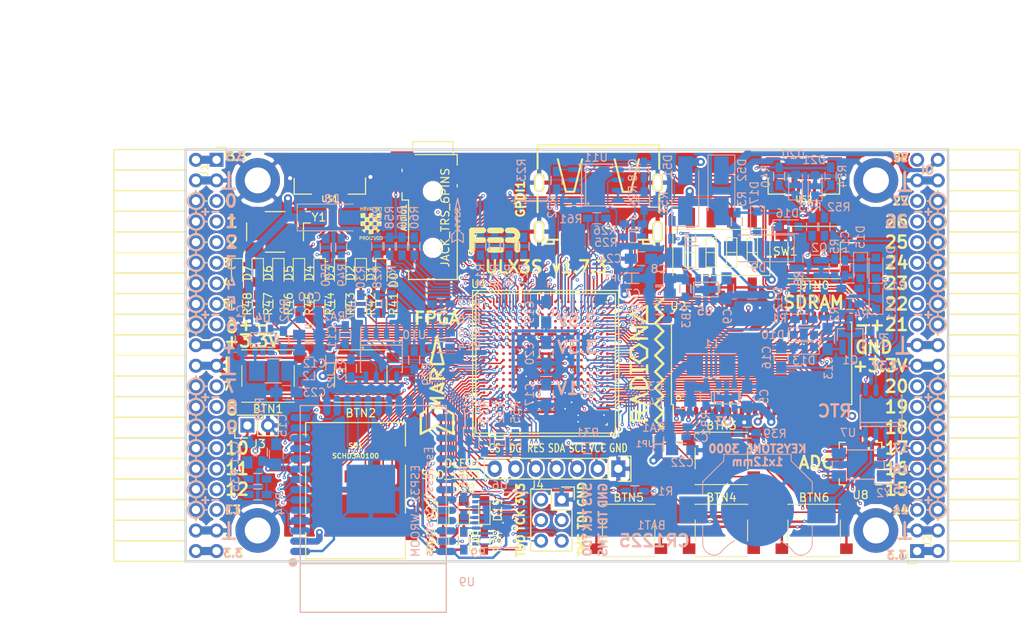
<source format=kicad_pcb>
(kicad_pcb (version 4) (host pcbnew 4.0.7+dfsg1-1)
  (layers (0 F.Cu signal) (1 In1.Cu signal) (2 In2.Cu signal) (31 B.Cu signal) (34 B.Paste user) (35 F.Paste user) (36 B.SilkS user) (37 F.SilkS user) (38 B.Mask user) (39 F.Mask user) (44 Edge.Cuts user))
  (net 0 "")
  (net 1 GND)
  (net 2 +5V)
  (net 3 /gpio/IN5V)
  (net 4 /gpio/OUT5V)
  (net 5 +3V3)
  (net 6 BTN_D)
  (net 7 BTN_F1)
  (net 8 BTN_F2)
  (net 9 BTN_L)
  (net 10 BTN_R)
  (net 11 BTN_U)
  (net 12 /power/FB1)
  (net 13 +2V5)
  (net 14 /power/PWREN)
  (net 15 /power/FB3)
  (net 16 /power/FB2)
  (net 17 "Net-(D9-Pad1)")
  (net 18 /power/VBAT)
  (net 19 JTAG_TDI)
  (net 20 JTAG_TCK)
  (net 21 JTAG_TMS)
  (net 22 JTAG_TDO)
  (net 23 /power/WAKEUPn)
  (net 24 /power/WKUP)
  (net 25 /power/SHUT)
  (net 26 /power/WAKE)
  (net 27 /power/HOLD)
  (net 28 /power/WKn)
  (net 29 /power/OSCI_32k)
  (net 30 /power/OSCO_32k)
  (net 31 "Net-(Q2-Pad3)")
  (net 32 SHUTDOWN)
  (net 33 /analog/AUDIO_L)
  (net 34 /analog/AUDIO_R)
  (net 35 GPDI_5V_SCL)
  (net 36 GPDI_5V_SDA)
  (net 37 GPDI_SDA)
  (net 38 GPDI_SCL)
  (net 39 /gpdi/VREF2)
  (net 40 SD_CMD)
  (net 41 SD_CLK)
  (net 42 SD_D0)
  (net 43 SD_D1)
  (net 44 USB5V)
  (net 45 GPDI_CEC)
  (net 46 nRESET)
  (net 47 FTDI_nDTR)
  (net 48 SDRAM_CKE)
  (net 49 SDRAM_A7)
  (net 50 SDRAM_D15)
  (net 51 SDRAM_BA1)
  (net 52 SDRAM_D7)
  (net 53 SDRAM_A6)
  (net 54 SDRAM_CLK)
  (net 55 SDRAM_D13)
  (net 56 SDRAM_BA0)
  (net 57 SDRAM_D6)
  (net 58 SDRAM_A5)
  (net 59 SDRAM_D14)
  (net 60 SDRAM_A11)
  (net 61 SDRAM_D12)
  (net 62 SDRAM_D5)
  (net 63 SDRAM_A4)
  (net 64 SDRAM_A10)
  (net 65 SDRAM_D11)
  (net 66 SDRAM_A3)
  (net 67 SDRAM_D4)
  (net 68 SDRAM_D10)
  (net 69 SDRAM_D9)
  (net 70 SDRAM_A9)
  (net 71 SDRAM_D3)
  (net 72 SDRAM_D8)
  (net 73 SDRAM_A8)
  (net 74 SDRAM_A2)
  (net 75 SDRAM_A1)
  (net 76 SDRAM_A0)
  (net 77 SDRAM_D2)
  (net 78 SDRAM_D1)
  (net 79 SDRAM_D0)
  (net 80 SDRAM_DQM0)
  (net 81 SDRAM_nCS)
  (net 82 SDRAM_nRAS)
  (net 83 SDRAM_DQM1)
  (net 84 SDRAM_nCAS)
  (net 85 SDRAM_nWE)
  (net 86 /flash/FLASH_nWP)
  (net 87 /flash/FLASH_nHOLD)
  (net 88 /flash/FLASH_MOSI)
  (net 89 /flash/FLASH_MISO)
  (net 90 /flash/FLASH_SCK)
  (net 91 /flash/FLASH_nCS)
  (net 92 /flash/FPGA_PROGRAMN)
  (net 93 /flash/FPGA_DONE)
  (net 94 /flash/FPGA_INITN)
  (net 95 OLED_RES)
  (net 96 OLED_DC)
  (net 97 OLED_CS)
  (net 98 WIFI_EN)
  (net 99 FTDI_nRTS)
  (net 100 FTDI_TXD)
  (net 101 FTDI_RXD)
  (net 102 WIFI_RXD)
  (net 103 WIFI_GPIO0)
  (net 104 WIFI_TXD)
  (net 105 GPDI_ETH-)
  (net 106 GPDI_ETH+)
  (net 107 GPDI_D2+)
  (net 108 GPDI_D2-)
  (net 109 GPDI_D1+)
  (net 110 GPDI_D1-)
  (net 111 GPDI_D0+)
  (net 112 GPDI_D0-)
  (net 113 GPDI_CLK+)
  (net 114 GPDI_CLK-)
  (net 115 USB_FTDI_D+)
  (net 116 USB_FTDI_D-)
  (net 117 J1_17-)
  (net 118 J1_17+)
  (net 119 J1_23-)
  (net 120 J1_23+)
  (net 121 J1_25-)
  (net 122 J1_25+)
  (net 123 J1_27-)
  (net 124 J1_27+)
  (net 125 J1_29-)
  (net 126 J1_29+)
  (net 127 J1_31-)
  (net 128 J1_31+)
  (net 129 J1_33-)
  (net 130 J1_33+)
  (net 131 J1_35-)
  (net 132 J1_35+)
  (net 133 J2_5-)
  (net 134 J2_5+)
  (net 135 J2_7-)
  (net 136 J2_7+)
  (net 137 J2_9-)
  (net 138 J2_9+)
  (net 139 J2_13-)
  (net 140 J2_13+)
  (net 141 J2_17-)
  (net 142 J2_17+)
  (net 143 J2_11-)
  (net 144 J2_11+)
  (net 145 J2_23-)
  (net 146 J2_23+)
  (net 147 J1_5-)
  (net 148 J1_5+)
  (net 149 J1_7-)
  (net 150 J1_7+)
  (net 151 J1_9-)
  (net 152 J1_9+)
  (net 153 J1_11-)
  (net 154 J1_11+)
  (net 155 J1_13-)
  (net 156 J1_13+)
  (net 157 J1_15-)
  (net 158 J1_15+)
  (net 159 J2_15-)
  (net 160 J2_15+)
  (net 161 J2_25-)
  (net 162 J2_25+)
  (net 163 J2_27-)
  (net 164 J2_27+)
  (net 165 J2_29-)
  (net 166 J2_29+)
  (net 167 J2_31-)
  (net 168 J2_31+)
  (net 169 J2_33-)
  (net 170 J2_33+)
  (net 171 J2_35-)
  (net 172 J2_35+)
  (net 173 SD_D3)
  (net 174 AUDIO_L3)
  (net 175 AUDIO_L2)
  (net 176 AUDIO_L1)
  (net 177 AUDIO_L0)
  (net 178 AUDIO_R3)
  (net 179 AUDIO_R2)
  (net 180 AUDIO_R1)
  (net 181 AUDIO_R0)
  (net 182 OLED_CLK)
  (net 183 OLED_MOSI)
  (net 184 LED0)
  (net 185 LED1)
  (net 186 LED2)
  (net 187 LED3)
  (net 188 LED4)
  (net 189 LED5)
  (net 190 LED6)
  (net 191 LED7)
  (net 192 BTN_PWRn)
  (net 193 FTDI_nTXLED)
  (net 194 FTDI_nSLEEP)
  (net 195 /blinkey/LED_PWREN)
  (net 196 /blinkey/LED_TXLED)
  (net 197 FT3V3)
  (net 198 /sdcard/SD3V3)
  (net 199 SD_D2)
  (net 200 CLK_25MHz)
  (net 201 /blinkey/BTNPUL)
  (net 202 /blinkey/BTNPUR)
  (net 203 USB_FPGA_D+)
  (net 204 /power/FTDI_nSUSPEND)
  (net 205 /blinkey/ALED0)
  (net 206 /blinkey/ALED1)
  (net 207 /blinkey/ALED2)
  (net 208 /blinkey/ALED3)
  (net 209 /blinkey/ALED4)
  (net 210 /blinkey/ALED5)
  (net 211 /blinkey/ALED6)
  (net 212 /blinkey/ALED7)
  (net 213 /usb/FTD-)
  (net 214 /usb/FTD+)
  (net 215 ADC_MISO)
  (net 216 ADC_MOSI)
  (net 217 ADC_CSn)
  (net 218 ADC_SCLK)
  (net 219 SW3)
  (net 220 SW2)
  (net 221 SW1)
  (net 222 USB_FPGA_D-)
  (net 223 /usb/FPD+)
  (net 224 /usb/FPD-)
  (net 225 WIFI_GPIO16)
  (net 226 WIFI_GPIO15)
  (net 227 /usb/ANT_433MHz)
  (net 228 /power/PWRBTn)
  (net 229 PROG_DONE)
  (net 230 /power/P3V3)
  (net 231 /power/P2V5)
  (net 232 /power/L1)
  (net 233 /power/L3)
  (net 234 /power/L2)
  (net 235 FTDI_TXDEN)
  (net 236 /wifi/WIFIOFF)
  (net 237 SDRAM_A12)
  (net 238 /analog/AUDIO_V)
  (net 239 AUDIO_V3)
  (net 240 AUDIO_V2)
  (net 241 AUDIO_V1)
  (net 242 AUDIO_V0)
  (net 243 /gpdi/FPGA_CEC)
  (net 244 /blinkey/LED_WIFI)
  (net 245 WIFI_GPIO2)
  (net 246 /power/P1V1)
  (net 247 +1V1)
  (net 248 SW4)
  (net 249 /blinkey/SWPU)
  (module Socket_Strips:Socket_Strip_Angled_2x20 (layer F.Cu) (at 97.91 62.69 270)
    (fp_text reference J1 (at 1.27 1.524 270) (layer F.SilkS))
    (fp_text value CONN_02X20 hide)
    (pad 1 thru_hole rect (at 0 0 270) (size 1.7272 1.7272) (drill 1.016) (layers *.Cu *.Mask) (net 5 +3V3))
    (pad 2 thru_hole oval (at 0 2.54 270) (size 1.7272 1.7272) (drill 1.016) (layers *.Cu *.Mask) (net 5 +3V3))
    (pad 3 thru_hole oval (at 2.54 0 270) (size 1.7272 1.7272) (drill 1.016) (layers *.Cu *.Mask) (net 1 GND))
    (pad 4 thru_hole oval (at 2.54 2.54 270) (size 1.7272 1.7272) (drill 1.016) (layers *.Cu *.Mask) (net 1 GND))
    (pad 5 thru_hole oval (at 5.08 0 270) (size 1.7272 1.7272) (drill 1.016) (layers *.Cu *.Mask) (net 147 J1_5-))
    (pad 6 thru_hole oval (at 5.08 2.54 270) (size 1.7272 1.7272) (drill 1.016) (layers *.Cu *.Mask) (net 148 J1_5+))
    (pad 7 thru_hole oval (at 7.62 0 270) (size 1.7272 1.7272) (drill 1.016) (layers *.Cu *.Mask) (net 149 J1_7-))
    (pad 8 thru_hole oval (at 7.62 2.54 270) (size 1.7272 1.7272) (drill 1.016) (layers *.Cu *.Mask) (net 150 J1_7+))
    (pad 9 thru_hole oval (at 10.16 0 270) (size 1.7272 1.7272) (drill 1.016) (layers *.Cu *.Mask) (net 151 J1_9-))
    (pad 10 thru_hole oval (at 10.16 2.54 270) (size 1.7272 1.7272) (drill 1.016) (layers *.Cu *.Mask) (net 152 J1_9+))
    (pad 11 thru_hole oval (at 12.7 0 270) (size 1.7272 1.7272) (drill 1.016) (layers *.Cu *.Mask) (net 153 J1_11-))
    (pad 12 thru_hole oval (at 12.7 2.54 270) (size 1.7272 1.7272) (drill 1.016) (layers *.Cu *.Mask) (net 154 J1_11+))
    (pad 13 thru_hole oval (at 15.24 0 270) (size 1.7272 1.7272) (drill 1.016) (layers *.Cu *.Mask) (net 155 J1_13-))
    (pad 14 thru_hole oval (at 15.24 2.54 270) (size 1.7272 1.7272) (drill 1.016) (layers *.Cu *.Mask) (net 156 J1_13+))
    (pad 15 thru_hole oval (at 17.78 0 270) (size 1.7272 1.7272) (drill 1.016) (layers *.Cu *.Mask) (net 157 J1_15-))
    (pad 16 thru_hole oval (at 17.78 2.54 270) (size 1.7272 1.7272) (drill 1.016) (layers *.Cu *.Mask) (net 158 J1_15+))
    (pad 17 thru_hole oval (at 20.32 0 270) (size 1.7272 1.7272) (drill 1.016) (layers *.Cu *.Mask) (net 117 J1_17-))
    (pad 18 thru_hole oval (at 20.32 2.54 270) (size 1.7272 1.7272) (drill 1.016) (layers *.Cu *.Mask) (net 118 J1_17+))
    (pad 19 thru_hole oval (at 22.86 0 270) (size 1.7272 1.7272) (drill 1.016) (layers *.Cu *.Mask) (net 5 +3V3))
    (pad 20 thru_hole oval (at 22.86 2.54 270) (size 1.7272 1.7272) (drill 1.016) (layers *.Cu *.Mask) (net 5 +3V3))
    (pad 21 thru_hole oval (at 25.4 0 270) (size 1.7272 1.7272) (drill 1.016) (layers *.Cu *.Mask) (net 1 GND))
    (pad 22 thru_hole oval (at 25.4 2.54 270) (size 1.7272 1.7272) (drill 1.016) (layers *.Cu *.Mask) (net 1 GND))
    (pad 23 thru_hole oval (at 27.94 0 270) (size 1.7272 1.7272) (drill 1.016) (layers *.Cu *.Mask) (net 119 J1_23-))
    (pad 24 thru_hole oval (at 27.94 2.54 270) (size 1.7272 1.7272) (drill 1.016) (layers *.Cu *.Mask) (net 120 J1_23+))
    (pad 25 thru_hole oval (at 30.48 0 270) (size 1.7272 1.7272) (drill 1.016) (layers *.Cu *.Mask) (net 121 J1_25-))
    (pad 26 thru_hole oval (at 30.48 2.54 270) (size 1.7272 1.7272) (drill 1.016) (layers *.Cu *.Mask) (net 122 J1_25+))
    (pad 27 thru_hole oval (at 33.02 0 270) (size 1.7272 1.7272) (drill 1.016) (layers *.Cu *.Mask) (net 123 J1_27-))
    (pad 28 thru_hole oval (at 33.02 2.54 270) (size 1.7272 1.7272) (drill 1.016) (layers *.Cu *.Mask) (net 124 J1_27+))
    (pad 29 thru_hole oval (at 35.56 0 270) (size 1.7272 1.7272) (drill 1.016) (layers *.Cu *.Mask) (net 125 J1_29-))
    (pad 30 thru_hole oval (at 35.56 2.54 270) (size 1.7272 1.7272) (drill 1.016) (layers *.Cu *.Mask) (net 126 J1_29+))
    (pad 31 thru_hole oval (at 38.1 0 270) (size 1.7272 1.7272) (drill 1.016) (layers *.Cu *.Mask) (net 127 J1_31-))
    (pad 32 thru_hole oval (at 38.1 2.54 270) (size 1.7272 1.7272) (drill 1.016) (layers *.Cu *.Mask) (net 128 J1_31+))
    (pad 33 thru_hole oval (at 40.64 0 270) (size 1.7272 1.7272) (drill 1.016) (layers *.Cu *.Mask) (net 129 J1_33-))
    (pad 34 thru_hole oval (at 40.64 2.54 270) (size 1.7272 1.7272) (drill 1.016) (layers *.Cu *.Mask) (net 130 J1_33+))
    (pad 35 thru_hole oval (at 43.18 0 270) (size 1.7272 1.7272) (drill 1.016) (layers *.Cu *.Mask) (net 131 J1_35-))
    (pad 36 thru_hole oval (at 43.18 2.54 270) (size 1.7272 1.7272) (drill 1.016) (layers *.Cu *.Mask) (net 132 J1_35+))
    (pad 37 thru_hole oval (at 45.72 0 270) (size 1.7272 1.7272) (drill 1.016) (layers *.Cu *.Mask) (net 1 GND))
    (pad 38 thru_hole oval (at 45.72 2.54 270) (size 1.7272 1.7272) (drill 1.016) (layers *.Cu *.Mask) (net 1 GND))
    (pad 39 thru_hole oval (at 48.26 0 270) (size 1.7272 1.7272) (drill 1.016) (layers *.Cu *.Mask) (net 5 +3V3))
    (pad 40 thru_hole oval (at 48.26 2.54 270) (size 1.7272 1.7272) (drill 1.016) (layers *.Cu *.Mask) (net 5 +3V3))
  )
  (module SMD_Packages:1Pin (layer F.Cu) (at 182.67515 111.637626)
    (fp_text reference AE1 hide)
    (fp_text value 433MHz hide)
    (pad 1 smd rect (at 0 0) (size 0.5 0.5) (layers B.Cu F.Paste F.Mask) (net 227 /usb/ANT_433MHz))
  )
  (module Resistors_SMD:R_0603_HandSoldering (layer B.Cu) (at 103.498 98.758 90)
    (fp_text reference R38 (at 5.334 -0.254 90) (layer B.SilkS) (effects (justify mirror)))
    (fp_text value 0.47)
    (pad 1 smd rect (at -1.1 0 90) (size 1.2 0.9) (layers B.Cu B.Paste B.Mask) (net 198 /sdcard/SD3V3))
    (pad 2 smd rect (at 1.1 0 90) (size 1.2 0.9) (layers B.Cu B.Paste B.Mask) (net 5 +3V3))
  )
  (module jumper:SOLDER-JUMPER_1-WAY (layer B.Cu) (at 152.393 97.742 270)
    (fp_text reference JP1 (at 0 1.778 360) (layer B.SilkS) (effects (font (size 0.762 0.762) (thickness 0.1524)) (justify mirror)))
    (fp_text value 1.2 hide)
    (pad 1 smd rect (at -0.6 0 270) (size 1 1) (layers B.Cu B.Paste B.Mask) (net 246 /power/P1V1))
    (pad 2 smd rect (at 0.6 0 270) (size 1 1) (layers B.Cu B.Paste B.Mask) (net 247 +1V1))
  )
  (module Diodes_SMD:D_SMA_Handsoldering (layer B.Cu) (at 155.695 66.5 90)
    (fp_text reference D51 (at 3.048 -2.159 90) (layer B.SilkS) (effects (justify mirror)))
    (fp_text value STPS2L30AF hide)
    (pad 1 smd rect (at -2.5 0 90) (size 3.5 1.8) (layers B.Cu B.Paste B.Mask) (net 2 +5V))
    (pad 2 smd rect (at 2.5 0 90) (size 3.5 1.8) (layers B.Cu B.Paste B.Mask) (net 3 /gpio/IN5V))
  )
  (module Resistors_SMD:R_0603_HandSoldering (layer B.Cu) (at 154.044 71.326 90)
    (fp_text reference R51 (at 3.302 -1.016 90) (layer B.SilkS) (effects (justify mirror)))
    (fp_text value 150)
    (pad 1 smd rect (at -1.1 0 90) (size 1.2 0.9) (layers B.Cu B.Paste B.Mask) (net 5 +3V3))
    (pad 2 smd rect (at 1.1 0 90) (size 1.2 0.9) (layers B.Cu B.Paste B.Mask) (net 249 /blinkey/SWPU))
  )
  (module Resistors_SMD:R_1210_HandSoldering (layer B.Cu) (at 158.87 88.09 180)
    (fp_text reference L1 (at 0 2.7 180) (layer B.SilkS) (effects (justify mirror)))
    (fp_text value 2.2uH)
    (pad 1 smd rect (at -2 0 180) (size 2 2.5) (layers B.Cu B.Paste B.Mask) (net 232 /power/L1))
    (pad 2 smd rect (at 2 0 180) (size 2 2.5) (layers B.Cu B.Paste B.Mask) (net 246 /power/P1V1))
  )
  (module TSOT-25:TSOT-25 (layer B.Cu) (at 160.775 91.9)
    (fp_text reference U3 (at -0.381 3.048) (layer B.SilkS) (effects (font (thickness 0.2)) (justify mirror)))
    (fp_text value DIO6015)
    (pad 1 smd rect (at -0.95 -1.3) (size 0.7 1.2) (layers B.Cu B.Paste B.Mask) (net 14 /power/PWREN))
    (pad 2 smd rect (at 0 -1.3) (size 0.7 1.2) (layers B.Cu B.Paste B.Mask) (net 1 GND))
    (pad 3 smd rect (at 0.95 -1.3) (size 0.7 1.2) (layers B.Cu B.Paste B.Mask) (net 232 /power/L1))
    (pad 4 smd rect (at 0.95 1.3) (size 0.7 1.2) (layers B.Cu B.Paste B.Mask) (net 2 +5V))
    (pad 5 smd rect (at -0.95 1.3) (size 0.7 1.2) (layers B.Cu B.Paste B.Mask) (net 12 /power/FB1))
  )
  (module Resistors_SMD:R_1210_HandSoldering (layer B.Cu) (at 104.895 88.725)
    (fp_text reference L2 (at 4.445 0.635) (layer B.SilkS) (effects (justify mirror)))
    (fp_text value 2.2uH)
    (pad 1 smd rect (at -2 0) (size 2 2.5) (layers B.Cu B.Paste B.Mask) (net 234 /power/L2))
    (pad 2 smd rect (at 2 0) (size 2 2.5) (layers B.Cu B.Paste B.Mask) (net 231 /power/P2V5))
  )
  (module TSOT-25:TSOT-25 (layer B.Cu) (at 103.625 84.915 180)
    (fp_text reference U4 (at 0 2.697 180) (layer B.SilkS) (effects (font (thickness 0.2)) (justify mirror)))
    (fp_text value LX7172)
    (pad 1 smd rect (at -0.95 -1.3 180) (size 0.7 1.2) (layers B.Cu B.Paste B.Mask) (net 14 /power/PWREN))
    (pad 2 smd rect (at 0 -1.3 180) (size 0.7 1.2) (layers B.Cu B.Paste B.Mask) (net 1 GND))
    (pad 3 smd rect (at 0.95 -1.3 180) (size 0.7 1.2) (layers B.Cu B.Paste B.Mask) (net 234 /power/L2))
    (pad 4 smd rect (at 0.95 1.3 180) (size 0.7 1.2) (layers B.Cu B.Paste B.Mask) (net 2 +5V))
    (pad 5 smd rect (at -0.95 1.3 180) (size 0.7 1.2) (layers B.Cu B.Paste B.Mask) (net 16 /power/FB2))
  )
  (module Resistors_SMD:R_1210_HandSoldering (layer B.Cu) (at 156.33 74.755 180)
    (fp_text reference L3 (at 0 2.413 180) (layer B.SilkS) (effects (justify mirror)))
    (fp_text value 2.2uH)
    (pad 1 smd rect (at -2 0 180) (size 2 2.5) (layers B.Cu B.Paste B.Mask) (net 233 /power/L3))
    (pad 2 smd rect (at 2 0 180) (size 2 2.5) (layers B.Cu B.Paste B.Mask) (net 230 /power/P3V3))
  )
  (module TSOT-25:TSOT-25 (layer B.Cu) (at 158.235 78.692)
    (fp_text reference U5 (at -0.127 2.667) (layer B.SilkS) (effects (font (thickness 0.2)) (justify mirror)))
    (fp_text value TLV62569DBV)
    (pad 1 smd rect (at -0.95 -1.3) (size 0.7 1.2) (layers B.Cu B.Paste B.Mask) (net 14 /power/PWREN))
    (pad 2 smd rect (at 0 -1.3) (size 0.7 1.2) (layers B.Cu B.Paste B.Mask) (net 1 GND))
    (pad 3 smd rect (at 0.95 -1.3) (size 0.7 1.2) (layers B.Cu B.Paste B.Mask) (net 233 /power/L3))
    (pad 4 smd rect (at 0.95 1.3) (size 0.7 1.2) (layers B.Cu B.Paste B.Mask) (net 2 +5V))
    (pad 5 smd rect (at -0.95 1.3) (size 0.7 1.2) (layers B.Cu B.Paste B.Mask) (net 15 /power/FB3))
  )
  (module Capacitors_SMD:C_0805_HandSoldering (layer B.Cu) (at 101.085 84.915 270)
    (fp_text reference C1 (at -3.429 0.127 270) (layer B.SilkS) (effects (justify mirror)))
    (fp_text value 22uF)
    (pad 1 smd rect (at -1.25 0 270) (size 1.5 1.25) (layers B.Cu B.Paste B.Mask) (net 2 +5V))
    (pad 2 smd rect (at 1.25 0 270) (size 1.5 1.25) (layers B.Cu B.Paste B.Mask) (net 1 GND))
  )
  (module Capacitors_SMD:C_0805_HandSoldering (layer B.Cu) (at 155.06 90.63)
    (fp_text reference C3 (at -3.048 0) (layer B.SilkS) (effects (justify mirror)))
    (fp_text value 22uF)
    (pad 1 smd rect (at -1.25 0) (size 1.5 1.25) (layers B.Cu B.Paste B.Mask) (net 246 /power/P1V1))
    (pad 2 smd rect (at 1.25 0) (size 1.5 1.25) (layers B.Cu B.Paste B.Mask) (net 1 GND))
  )
  (module Capacitors_SMD:C_0805_HandSoldering (layer B.Cu) (at 155.06 92.535)
    (fp_text reference C4 (at -3.048 0.127) (layer B.SilkS) (effects (justify mirror)))
    (fp_text value 22uF)
    (pad 1 smd rect (at -1.25 0) (size 1.5 1.25) (layers B.Cu B.Paste B.Mask) (net 246 /power/P1V1))
    (pad 2 smd rect (at 1.25 0) (size 1.5 1.25) (layers B.Cu B.Paste B.Mask) (net 1 GND))
  )
  (module Capacitors_SMD:C_0805_HandSoldering (layer B.Cu) (at 163.315 91.9 90)
    (fp_text reference C5 (at 0 2.1 90) (layer B.SilkS) (effects (justify mirror)))
    (fp_text value 22uF)
    (pad 1 smd rect (at -1.25 0 90) (size 1.5 1.25) (layers B.Cu B.Paste B.Mask) (net 2 +5V))
    (pad 2 smd rect (at 1.25 0 90) (size 1.5 1.25) (layers B.Cu B.Paste B.Mask) (net 1 GND))
  )
  (module Capacitors_SMD:C_0805_HandSoldering (layer B.Cu) (at 152.52 79.2)
    (fp_text reference C7 (at -3.302 0) (layer B.SilkS) (effects (justify mirror)))
    (fp_text value 22uF)
    (pad 1 smd rect (at -1.25 0) (size 1.5 1.25) (layers B.Cu B.Paste B.Mask) (net 230 /power/P3V3))
    (pad 2 smd rect (at 1.25 0) (size 1.5 1.25) (layers B.Cu B.Paste B.Mask) (net 1 GND))
  )
  (module Capacitors_SMD:C_0805_HandSoldering (layer B.Cu) (at 152.52 77.295)
    (fp_text reference C8 (at -0.127 -1.143) (layer B.SilkS) (effects (justify mirror)))
    (fp_text value 22uF)
    (pad 1 smd rect (at -1.25 0) (size 1.5 1.25) (layers B.Cu B.Paste B.Mask) (net 230 /power/P3V3))
    (pad 2 smd rect (at 1.25 0) (size 1.5 1.25) (layers B.Cu B.Paste B.Mask) (net 1 GND))
  )
  (module Capacitors_SMD:C_0805_HandSoldering (layer B.Cu) (at 160.775 78.565 90)
    (fp_text reference C9 (at -3.429 0.127 90) (layer B.SilkS) (effects (justify mirror)))
    (fp_text value 22uF)
    (pad 1 smd rect (at -1.25 0 90) (size 1.5 1.25) (layers B.Cu B.Paste B.Mask) (net 2 +5V))
    (pad 2 smd rect (at 1.25 0 90) (size 1.5 1.25) (layers B.Cu B.Paste B.Mask) (net 1 GND))
  )
  (module Capacitors_SMD:C_0805_HandSoldering (layer B.Cu) (at 109.34 84.28 180)
    (fp_text reference C11 (at -2.794 -0.254 270) (layer B.SilkS) (effects (justify mirror)))
    (fp_text value 22uF)
    (pad 1 smd rect (at -1.25 0 180) (size 1.5 1.25) (layers B.Cu B.Paste B.Mask) (net 231 /power/P2V5))
    (pad 2 smd rect (at 1.25 0 180) (size 1.5 1.25) (layers B.Cu B.Paste B.Mask) (net 1 GND))
  )
  (module Capacitors_SMD:C_0805_HandSoldering (layer B.Cu) (at 109.34 86.185 180)
    (fp_text reference C12 (at -0.635 -1.615 360) (layer B.SilkS) (effects (justify mirror)))
    (fp_text value 22uF)
    (pad 1 smd rect (at -1.25 0 180) (size 1.5 1.25) (layers B.Cu B.Paste B.Mask) (net 231 /power/P2V5))
    (pad 2 smd rect (at 1.25 0 180) (size 1.5 1.25) (layers B.Cu B.Paste B.Mask) (net 1 GND))
  )
  (module Capacitors_SMD:C_0805_HandSoldering (layer B.Cu) (at 173.221 84.788 90)
    (fp_text reference C13 (at -3.556 0.127 90) (layer B.SilkS) (effects (justify mirror)))
    (fp_text value 2.2uF)
    (pad 1 smd rect (at -1.25 0 90) (size 1.5 1.25) (layers B.Cu B.Paste B.Mask) (net 2 +5V))
    (pad 2 smd rect (at 1.25 0 90) (size 1.5 1.25) (layers B.Cu B.Paste B.Mask) (net 24 /power/WKUP))
  )
  (module TO_SOT_Packages_SMD:SOT-23_Handsoldering (layer B.Cu) (at 176.015 84.28 90)
    (fp_text reference Q1 (at -3.1115 0 180) (layer B.SilkS) (effects (justify mirror)))
    (fp_text value BC857)
    (pad 1 smd rect (at -1.5 0.95 90) (size 1.9 0.8) (layers B.Cu B.Paste B.Mask) (net 28 /power/WKn))
    (pad 2 smd rect (at -1.5 -0.95 90) (size 1.9 0.8) (layers B.Cu B.Paste B.Mask) (net 2 +5V))
    (pad 3 smd rect (at 1.5 0 90) (size 1.9 0.8) (layers B.Cu B.Paste B.Mask) (net 24 /power/WKUP))
  )
  (module TO_SOT_Packages_SMD:SOT-23_Handsoldering (layer B.Cu) (at 170.935 76.025 180)
    (fp_text reference Q2 (at -1.295 2.5 180) (layer B.SilkS) (effects (justify mirror)))
    (fp_text value 2N7002)
    (pad 1 smd rect (at -1.5 0.95 180) (size 1.9 0.8) (layers B.Cu B.Paste B.Mask) (net 25 /power/SHUT))
    (pad 2 smd rect (at -1.5 -0.95 180) (size 1.9 0.8) (layers B.Cu B.Paste B.Mask) (net 1 GND))
    (pad 3 smd rect (at 1.5 0 180) (size 1.9 0.8) (layers B.Cu B.Paste B.Mask) (net 31 "Net-(Q2-Pad3)"))
  )
  (module Capacitors_SMD:C_0603_HandSoldering (layer B.Cu) (at 154.86 96.91)
    (fp_text reference C2 (at 2.74 0.07) (layer B.SilkS) (effects (justify mirror)))
    (fp_text value 470pF)
    (pad 1 smd rect (at -0.95 0) (size 1.2 0.75) (layers B.Cu B.Paste B.Mask) (net 246 /power/P1V1))
    (pad 2 smd rect (at 0.95 0) (size 1.2 0.75) (layers B.Cu B.Paste B.Mask) (net 12 /power/FB1))
  )
  (module Capacitors_SMD:C_0603_HandSoldering (layer B.Cu) (at 152.52 82.375)
    (fp_text reference C6 (at -2.794 0.127) (layer B.SilkS) (effects (justify mirror)))
    (fp_text value 470pF)
    (pad 1 smd rect (at -0.95 0) (size 1.2 0.75) (layers B.Cu B.Paste B.Mask) (net 230 /power/P3V3))
    (pad 2 smd rect (at 0.95 0) (size 1.2 0.75) (layers B.Cu B.Paste B.Mask) (net 15 /power/FB3))
  )
  (module Capacitors_SMD:C_0603_HandSoldering (layer B.Cu) (at 109.34 81.105 180)
    (fp_text reference C10 (at -0.04 1.505 180) (layer B.SilkS) (effects (justify mirror)))
    (fp_text value 470pF)
    (pad 1 smd rect (at -0.95 0 180) (size 1.2 0.75) (layers B.Cu B.Paste B.Mask) (net 231 /power/P2V5))
    (pad 2 smd rect (at 0.95 0 180) (size 1.2 0.75) (layers B.Cu B.Paste B.Mask) (net 16 /power/FB2))
  )
  (module Capacitors_SMD:C_0603_HandSoldering (layer B.Cu) (at 175.38 76.025 270)
    (fp_text reference C14 (at -3.175 0 270) (layer B.SilkS) (effects (justify mirror)))
    (fp_text value 100nF)
    (pad 1 smd rect (at -0.95 0 270) (size 1.2 0.75) (layers B.Cu B.Paste B.Mask) (net 25 /power/SHUT))
    (pad 2 smd rect (at 0.95 0 270) (size 1.2 0.75) (layers B.Cu B.Paste B.Mask) (net 1 GND))
  )
  (module Resistors_SMD:R_0603_HandSoldering (layer B.Cu) (at 170.3 82.375)
    (fp_text reference R1 (at -3.048 -0.127) (layer B.SilkS) (effects (justify mirror)))
    (fp_text value 15k)
    (pad 1 smd rect (at -1.1 0) (size 1.2 0.9) (layers B.Cu B.Paste B.Mask) (net 26 /power/WAKE))
    (pad 2 smd rect (at 1.1 0) (size 1.2 0.9) (layers B.Cu B.Paste B.Mask) (net 14 /power/PWREN))
  )
  (module Resistors_SMD:R_0603_HandSoldering (layer B.Cu) (at 172.84 79.835 90)
    (fp_text reference R2 (at -1.905 1.27 90) (layer B.SilkS) (effects (justify mirror)))
    (fp_text value 47k)
    (pad 1 smd rect (at -1.1 0 90) (size 1.2 0.9) (layers B.Cu B.Paste B.Mask) (net 14 /power/PWREN))
    (pad 2 smd rect (at 1.1 0 90) (size 1.2 0.9) (layers B.Cu B.Paste B.Mask) (net 1 GND))
  )
  (module Resistors_SMD:R_0603_HandSoldering (layer B.Cu) (at 176.015 80.47 180)
    (fp_text reference R4 (at -1.397 -1.27 360) (layer B.SilkS) (effects (justify mirror)))
    (fp_text value 15k)
    (pad 1 smd rect (at -1.1 0 180) (size 1.2 0.9) (layers B.Cu B.Paste B.Mask) (net 27 /power/HOLD))
    (pad 2 smd rect (at 1.1 0 180) (size 1.2 0.9) (layers B.Cu B.Paste B.Mask) (net 14 /power/PWREN))
  )
  (module Resistors_SMD:R_0603_HandSoldering (layer B.Cu) (at 174.11 76.025 270)
    (fp_text reference R5 (at -2.667 0 270) (layer B.SilkS) (effects (justify mirror)))
    (fp_text value 4.7M)
    (pad 1 smd rect (at -1.1 0 270) (size 1.2 0.9) (layers B.Cu B.Paste B.Mask) (net 25 /power/SHUT))
    (pad 2 smd rect (at 1.1 0 270) (size 1.2 0.9) (layers B.Cu B.Paste B.Mask) (net 1 GND))
  )
  (module Resistors_SMD:R_0603_HandSoldering (layer B.Cu) (at 178.555 84.915 270)
    (fp_text reference R6 (at 0 -1.651 270) (layer B.SilkS) (effects (justify mirror)))
    (fp_text value 1k)
    (pad 1 smd rect (at -1.1 0 270) (size 1.2 0.9) (layers B.Cu B.Paste B.Mask) (net 28 /power/WKn))
    (pad 2 smd rect (at 1.1 0 270) (size 1.2 0.9) (layers B.Cu B.Paste B.Mask) (net 23 /power/WAKEUPn))
  )
  (module Resistors_SMD:R_0603_HandSoldering (layer B.Cu) (at 113.785 84.28 270)
    (fp_text reference R7 (at -2.794 -0.635 270) (layer B.SilkS) (effects (justify mirror)))
    (fp_text value 150)
    (pad 1 smd rect (at -1.1 0 270) (size 1.2 0.9) (layers B.Cu B.Paste B.Mask) (net 5 +3V3))
    (pad 2 smd rect (at 1.1 0 270) (size 1.2 0.9) (layers B.Cu B.Paste B.Mask) (net 201 /blinkey/BTNPUL))
  )
  (module Resistors_SMD:R_0603_HandSoldering (layer B.Cu) (at 170.935 79.835 90)
    (fp_text reference R8 (at 2.54 -1.27 90) (layer B.SilkS) (effects (justify mirror)))
    (fp_text value 1k)
    (pad 1 smd rect (at -1.1 0 90) (size 1.2 0.9) (layers B.Cu B.Paste B.Mask) (net 14 /power/PWREN))
    (pad 2 smd rect (at 1.1 0 90) (size 1.2 0.9) (layers B.Cu B.Paste B.Mask) (net 31 "Net-(Q2-Pad3)"))
  )
  (module Resistors_SMD:R_0603_HandSoldering (layer B.Cu) (at 128.39 109.68 270)
    (fp_text reference R9 (at 1.524 -1.778 360) (layer B.SilkS) (effects (justify mirror)))
    (fp_text value 15k)
    (pad 1 smd rect (at -1.1 0 270) (size 1.2 0.9) (layers B.Cu B.Paste B.Mask) (net 46 nRESET))
    (pad 2 smd rect (at 1.1 0 270) (size 1.2 0.9) (layers B.Cu B.Paste B.Mask) (net 197 FT3V3))
  )
  (module Resistors_SMD:R_0603_HandSoldering (layer B.Cu) (at 149.472 103.584 180)
    (fp_text reference R10 (at -3.302 0 180) (layer B.SilkS) (effects (justify mirror)))
    (fp_text value 150)
    (pad 1 smd rect (at -1.1 0 180) (size 1.2 0.9) (layers B.Cu B.Paste B.Mask) (net 204 /power/FTDI_nSUSPEND))
    (pad 2 smd rect (at 1.1 0 180) (size 1.2 0.9) (layers B.Cu B.Paste B.Mask) (net 194 FTDI_nSLEEP))
  )
  (module Resistors_SMD:R_0603_HandSoldering (layer B.Cu) (at 176.015 78.565 180)
    (fp_text reference R13 (at -5.461 0.381 180) (layer B.SilkS) (effects (justify mirror)))
    (fp_text value 15k)
    (pad 1 smd rect (at -1.1 0 180) (size 1.2 0.9) (layers B.Cu B.Paste B.Mask) (net 32 SHUTDOWN))
    (pad 2 smd rect (at 1.1 0 180) (size 1.2 0.9) (layers B.Cu B.Paste B.Mask) (net 1 GND))
  )
  (module Resistors_SMD:R_0603_HandSoldering (layer B.Cu) (at 154.86 95.64)
    (fp_text reference RA1 (at -3.102 0.07) (layer B.SilkS) (effects (justify mirror)))
    (fp_text value 15k)
    (pad 1 smd rect (at -1.1 0) (size 1.2 0.9) (layers B.Cu B.Paste B.Mask) (net 246 /power/P1V1))
    (pad 2 smd rect (at 1.1 0) (size 1.2 0.9) (layers B.Cu B.Paste B.Mask) (net 12 /power/FB1))
  )
  (module Resistors_SMD:R_0603_HandSoldering (layer B.Cu) (at 109.34 82.375 180)
    (fp_text reference RA2 (at -3.048 0.381 360) (layer B.SilkS) (effects (justify mirror)))
    (fp_text value 15k)
    (pad 1 smd rect (at -1.1 0 180) (size 1.2 0.9) (layers B.Cu B.Paste B.Mask) (net 231 /power/P2V5))
    (pad 2 smd rect (at 1.1 0 180) (size 1.2 0.9) (layers B.Cu B.Paste B.Mask) (net 16 /power/FB2))
  )
  (module Resistors_SMD:R_0603_HandSoldering (layer B.Cu) (at 152.52 81.105)
    (fp_text reference RA3 (at -3.302 -0.127) (layer B.SilkS) (effects (justify mirror)))
    (fp_text value 15k)
    (pad 1 smd rect (at -1.1 0) (size 1.2 0.9) (layers B.Cu B.Paste B.Mask) (net 230 /power/P3V3))
    (pad 2 smd rect (at 1.1 0) (size 1.2 0.9) (layers B.Cu B.Paste B.Mask) (net 15 /power/FB3))
  )
  (module Resistors_SMD:R_0603_HandSoldering (layer B.Cu) (at 158.235 91.9 270)
    (fp_text reference RB1 (at 3.302 0 270) (layer B.SilkS) (effects (justify mirror)))
    (fp_text value 18k)
    (pad 1 smd rect (at -1.1 0 270) (size 1.2 0.9) (layers B.Cu B.Paste B.Mask) (net 1 GND))
    (pad 2 smd rect (at 1.1 0 270) (size 1.2 0.9) (layers B.Cu B.Paste B.Mask) (net 12 /power/FB1))
  )
  (module Resistors_SMD:R_0603_HandSoldering (layer B.Cu) (at 106.165 84.915 90)
    (fp_text reference RB2 (at 3.683 0.127 90) (layer B.SilkS) (effects (justify mirror)))
    (fp_text value 4.7k)
    (pad 1 smd rect (at -1.1 0 90) (size 1.2 0.9) (layers B.Cu B.Paste B.Mask) (net 1 GND))
    (pad 2 smd rect (at 1.1 0 90) (size 1.2 0.9) (layers B.Cu B.Paste B.Mask) (net 16 /power/FB2))
  )
  (module Resistors_SMD:R_0603_HandSoldering (layer B.Cu) (at 155.695 78.565 270)
    (fp_text reference RB3 (at 3.429 -0.127 270) (layer B.SilkS) (effects (justify mirror)))
    (fp_text value 3.3k)
    (pad 1 smd rect (at -1.1 0 270) (size 1.2 0.9) (layers B.Cu B.Paste B.Mask) (net 1 GND))
    (pad 2 smd rect (at 1.1 0 270) (size 1.2 0.9) (layers B.Cu B.Paste B.Mask) (net 15 /power/FB3))
  )
  (module Resistors_SMD:R_0603_HandSoldering (layer B.Cu) (at 125.596 85.804 180)
    (fp_text reference R14 (at -3.47 0.127 180) (layer B.SilkS) (effects (justify mirror)))
    (fp_text value 1.2k)
    (pad 1 smd rect (at -1.1 0 180) (size 1.2 0.9) (layers B.Cu B.Paste B.Mask) (net 174 AUDIO_L3))
    (pad 2 smd rect (at 1.1 0 180) (size 1.2 0.9) (layers B.Cu B.Paste B.Mask) (net 33 /analog/AUDIO_L))
  )
  (module Resistors_SMD:R_0603_HandSoldering (layer B.Cu) (at 125.596 84.026 180)
    (fp_text reference R15 (at -3.47 -0.001 180) (layer B.SilkS) (effects (justify mirror)))
    (fp_text value 680)
    (pad 1 smd rect (at -1.1 0 180) (size 1.2 0.9) (layers B.Cu B.Paste B.Mask) (net 175 AUDIO_L2))
    (pad 2 smd rect (at 1.1 0 180) (size 1.2 0.9) (layers B.Cu B.Paste B.Mask) (net 33 /analog/AUDIO_L))
  )
  (module Resistors_SMD:R_0603_HandSoldering (layer B.Cu) (at 125.596 82.248 180)
    (fp_text reference R16 (at -3.47 -0.127 180) (layer B.SilkS) (effects (justify mirror)))
    (fp_text value 330)
    (pad 1 smd rect (at -1.1 0 180) (size 1.2 0.9) (layers B.Cu B.Paste B.Mask) (net 176 AUDIO_L1))
    (pad 2 smd rect (at 1.1 0 180) (size 1.2 0.9) (layers B.Cu B.Paste B.Mask) (net 33 /analog/AUDIO_L))
  )
  (module Resistors_SMD:R_0603_HandSoldering (layer B.Cu) (at 125.596 80.47 180)
    (fp_text reference R17 (at -3.47 0 180) (layer B.SilkS) (effects (justify mirror)))
    (fp_text value 150)
    (pad 1 smd rect (at -1.1 0 180) (size 1.2 0.9) (layers B.Cu B.Paste B.Mask) (net 177 AUDIO_L0))
    (pad 2 smd rect (at 1.1 0 180) (size 1.2 0.9) (layers B.Cu B.Paste B.Mask) (net 33 /analog/AUDIO_L))
  )
  (module Resistors_SMD:R_0603_HandSoldering (layer B.Cu) (at 130.422 73.358 90)
    (fp_text reference R18 (at -3.556 0 90) (layer B.SilkS) (effects (justify mirror)))
    (fp_text value 1.2k)
    (pad 1 smd rect (at -1.1 0 90) (size 1.2 0.9) (layers B.Cu B.Paste B.Mask) (net 178 AUDIO_R3))
    (pad 2 smd rect (at 1.1 0 90) (size 1.2 0.9) (layers B.Cu B.Paste B.Mask) (net 34 /analog/AUDIO_R))
  )
  (module Resistors_SMD:R_0603_HandSoldering (layer B.Cu) (at 132.2 73.358 90)
    (fp_text reference R19 (at -3.556 0 90) (layer B.SilkS) (effects (justify mirror)))
    (fp_text value 680)
    (pad 1 smd rect (at -1.1 0 90) (size 1.2 0.9) (layers B.Cu B.Paste B.Mask) (net 179 AUDIO_R2))
    (pad 2 smd rect (at 1.1 0 90) (size 1.2 0.9) (layers B.Cu B.Paste B.Mask) (net 34 /analog/AUDIO_R))
  )
  (module Resistors_SMD:R_0603_HandSoldering (layer B.Cu) (at 133.978 73.358 90)
    (fp_text reference R20 (at -3.556 0 90) (layer B.SilkS) (effects (justify mirror)))
    (fp_text value 330)
    (pad 1 smd rect (at -1.1 0 90) (size 1.2 0.9) (layers B.Cu B.Paste B.Mask) (net 180 AUDIO_R1))
    (pad 2 smd rect (at 1.1 0 90) (size 1.2 0.9) (layers B.Cu B.Paste B.Mask) (net 34 /analog/AUDIO_R))
  )
  (module Resistors_SMD:R_0603_HandSoldering (layer B.Cu) (at 135.756 73.358 90)
    (fp_text reference R21 (at -3.556 0 90) (layer B.SilkS) (effects (justify mirror)))
    (fp_text value 150)
    (pad 1 smd rect (at -1.1 0 90) (size 1.2 0.9) (layers B.Cu B.Paste B.Mask) (net 181 AUDIO_R0))
    (pad 2 smd rect (at 1.1 0 90) (size 1.2 0.9) (layers B.Cu B.Paste B.Mask) (net 34 /analog/AUDIO_R))
  )
  (module Capacitors_SMD:C_0603_HandSoldering (layer B.Cu) (at 150.5896 63.96 90)
    (fp_text reference C18 (at 0 -1.3716 90) (layer B.SilkS) (effects (justify mirror)))
    (fp_text value 470pF)
    (pad 1 smd rect (at -0.95 0 90) (size 1.2 0.75) (layers B.Cu B.Paste B.Mask) (net 39 /gpdi/VREF2))
    (pad 2 smd rect (at 0.95 0 90) (size 1.2 0.75) (layers B.Cu B.Paste B.Mask) (net 1 GND))
  )
  (module Socket_Strips:Socket_Strip_Angled_2x20 (layer F.Cu) (at 184.27 110.95 90)
    (fp_text reference J2 (at 1.27 1.27 90) (layer F.SilkS))
    (fp_text value CONN_02X20 hide)
    (pad 1 thru_hole rect (at 0 0 90) (size 1.7272 1.7272) (drill 1.016) (layers *.Cu *.Mask) (net 5 +3V3))
    (pad 2 thru_hole oval (at 0 2.54 90) (size 1.7272 1.7272) (drill 1.016) (layers *.Cu *.Mask) (net 5 +3V3))
    (pad 3 thru_hole oval (at 2.54 0 90) (size 1.7272 1.7272) (drill 1.016) (layers *.Cu *.Mask) (net 1 GND))
    (pad 4 thru_hole oval (at 2.54 2.54 90) (size 1.7272 1.7272) (drill 1.016) (layers *.Cu *.Mask) (net 1 GND))
    (pad 5 thru_hole oval (at 5.08 0 90) (size 1.7272 1.7272) (drill 1.016) (layers *.Cu *.Mask) (net 133 J2_5-))
    (pad 6 thru_hole oval (at 5.08 2.54 90) (size 1.7272 1.7272) (drill 1.016) (layers *.Cu *.Mask) (net 134 J2_5+))
    (pad 7 thru_hole oval (at 7.62 0 90) (size 1.7272 1.7272) (drill 1.016) (layers *.Cu *.Mask) (net 135 J2_7-))
    (pad 8 thru_hole oval (at 7.62 2.54 90) (size 1.7272 1.7272) (drill 1.016) (layers *.Cu *.Mask) (net 136 J2_7+))
    (pad 9 thru_hole oval (at 10.16 0 90) (size 1.7272 1.7272) (drill 1.016) (layers *.Cu *.Mask) (net 137 J2_9-))
    (pad 10 thru_hole oval (at 10.16 2.54 90) (size 1.7272 1.7272) (drill 1.016) (layers *.Cu *.Mask) (net 138 J2_9+))
    (pad 11 thru_hole oval (at 12.7 0 90) (size 1.7272 1.7272) (drill 1.016) (layers *.Cu *.Mask) (net 143 J2_11-))
    (pad 12 thru_hole oval (at 12.7 2.54 90) (size 1.7272 1.7272) (drill 1.016) (layers *.Cu *.Mask) (net 144 J2_11+))
    (pad 13 thru_hole oval (at 15.24 0 90) (size 1.7272 1.7272) (drill 1.016) (layers *.Cu *.Mask) (net 139 J2_13-))
    (pad 14 thru_hole oval (at 15.24 2.54 90) (size 1.7272 1.7272) (drill 1.016) (layers *.Cu *.Mask) (net 140 J2_13+))
    (pad 15 thru_hole oval (at 17.78 0 90) (size 1.7272 1.7272) (drill 1.016) (layers *.Cu *.Mask) (net 159 J2_15-))
    (pad 16 thru_hole oval (at 17.78 2.54 90) (size 1.7272 1.7272) (drill 1.016) (layers *.Cu *.Mask) (net 160 J2_15+))
    (pad 17 thru_hole oval (at 20.32 0 90) (size 1.7272 1.7272) (drill 1.016) (layers *.Cu *.Mask) (net 141 J2_17-))
    (pad 18 thru_hole oval (at 20.32 2.54 90) (size 1.7272 1.7272) (drill 1.016) (layers *.Cu *.Mask) (net 142 J2_17+))
    (pad 19 thru_hole oval (at 22.86 0 90) (size 1.7272 1.7272) (drill 1.016) (layers *.Cu *.Mask) (net 5 +3V3))
    (pad 20 thru_hole oval (at 22.86 2.54 90) (size 1.7272 1.7272) (drill 1.016) (layers *.Cu *.Mask) (net 5 +3V3))
    (pad 21 thru_hole oval (at 25.4 0 90) (size 1.7272 1.7272) (drill 1.016) (layers *.Cu *.Mask) (net 1 GND))
    (pad 22 thru_hole oval (at 25.4 2.54 90) (size 1.7272 1.7272) (drill 1.016) (layers *.Cu *.Mask) (net 1 GND))
    (pad 23 thru_hole oval (at 27.94 0 90) (size 1.7272 1.7272) (drill 1.016) (layers *.Cu *.Mask) (net 145 J2_23-))
    (pad 24 thru_hole oval (at 27.94 2.54 90) (size 1.7272 1.7272) (drill 1.016) (layers *.Cu *.Mask) (net 146 J2_23+))
    (pad 25 thru_hole oval (at 30.48 0 90) (size 1.7272 1.7272) (drill 1.016) (layers *.Cu *.Mask) (net 161 J2_25-))
    (pad 26 thru_hole oval (at 30.48 2.54 90) (size 1.7272 1.7272) (drill 1.016) (layers *.Cu *.Mask) (net 162 J2_25+))
    (pad 27 thru_hole oval (at 33.02 0 90) (size 1.7272 1.7272) (drill 1.016) (layers *.Cu *.Mask) (net 163 J2_27-))
    (pad 28 thru_hole oval (at 33.02 2.54 90) (size 1.7272 1.7272) (drill 1.016) (layers *.Cu *.Mask) (net 164 J2_27+))
    (pad 29 thru_hole oval (at 35.56 0 90) (size 1.7272 1.7272) (drill 1.016) (layers *.Cu *.Mask) (net 165 J2_29-))
    (pad 30 thru_hole oval (at 35.56 2.54 90) (size 1.7272 1.7272) (drill 1.016) (layers *.Cu *.Mask) (net 166 J2_29+))
    (pad 31 thru_hole oval (at 38.1 0 90) (size 1.7272 1.7272) (drill 1.016) (layers *.Cu *.Mask) (net 167 J2_31-))
    (pad 32 thru_hole oval (at 38.1 2.54 90) (size 1.7272 1.7272) (drill 1.016) (layers *.Cu *.Mask) (net 168 J2_31+))
    (pad 33 thru_hole oval (at 40.64 0 90) (size 1.7272 1.7272) (drill 1.016) (layers *.Cu *.Mask) (net 169 J2_33-))
    (pad 34 thru_hole oval (at 40.64 2.54 90) (size 1.7272 1.7272) (drill 1.016) (layers *.Cu *.Mask) (net 170 J2_33+))
    (pad 35 thru_hole oval (at 43.18 0 90) (size 1.7272 1.7272) (drill 1.016) (layers *.Cu *.Mask) (net 171 J2_35-))
    (pad 36 thru_hole oval (at 43.18 2.54 90) (size 1.7272 1.7272) (drill 1.016) (layers *.Cu *.Mask) (net 172 J2_35+))
    (pad 37 thru_hole oval (at 45.72 0 90) (size 1.7272 1.7272) (drill 1.016) (layers *.Cu *.Mask) (net 1 GND))
    (pad 38 thru_hole oval (at 45.72 2.54 90) (size 1.7272 1.7272) (drill 1.016) (layers *.Cu *.Mask) (net 1 GND))
    (pad 39 thru_hole oval (at 48.26 0 90) (size 1.7272 1.7272) (drill 1.016) (layers *.Cu *.Mask) (net 3 /gpio/IN5V))
    (pad 40 thru_hole oval (at 48.26 2.54 90) (size 1.7272 1.7272) (drill 1.016) (layers *.Cu *.Mask) (net 4 /gpio/OUT5V))
  )
  (module Mounting_Holes:MountingHole_3.2mm_M3_ISO14580_Pad (layer F.Cu) (at 102.99 108.41)
    (fp_text reference H1 hide)
    (fp_text value HOLE hide)
    (pad 1 thru_hole circle (at 0 0) (size 5.5 5.5) (drill 3.2) (layers *.Cu *.Mask) (net 1 GND))
  )
  (module Mounting_Holes:MountingHole_3.2mm_M3_ISO14580_Pad (layer F.Cu) (at 179.19 108.41)
    (fp_text reference H2 hide)
    (fp_text value HOLE hide)
    (pad 1 thru_hole circle (at 0 0) (size 5.5 5.5) (drill 3.2) (layers *.Cu *.Mask) (net 1 GND))
  )
  (module Mounting_Holes:MountingHole_3.2mm_M3_ISO14580_Pad (layer F.Cu) (at 179.19 65.23)
    (fp_text reference H3 hide)
    (fp_text value HOLE hide)
    (pad 1 thru_hole circle (at 0 0) (size 5.5 5.5) (drill 3.2) (layers *.Cu *.Mask) (net 1 GND))
  )
  (module Mounting_Holes:MountingHole_3.2mm_M3_ISO14580_Pad (layer F.Cu) (at 102.99 65.23)
    (fp_text reference H4 hide)
    (fp_text value HOLE hide)
    (pad 1 thru_hole circle (at 0 0) (size 5.5 5.5) (drill 3.2) (layers *.Cu *.Mask) (net 1 GND))
  )
  (module Resistors_SMD:R_0603_HandSoldering (layer B.Cu) (at 162.045 70.31 90)
    (fp_text reference R3 (at 2.794 0.635 90) (layer B.SilkS) (effects (justify mirror)))
    (fp_text value 4.7k)
    (pad 1 smd rect (at -1.1 0 90) (size 1.2 0.9) (layers B.Cu B.Paste B.Mask) (net 2 +5V))
    (pad 2 smd rect (at 1.1 0 90) (size 1.2 0.9) (layers B.Cu B.Paste B.Mask) (net 228 /power/PWRBTn))
  )
  (module Resistors_SMD:R_0603_HandSoldering (layer B.Cu) (at 139.82 65.23 90)
    (fp_text reference R22 (at -3.27 -0.54 90) (layer B.SilkS) (effects (justify mirror)))
    (fp_text value 2.2k)
    (pad 1 smd rect (at -1.1 0 90) (size 1.2 0.9) (layers B.Cu B.Paste B.Mask) (net 5 +3V3))
    (pad 2 smd rect (at 1.1 0 90) (size 1.2 0.9) (layers B.Cu B.Paste B.Mask) (net 37 GPDI_SDA))
  )
  (module Resistors_SMD:R_0603_HandSoldering (layer B.Cu) (at 135.375 67.432 90)
    (fp_text reference R23 (at 3.472 0.127 90) (layer B.SilkS) (effects (justify mirror)))
    (fp_text value 2.2k)
    (pad 1 smd rect (at -1.1 0 90) (size 1.2 0.9) (layers B.Cu B.Paste B.Mask) (net 5 +3V3))
    (pad 2 smd rect (at 1.1 0 90) (size 1.2 0.9) (layers B.Cu B.Paste B.Mask) (net 38 GPDI_SCL))
  )
  (module Resistors_SMD:R_0603_HandSoldering (layer B.Cu) (at 150.615 67.77 90)
    (fp_text reference R24 (at 0.508 -1.397 90) (layer B.SilkS) (effects (justify mirror)))
    (fp_text value 100k)
    (pad 1 smd rect (at -1.1 0 90) (size 1.2 0.9) (layers B.Cu B.Paste B.Mask) (net 2 +5V))
    (pad 2 smd rect (at 1.1 0 90) (size 1.2 0.9) (layers B.Cu B.Paste B.Mask) (net 39 /gpdi/VREF2))
  )
  (module Resistors_SMD:R_0603_HandSoldering (layer B.Cu) (at 149.175 72.215 180)
    (fp_text reference R25 (at 3.259 -0.685 180) (layer B.SilkS) (effects (justify mirror)))
    (fp_text value 470)
    (pad 1 smd rect (at -1.1 0 180) (size 1.2 0.9) (layers B.Cu B.Paste B.Mask) (net 2 +5V))
    (pad 2 smd rect (at 1.1 0 180) (size 1.2 0.9) (layers B.Cu B.Paste B.Mask) (net 35 GPDI_5V_SCL))
  )
  (module Resistors_SMD:R_0603_HandSoldering (layer B.Cu) (at 149.28 70.6 180)
    (fp_text reference R26 (at 3.5 -0.8 180) (layer B.SilkS) (effects (justify mirror)))
    (fp_text value 470)
    (pad 1 smd rect (at -1.1 0 180) (size 1.2 0.9) (layers B.Cu B.Paste B.Mask) (net 2 +5V))
    (pad 2 smd rect (at 1.1 0 180) (size 1.2 0.9) (layers B.Cu B.Paste B.Mask) (net 36 GPDI_5V_SDA))
  )
  (module Housings_SSOP:SSOP-20_4.4x6.5mm_Pitch0.65mm (layer B.Cu) (at 132.835 107.14 180)
    (fp_text reference U6 (at 0 4.3 180) (layer B.SilkS) (effects (justify mirror)))
    (fp_text value FT231XS)
    (pad 1 smd rect (at -2.9 2.925 180) (size 1 0.4) (layers B.Cu B.Paste B.Mask) (net 47 FTDI_nDTR))
    (pad 2 smd rect (at -2.9 2.275 180) (size 1 0.4) (layers B.Cu B.Paste B.Mask) (net 99 FTDI_nRTS))
    (pad 3 smd rect (at -2.9 1.625 180) (size 1 0.4) (layers B.Cu B.Paste B.Mask) (net 197 FT3V3))
    (pad 4 smd rect (at -2.9 0.975 180) (size 1 0.4) (layers B.Cu B.Paste B.Mask) (net 101 FTDI_RXD))
    (pad 5 smd rect (at -2.9 0.325 180) (size 1 0.4) (layers B.Cu B.Paste B.Mask) (net 19 JTAG_TDI))
    (pad 6 smd rect (at -2.9 -0.325 180) (size 1 0.4) (layers B.Cu B.Paste B.Mask) (net 1 GND))
    (pad 7 smd rect (at -2.9 -0.975 180) (size 1 0.4) (layers B.Cu B.Paste B.Mask) (net 20 JTAG_TCK))
    (pad 8 smd rect (at -2.9 -1.625 180) (size 1 0.4) (layers B.Cu B.Paste B.Mask) (net 21 JTAG_TMS))
    (pad 9 smd rect (at -2.9 -2.275 180) (size 1 0.4) (layers B.Cu B.Paste B.Mask) (net 22 JTAG_TDO))
    (pad 10 smd rect (at -2.9 -2.925 180) (size 1 0.4) (layers B.Cu B.Paste B.Mask) (net 193 FTDI_nTXLED))
    (pad 11 smd rect (at 2.9 -2.925 180) (size 1 0.4) (layers B.Cu B.Paste B.Mask) (net 115 USB_FTDI_D+))
    (pad 12 smd rect (at 2.9 -2.275 180) (size 1 0.4) (layers B.Cu B.Paste B.Mask) (net 116 USB_FTDI_D-))
    (pad 13 smd rect (at 2.9 -1.625 180) (size 1 0.4) (layers B.Cu B.Paste B.Mask) (net 197 FT3V3))
    (pad 14 smd rect (at 2.9 -0.975 180) (size 1 0.4) (layers B.Cu B.Paste B.Mask) (net 46 nRESET))
    (pad 15 smd rect (at 2.9 -0.325 180) (size 1 0.4) (layers B.Cu B.Paste B.Mask) (net 2 +5V))
    (pad 16 smd rect (at 2.9 0.325 180) (size 1 0.4) (layers B.Cu B.Paste B.Mask) (net 1 GND))
    (pad 17 smd rect (at 2.9 0.975 180) (size 1 0.4) (layers B.Cu B.Paste B.Mask))
    (pad 18 smd rect (at 2.9 1.625 180) (size 1 0.4) (layers B.Cu B.Paste B.Mask) (net 235 FTDI_TXDEN))
    (pad 19 smd rect (at 2.9 2.275 180) (size 1 0.4) (layers B.Cu B.Paste B.Mask) (net 194 FTDI_nSLEEP))
    (pad 20 smd rect (at 2.9 2.925 180) (size 1 0.4) (layers B.Cu B.Paste B.Mask) (net 100 FTDI_TXD))
  )
  (module Resistors_SMD:R_0603_HandSoldering (layer B.Cu) (at 119.5 80.47 270)
    (fp_text reference R11 (at -3.302 0 270) (layer B.SilkS) (effects (justify mirror)))
    (fp_text value 10k)
    (pad 1 smd rect (at -1.1 0 270) (size 1.2 0.9) (layers B.Cu B.Paste B.Mask) (net 5 +3V3))
    (pad 2 smd rect (at 1.1 0 270) (size 1.2 0.9) (layers B.Cu B.Paste B.Mask) (net 86 /flash/FLASH_nWP))
  )
  (module Resistors_SMD:R_0603_HandSoldering (layer B.Cu) (at 114.48 88.4 90)
    (fp_text reference R12 (at -0.071 -1.076 270) (layer B.SilkS) (effects (justify mirror)))
    (fp_text value 10k)
    (pad 1 smd rect (at -1.1 0 90) (size 1.2 0.9) (layers B.Cu B.Paste B.Mask) (net 5 +3V3))
    (pad 2 smd rect (at 1.1 0 90) (size 1.2 0.9) (layers B.Cu B.Paste B.Mask) (net 87 /flash/FLASH_nHOLD))
  )
  (module Resistors_SMD:R_0603_HandSoldering (layer B.Cu) (at 129.025 96.175 90)
    (fp_text reference R27 (at 3.429 0 90) (layer B.SilkS) (effects (justify mirror)))
    (fp_text value 10k)
    (pad 1 smd rect (at -1.1 0 90) (size 1.2 0.9) (layers B.Cu B.Paste B.Mask) (net 5 +3V3))
    (pad 2 smd rect (at 1.1 0 90) (size 1.2 0.9) (layers B.Cu B.Paste B.Mask) (net 88 /flash/FLASH_MOSI))
  )
  (module Resistors_SMD:R_0603_HandSoldering (layer B.Cu) (at 117.595 80.47 270)
    (fp_text reference R28 (at -3.302 -0.127 270) (layer B.SilkS) (effects (justify mirror)))
    (fp_text value 10k)
    (pad 1 smd rect (at -1.1 0 270) (size 1.2 0.9) (layers B.Cu B.Paste B.Mask) (net 5 +3V3))
    (pad 2 smd rect (at 1.1 0 270) (size 1.2 0.9) (layers B.Cu B.Paste B.Mask) (net 89 /flash/FLASH_MISO))
  )
  (module Resistors_SMD:R_0603_HandSoldering (layer B.Cu) (at 122.28 87.4 270)
    (fp_text reference R29 (at 1.706 -1.538 450) (layer B.SilkS) (effects (justify mirror)))
    (fp_text value 1k)
    (pad 1 smd rect (at -1.1 0 270) (size 1.2 0.9) (layers B.Cu B.Paste B.Mask) (net 5 +3V3))
    (pad 2 smd rect (at 1.1 0 270) (size 1.2 0.9) (layers B.Cu B.Paste B.Mask) (net 90 /flash/FLASH_SCK))
  )
  (module Resistors_SMD:R_0603_HandSoldering (layer B.Cu) (at 115.69 80.47 270)
    (fp_text reference R30 (at -3.302 0 270) (layer B.SilkS) (effects (justify mirror)))
    (fp_text value 4.7k)
    (pad 1 smd rect (at -1.1 0 270) (size 1.2 0.9) (layers B.Cu B.Paste B.Mask) (net 5 +3V3))
    (pad 2 smd rect (at 1.1 0 270) (size 1.2 0.9) (layers B.Cu B.Paste B.Mask) (net 91 /flash/FLASH_nCS))
  )
  (module Resistors_SMD:R_0603_HandSoldering (layer B.Cu) (at 143.63 98.25 180)
    (fp_text reference R31 (at 0 1.9 180) (layer B.SilkS) (effects (justify mirror)))
    (fp_text value 10k)
    (pad 1 smd rect (at -1.1 0 180) (size 1.2 0.9) (layers B.Cu B.Paste B.Mask) (net 5 +3V3))
    (pad 2 smd rect (at 1.1 0 180) (size 1.2 0.9) (layers B.Cu B.Paste B.Mask) (net 92 /flash/FPGA_PROGRAMN))
  )
  (module Resistors_SMD:R_0603_HandSoldering (layer B.Cu) (at 132.835 97.615 90)
    (fp_text reference R32 (at 3.81 0 90) (layer B.SilkS) (effects (justify mirror)))
    (fp_text value 10k)
    (pad 1 smd rect (at -1.1 0 90) (size 1.2 0.9) (layers B.Cu B.Paste B.Mask) (net 5 +3V3))
    (pad 2 smd rect (at 1.1 0 90) (size 1.2 0.9) (layers B.Cu B.Paste B.Mask) (net 93 /flash/FPGA_DONE))
  )
  (module Resistors_SMD:R_0603_HandSoldering (layer B.Cu) (at 130.93 97.615 90)
    (fp_text reference R33 (at 3.81 0 90) (layer B.SilkS) (effects (justify mirror)))
    (fp_text value 10k)
    (pad 1 smd rect (at -1.1 0 90) (size 1.2 0.9) (layers B.Cu B.Paste B.Mask) (net 5 +3V3))
    (pad 2 smd rect (at 1.1 0 90) (size 1.2 0.9) (layers B.Cu B.Paste B.Mask) (net 94 /flash/FPGA_INITN))
  )
  (module Resistors_SMD:R_0603_HandSoldering (layer B.Cu) (at 102.99 103.965)
    (fp_text reference R34 (at 2.794 1.143 90) (layer B.SilkS) (effects (justify mirror)))
    (fp_text value 15k)
    (pad 1 smd rect (at -1.1 0) (size 1.2 0.9) (layers B.Cu B.Paste B.Mask) (net 5 +3V3))
    (pad 2 smd rect (at 1.1 0) (size 1.2 0.9) (layers B.Cu B.Paste B.Mask) (net 98 WIFI_EN))
  )
  (module Socket_Strips:Socket_Strip_Straight_2x01 (layer F.Cu) (at 101.72 95.456 90)
    (fp_text reference J3 (at -2.286 1.397 180) (layer F.SilkS))
    (fp_text value WIFI_OFF)
    (pad 1 thru_hole rect (at 0 0 90) (size 1.7272 1.7272) (drill 1.016) (layers *.Cu *.Mask) (net 236 /wifi/WIFIOFF))
    (pad 2 thru_hole oval (at 0 2.54 90) (size 1.7272 1.7272) (drill 1.016) (layers *.Cu *.Mask) (net 1 GND))
  )
  (module Resistors_SMD:R_0603_HandSoldering (layer B.Cu) (at 102.99 102.06 180)
    (fp_text reference R35 (at 2.794 -0.127 270) (layer B.SilkS) (effects (justify mirror)))
    (fp_text value 470)
    (pad 1 smd rect (at -1.1 0 180) (size 1.2 0.9) (layers B.Cu B.Paste B.Mask) (net 98 WIFI_EN))
    (pad 2 smd rect (at 1.1 0 180) (size 1.2 0.9) (layers B.Cu B.Paste B.Mask) (net 236 /wifi/WIFIOFF))
  )
  (module Resistors_SMD:R_0603_HandSoldering (layer F.Cu) (at 128.39 109.68 270)
    (fp_text reference R36 (at 0 -1.27 270) (layer F.SilkS))
    (fp_text value 330)
    (pad 1 smd rect (at -1.1 0 270) (size 1.2 0.9) (layers F.Cu F.Paste F.Mask) (net 195 /blinkey/LED_PWREN))
    (pad 2 smd rect (at 1.1 0 270) (size 1.2 0.9) (layers F.Cu F.Paste F.Mask) (net 1 GND))
  )
  (module Resistors_SMD:R_0603_HandSoldering (layer F.Cu) (at 130.93 109.68 90)
    (fp_text reference R37 (at 0 1.651 90) (layer F.SilkS))
    (fp_text value 330)
    (pad 1 smd rect (at -1.1 0 90) (size 1.2 0.9) (layers F.Cu F.Paste F.Mask) (net 193 FTDI_nTXLED))
    (pad 2 smd rect (at 1.1 0 90) (size 1.2 0.9) (layers F.Cu F.Paste F.Mask) (net 196 /blinkey/LED_TXLED))
  )
  (module usb_otg:USB-MICRO-B-FCI-10118192-0001LF (layer F.Cu) (at 111.88 63.325 180)
    (fp_text reference US1 (at 0 -4.2 180) (layer F.SilkS) (effects (font (size 0.7 0.7))))
    (fp_text value USB_FTDI hide)
    (pad 6 smd rect (at -3.1 -2.55 180) (size 2.1 1.6) (layers F.Cu F.Paste F.Mask) (net 1 GND))
    (pad 6 smd rect (at 3.1 -2.55 180) (size 2.1 1.6) (layers F.Cu F.Paste F.Mask) (net 1 GND))
    (pad 6 smd rect (at -1.2 0 180) (size 1.9 1.9) (layers F.Cu F.Paste F.Mask) (net 1 GND))
    (pad 6 smd rect (at 1.2 0 180) (size 1.9 1.9) (layers F.Cu F.Paste F.Mask) (net 1 GND))
    (pad 1 smd rect (at -1.3 -2.675 180) (size 0.4 1.35) (layers F.Cu F.Paste F.Mask) (net 44 USB5V))
    (pad 2 smd rect (at -0.65 -2.675 180) (size 0.4 1.35) (layers F.Cu F.Paste F.Mask) (net 213 /usb/FTD-))
    (pad 3 smd rect (at 0 -2.675 180) (size 0.4 1.35) (layers F.Cu F.Paste F.Mask) (net 214 /usb/FTD+))
    (pad 4 smd rect (at 0.65 -2.675 180) (size 0.4 1.35) (layers F.Cu F.Paste F.Mask))
    (pad 5 smd rect (at 1.3 -2.675 180) (size 0.4 1.35) (layers F.Cu F.Paste F.Mask) (net 1 GND))
    (pad 6 smd rect (at -3.8 0 180) (size 1.8 1.9) (layers F.Cu F.Paste F.Mask) (net 1 GND))
    (pad 6 smd rect (at 3.8 0 180) (size 1.8 1.9) (layers F.Cu F.Paste F.Mask) (net 1 GND))
  )
  (module usb_otg:USB-MICRO-B-FCI-10118192-0001LF (layer F.Cu) (at 170.3 63.325 180)
    (fp_text reference US2 (at 0 -4.2 180) (layer F.SilkS) (effects (font (size 0.7 0.7))))
    (fp_text value USB_FPGA hide)
    (pad 6 smd rect (at -3.1 -2.55 180) (size 2.1 1.6) (layers F.Cu F.Paste F.Mask) (net 1 GND))
    (pad 6 smd rect (at 3.1 -2.55 180) (size 2.1 1.6) (layers F.Cu F.Paste F.Mask) (net 1 GND))
    (pad 6 smd rect (at -1.2 0 180) (size 1.9 1.9) (layers F.Cu F.Paste F.Mask) (net 1 GND))
    (pad 6 smd rect (at 1.2 0 180) (size 1.9 1.9) (layers F.Cu F.Paste F.Mask) (net 1 GND))
    (pad 1 smd rect (at -1.3 -2.675 180) (size 0.4 1.35) (layers F.Cu F.Paste F.Mask) (net 17 "Net-(D9-Pad1)"))
    (pad 2 smd rect (at -0.65 -2.675 180) (size 0.4 1.35) (layers F.Cu F.Paste F.Mask) (net 224 /usb/FPD-))
    (pad 3 smd rect (at 0 -2.675 180) (size 0.4 1.35) (layers F.Cu F.Paste F.Mask) (net 223 /usb/FPD+))
    (pad 4 smd rect (at 0.65 -2.675 180) (size 0.4 1.35) (layers F.Cu F.Paste F.Mask))
    (pad 5 smd rect (at 1.3 -2.675 180) (size 0.4 1.35) (layers F.Cu F.Paste F.Mask) (net 1 GND))
    (pad 6 smd rect (at -3.8 0 180) (size 1.8 1.9) (layers F.Cu F.Paste F.Mask) (net 1 GND))
    (pad 6 smd rect (at 3.8 0 180) (size 1.8 1.9) (layers F.Cu F.Paste F.Mask) (net 1 GND))
  )
  (module Capacitors_SMD:C_0805_HandSoldering (layer B.Cu) (at 167.506 87.074 90)
    (fp_text reference C16 (at 0 -1.778 90) (layer B.SilkS) (effects (justify mirror)))
    (fp_text value 2.2uF)
    (pad 1 smd rect (at -1.25 0 90) (size 1.5 1.25) (layers B.Cu B.Paste B.Mask) (net 5 +3V3))
    (pad 2 smd rect (at 1.25 0 90) (size 1.5 1.25) (layers B.Cu B.Paste B.Mask) (net 1 GND))
  )
  (module Resistors_SMD:R_0603_HandSoldering (layer B.Cu) (at 163.315 96.345 180)
    (fp_text reference R39 (at -3.429 -0.127 180) (layer B.SilkS) (effects (justify mirror)))
    (fp_text value 150)
    (pad 1 smd rect (at -1.1 0 180) (size 1.2 0.9) (layers B.Cu B.Paste B.Mask) (net 5 +3V3))
    (pad 2 smd rect (at 1.1 0 180) (size 1.2 0.9) (layers B.Cu B.Paste B.Mask) (net 202 /blinkey/BTNPUR))
  )
  (module Resistors_SMD:R_0603_HandSoldering (layer B.Cu) (at 167.252 64.722 90)
    (fp_text reference R40 (at 0 -1.651 90) (layer B.SilkS) (effects (justify mirror)))
    (fp_text value 1.5k)
    (pad 1 smd rect (at -1.1 0 90) (size 1.2 0.9) (layers B.Cu B.Paste B.Mask) (net 223 /usb/FPD+))
    (pad 2 smd rect (at 1.1 0 90) (size 1.2 0.9) (layers B.Cu B.Paste B.Mask) (net 5 +3V3))
  )
  (module Socket_Strips:Socket_Strip_Straight_2x03 (layer F.Cu) (at 140.455 104.6 270)
    (fp_text reference J4 (at -1.778 3.048 360) (layer F.SilkS))
    (fp_text value CONN_02X03 hide)
    (pad 1 thru_hole rect (at 0 0 270) (size 1.7272 1.7272) (drill 1.016) (layers *.Cu *.Mask) (net 1 GND))
    (pad 2 thru_hole oval (at 0 2.54 270) (size 1.7272 1.7272) (drill 1.016) (layers *.Cu *.Mask) (net 5 +3V3))
    (pad 3 thru_hole oval (at 2.54 0 270) (size 1.7272 1.7272) (drill 1.016) (layers *.Cu *.Mask) (net 19 JTAG_TDI))
    (pad 4 thru_hole oval (at 2.54 2.54 270) (size 1.7272 1.7272) (drill 1.016) (layers *.Cu *.Mask) (net 20 JTAG_TCK))
    (pad 5 thru_hole oval (at 5.08 0 270) (size 1.7272 1.7272) (drill 1.016) (layers *.Cu *.Mask) (net 21 JTAG_TMS))
    (pad 6 thru_hole oval (at 5.08 2.54 270) (size 1.7272 1.7272) (drill 1.016) (layers *.Cu *.Mask) (net 22 JTAG_TDO))
  )
  (module Resistors_SMD:R_0603_HandSoldering (layer F.Cu) (at 118.23 80.47 90)
    (fp_text reference R41 (at 0 1.524 90) (layer F.SilkS))
    (fp_text value 330)
    (pad 1 smd rect (at -1.1 0 90) (size 1.2 0.9) (layers F.Cu F.Paste F.Mask) (net 184 LED0))
    (pad 2 smd rect (at 1.1 0 90) (size 1.2 0.9) (layers F.Cu F.Paste F.Mask) (net 205 /blinkey/ALED0))
  )
  (module Resistors_SMD:R_0603_HandSoldering (layer F.Cu) (at 115.69 80.47 90)
    (fp_text reference R42 (at 0 1.27 90) (layer F.SilkS))
    (fp_text value 330)
    (pad 1 smd rect (at -1.1 0 90) (size 1.2 0.9) (layers F.Cu F.Paste F.Mask) (net 185 LED1))
    (pad 2 smd rect (at 1.1 0 90) (size 1.2 0.9) (layers F.Cu F.Paste F.Mask) (net 206 /blinkey/ALED1))
  )
  (module Resistors_SMD:R_0603_HandSoldering (layer F.Cu) (at 113.15 80.47 90)
    (fp_text reference R43 (at 0 1.27 90) (layer F.SilkS))
    (fp_text value 330)
    (pad 1 smd rect (at -1.1 0 90) (size 1.2 0.9) (layers F.Cu F.Paste F.Mask) (net 186 LED2))
    (pad 2 smd rect (at 1.1 0 90) (size 1.2 0.9) (layers F.Cu F.Paste F.Mask) (net 207 /blinkey/ALED2))
  )
  (module Resistors_SMD:R_0603_HandSoldering (layer F.Cu) (at 110.61 80.47 90)
    (fp_text reference R44 (at 0 1.27 90) (layer F.SilkS))
    (fp_text value 330)
    (pad 1 smd rect (at -1.1 0 90) (size 1.2 0.9) (layers F.Cu F.Paste F.Mask) (net 187 LED3))
    (pad 2 smd rect (at 1.1 0 90) (size 1.2 0.9) (layers F.Cu F.Paste F.Mask) (net 208 /blinkey/ALED3))
  )
  (module Resistors_SMD:R_0603_HandSoldering (layer F.Cu) (at 108.07 80.47 90)
    (fp_text reference R45 (at 0 1.27 90) (layer F.SilkS))
    (fp_text value 330)
    (pad 1 smd rect (at -1.1 0 90) (size 1.2 0.9) (layers F.Cu F.Paste F.Mask) (net 188 LED4))
    (pad 2 smd rect (at 1.1 0 90) (size 1.2 0.9) (layers F.Cu F.Paste F.Mask) (net 209 /blinkey/ALED4))
  )
  (module Resistors_SMD:R_0603_HandSoldering (layer F.Cu) (at 105.53 80.47 90)
    (fp_text reference R46 (at 0 1.27 90) (layer F.SilkS))
    (fp_text value 330)
    (pad 1 smd rect (at -1.1 0 90) (size 1.2 0.9) (layers F.Cu F.Paste F.Mask) (net 189 LED5))
    (pad 2 smd rect (at 1.1 0 90) (size 1.2 0.9) (layers F.Cu F.Paste F.Mask) (net 210 /blinkey/ALED5))
  )
  (module Resistors_SMD:R_0603_HandSoldering (layer F.Cu) (at 102.99 80.47 90)
    (fp_text reference R47 (at 0 1.27 90) (layer F.SilkS))
    (fp_text value 330)
    (pad 1 smd rect (at -1.1 0 90) (size 1.2 0.9) (layers F.Cu F.Paste F.Mask) (net 190 LED6))
    (pad 2 smd rect (at 1.1 0 90) (size 1.2 0.9) (layers F.Cu F.Paste F.Mask) (net 211 /blinkey/ALED6))
  )
  (module Resistors_SMD:R_0603_HandSoldering (layer F.Cu) (at 100.45 80.47 90)
    (fp_text reference R48 (at 0 1.27 90) (layer F.SilkS))
    (fp_text value 330)
    (pad 1 smd rect (at -1.1 0 90) (size 1.2 0.9) (layers F.Cu F.Paste F.Mask) (net 191 LED7))
    (pad 2 smd rect (at 1.1 0 90) (size 1.2 0.9) (layers F.Cu F.Paste F.Mask) (net 212 /blinkey/ALED7))
  )
  (module Capacitors_SMD:C_0805_HandSoldering (layer B.Cu) (at 138.55 91.646 270)
    (fp_text reference C17 (at 0 2.032 270) (layer B.SilkS) (effects (justify mirror)))
    (fp_text value 2.2uF)
    (pad 1 smd rect (at -1.25 0 270) (size 1.5 1.25) (layers B.Cu B.Paste B.Mask) (net 247 +1V1))
    (pad 2 smd rect (at 1.25 0 270) (size 1.5 1.25) (layers B.Cu B.Paste B.Mask) (net 1 GND))
  )
  (module Capacitors_SMD:C_0805_HandSoldering (layer B.Cu) (at 138.55 81.486 90)
    (fp_text reference C19 (at 0 -2.032 90) (layer B.SilkS) (effects (justify mirror)))
    (fp_text value 2.2uF)
    (pad 1 smd rect (at -1.25 0 90) (size 1.5 1.25) (layers B.Cu B.Paste B.Mask) (net 13 +2V5))
    (pad 2 smd rect (at 1.25 0 90) (size 1.5 1.25) (layers B.Cu B.Paste B.Mask) (net 1 GND))
  )
  (module Capacitors_SMD:C_0805_HandSoldering (layer B.Cu) (at 138.55 86.566 270)
    (fp_text reference C20 (at 0.02 2.032 270) (layer B.SilkS) (effects (justify mirror)))
    (fp_text value 2.2uF)
    (pad 1 smd rect (at -1.25 0 270) (size 1.5 1.25) (layers B.Cu B.Paste B.Mask) (net 5 +3V3))
    (pad 2 smd rect (at 1.25 0 270) (size 1.5 1.25) (layers B.Cu B.Paste B.Mask) (net 1 GND))
  )
  (module Capacitors_SMD:C_0805_HandSoldering (layer B.Cu) (at 101.72 98.758 270)
    (fp_text reference C21 (at 0.0635 1.5875 270) (layer B.SilkS) (effects (justify mirror)))
    (fp_text value 22uF)
    (pad 1 smd rect (at -1.25 0 270) (size 1.5 1.25) (layers B.Cu B.Paste B.Mask) (net 5 +3V3))
    (pad 2 smd rect (at 1.25 0 270) (size 1.5 1.25) (layers B.Cu B.Paste B.Mask) (net 1 GND))
  )
  (module Resistors_SMD:R_0603_HandSoldering (layer B.Cu) (at 113.277 73.485 90)
    (fp_text reference R49 (at -3.429 0.127 90) (layer B.SilkS) (effects (justify mirror)))
    (fp_text value 27)
    (pad 1 smd rect (at -1.1 0 90) (size 1.2 0.9) (layers B.Cu B.Paste B.Mask) (net 116 USB_FTDI_D-))
    (pad 2 smd rect (at 1.1 0 90) (size 1.2 0.9) (layers B.Cu B.Paste B.Mask) (net 213 /usb/FTD-))
  )
  (module Resistors_SMD:R_0603_HandSoldering (layer B.Cu) (at 111.372 73.485 90)
    (fp_text reference R50 (at -3.429 0 90) (layer B.SilkS) (effects (justify mirror)))
    (fp_text value 27)
    (pad 1 smd rect (at -1.1 0 90) (size 1.2 0.9) (layers B.Cu B.Paste B.Mask) (net 115 USB_FTDI_D+))
    (pad 2 smd rect (at 1.1 0 90) (size 1.2 0.9) (layers B.Cu B.Paste B.Mask) (net 214 /usb/FTD+))
  )
  (module Housings_DFN_QFN:QFN-28-1EP_5x5mm_Pitch0.5mm (layer F.Cu) (at 177.285 100.155 180)
    (fp_text reference U8 (at 0 -3.875 180) (layer F.SilkS))
    (fp_text value MAX11123)
    (pad 1 smd oval (at -2.45 -1.5 180) (size 0.85 0.3) (layers F.Cu F.Paste F.Mask) (net 136 J2_7+))
    (pad 2 smd oval (at -2.45 -1 180) (size 0.85 0.3) (layers F.Cu F.Paste F.Mask) (net 137 J2_9-))
    (pad 3 smd oval (at -2.45 -0.5 180) (size 0.85 0.3) (layers F.Cu F.Paste F.Mask) (net 138 J2_9+))
    (pad 4 smd oval (at -2.45 0 180) (size 0.85 0.3) (layers F.Cu F.Paste F.Mask) (net 143 J2_11-))
    (pad 5 smd oval (at -2.45 0.5 180) (size 0.85 0.3) (layers F.Cu F.Paste F.Mask) (net 144 J2_11+))
    (pad 6 smd oval (at -2.45 1 180) (size 0.85 0.3) (layers F.Cu F.Paste F.Mask) (net 1 GND))
    (pad 7 smd oval (at -2.45 1.5 180) (size 0.85 0.3) (layers F.Cu F.Paste F.Mask) (net 1 GND))
    (pad 8 smd oval (at -1.5 2.45 270) (size 0.85 0.3) (layers F.Cu F.Paste F.Mask) (net 1 GND))
    (pad 9 smd oval (at -1 2.45 270) (size 0.85 0.3) (layers F.Cu F.Paste F.Mask) (net 1 GND))
    (pad 10 smd oval (at -0.5 2.45 270) (size 0.85 0.3) (layers F.Cu F.Paste F.Mask) (net 1 GND))
    (pad 11 smd oval (at 0 2.45 270) (size 0.85 0.3) (layers F.Cu F.Paste F.Mask) (net 1 GND))
    (pad 12 smd oval (at 0.5 2.45 270) (size 0.85 0.3) (layers F.Cu F.Paste F.Mask))
    (pad 13 smd oval (at 1 2.45 270) (size 0.85 0.3) (layers F.Cu F.Paste F.Mask) (net 1 GND))
    (pad 14 smd oval (at 1.5 2.45 270) (size 0.85 0.3) (layers F.Cu F.Paste F.Mask) (net 1 GND))
    (pad 15 smd oval (at 2.45 1.5 180) (size 0.85 0.3) (layers F.Cu F.Paste F.Mask) (net 5 +3V3))
    (pad 16 smd oval (at 2.45 1 180) (size 0.85 0.3) (layers F.Cu F.Paste F.Mask) (net 1 GND))
    (pad 17 smd oval (at 2.45 0.5 180) (size 0.85 0.3) (layers F.Cu F.Paste F.Mask) (net 5 +3V3))
    (pad 18 smd oval (at 2.45 0 180) (size 0.85 0.3) (layers F.Cu F.Paste F.Mask) (net 5 +3V3))
    (pad 19 smd oval (at 2.45 -0.5 180) (size 0.85 0.3) (layers F.Cu F.Paste F.Mask) (net 218 ADC_SCLK))
    (pad 20 smd oval (at 2.45 -1 180) (size 0.85 0.3) (layers F.Cu F.Paste F.Mask) (net 217 ADC_CSn))
    (pad 21 smd oval (at 2.45 -1.5 180) (size 0.85 0.3) (layers F.Cu F.Paste F.Mask) (net 216 ADC_MOSI))
    (pad 22 smd oval (at 1.5 -2.45 270) (size 0.85 0.3) (layers F.Cu F.Paste F.Mask) (net 1 GND))
    (pad 23 smd oval (at 1 -2.45 270) (size 0.85 0.3) (layers F.Cu F.Paste F.Mask) (net 5 +3V3))
    (pad 24 smd oval (at 0.5 -2.45 270) (size 0.85 0.3) (layers F.Cu F.Paste F.Mask) (net 215 ADC_MISO))
    (pad 25 smd oval (at 0 -2.45 270) (size 0.85 0.3) (layers F.Cu F.Paste F.Mask))
    (pad 26 smd oval (at -0.5 -2.45 270) (size 0.85 0.3) (layers F.Cu F.Paste F.Mask) (net 133 J2_5-))
    (pad 27 smd oval (at -1 -2.45 270) (size 0.85 0.3) (layers F.Cu F.Paste F.Mask) (net 134 J2_5+))
    (pad 28 smd oval (at -1.5 -2.45 270) (size 0.85 0.3) (layers F.Cu F.Paste F.Mask) (net 135 J2_7-))
    (pad 29 smd rect (at 0.8375 0.8375 180) (size 1.675 1.675) (layers F.Cu F.Paste F.Mask) (net 1 GND))
    (pad 29 smd rect (at 0.8375 -0.8375 180) (size 1.675 1.675) (layers F.Cu F.Paste F.Mask) (net 1 GND))
    (pad 29 smd rect (at -0.8375 0.8375 180) (size 1.675 1.675) (layers F.Cu F.Paste F.Mask) (net 1 GND))
    (pad 29 smd rect (at -0.8375 -0.8375 180) (size 1.675 1.675) (layers F.Cu F.Paste F.Mask) (net 1 GND))
  )
  (module Resistors_SMD:R_0603_HandSoldering (layer B.Cu) (at 172.84 70.945 90)
    (fp_text reference R52 (at 2.413 1.778 180) (layer B.SilkS) (effects (justify mirror)))
    (fp_text value 27)
    (pad 1 smd rect (at -1.1 0 90) (size 1.2 0.9) (layers B.Cu B.Paste B.Mask) (net 222 USB_FPGA_D-))
    (pad 2 smd rect (at 1.1 0 90) (size 1.2 0.9) (layers B.Cu B.Paste B.Mask) (net 224 /usb/FPD-))
  )
  (module Resistors_SMD:R_0603_HandSoldering (layer B.Cu) (at 171.316 70.945 90)
    (fp_text reference R53 (at 2.413 -0.254 180) (layer B.SilkS) (effects (justify mirror)))
    (fp_text value 27)
    (pad 1 smd rect (at -1.1 0 90) (size 1.2 0.9) (layers B.Cu B.Paste B.Mask) (net 203 USB_FPGA_D+))
    (pad 2 smd rect (at 1.1 0 90) (size 1.2 0.9) (layers B.Cu B.Paste B.Mask) (net 223 /usb/FPD+))
  )
  (module oled:oled_13xx (layer F.Cu) (at 139.82 100.79 180)
    (fp_text reference OLED1 (at 11.557 0.635 180) (layer F.SilkS))
    (fp_text value SSD_1331 (at 12.954 -0.762 180) (layer F.SilkS))
    (fp_text user CS (at 7.62 2.54 180) (layer F.SilkS) (effects (font (size 1 0.75))))
    (fp_text user DC (at 5.08 2.54 180) (layer F.SilkS) (effects (font (size 1 0.75))))
    (fp_text user RES (at 2.54 2.54 180) (layer F.SilkS) (effects (font (size 1 0.75))))
    (fp_text user SDA (at 0 2.54 180) (layer F.SilkS) (effects (font (size 1 0.75))))
    (fp_text user SCL (at -2.54 2.54 180) (layer F.SilkS) (effects (font (size 1 0.75))))
    (fp_text user VCC (at -5.08 2.54 180) (layer F.SilkS) (effects (font (size 1 0.75))))
    (fp_text user GND (at -7.62 2.54 180) (layer F.SilkS) (effects (font (size 1 0.75))))
    (pad 1 thru_hole rect (at -7.62 0 180) (size 1.7272 2.032) (drill 1.016) (layers *.Cu *.Mask) (net 1 GND))
    (pad 2 thru_hole oval (at -5.08 0 180) (size 1.7272 2.032) (drill 1.016) (layers *.Cu *.Mask) (net 5 +3V3))
    (pad 3 thru_hole oval (at -2.54 0 180) (size 1.7272 2.032) (drill 1.016) (layers *.Cu *.Mask) (net 182 OLED_CLK))
    (pad 4 thru_hole oval (at 0 0 180) (size 1.7272 2.032) (drill 1.016) (layers *.Cu *.Mask) (net 183 OLED_MOSI))
    (pad 5 thru_hole oval (at 2.54 0 180) (size 1.7272 2.032) (drill 1.016) (layers *.Cu *.Mask) (net 95 OLED_RES))
    (pad 6 thru_hole oval (at 5.08 0 180) (size 1.7272 2.032) (drill 1.016) (layers *.Cu *.Mask) (net 96 OLED_DC))
    (pad 7 thru_hole oval (at 7.62 0 180) (size 1.7272 2.032) (drill 1.016) (layers *.Cu *.Mask) (net 97 OLED_CS))
  )
  (module Buttons_Switches_SMD:SW_SPST_PTS645 (layer F.Cu) (at 171.57 74.12 180)
    (fp_text reference BTN0 (at 0 -4.05 180) (layer F.SilkS))
    (fp_text value POWER)
    (pad 2 smd rect (at -3.98 2.25 180) (size 1.55 1.3) (layers F.Cu F.Paste F.Mask) (net 1 GND))
    (pad 1 smd rect (at -3.98 -2.25 180) (size 1.55 1.3) (layers F.Cu F.Paste F.Mask) (net 228 /power/PWRBTn))
    (pad 1 smd rect (at 3.98 -2.25 180) (size 1.55 1.3) (layers F.Cu F.Paste F.Mask) (net 228 /power/PWRBTn))
    (pad 2 smd rect (at 3.98 2.25 180) (size 1.55 1.3) (layers F.Cu F.Paste F.Mask) (net 1 GND))
  )
  (module Buttons_Switches_SMD:SW_SPST_PTS645 (layer F.Cu) (at 104.26 89.36)
    (fp_text reference BTN1 (at 0 4.064) (layer F.SilkS))
    (fp_text value FIRE1)
    (pad 2 smd rect (at -3.98 2.25) (size 1.55 1.3) (layers F.Cu F.Paste F.Mask) (net 7 BTN_F1))
    (pad 1 smd rect (at -3.98 -2.25) (size 1.55 1.3) (layers F.Cu F.Paste F.Mask) (net 201 /blinkey/BTNPUL))
    (pad 1 smd rect (at 3.98 -2.25) (size 1.55 1.3) (layers F.Cu F.Paste F.Mask) (net 201 /blinkey/BTNPUL))
    (pad 2 smd rect (at 3.98 2.25) (size 1.55 1.3) (layers F.Cu F.Paste F.Mask) (net 7 BTN_F1))
  )
  (module Buttons_Switches_SMD:SW_SPST_PTS645 (layer F.Cu) (at 115.69 89.36)
    (fp_text reference BTN2 (at 0 4.572) (layer F.SilkS))
    (fp_text value FIRE2)
    (pad 2 smd rect (at -3.98 2.25) (size 1.55 1.3) (layers F.Cu F.Paste F.Mask) (net 8 BTN_F2))
    (pad 1 smd rect (at -3.98 -2.25) (size 1.55 1.3) (layers F.Cu F.Paste F.Mask) (net 201 /blinkey/BTNPUL))
    (pad 1 smd rect (at 3.98 -2.25) (size 1.55 1.3) (layers F.Cu F.Paste F.Mask) (net 201 /blinkey/BTNPUL))
    (pad 2 smd rect (at 3.98 2.25) (size 1.55 1.3) (layers F.Cu F.Paste F.Mask) (net 8 BTN_F2))
  )
  (module Buttons_Switches_SMD:SW_SPST_PTS645 (layer F.Cu) (at 160.14 99.52)
    (fp_text reference BTN3 (at 0 -4.05) (layer F.SilkS))
    (fp_text value UP)
    (pad 2 smd rect (at -3.98 2.25) (size 1.55 1.3) (layers F.Cu F.Paste F.Mask) (net 11 BTN_U))
    (pad 1 smd rect (at -3.98 -2.25) (size 1.55 1.3) (layers F.Cu F.Paste F.Mask) (net 202 /blinkey/BTNPUR))
    (pad 1 smd rect (at 3.98 -2.25) (size 1.55 1.3) (layers F.Cu F.Paste F.Mask) (net 202 /blinkey/BTNPUR))
    (pad 2 smd rect (at 3.98 2.25) (size 1.55 1.3) (layers F.Cu F.Paste F.Mask) (net 11 BTN_U))
  )
  (module Buttons_Switches_SMD:SW_SPST_PTS645 (layer F.Cu) (at 160.14 108.41 180)
    (fp_text reference BTN4 (at 0 4.064 180) (layer F.SilkS))
    (fp_text value DOWN)
    (pad 2 smd rect (at -3.98 2.25 180) (size 1.55 1.3) (layers F.Cu F.Paste F.Mask) (net 6 BTN_D))
    (pad 1 smd rect (at -3.98 -2.25 180) (size 1.55 1.3) (layers F.Cu F.Paste F.Mask) (net 202 /blinkey/BTNPUR))
    (pad 1 smd rect (at 3.98 -2.25 180) (size 1.55 1.3) (layers F.Cu F.Paste F.Mask) (net 202 /blinkey/BTNPUR))
    (pad 2 smd rect (at 3.98 2.25 180) (size 1.55 1.3) (layers F.Cu F.Paste F.Mask) (net 6 BTN_D))
  )
  (module Buttons_Switches_SMD:SW_SPST_PTS645 (layer F.Cu) (at 148.71 108.41 180)
    (fp_text reference BTN5 (at 0 4.064 180) (layer F.SilkS))
    (fp_text value LEFT)
    (pad 2 smd rect (at -3.98 2.25 180) (size 1.55 1.3) (layers F.Cu F.Paste F.Mask) (net 9 BTN_L))
    (pad 1 smd rect (at -3.98 -2.25 180) (size 1.55 1.3) (layers F.Cu F.Paste F.Mask) (net 202 /blinkey/BTNPUR))
    (pad 1 smd rect (at 3.98 -2.25 180) (size 1.55 1.3) (layers F.Cu F.Paste F.Mask) (net 202 /blinkey/BTNPUR))
    (pad 2 smd rect (at 3.98 2.25 180) (size 1.55 1.3) (layers F.Cu F.Paste F.Mask) (net 9 BTN_L))
  )
  (module Buttons_Switches_SMD:SW_SPST_PTS645 (layer F.Cu) (at 171.57 108.41 180)
    (fp_text reference BTN6 (at 0 4.064 180) (layer F.SilkS))
    (fp_text value RIGHT)
    (pad 2 smd rect (at -3.98 2.25 180) (size 1.55 1.3) (layers F.Cu F.Paste F.Mask) (net 10 BTN_R))
    (pad 1 smd rect (at -3.98 -2.25 180) (size 1.55 1.3) (layers F.Cu F.Paste F.Mask) (net 202 /blinkey/BTNPUR))
    (pad 1 smd rect (at 3.98 -2.25 180) (size 1.55 1.3) (layers F.Cu F.Paste F.Mask) (net 202 /blinkey/BTNPUR))
    (pad 2 smd rect (at 3.98 2.25 180) (size 1.55 1.3) (layers F.Cu F.Paste F.Mask) (net 10 BTN_R))
  )
  (module Buttons_Switches_SMD:SW_DIP_x4_W8.61mm_Slide_LowProfile (layer F.Cu) (at 160.14 74.12 90)
    (fp_text reference SW1 (at 0.127 7.874 180) (layer F.SilkS))
    (fp_text value DIPSW)
    (pad 1 smd rect (at -4.305 -3.81 90) (size 2.44 1.12) (layers F.Cu F.Mask) (net 249 /blinkey/SWPU))
    (pad 5 smd rect (at 4.305 3.81 90) (size 2.44 1.12) (layers F.Cu F.Mask) (net 248 SW4))
    (pad 2 smd rect (at -4.305 -1.27 90) (size 2.44 1.12) (layers F.Cu F.Mask) (net 249 /blinkey/SWPU))
    (pad 6 smd rect (at 4.305 1.27 90) (size 2.44 1.12) (layers F.Cu F.Mask) (net 219 SW3))
    (pad 3 smd rect (at -4.305 1.27 90) (size 2.44 1.12) (layers F.Cu F.Mask) (net 249 /blinkey/SWPU))
    (pad 7 smd rect (at 4.305 -1.27 90) (size 2.44 1.12) (layers F.Cu F.Mask) (net 220 SW2))
    (pad 4 smd rect (at -4.305 3.81 90) (size 2.44 1.12) (layers F.Cu F.Mask) (net 249 /blinkey/SWPU))
    (pad 8 smd rect (at 4.305 -3.81 90) (size 2.44 1.12) (layers F.Cu F.Mask) (net 221 SW1))
  )
  (module Capacitors_SMD:C_0805_HandSoldering (layer B.Cu) (at 105.276 99.012 90)
    (fp_text reference C15 (at 3.556 0.762 90) (layer B.SilkS) (effects (justify mirror)))
    (fp_text value 22uF)
    (pad 1 smd rect (at -1.25 0 90) (size 1.5 1.25) (layers B.Cu B.Paste B.Mask) (net 198 /sdcard/SD3V3))
    (pad 2 smd rect (at 1.25 0 90) (size 1.5 1.25) (layers B.Cu B.Paste B.Mask) (net 1 GND))
  )
  (module Diodes_SMD:D_SMA_Handsoldering (layer B.Cu) (at 112.261 69.802)
    (fp_text reference D8 (at -0.127 -2.286) (layer B.SilkS) (effects (justify mirror)))
    (fp_text value STPS2L30AF)
    (pad 1 smd rect (at -2.5 0) (size 3.5 1.8) (layers B.Cu B.Paste B.Mask) (net 2 +5V))
    (pad 2 smd rect (at 2.5 0) (size 3.5 1.8) (layers B.Cu B.Paste B.Mask) (net 44 USB5V))
  )
  (module Diodes_SMD:D_SMA_Handsoldering (layer B.Cu) (at 164.712 73.612 180)
    (fp_text reference D9 (at 0 -2.413 180) (layer B.SilkS) (effects (justify mirror)))
    (fp_text value STPS2L30AF hide)
    (pad 1 smd rect (at -2.5 0 180) (size 3.5 1.8) (layers B.Cu B.Paste B.Mask) (net 17 "Net-(D9-Pad1)"))
    (pad 2 smd rect (at 2.5 0 180) (size 3.5 1.8) (layers B.Cu B.Paste B.Mask) (net 2 +5V))
  )
  (module Diodes_SMD:D_SMA_Handsoldering (layer B.Cu) (at 160.14 66.5 270)
    (fp_text reference D52 (at -2.54 -2.54 270) (layer B.SilkS) (effects (justify mirror)))
    (fp_text value STPS2L30AF hide)
    (pad 1 smd rect (at -2.5 0 270) (size 3.5 1.8) (layers B.Cu B.Paste B.Mask) (net 4 /gpio/OUT5V))
    (pad 2 smd rect (at 2.5 0 270) (size 3.5 1.8) (layers B.Cu B.Paste B.Mask) (net 2 +5V))
  )
  (module lfe5bg381:BGA-381_pitch0.8mm_dia0.4mm (layer F.Cu) (at 138.48 87.8)
    (fp_text reference U1 (at -8.2 -9.8) (layer F.SilkS))
    (fp_text value LFE5U-45F-6BG381C)
    (pad A2 smd circle (at -6.8 -7.6) (size 0.35 0.35) (layers F.Cu F.Paste F.Mask) (net 124 J1_27+))
    (pad A3 smd circle (at -6 -7.6) (size 0.35 0.35) (layers F.Cu F.Paste F.Mask) (net 178 AUDIO_R3))
    (pad A4 smd circle (at -5.2 -7.6) (size 0.35 0.35) (layers F.Cu F.Paste F.Mask) (net 122 J1_25+))
    (pad A5 smd circle (at -4.4 -7.6) (size 0.35 0.35) (layers F.Cu F.Paste F.Mask) (net 121 J1_25-))
    (pad A6 smd circle (at -3.6 -7.6) (size 0.35 0.35) (layers F.Cu F.Paste F.Mask) (net 120 J1_23+))
    (pad A7 smd circle (at -2.8 -7.6) (size 0.35 0.35) (layers F.Cu F.Paste F.Mask) (net 156 J1_13+))
    (pad A8 smd circle (at -2 -7.6) (size 0.35 0.35) (layers F.Cu F.Paste F.Mask) (net 155 J1_13-))
    (pad A9 smd circle (at -1.2 -7.6) (size 0.35 0.35) (layers F.Cu F.Paste F.Mask) (net 152 J1_9+))
    (pad A10 smd circle (at -0.4 -7.6) (size 0.35 0.35) (layers F.Cu F.Paste F.Mask) (net 150 J1_7+))
    (pad A11 smd circle (at 0.4 -7.6) (size 0.35 0.35) (layers F.Cu F.Paste F.Mask) (net 149 J1_7-))
    (pad A12 smd circle (at 1.2 -7.6) (size 0.35 0.35) (layers F.Cu F.Paste F.Mask) (net 107 GPDI_D2+))
    (pad A13 smd circle (at 2 -7.6) (size 0.35 0.35) (layers F.Cu F.Paste F.Mask) (net 108 GPDI_D2-))
    (pad A14 smd circle (at 2.8 -7.6) (size 0.35 0.35) (layers F.Cu F.Paste F.Mask) (net 109 GPDI_D1+))
    (pad A15 smd circle (at 3.6 -7.6) (size 0.35 0.35) (layers F.Cu F.Paste F.Mask))
    (pad A16 smd circle (at 4.4 -7.6) (size 0.35 0.35) (layers F.Cu F.Paste F.Mask) (net 111 GPDI_D0+))
    (pad A17 smd circle (at 5.2 -7.6) (size 0.35 0.35) (layers F.Cu F.Paste F.Mask) (net 113 GPDI_CLK+))
    (pad A18 smd circle (at 6 -7.6) (size 0.35 0.35) (layers F.Cu F.Paste F.Mask) (net 243 /gpdi/FPGA_CEC))
    (pad A19 smd circle (at 6.8 -7.6) (size 0.35 0.35) (layers F.Cu F.Paste F.Mask) (net 106 GPDI_ETH+))
    (pad B1 smd circle (at -7.6 -6.8) (size 0.35 0.35) (layers F.Cu F.Paste F.Mask) (net 123 J1_27-))
    (pad B2 smd circle (at -6.8 -6.8) (size 0.35 0.35) (layers F.Cu F.Paste F.Mask) (net 184 LED0))
    (pad B3 smd circle (at -6 -6.8) (size 0.35 0.35) (layers F.Cu F.Paste F.Mask) (net 177 AUDIO_L0))
    (pad B4 smd circle (at -5.2 -6.8) (size 0.35 0.35) (layers F.Cu F.Paste F.Mask) (net 125 J1_29-))
    (pad B5 smd circle (at -4.4 -6.8) (size 0.35 0.35) (layers F.Cu F.Paste F.Mask) (net 179 AUDIO_R2))
    (pad B6 smd circle (at -3.6 -6.8) (size 0.35 0.35) (layers F.Cu F.Paste F.Mask) (net 119 J1_23-))
    (pad B7 smd circle (at -2.8 -6.8) (size 0.35 0.35) (layers F.Cu F.Paste F.Mask) (net 1 GND))
    (pad B8 smd circle (at -2 -6.8) (size 0.35 0.35) (layers F.Cu F.Paste F.Mask) (net 157 J1_15-))
    (pad B9 smd circle (at -1.2 -6.8) (size 0.35 0.35) (layers F.Cu F.Paste F.Mask) (net 154 J1_11+))
    (pad B10 smd circle (at -0.4 -6.8) (size 0.35 0.35) (layers F.Cu F.Paste F.Mask) (net 151 J1_9-))
    (pad B11 smd circle (at 0.4 -6.8) (size 0.35 0.35) (layers F.Cu F.Paste F.Mask) (net 148 J1_5+))
    (pad B12 smd circle (at 1.2 -6.8) (size 0.35 0.35) (layers F.Cu F.Paste F.Mask))
    (pad B13 smd circle (at 2 -6.8) (size 0.35 0.35) (layers F.Cu F.Paste F.Mask) (net 170 J2_33+))
    (pad B14 smd circle (at 2.8 -6.8) (size 0.35 0.35) (layers F.Cu F.Paste F.Mask) (net 1 GND))
    (pad B15 smd circle (at 3.6 -6.8) (size 0.35 0.35) (layers F.Cu F.Paste F.Mask) (net 168 J2_31+))
    (pad B16 smd circle (at 4.4 -6.8) (size 0.35 0.35) (layers F.Cu F.Paste F.Mask) (net 112 GPDI_D0-))
    (pad B17 smd circle (at 5.2 -6.8) (size 0.35 0.35) (layers F.Cu F.Paste F.Mask) (net 164 J2_27+))
    (pad B18 smd circle (at 6 -6.8) (size 0.35 0.35) (layers F.Cu F.Paste F.Mask) (net 114 GPDI_CLK-))
    (pad B19 smd circle (at 6.8 -6.8) (size 0.35 0.35) (layers F.Cu F.Paste F.Mask) (net 37 GPDI_SDA))
    (pad B20 smd circle (at 7.6 -6.8) (size 0.35 0.35) (layers F.Cu F.Paste F.Mask) (net 105 GPDI_ETH-))
    (pad C1 smd circle (at -7.6 -6) (size 0.35 0.35) (layers F.Cu F.Paste F.Mask) (net 186 LED2))
    (pad C2 smd circle (at -6.8 -6) (size 0.35 0.35) (layers F.Cu F.Paste F.Mask) (net 185 LED1))
    (pad C3 smd circle (at -6 -6) (size 0.35 0.35) (layers F.Cu F.Paste F.Mask) (net 176 AUDIO_L1))
    (pad C4 smd circle (at -5.2 -6) (size 0.35 0.35) (layers F.Cu F.Paste F.Mask) (net 126 J1_29+))
    (pad C5 smd circle (at -4.4 -6) (size 0.35 0.35) (layers F.Cu F.Paste F.Mask) (net 181 AUDIO_R0))
    (pad C6 smd circle (at -3.6 -6) (size 0.35 0.35) (layers F.Cu F.Paste F.Mask) (net 118 J1_17+))
    (pad C7 smd circle (at -2.8 -6) (size 0.35 0.35) (layers F.Cu F.Paste F.Mask) (net 117 J1_17-))
    (pad C8 smd circle (at -2 -6) (size 0.35 0.35) (layers F.Cu F.Paste F.Mask) (net 158 J1_15+))
    (pad C9 smd circle (at -1.2 -6) (size 0.35 0.35) (layers F.Cu F.Paste F.Mask))
    (pad C10 smd circle (at -0.4 -6) (size 0.35 0.35) (layers F.Cu F.Paste F.Mask) (net 153 J1_11-))
    (pad C11 smd circle (at 0.4 -6) (size 0.35 0.35) (layers F.Cu F.Paste F.Mask) (net 147 J1_5-))
    (pad C12 smd circle (at 1.2 -6) (size 0.35 0.35) (layers F.Cu F.Paste F.Mask) (net 38 GPDI_SCL))
    (pad C13 smd circle (at 2 -6) (size 0.35 0.35) (layers F.Cu F.Paste F.Mask) (net 169 J2_33-))
    (pad C14 smd circle (at 2.8 -6) (size 0.35 0.35) (layers F.Cu F.Paste F.Mask) (net 110 GPDI_D1-))
    (pad C15 smd circle (at 3.6 -6) (size 0.35 0.35) (layers F.Cu F.Paste F.Mask) (net 167 J2_31-))
    (pad C16 smd circle (at 4.4 -6) (size 0.35 0.35) (layers F.Cu F.Paste F.Mask) (net 166 J2_29+))
    (pad C17 smd circle (at 5.2 -6) (size 0.35 0.35) (layers F.Cu F.Paste F.Mask) (net 163 J2_27-))
    (pad C18 smd circle (at 6 -6) (size 0.35 0.35) (layers F.Cu F.Paste F.Mask) (net 146 J2_23+))
    (pad C19 smd circle (at 6.8 -6) (size 0.35 0.35) (layers F.Cu F.Paste F.Mask) (net 1 GND))
    (pad C20 smd circle (at 7.6 -6) (size 0.35 0.35) (layers F.Cu F.Paste F.Mask) (net 65 SDRAM_D11))
    (pad D1 smd circle (at -7.6 -5.2) (size 0.35 0.35) (layers F.Cu F.Paste F.Mask) (net 188 LED4))
    (pad D2 smd circle (at -6.8 -5.2) (size 0.35 0.35) (layers F.Cu F.Paste F.Mask) (net 187 LED3))
    (pad D3 smd circle (at -6 -5.2) (size 0.35 0.35) (layers F.Cu F.Paste F.Mask) (net 175 AUDIO_L2))
    (pad D4 smd circle (at -5.2 -5.2) (size 0.35 0.35) (layers F.Cu F.Paste F.Mask) (net 1 GND))
    (pad D5 smd circle (at -4.4 -5.2) (size 0.35 0.35) (layers F.Cu F.Paste F.Mask) (net 180 AUDIO_R1))
    (pad D6 smd circle (at -3.6 -5.2) (size 0.35 0.35) (layers F.Cu F.Paste F.Mask) (net 192 BTN_PWRn))
    (pad D7 smd circle (at -2.8 -5.2) (size 0.35 0.35) (layers F.Cu F.Paste F.Mask) (net 219 SW3))
    (pad D8 smd circle (at -2 -5.2) (size 0.35 0.35) (layers F.Cu F.Paste F.Mask) (net 220 SW2))
    (pad D9 smd circle (at -1.2 -5.2) (size 0.35 0.35) (layers F.Cu F.Paste F.Mask))
    (pad D10 smd circle (at -0.4 -5.2) (size 0.35 0.35) (layers F.Cu F.Paste F.Mask))
    (pad D11 smd circle (at 0.4 -5.2) (size 0.35 0.35) (layers F.Cu F.Paste F.Mask))
    (pad D12 smd circle (at 1.2 -5.2) (size 0.35 0.35) (layers F.Cu F.Paste F.Mask))
    (pad D13 smd circle (at 2 -5.2) (size 0.35 0.35) (layers F.Cu F.Paste F.Mask) (net 172 J2_35+))
    (pad D14 smd circle (at 2.8 -5.2) (size 0.35 0.35) (layers F.Cu F.Paste F.Mask))
    (pad D15 smd circle (at 3.6 -5.2) (size 0.35 0.35) (layers F.Cu F.Paste F.Mask) (net 162 J2_25+))
    (pad D16 smd circle (at 4.4 -5.2) (size 0.35 0.35) (layers F.Cu F.Paste F.Mask) (net 165 J2_29-))
    (pad D17 smd circle (at 5.2 -5.2) (size 0.35 0.35) (layers F.Cu F.Paste F.Mask) (net 145 J2_23-))
    (pad D18 smd circle (at 6 -5.2) (size 0.35 0.35) (layers F.Cu F.Paste F.Mask) (net 142 J2_17+))
    (pad D19 smd circle (at 6.8 -5.2) (size 0.35 0.35) (layers F.Cu F.Paste F.Mask) (net 68 SDRAM_D10))
    (pad D20 smd circle (at 7.6 -5.2) (size 0.35 0.35) (layers F.Cu F.Paste F.Mask) (net 69 SDRAM_D9))
    (pad E1 smd circle (at -7.6 -4.4) (size 0.35 0.35) (layers F.Cu F.Paste F.Mask) (net 190 LED6))
    (pad E2 smd circle (at -6.8 -4.4) (size 0.35 0.35) (layers F.Cu F.Paste F.Mask) (net 189 LED5))
    (pad E3 smd circle (at -6 -4.4) (size 0.35 0.35) (layers F.Cu F.Paste F.Mask) (net 127 J1_31-))
    (pad E4 smd circle (at -5.2 -4.4) (size 0.35 0.35) (layers F.Cu F.Paste F.Mask) (net 174 AUDIO_L3))
    (pad E5 smd circle (at -4.4 -4.4) (size 0.35 0.35) (layers F.Cu F.Paste F.Mask) (net 242 AUDIO_V0))
    (pad E6 smd circle (at -3.6 -4.4) (size 0.35 0.35) (layers F.Cu F.Paste F.Mask))
    (pad E7 smd circle (at -2.8 -4.4) (size 0.35 0.35) (layers F.Cu F.Paste F.Mask) (net 248 SW4))
    (pad E8 smd circle (at -2 -4.4) (size 0.35 0.35) (layers F.Cu F.Paste F.Mask) (net 221 SW1))
    (pad E9 smd circle (at -1.2 -4.4) (size 0.35 0.35) (layers F.Cu F.Paste F.Mask))
    (pad E10 smd circle (at -0.4 -4.4) (size 0.35 0.35) (layers F.Cu F.Paste F.Mask))
    (pad E11 smd circle (at 0.4 -4.4) (size 0.35 0.35) (layers F.Cu F.Paste F.Mask))
    (pad E12 smd circle (at 1.2 -4.4) (size 0.35 0.35) (layers F.Cu F.Paste F.Mask))
    (pad E13 smd circle (at 2 -4.4) (size 0.35 0.35) (layers F.Cu F.Paste F.Mask) (net 171 J2_35-))
    (pad E14 smd circle (at 2.8 -4.4) (size 0.35 0.35) (layers F.Cu F.Paste F.Mask))
    (pad E15 smd circle (at 3.6 -4.4) (size 0.35 0.35) (layers F.Cu F.Paste F.Mask) (net 161 J2_25-))
    (pad E16 smd circle (at 4.4 -4.4) (size 0.35 0.35) (layers F.Cu F.Paste F.Mask) (net 203 USB_FPGA_D+))
    (pad E17 smd circle (at 5.2 -4.4) (size 0.35 0.35) (layers F.Cu F.Paste F.Mask) (net 141 J2_17-))
    (pad E18 smd circle (at 6 -4.4) (size 0.35 0.35) (layers F.Cu F.Paste F.Mask) (net 61 SDRAM_D12))
    (pad E19 smd circle (at 6.8 -4.4) (size 0.35 0.35) (layers F.Cu F.Paste F.Mask) (net 72 SDRAM_D8))
    (pad E20 smd circle (at 7.6 -4.4) (size 0.35 0.35) (layers F.Cu F.Paste F.Mask) (net 83 SDRAM_DQM1))
    (pad F1 smd circle (at -7.6 -3.6) (size 0.35 0.35) (layers F.Cu F.Paste F.Mask) (net 98 WIFI_EN))
    (pad F2 smd circle (at -6.8 -3.6) (size 0.35 0.35) (layers F.Cu F.Paste F.Mask) (net 240 AUDIO_V2))
    (pad F3 smd circle (at -6 -3.6) (size 0.35 0.35) (layers F.Cu F.Paste F.Mask) (net 129 J1_33-))
    (pad F4 smd circle (at -5.2 -3.6) (size 0.35 0.35) (layers F.Cu F.Paste F.Mask) (net 128 J1_31+))
    (pad F5 smd circle (at -4.4 -3.6) (size 0.35 0.35) (layers F.Cu F.Paste F.Mask) (net 241 AUDIO_V1))
    (pad F6 smd circle (at -3.6 -3.6) (size 0.35 0.35) (layers F.Cu F.Paste F.Mask) (net 13 +2V5))
    (pad F7 smd circle (at -2.8 -3.6) (size 0.35 0.35) (layers F.Cu F.Paste F.Mask) (net 1 GND))
    (pad F8 smd circle (at -2 -3.6) (size 0.35 0.35) (layers F.Cu F.Paste F.Mask) (net 1 GND))
    (pad F9 smd circle (at -1.2 -3.6) (size 0.35 0.35) (layers F.Cu F.Paste F.Mask) (net 5 +3V3))
    (pad F10 smd circle (at -0.4 -3.6) (size 0.35 0.35) (layers F.Cu F.Paste F.Mask) (net 5 +3V3))
    (pad F11 smd circle (at 0.4 -3.6) (size 0.35 0.35) (layers F.Cu F.Paste F.Mask) (net 5 +3V3))
    (pad F12 smd circle (at 1.2 -3.6) (size 0.35 0.35) (layers F.Cu F.Paste F.Mask) (net 5 +3V3))
    (pad F13 smd circle (at 2 -3.6) (size 0.35 0.35) (layers F.Cu F.Paste F.Mask) (net 1 GND))
    (pad F14 smd circle (at 2.8 -3.6) (size 0.35 0.35) (layers F.Cu F.Paste F.Mask) (net 1 GND))
    (pad F15 smd circle (at 3.6 -3.6) (size 0.35 0.35) (layers F.Cu F.Paste F.Mask) (net 13 +2V5))
    (pad F16 smd circle (at 4.4 -3.6) (size 0.35 0.35) (layers F.Cu F.Paste F.Mask) (net 222 USB_FPGA_D-))
    (pad F17 smd circle (at 5.2 -3.6) (size 0.35 0.35) (layers F.Cu F.Paste F.Mask) (net 160 J2_15+))
    (pad F18 smd circle (at 6 -3.6) (size 0.35 0.35) (layers F.Cu F.Paste F.Mask) (net 55 SDRAM_D13))
    (pad F19 smd circle (at 6.8 -3.6) (size 0.35 0.35) (layers F.Cu F.Paste F.Mask) (net 54 SDRAM_CLK))
    (pad F20 smd circle (at 7.6 -3.6) (size 0.35 0.35) (layers F.Cu F.Paste F.Mask) (net 48 SDRAM_CKE))
    (pad G1 smd circle (at -7.6 -2.8) (size 0.35 0.35) (layers F.Cu F.Paste F.Mask) (net 227 /usb/ANT_433MHz))
    (pad G2 smd circle (at -6.8 -2.8) (size 0.35 0.35) (layers F.Cu F.Paste F.Mask) (net 200 CLK_25MHz))
    (pad G3 smd circle (at -6 -2.8) (size 0.35 0.35) (layers F.Cu F.Paste F.Mask) (net 130 J1_33+))
    (pad G4 smd circle (at -5.2 -2.8) (size 0.35 0.35) (layers F.Cu F.Paste F.Mask) (net 1 GND))
    (pad G5 smd circle (at -4.4 -2.8) (size 0.35 0.35) (layers F.Cu F.Paste F.Mask) (net 131 J1_35-))
    (pad G6 smd circle (at -3.6 -2.8) (size 0.35 0.35) (layers F.Cu F.Paste F.Mask) (net 1 GND))
    (pad G7 smd circle (at -2.8 -2.8) (size 0.35 0.35) (layers F.Cu F.Paste F.Mask) (net 1 GND))
    (pad G8 smd circle (at -2 -2.8) (size 0.35 0.35) (layers F.Cu F.Paste F.Mask) (net 1 GND))
    (pad G9 smd circle (at -1.2 -2.8) (size 0.35 0.35) (layers F.Cu F.Paste F.Mask) (net 1 GND))
    (pad G10 smd circle (at -0.4 -2.8) (size 0.35 0.35) (layers F.Cu F.Paste F.Mask) (net 1 GND))
    (pad G11 smd circle (at 0.4 -2.8) (size 0.35 0.35) (layers F.Cu F.Paste F.Mask) (net 1 GND))
    (pad G12 smd circle (at 1.2 -2.8) (size 0.35 0.35) (layers F.Cu F.Paste F.Mask) (net 1 GND))
    (pad G13 smd circle (at 2 -2.8) (size 0.35 0.35) (layers F.Cu F.Paste F.Mask) (net 1 GND))
    (pad G14 smd circle (at 2.8 -2.8) (size 0.35 0.35) (layers F.Cu F.Paste F.Mask) (net 1 GND))
    (pad G15 smd circle (at 3.6 -2.8) (size 0.35 0.35) (layers F.Cu F.Paste F.Mask) (net 1 GND))
    (pad G16 smd circle (at 4.4 -2.8) (size 0.35 0.35) (layers F.Cu F.Paste F.Mask))
    (pad G17 smd circle (at 5.2 -2.8) (size 0.35 0.35) (layers F.Cu F.Paste F.Mask) (net 1 GND))
    (pad G18 smd circle (at 6 -2.8) (size 0.35 0.35) (layers F.Cu F.Paste F.Mask) (net 159 J2_15-))
    (pad G19 smd circle (at 6.8 -2.8) (size 0.35 0.35) (layers F.Cu F.Paste F.Mask) (net 237 SDRAM_A12))
    (pad G20 smd circle (at 7.6 -2.8) (size 0.35 0.35) (layers F.Cu F.Paste F.Mask) (net 60 SDRAM_A11))
    (pad H1 smd circle (at -7.6 -2) (size 0.35 0.35) (layers F.Cu F.Paste F.Mask) (net 173 SD_D3))
    (pad H2 smd circle (at -6.8 -2) (size 0.35 0.35) (layers F.Cu F.Paste F.Mask) (net 199 SD_D2))
    (pad H3 smd circle (at -6 -2) (size 0.35 0.35) (layers F.Cu F.Paste F.Mask) (net 191 LED7))
    (pad H4 smd circle (at -5.2 -2) (size 0.35 0.35) (layers F.Cu F.Paste F.Mask) (net 132 J1_35+))
    (pad H5 smd circle (at -4.4 -2) (size 0.35 0.35) (layers F.Cu F.Paste F.Mask) (net 239 AUDIO_V3))
    (pad H6 smd circle (at -3.6 -2) (size 0.35 0.35) (layers F.Cu F.Paste F.Mask) (net 5 +3V3))
    (pad H7 smd circle (at -2.8 -2) (size 0.35 0.35) (layers F.Cu F.Paste F.Mask) (net 5 +3V3))
    (pad H8 smd circle (at -2 -2) (size 0.35 0.35) (layers F.Cu F.Paste F.Mask) (net 247 +1V1))
    (pad H9 smd circle (at -1.2 -2) (size 0.35 0.35) (layers F.Cu F.Paste F.Mask) (net 247 +1V1))
    (pad H10 smd circle (at -0.4 -2) (size 0.35 0.35) (layers F.Cu F.Paste F.Mask) (net 247 +1V1))
    (pad H11 smd circle (at 0.4 -2) (size 0.35 0.35) (layers F.Cu F.Paste F.Mask) (net 247 +1V1))
    (pad H12 smd circle (at 1.2 -2) (size 0.35 0.35) (layers F.Cu F.Paste F.Mask) (net 247 +1V1))
    (pad H13 smd circle (at 2 -2) (size 0.35 0.35) (layers F.Cu F.Paste F.Mask) (net 247 +1V1))
    (pad H14 smd circle (at 2.8 -2) (size 0.35 0.35) (layers F.Cu F.Paste F.Mask) (net 5 +3V3))
    (pad H15 smd circle (at 3.6 -2) (size 0.35 0.35) (layers F.Cu F.Paste F.Mask) (net 5 +3V3))
    (pad H16 smd circle (at 4.4 -2) (size 0.35 0.35) (layers F.Cu F.Paste F.Mask))
    (pad H17 smd circle (at 5.2 -2) (size 0.35 0.35) (layers F.Cu F.Paste F.Mask) (net 139 J2_13-))
    (pad H18 smd circle (at 6 -2) (size 0.35 0.35) (layers F.Cu F.Paste F.Mask) (net 140 J2_13+))
    (pad H19 smd circle (at 6.8 -2) (size 0.35 0.35) (layers F.Cu F.Paste F.Mask) (net 1 GND))
    (pad H20 smd circle (at 7.6 -2) (size 0.35 0.35) (layers F.Cu F.Paste F.Mask) (net 70 SDRAM_A9))
    (pad J1 smd circle (at -7.6 -1.2) (size 0.35 0.35) (layers F.Cu F.Paste F.Mask) (net 41 SD_CLK))
    (pad J2 smd circle (at -6.8 -1.2) (size 0.35 0.35) (layers F.Cu F.Paste F.Mask) (net 1 GND))
    (pad J3 smd circle (at -6 -1.2) (size 0.35 0.35) (layers F.Cu F.Paste F.Mask) (net 40 SD_CMD))
    (pad J4 smd circle (at -5.2 -1.2) (size 0.35 0.35) (layers F.Cu F.Paste F.Mask))
    (pad J5 smd circle (at -4.4 -1.2) (size 0.35 0.35) (layers F.Cu F.Paste F.Mask))
    (pad J6 smd circle (at -3.6 -1.2) (size 0.35 0.35) (layers F.Cu F.Paste F.Mask) (net 5 +3V3))
    (pad J7 smd circle (at -2.8 -1.2) (size 0.35 0.35) (layers F.Cu F.Paste F.Mask) (net 1 GND))
    (pad J8 smd circle (at -2 -1.2) (size 0.35 0.35) (layers F.Cu F.Paste F.Mask) (net 247 +1V1))
    (pad J9 smd circle (at -1.2 -1.2) (size 0.35 0.35) (layers F.Cu F.Paste F.Mask) (net 1 GND))
    (pad J10 smd circle (at -0.4 -1.2) (size 0.35 0.35) (layers F.Cu F.Paste F.Mask) (net 1 GND))
    (pad J11 smd circle (at 0.4 -1.2) (size 0.35 0.35) (layers F.Cu F.Paste F.Mask) (net 1 GND))
    (pad J12 smd circle (at 1.2 -1.2) (size 0.35 0.35) (layers F.Cu F.Paste F.Mask) (net 1 GND))
    (pad J13 smd circle (at 2 -1.2) (size 0.35 0.35) (layers F.Cu F.Paste F.Mask) (net 247 +1V1))
    (pad J14 smd circle (at 2.8 -1.2) (size 0.35 0.35) (layers F.Cu F.Paste F.Mask) (net 1 GND))
    (pad J15 smd circle (at 3.6 -1.2) (size 0.35 0.35) (layers F.Cu F.Paste F.Mask) (net 5 +3V3))
    (pad J16 smd circle (at 4.4 -1.2) (size 0.35 0.35) (layers F.Cu F.Paste F.Mask) (net 79 SDRAM_D0))
    (pad J17 smd circle (at 5.2 -1.2) (size 0.35 0.35) (layers F.Cu F.Paste F.Mask) (net 50 SDRAM_D15))
    (pad J18 smd circle (at 6 -1.2) (size 0.35 0.35) (layers F.Cu F.Paste F.Mask) (net 59 SDRAM_D14))
    (pad J19 smd circle (at 6.8 -1.2) (size 0.35 0.35) (layers F.Cu F.Paste F.Mask) (net 73 SDRAM_A8))
    (pad J20 smd circle (at 7.6 -1.2) (size 0.35 0.35) (layers F.Cu F.Paste F.Mask) (net 49 SDRAM_A7))
    (pad K1 smd circle (at -7.6 -0.4) (size 0.35 0.35) (layers F.Cu F.Paste F.Mask) (net 43 SD_D1))
    (pad K2 smd circle (at -6.8 -0.4) (size 0.35 0.35) (layers F.Cu F.Paste F.Mask) (net 42 SD_D0))
    (pad K3 smd circle (at -6 -0.4) (size 0.35 0.35) (layers F.Cu F.Paste F.Mask) (net 102 WIFI_RXD))
    (pad K4 smd circle (at -5.2 -0.4) (size 0.35 0.35) (layers F.Cu F.Paste F.Mask) (net 104 WIFI_TXD))
    (pad K5 smd circle (at -4.4 -0.4) (size 0.35 0.35) (layers F.Cu F.Paste F.Mask))
    (pad K6 smd circle (at -3.6 -0.4) (size 0.35 0.35) (layers F.Cu F.Paste F.Mask) (net 1 GND))
    (pad K7 smd circle (at -2.8 -0.4) (size 0.35 0.35) (layers F.Cu F.Paste F.Mask) (net 1 GND))
    (pad K8 smd circle (at -2 -0.4) (size 0.35 0.35) (layers F.Cu F.Paste F.Mask) (net 247 +1V1))
    (pad K9 smd circle (at -1.2 -0.4) (size 0.35 0.35) (layers F.Cu F.Paste F.Mask) (net 1 GND))
    (pad K10 smd circle (at -0.4 -0.4) (size 0.35 0.35) (layers F.Cu F.Paste F.Mask) (net 1 GND))
    (pad K11 smd circle (at 0.4 -0.4) (size 0.35 0.35) (layers F.Cu F.Paste F.Mask) (net 1 GND))
    (pad K12 smd circle (at 1.2 -0.4) (size 0.35 0.35) (layers F.Cu F.Paste F.Mask) (net 1 GND))
    (pad K13 smd circle (at 2 -0.4) (size 0.35 0.35) (layers F.Cu F.Paste F.Mask) (net 247 +1V1))
    (pad K14 smd circle (at 2.8 -0.4) (size 0.35 0.35) (layers F.Cu F.Paste F.Mask) (net 1 GND))
    (pad K15 smd circle (at 3.6 -0.4) (size 0.35 0.35) (layers F.Cu F.Paste F.Mask) (net 1 GND))
    (pad K16 smd circle (at 4.4 -0.4) (size 0.35 0.35) (layers F.Cu F.Paste F.Mask))
    (pad K17 smd circle (at 5.2 -0.4) (size 0.35 0.35) (layers F.Cu F.Paste F.Mask))
    (pad K18 smd circle (at 6 -0.4) (size 0.35 0.35) (layers F.Cu F.Paste F.Mask) (net 53 SDRAM_A6))
    (pad K19 smd circle (at 6.8 -0.4) (size 0.35 0.35) (layers F.Cu F.Paste F.Mask) (net 58 SDRAM_A5))
    (pad K20 smd circle (at 7.6 -0.4) (size 0.35 0.35) (layers F.Cu F.Paste F.Mask) (net 63 SDRAM_A4))
    (pad L1 smd circle (at -7.6 0.4) (size 0.35 0.35) (layers F.Cu F.Paste F.Mask) (net 225 WIFI_GPIO16))
    (pad L2 smd circle (at -6.8 0.4) (size 0.35 0.35) (layers F.Cu F.Paste F.Mask) (net 103 WIFI_GPIO0))
    (pad L3 smd circle (at -6 0.4) (size 0.35 0.35) (layers F.Cu F.Paste F.Mask) (net 235 FTDI_TXDEN))
    (pad L4 smd circle (at -5.2 0.4) (size 0.35 0.35) (layers F.Cu F.Paste F.Mask) (net 101 FTDI_RXD))
    (pad L5 smd circle (at -4.4 0.4) (size 0.35 0.35) (layers F.Cu F.Paste F.Mask))
    (pad L6 smd circle (at -3.6 0.4) (size 0.35 0.35) (layers F.Cu F.Paste F.Mask) (net 5 +3V3))
    (pad L7 smd circle (at -2.8 0.4) (size 0.35 0.35) (layers F.Cu F.Paste F.Mask) (net 5 +3V3))
    (pad L8 smd circle (at -2 0.4) (size 0.35 0.35) (layers F.Cu F.Paste F.Mask) (net 247 +1V1))
    (pad L9 smd circle (at -1.2 0.4) (size 0.35 0.35) (layers F.Cu F.Paste F.Mask) (net 1 GND))
    (pad L10 smd circle (at -0.4 0.4) (size 0.35 0.35) (layers F.Cu F.Paste F.Mask) (net 1 GND))
    (pad L11 smd circle (at 0.4 0.4) (size 0.35 0.35) (layers F.Cu F.Paste F.Mask) (net 1 GND))
    (pad L12 smd circle (at 1.2 0.4) (size 0.35 0.35) (layers F.Cu F.Paste F.Mask) (net 1 GND))
    (pad L13 smd circle (at 2 0.4) (size 0.35 0.35) (layers F.Cu F.Paste F.Mask) (net 247 +1V1))
    (pad L14 smd circle (at 2.8 0.4) (size 0.35 0.35) (layers F.Cu F.Paste F.Mask) (net 5 +3V3))
    (pad L15 smd circle (at 3.6 0.4) (size 0.35 0.35) (layers F.Cu F.Paste F.Mask) (net 5 +3V3))
    (pad L16 smd circle (at 4.4 0.4) (size 0.35 0.35) (layers F.Cu F.Paste F.Mask) (net 144 J2_11+))
    (pad L17 smd circle (at 5.2 0.4) (size 0.35 0.35) (layers F.Cu F.Paste F.Mask) (net 143 J2_11-))
    (pad L18 smd circle (at 6 0.4) (size 0.35 0.35) (layers F.Cu F.Paste F.Mask) (net 78 SDRAM_D1))
    (pad L19 smd circle (at 6.8 0.4) (size 0.35 0.35) (layers F.Cu F.Paste F.Mask) (net 66 SDRAM_A3))
    (pad L20 smd circle (at 7.6 0.4) (size 0.35 0.35) (layers F.Cu F.Paste F.Mask) (net 74 SDRAM_A2))
    (pad M1 smd circle (at -7.6 1.2) (size 0.35 0.35) (layers F.Cu F.Paste F.Mask) (net 100 FTDI_TXD))
    (pad M2 smd circle (at -6.8 1.2) (size 0.35 0.35) (layers F.Cu F.Paste F.Mask) (net 1 GND))
    (pad M3 smd circle (at -6 1.2) (size 0.35 0.35) (layers F.Cu F.Paste F.Mask) (net 99 FTDI_nRTS))
    (pad M4 smd circle (at -5.2 1.2) (size 0.35 0.35) (layers F.Cu F.Paste F.Mask))
    (pad M5 smd circle (at -4.4 1.2) (size 0.35 0.35) (layers F.Cu F.Paste F.Mask))
    (pad M6 smd circle (at -3.6 1.2) (size 0.35 0.35) (layers F.Cu F.Paste F.Mask) (net 5 +3V3))
    (pad M7 smd circle (at -2.8 1.2) (size 0.35 0.35) (layers F.Cu F.Paste F.Mask) (net 1 GND))
    (pad M8 smd circle (at -2 1.2) (size 0.35 0.35) (layers F.Cu F.Paste F.Mask) (net 247 +1V1))
    (pad M9 smd circle (at -1.2 1.2) (size 0.35 0.35) (layers F.Cu F.Paste F.Mask) (net 1 GND))
    (pad M10 smd circle (at -0.4 1.2) (size 0.35 0.35) (layers F.Cu F.Paste F.Mask) (net 1 GND))
    (pad M11 smd circle (at 0.4 1.2) (size 0.35 0.35) (layers F.Cu F.Paste F.Mask) (net 1 GND))
    (pad M12 smd circle (at 1.2 1.2) (size 0.35 0.35) (layers F.Cu F.Paste F.Mask) (net 1 GND))
    (pad M13 smd circle (at 2 1.2) (size 0.35 0.35) (layers F.Cu F.Paste F.Mask) (net 247 +1V1))
    (pad M14 smd circle (at 2.8 1.2) (size 0.35 0.35) (layers F.Cu F.Paste F.Mask) (net 1 GND))
    (pad M15 smd circle (at 3.6 1.2) (size 0.35 0.35) (layers F.Cu F.Paste F.Mask) (net 5 +3V3))
    (pad M16 smd circle (at 4.4 1.2) (size 0.35 0.35) (layers F.Cu F.Paste F.Mask) (net 1 GND))
    (pad M17 smd circle (at 5.2 1.2) (size 0.35 0.35) (layers F.Cu F.Paste F.Mask) (net 137 J2_9-))
    (pad M18 smd circle (at 6 1.2) (size 0.35 0.35) (layers F.Cu F.Paste F.Mask) (net 77 SDRAM_D2))
    (pad M19 smd circle (at 6.8 1.2) (size 0.35 0.35) (layers F.Cu F.Paste F.Mask) (net 75 SDRAM_A1))
    (pad M20 smd circle (at 7.6 1.2) (size 0.35 0.35) (layers F.Cu F.Paste F.Mask) (net 76 SDRAM_A0))
    (pad N1 smd circle (at -7.6 2) (size 0.35 0.35) (layers F.Cu F.Paste F.Mask) (net 47 FTDI_nDTR))
    (pad N2 smd circle (at -6.8 2) (size 0.35 0.35) (layers F.Cu F.Paste F.Mask) (net 97 OLED_CS))
    (pad N3 smd circle (at -6 2) (size 0.35 0.35) (layers F.Cu F.Paste F.Mask) (net 226 WIFI_GPIO15))
    (pad N4 smd circle (at -5.2 2) (size 0.35 0.35) (layers F.Cu F.Paste F.Mask))
    (pad N5 smd circle (at -4.4 2) (size 0.35 0.35) (layers F.Cu F.Paste F.Mask))
    (pad N6 smd circle (at -3.6 2) (size 0.35 0.35) (layers F.Cu F.Paste F.Mask) (net 1 GND))
    (pad N7 smd circle (at -2.8 2) (size 0.35 0.35) (layers F.Cu F.Paste F.Mask) (net 1 GND))
    (pad N8 smd circle (at -2 2) (size 0.35 0.35) (layers F.Cu F.Paste F.Mask) (net 247 +1V1))
    (pad N9 smd circle (at -1.2 2) (size 0.35 0.35) (layers F.Cu F.Paste F.Mask) (net 247 +1V1))
    (pad N10 smd circle (at -0.4 2) (size 0.35 0.35) (layers F.Cu F.Paste F.Mask) (net 247 +1V1))
    (pad N11 smd circle (at 0.4 2) (size 0.35 0.35) (layers F.Cu F.Paste F.Mask) (net 247 +1V1))
    (pad N12 smd circle (at 1.2 2) (size 0.35 0.35) (layers F.Cu F.Paste F.Mask) (net 247 +1V1))
    (pad N13 smd circle (at 2 2) (size 0.35 0.35) (layers F.Cu F.Paste F.Mask) (net 247 +1V1))
    (pad N14 smd circle (at 2.8 2) (size 0.35 0.35) (layers F.Cu F.Paste F.Mask) (net 1 GND))
    (pad N15 smd circle (at 3.6 2) (size 0.35 0.35) (layers F.Cu F.Paste F.Mask) (net 1 GND))
    (pad N16 smd circle (at 4.4 2) (size 0.35 0.35) (layers F.Cu F.Paste F.Mask) (net 138 J2_9+))
    (pad N17 smd circle (at 5.2 2) (size 0.35 0.35) (layers F.Cu F.Paste F.Mask) (net 136 J2_7+))
    (pad N18 smd circle (at 6 2) (size 0.35 0.35) (layers F.Cu F.Paste F.Mask) (net 71 SDRAM_D3))
    (pad N19 smd circle (at 6.8 2) (size 0.35 0.35) (layers F.Cu F.Paste F.Mask) (net 64 SDRAM_A10))
    (pad N20 smd circle (at 7.6 2) (size 0.35 0.35) (layers F.Cu F.Paste F.Mask) (net 51 SDRAM_BA1))
    (pad P1 smd circle (at -7.6 2.8) (size 0.35 0.35) (layers F.Cu F.Paste F.Mask) (net 96 OLED_DC))
    (pad P2 smd circle (at -6.8 2.8) (size 0.35 0.35) (layers F.Cu F.Paste F.Mask) (net 95 OLED_RES))
    (pad P3 smd circle (at -6 2.8) (size 0.35 0.35) (layers F.Cu F.Paste F.Mask) (net 183 OLED_MOSI))
    (pad P4 smd circle (at -5.2 2.8) (size 0.35 0.35) (layers F.Cu F.Paste F.Mask) (net 182 OLED_CLK))
    (pad P5 smd circle (at -4.4 2.8) (size 0.35 0.35) (layers F.Cu F.Paste F.Mask))
    (pad P6 smd circle (at -3.6 2.8) (size 0.35 0.35) (layers F.Cu F.Paste F.Mask) (net 13 +2V5))
    (pad P7 smd circle (at -2.8 2.8) (size 0.35 0.35) (layers F.Cu F.Paste F.Mask) (net 1 GND))
    (pad P8 smd circle (at -2 2.8) (size 0.35 0.35) (layers F.Cu F.Paste F.Mask) (net 1 GND))
    (pad P9 smd circle (at -1.2 2.8) (size 0.35 0.35) (layers F.Cu F.Paste F.Mask) (net 5 +3V3))
    (pad P10 smd circle (at -0.4 2.8) (size 0.35 0.35) (layers F.Cu F.Paste F.Mask) (net 5 +3V3))
    (pad P11 smd circle (at 0.4 2.8) (size 0.35 0.35) (layers F.Cu F.Paste F.Mask) (net 1 GND))
    (pad P12 smd circle (at 1.2 2.8) (size 0.35 0.35) (layers F.Cu F.Paste F.Mask) (net 1 GND))
    (pad P13 smd circle (at 2 2.8) (size 0.35 0.35) (layers F.Cu F.Paste F.Mask) (net 1 GND))
    (pad P14 smd circle (at 2.8 2.8) (size 0.35 0.35) (layers F.Cu F.Paste F.Mask) (net 1 GND))
    (pad P15 smd circle (at 3.6 2.8) (size 0.35 0.35) (layers F.Cu F.Paste F.Mask) (net 13 +2V5))
    (pad P16 smd circle (at 4.4 2.8) (size 0.35 0.35) (layers F.Cu F.Paste F.Mask) (net 135 J2_7-))
    (pad P17 smd circle (at 5.2 2.8) (size 0.35 0.35) (layers F.Cu F.Paste F.Mask) (net 218 ADC_SCLK))
    (pad P18 smd circle (at 6 2.8) (size 0.35 0.35) (layers F.Cu F.Paste F.Mask) (net 67 SDRAM_D4))
    (pad P19 smd circle (at 6.8 2.8) (size 0.35 0.35) (layers F.Cu F.Paste F.Mask) (net 56 SDRAM_BA0))
    (pad P20 smd circle (at 7.6 2.8) (size 0.35 0.35) (layers F.Cu F.Paste F.Mask) (net 81 SDRAM_nCS))
    (pad R1 smd circle (at -7.6 3.6) (size 0.35 0.35) (layers F.Cu F.Paste F.Mask) (net 7 BTN_F1))
    (pad R2 smd circle (at -6.8 3.6) (size 0.35 0.35) (layers F.Cu F.Paste F.Mask) (net 91 /flash/FLASH_nCS))
    (pad R3 smd circle (at -6 3.6) (size 0.35 0.35) (layers F.Cu F.Paste F.Mask))
    (pad R4 smd circle (at -5.2 3.6) (size 0.35 0.35) (layers F.Cu F.Paste F.Mask) (net 1 GND))
    (pad R5 smd circle (at -4.4 3.6) (size 0.35 0.35) (layers F.Cu F.Paste F.Mask) (net 19 JTAG_TDI))
    (pad R16 smd circle (at 4.4 3.6) (size 0.35 0.35) (layers F.Cu F.Paste F.Mask) (net 216 ADC_MOSI))
    (pad R17 smd circle (at 5.2 3.6) (size 0.35 0.35) (layers F.Cu F.Paste F.Mask) (net 217 ADC_CSn))
    (pad R18 smd circle (at 6 3.6) (size 0.35 0.35) (layers F.Cu F.Paste F.Mask))
    (pad R19 smd circle (at 6.8 3.6) (size 0.35 0.35) (layers F.Cu F.Paste F.Mask) (net 1 GND))
    (pad R20 smd circle (at 7.6 3.6) (size 0.35 0.35) (layers F.Cu F.Paste F.Mask) (net 82 SDRAM_nRAS))
    (pad T1 smd circle (at -7.6 4.4) (size 0.35 0.35) (layers F.Cu F.Paste F.Mask) (net 8 BTN_F2))
    (pad T2 smd circle (at -6.8 4.4) (size 0.35 0.35) (layers F.Cu F.Paste F.Mask) (net 5 +3V3))
    (pad T3 smd circle (at -6 4.4) (size 0.35 0.35) (layers F.Cu F.Paste F.Mask) (net 5 +3V3))
    (pad T4 smd circle (at -5.2 4.4) (size 0.35 0.35) (layers F.Cu F.Paste F.Mask) (net 5 +3V3))
    (pad T5 smd circle (at -4.4 4.4) (size 0.35 0.35) (layers F.Cu F.Paste F.Mask) (net 20 JTAG_TCK))
    (pad T6 smd circle (at -3.6 4.4) (size 0.35 0.35) (layers F.Cu F.Paste F.Mask) (net 1 GND))
    (pad T7 smd circle (at -2.8 4.4) (size 0.35 0.35) (layers F.Cu F.Paste F.Mask) (net 1 GND))
    (pad T8 smd circle (at -2 4.4) (size 0.35 0.35) (layers F.Cu F.Paste F.Mask) (net 1 GND))
    (pad T9 smd circle (at -1.2 4.4) (size 0.35 0.35) (layers F.Cu F.Paste F.Mask) (net 1 GND))
    (pad T10 smd circle (at -0.4 4.4) (size 0.35 0.35) (layers F.Cu F.Paste F.Mask) (net 1 GND))
    (pad T11 smd circle (at 0.4 4.4) (size 0.35 0.35) (layers F.Cu F.Paste F.Mask) (net 1 GND))
    (pad T12 smd circle (at 1.2 4.4) (size 0.35 0.35) (layers F.Cu F.Paste F.Mask) (net 1 GND))
    (pad T13 smd circle (at 2 4.4) (size 0.35 0.35) (layers F.Cu F.Paste F.Mask) (net 1 GND))
    (pad T14 smd circle (at 2.8 4.4) (size 0.35 0.35) (layers F.Cu F.Paste F.Mask) (net 1 GND))
    (pad T15 smd circle (at 3.6 4.4) (size 0.35 0.35) (layers F.Cu F.Paste F.Mask) (net 1 GND))
    (pad T16 smd circle (at 4.4 4.4) (size 0.35 0.35) (layers F.Cu F.Paste F.Mask))
    (pad T17 smd circle (at 5.2 4.4) (size 0.35 0.35) (layers F.Cu F.Paste F.Mask) (net 57 SDRAM_D6))
    (pad T18 smd circle (at 6 4.4) (size 0.35 0.35) (layers F.Cu F.Paste F.Mask) (net 62 SDRAM_D5))
    (pad T19 smd circle (at 6.8 4.4) (size 0.35 0.35) (layers F.Cu F.Paste F.Mask) (net 84 SDRAM_nCAS))
    (pad T20 smd circle (at 7.6 4.4) (size 0.35 0.35) (layers F.Cu F.Paste F.Mask) (net 85 SDRAM_nWE))
    (pad U1 smd circle (at -7.6 5.2) (size 0.35 0.35) (layers F.Cu F.Paste F.Mask) (net 9 BTN_L))
    (pad U2 smd circle (at -6.8 5.2) (size 0.35 0.35) (layers F.Cu F.Paste F.Mask) (net 5 +3V3))
    (pad U3 smd circle (at -6 5.2) (size 0.35 0.35) (layers F.Cu F.Paste F.Mask) (net 90 /flash/FLASH_SCK))
    (pad U4 smd circle (at -5.2 5.2) (size 0.35 0.35) (layers F.Cu F.Paste F.Mask) (net 1 GND))
    (pad U5 smd circle (at -4.4 5.2) (size 0.35 0.35) (layers F.Cu F.Paste F.Mask) (net 21 JTAG_TMS))
    (pad U6 smd circle (at -3.6 5.2) (size 0.35 0.35) (layers F.Cu F.Paste F.Mask) (net 1 GND))
    (pad U7 smd circle (at -2.8 5.2) (size 0.35 0.35) (layers F.Cu F.Paste F.Mask) (net 1 GND))
    (pad U8 smd circle (at -2 5.2) (size 0.35 0.35) (layers F.Cu F.Paste F.Mask) (net 1 GND))
    (pad U9 smd circle (at -1.2 5.2) (size 0.35 0.35) (layers F.Cu F.Paste F.Mask) (net 1 GND))
    (pad U10 smd circle (at -0.4 5.2) (size 0.35 0.35) (layers F.Cu F.Paste F.Mask) (net 1 GND))
    (pad U11 smd circle (at 0.4 5.2) (size 0.35 0.35) (layers F.Cu F.Paste F.Mask) (net 1 GND))
    (pad U12 smd circle (at 1.2 5.2) (size 0.35 0.35) (layers F.Cu F.Paste F.Mask) (net 1 GND))
    (pad U13 smd circle (at 2 5.2) (size 0.35 0.35) (layers F.Cu F.Paste F.Mask) (net 1 GND))
    (pad U14 smd circle (at 2.8 5.2) (size 0.35 0.35) (layers F.Cu F.Paste F.Mask) (net 1 GND))
    (pad U15 smd circle (at 3.6 5.2) (size 0.35 0.35) (layers F.Cu F.Paste F.Mask) (net 1 GND))
    (pad U16 smd circle (at 4.4 5.2) (size 0.35 0.35) (layers F.Cu F.Paste F.Mask) (net 215 ADC_MISO))
    (pad U17 smd circle (at 5.2 5.2) (size 0.35 0.35) (layers F.Cu F.Paste F.Mask) (net 133 J2_5-))
    (pad U18 smd circle (at 6 5.2) (size 0.35 0.35) (layers F.Cu F.Paste F.Mask) (net 134 J2_5+))
    (pad U19 smd circle (at 6.8 5.2) (size 0.35 0.35) (layers F.Cu F.Paste F.Mask) (net 80 SDRAM_DQM0))
    (pad U20 smd circle (at 7.6 5.2) (size 0.35 0.35) (layers F.Cu F.Paste F.Mask) (net 52 SDRAM_D7))
    (pad V1 smd circle (at -7.6 6) (size 0.35 0.35) (layers F.Cu F.Paste F.Mask) (net 6 BTN_D))
    (pad V2 smd circle (at -6.8 6) (size 0.35 0.35) (layers F.Cu F.Paste F.Mask) (net 89 /flash/FLASH_MISO))
    (pad V3 smd circle (at -6 6) (size 0.35 0.35) (layers F.Cu F.Paste F.Mask) (net 94 /flash/FPGA_INITN))
    (pad V4 smd circle (at -5.2 6) (size 0.35 0.35) (layers F.Cu F.Paste F.Mask) (net 22 JTAG_TDO))
    (pad V5 smd circle (at -4.4 6) (size 0.35 0.35) (layers F.Cu F.Paste F.Mask) (net 1 GND))
    (pad V6 smd circle (at -3.6 6) (size 0.35 0.35) (layers F.Cu F.Paste F.Mask) (net 1 GND))
    (pad V7 smd circle (at -2.8 6) (size 0.35 0.35) (layers F.Cu F.Paste F.Mask) (net 1 GND))
    (pad V8 smd circle (at -2 6) (size 0.35 0.35) (layers F.Cu F.Paste F.Mask) (net 1 GND))
    (pad V9 smd circle (at -1.2 6) (size 0.35 0.35) (layers F.Cu F.Paste F.Mask) (net 1 GND))
    (pad V10 smd circle (at -0.4 6) (size 0.35 0.35) (layers F.Cu F.Paste F.Mask) (net 1 GND))
    (pad V11 smd circle (at 0.4 6) (size 0.35 0.35) (layers F.Cu F.Paste F.Mask) (net 1 GND))
    (pad V12 smd circle (at 1.2 6) (size 0.35 0.35) (layers F.Cu F.Paste F.Mask) (net 1 GND))
    (pad V13 smd circle (at 2 6) (size 0.35 0.35) (layers F.Cu F.Paste F.Mask) (net 1 GND))
    (pad V14 smd circle (at 2.8 6) (size 0.35 0.35) (layers F.Cu F.Paste F.Mask) (net 1 GND))
    (pad V15 smd circle (at 3.6 6) (size 0.35 0.35) (layers F.Cu F.Paste F.Mask) (net 1 GND))
    (pad V16 smd circle (at 4.4 6) (size 0.35 0.35) (layers F.Cu F.Paste F.Mask) (net 1 GND))
    (pad V17 smd circle (at 5.2 6) (size 0.35 0.35) (layers F.Cu F.Paste F.Mask) (net 1 GND))
    (pad V18 smd circle (at 6 6) (size 0.35 0.35) (layers F.Cu F.Paste F.Mask) (net 1 GND))
    (pad V19 smd circle (at 6.8 6) (size 0.35 0.35) (layers F.Cu F.Paste F.Mask) (net 1 GND))
    (pad V20 smd circle (at 7.6 6) (size 0.35 0.35) (layers F.Cu F.Paste F.Mask) (net 1 GND))
    (pad W1 smd circle (at -7.6 6.8) (size 0.35 0.35) (layers F.Cu F.Paste F.Mask) (net 11 BTN_U))
    (pad W2 smd circle (at -6.8 6.8) (size 0.35 0.35) (layers F.Cu F.Paste F.Mask) (net 88 /flash/FLASH_MOSI))
    (pad W3 smd circle (at -6 6.8) (size 0.35 0.35) (layers F.Cu F.Paste F.Mask) (net 92 /flash/FPGA_PROGRAMN))
    (pad W4 smd circle (at -5.2 6.8) (size 0.35 0.35) (layers F.Cu F.Paste F.Mask))
    (pad W5 smd circle (at -4.4 6.8) (size 0.35 0.35) (layers F.Cu F.Paste F.Mask))
    (pad W6 smd circle (at -3.6 6.8) (size 0.35 0.35) (layers F.Cu F.Paste F.Mask) (net 1 GND))
    (pad W7 smd circle (at -2.8 6.8) (size 0.35 0.35) (layers F.Cu F.Paste F.Mask) (net 1 GND))
    (pad W8 smd circle (at -2 6.8) (size 0.35 0.35) (layers F.Cu F.Paste F.Mask))
    (pad W9 smd circle (at -1.2 6.8) (size 0.35 0.35) (layers F.Cu F.Paste F.Mask))
    (pad W10 smd circle (at -0.4 6.8) (size 0.35 0.35) (layers F.Cu F.Paste F.Mask))
    (pad W11 smd circle (at 0.4 6.8) (size 0.35 0.35) (layers F.Cu F.Paste F.Mask))
    (pad W12 smd circle (at 1.2 6.8) (size 0.35 0.35) (layers F.Cu F.Paste F.Mask) (net 1 GND))
    (pad W13 smd circle (at 2 6.8) (size 0.35 0.35) (layers F.Cu F.Paste F.Mask))
    (pad W14 smd circle (at 2.8 6.8) (size 0.35 0.35) (layers F.Cu F.Paste F.Mask))
    (pad W15 smd circle (at 3.6 6.8) (size 0.35 0.35) (layers F.Cu F.Paste F.Mask) (net 1 GND))
    (pad W16 smd circle (at 4.4 6.8) (size 0.35 0.35) (layers F.Cu F.Paste F.Mask) (net 1 GND))
    (pad W17 smd circle (at 5.2 6.8) (size 0.35 0.35) (layers F.Cu F.Paste F.Mask))
    (pad W18 smd circle (at 6 6.8) (size 0.35 0.35) (layers F.Cu F.Paste F.Mask))
    (pad W19 smd circle (at 6.8 6.8) (size 0.35 0.35) (layers F.Cu F.Paste F.Mask) (net 1 GND))
    (pad W20 smd circle (at 7.6 6.8) (size 0.35 0.35) (layers F.Cu F.Paste F.Mask) (net 1 GND))
    (pad Y2 smd circle (at -6.8 7.6) (size 0.35 0.35) (layers F.Cu F.Paste F.Mask) (net 10 BTN_R))
    (pad Y3 smd circle (at -6 7.6) (size 0.35 0.35) (layers F.Cu F.Paste F.Mask) (net 93 /flash/FPGA_DONE))
    (pad Y5 smd circle (at -4.4 7.6) (size 0.35 0.35) (layers F.Cu F.Paste F.Mask) (net 1 GND))
    (pad Y6 smd circle (at -3.6 7.6) (size 0.35 0.35) (layers F.Cu F.Paste F.Mask) (net 1 GND))
    (pad Y7 smd circle (at -2.8 7.6) (size 0.35 0.35) (layers F.Cu F.Paste F.Mask) (net 1 GND))
    (pad Y8 smd circle (at -2 7.6) (size 0.35 0.35) (layers F.Cu F.Paste F.Mask) (net 1 GND))
    (pad Y11 smd circle (at 0.4 7.6) (size 0.35 0.35) (layers F.Cu F.Paste F.Mask) (net 1 GND))
    (pad Y12 smd circle (at 1.2 7.6) (size 0.35 0.35) (layers F.Cu F.Paste F.Mask) (net 1 GND))
    (pad Y14 smd circle (at 2.8 7.6) (size 0.35 0.35) (layers F.Cu F.Paste F.Mask) (net 1 GND))
    (pad Y15 smd circle (at 3.6 7.6) (size 0.35 0.35) (layers F.Cu F.Paste F.Mask) (net 1 GND))
    (pad Y16 smd circle (at 4.4 7.6) (size 0.35 0.35) (layers F.Cu F.Paste F.Mask) (net 1 GND))
    (pad Y17 smd circle (at 5.2 7.6) (size 0.35 0.35) (layers F.Cu F.Paste F.Mask) (net 1 GND))
    (pad Y19 smd circle (at 6.8 7.6) (size 0.35 0.35) (layers F.Cu F.Paste F.Mask) (net 1 GND))
  )
  (module Capacitors_SMD:C_0805_HandSoldering (layer B.Cu) (at 155.314 98.504)
    (fp_text reference C22 (at 0 1.524) (layer B.SilkS) (effects (justify mirror)))
    (fp_text value 2.2uF)
    (pad 1 smd rect (at -1.25 0) (size 1.5 1.25) (layers B.Cu B.Paste B.Mask) (net 246 /power/P1V1))
    (pad 2 smd rect (at 1.25 0) (size 1.5 1.25) (layers B.Cu B.Paste B.Mask) (net 1 GND))
  )
  (module Capacitors_SMD:C_0805_HandSoldering (layer B.Cu) (at 106.546 91.392 180)
    (fp_text reference C23 (at -3.429 0 180) (layer B.SilkS) (effects (justify mirror)))
    (fp_text value 2.2uF)
    (pad 1 smd rect (at -1.25 0 180) (size 1.5 1.25) (layers B.Cu B.Paste B.Mask) (net 231 /power/P2V5))
    (pad 2 smd rect (at 1.25 0 180) (size 1.5 1.25) (layers B.Cu B.Paste B.Mask) (net 1 GND))
  )
  (module Capacitors_SMD:C_0805_HandSoldering (layer B.Cu) (at 150.234 74.882 180)
    (fp_text reference C24 (at 3.81 0 180) (layer B.SilkS) (effects (justify mirror)))
    (fp_text value 2.2uF)
    (pad 1 smd rect (at -1.25 0 180) (size 1.5 1.25) (layers B.Cu B.Paste B.Mask) (net 230 /power/P3V3))
    (pad 2 smd rect (at 1.25 0 180) (size 1.5 1.25) (layers B.Cu B.Paste B.Mask) (net 1 GND))
  )
  (module Resistors_SMD:R_0603_HandSoldering (layer B.Cu) (at 173.602 64.722 90)
    (fp_text reference R54 (at 0 1.45 90) (layer B.SilkS) (effects (justify mirror)))
    (fp_text value 1.5k)
    (pad 1 smd rect (at -1.1 0 90) (size 1.2 0.9) (layers B.Cu B.Paste B.Mask) (net 224 /usb/FPD-))
    (pad 2 smd rect (at 1.1 0 90) (size 1.2 0.9) (layers B.Cu B.Paste B.Mask) (net 5 +3V3))
  )
  (module Resistors_SMD:R_0603_HandSoldering (layer B.Cu) (at 134.74 97.615 270)
    (fp_text reference R55 (at -3.81 0 270) (layer B.SilkS) (effects (justify mirror)))
    (fp_text value 15k)
    (pad 1 smd rect (at -1.1 0 270) (size 1.2 0.9) (layers B.Cu B.Paste B.Mask) (net 93 /flash/FPGA_DONE))
    (pad 2 smd rect (at 1.1 0 270) (size 1.2 0.9) (layers B.Cu B.Paste B.Mask) (net 229 PROG_DONE))
  )
  (module emard:emard (layer B.Cu) (at 127.628 72.469 90)
    (fp_text reference emard hide)
    (fp_text value emard hide)
  )
  (module radiona:radiona (layer F.Cu) (at 149.98 87.836 90)
    (fp_text reference radiona hide)
    (fp_text value radiona hide)
  )
  (module emard:emard12mm (layer F.Cu) (at 125.088 90.884 90)
    (fp_text reference REF** hide)
    (fp_text value emard12mm)
  )
  (module fer:fer (layer F.Cu) (at 132.2 72.596)
    (fp_text reference fer hide)
    (fp_text value fer hide)
  )
  (module Keystone_3000_1x12mm-CoinCell:Keystone_3000_1x12mm-CoinCell (layer B.Cu) (at 164.585 105.87 180)
    (fp_text reference BAT1 (at 13.081 -1.905 180) (layer B.SilkS) (effects (justify mirror)))
    (fp_text value CR1225)
    (pad 1 smd rect (at -7.9 0 180) (size 3.5 3.3) (layers B.Cu B.Paste B.Mask) (net 18 /power/VBAT))
    (pad 1 smd rect (at 7.9 0 180) (size 3.5 3.3) (layers B.Cu B.Paste B.Mask) (net 18 /power/VBAT))
    (pad 2 smd circle (at 0 0 180) (size 9 9) (layers B.Cu B.Mask) (net 1 GND))
  )
  (module Diodes_SMD:D_SOD-323_HandSoldering (layer B.Cu) (at 169.284 65.738 90)
    (fp_text reference D20 (at 3.683 -0.254 180) (layer B.SilkS) (effects (justify mirror)))
    (fp_text value 3.6V)
    (pad 1 smd rect (at -1.25 0 90) (size 1 1) (layers B.Cu B.Paste B.Mask) (net 223 /usb/FPD+))
    (pad 2 smd rect (at 1.25 0 90) (size 1 1) (layers B.Cu B.Paste B.Mask) (net 1 GND))
  )
  (module Diodes_SMD:D_SOD-323_HandSoldering (layer B.Cu) (at 171.697 65.831 90)
    (fp_text reference D21 (at 3.141 -0.127 180) (layer B.SilkS) (effects (justify mirror)))
    (fp_text value 3.6V)
    (pad 1 smd rect (at -1.25 0 90) (size 1 1) (layers B.Cu B.Paste B.Mask) (net 224 /usb/FPD-))
    (pad 2 smd rect (at 1.25 0 90) (size 1 1) (layers B.Cu B.Paste B.Mask) (net 1 GND))
  )
  (module Diodes_SMD:D_SOD-323_HandSoldering (layer B.Cu) (at 170.3 84.28)
    (fp_text reference D10 (at -3.81 0) (layer B.SilkS) (effects (justify mirror)))
    (fp_text value 1N4148)
    (pad 1 smd rect (at -1.25 0) (size 1 1) (layers B.Cu B.Paste B.Mask) (net 26 /power/WAKE))
    (pad 2 smd rect (at 1.25 0) (size 1 1) (layers B.Cu B.Paste B.Mask) (net 24 /power/WKUP))
  )
  (module Diodes_SMD:D_SOD-323_HandSoldering (layer B.Cu) (at 179.19 79.835 90)
    (fp_text reference D11 (at -1.27 1.905 90) (layer B.SilkS) (effects (justify mirror)))
    (fp_text value 1N4148)
    (pad 1 smd rect (at -1.25 0 90) (size 1 1) (layers B.Cu B.Paste B.Mask) (net 27 /power/HOLD))
    (pad 2 smd rect (at 1.25 0 90) (size 1 1) (layers B.Cu B.Paste B.Mask) (net 5 +3V3))
  )
  (module Diodes_SMD:D_SOD-323_HandSoldering (layer B.Cu) (at 169.03 79.835 90)
    (fp_text reference D12 (at 0 -1.905 90) (layer B.SilkS) (effects (justify mirror)))
    (fp_text value 1N4148)
    (pad 1 smd rect (at -1.25 0 90) (size 1 1) (layers B.Cu B.Paste B.Mask) (net 14 /power/PWREN))
    (pad 2 smd rect (at 1.25 0 90) (size 1 1) (layers B.Cu B.Paste B.Mask) (net 204 /power/FTDI_nSUSPEND))
  )
  (module Diodes_SMD:D_SOD-323_HandSoldering (layer B.Cu) (at 170.3 85.804 180)
    (fp_text reference D13 (at 0 -1.651 180) (layer B.SilkS) (effects (justify mirror)))
    (fp_text value 1N4148)
    (pad 1 smd rect (at -1.25 0 180) (size 1 1) (layers B.Cu B.Paste B.Mask) (net 24 /power/WKUP))
    (pad 2 smd rect (at 1.25 0 180) (size 1 1) (layers B.Cu B.Paste B.Mask) (net 1 GND))
  )
  (module Diodes_SMD:D_SOD-323_HandSoldering (layer B.Cu) (at 179.19 76.025 90)
    (fp_text reference D14 (at 1.27 1.85 90) (layer B.SilkS) (effects (justify mirror)))
    (fp_text value 1N4148)
    (pad 1 smd rect (at -1.25 0 90) (size 1 1) (layers B.Cu B.Paste B.Mask) (net 5 +3V3))
    (pad 2 smd rect (at 1.25 0 90) (size 1 1) (layers B.Cu B.Paste B.Mask) (net 25 /power/SHUT))
  )
  (module Diodes_SMD:D_SOD-323_HandSoldering (layer B.Cu) (at 177.285 76.025 270)
    (fp_text reference D15 (at -3.81 0 270) (layer B.SilkS) (effects (justify mirror)))
    (fp_text value BAT54W)
    (pad 1 smd rect (at -1.25 0 270) (size 1 1) (layers B.Cu B.Paste B.Mask) (net 25 /power/SHUT))
    (pad 2 smd rect (at 1.25 0 270) (size 1 1) (layers B.Cu B.Paste B.Mask) (net 32 SHUTDOWN))
  )
  (module Diodes_SMD:D_SOD-323_HandSoldering (layer B.Cu) (at 168.395 70.945)
    (fp_text reference D16 (at -0.127 -1.651) (layer B.SilkS) (effects (justify mirror)))
    (fp_text value 1N4148)
    (pad 1 smd rect (at -1.25 0) (size 1 1) (layers B.Cu B.Paste B.Mask) (net 228 /power/PWRBTn))
    (pad 2 smd rect (at 1.25 0) (size 1 1) (layers B.Cu B.Paste B.Mask) (net 23 /power/WAKEUPn))
  )
  (module Diodes_SMD:D_SOD-323_HandSoldering (layer B.Cu) (at 164.585 70.31 270)
    (fp_text reference D17 (at -3.556 0.381 270) (layer B.SilkS) (effects (justify mirror)))
    (fp_text value 1N4148)
    (pad 1 smd rect (at -1.25 0 270) (size 1 1) (layers B.Cu B.Paste B.Mask) (net 228 /power/PWRBTn))
    (pad 2 smd rect (at 1.25 0 270) (size 1 1) (layers B.Cu B.Paste B.Mask) (net 192 BTN_PWRn))
  )
  (module jumper:SOLDER-JUMPER_1-WAY (layer B.Cu) (at 112.007 87.709 270)
    (fp_text reference JP2 (at 2.159 0 270) (layer B.SilkS) (effects (font (size 0.762 0.762) (thickness 0.1524)) (justify mirror)))
    (fp_text value 2.5 hide)
    (pad 1 smd rect (at -0.6 0 270) (size 1 1) (layers B.Cu B.Paste B.Mask) (net 231 /power/P2V5))
    (pad 2 smd rect (at 0.6 0 270) (size 1 1) (layers B.Cu B.Paste B.Mask) (net 13 +2V5))
  )
  (module jumper:SOLDER-JUMPER_1-WAY (layer B.Cu) (at 149.091 77.295 180)
    (fp_text reference JP3 (at 2.286 0 180) (layer B.SilkS) (effects (font (size 0.762 0.762) (thickness 0.1524)) (justify mirror)))
    (fp_text value 3.3 hide)
    (pad 1 smd rect (at -0.6 0 180) (size 1 1) (layers B.Cu B.Paste B.Mask) (net 230 /power/P3V3))
    (pad 2 smd rect (at 0.6 0 180) (size 1 1) (layers B.Cu B.Paste B.Mask) (net 5 +3V3))
  )
  (module Resistors_SMD:R_0603_HandSoldering (layer B.Cu) (at 128.39 105.446 90)
    (fp_text reference R56 (at 3.64 0 90) (layer B.SilkS) (effects (justify mirror)))
    (fp_text value 0)
    (pad 1 smd rect (at -1.1 0 90) (size 1.2 0.9) (layers B.Cu B.Paste B.Mask) (net 1 GND))
    (pad 2 smd rect (at 1.1 0 90) (size 1.2 0.9) (layers B.Cu B.Paste B.Mask) (net 235 FTDI_TXDEN))
  )
  (module hrvatski_proizvod:hrvatski (layer F.Cu) (at 116.96 70.564)
    (fp_text reference HR hide)
    (fp_text value HR hide)
    (fp_text user PROIZVOD (at 0 1.8) (layer F.SilkS) (effects (font (size 0.4 0.4) (thickness 0.075))))
    (fp_text user HRVATSKI (at 0 -1.8) (layer F.SilkS) (effects (font (size 0.4 0.4) (thickness 0.075))))
  )
  (module Resistors_SMD:R_0603_HandSoldering (layer B.Cu) (at 117.722 73.358 90)
    (fp_text reference R57 (at 3.556 0 90) (layer B.SilkS) (effects (justify mirror)))
    (fp_text value 1.2k)
    (pad 1 smd rect (at -1.1 0 90) (size 1.2 0.9) (layers B.Cu B.Paste B.Mask) (net 239 AUDIO_V3))
    (pad 2 smd rect (at 1.1 0 90) (size 1.2 0.9) (layers B.Cu B.Paste B.Mask) (net 238 /analog/AUDIO_V))
  )
  (module Resistors_SMD:R_0603_HandSoldering (layer B.Cu) (at 119.246 73.358 90)
    (fp_text reference R58 (at 3.556 0 90) (layer B.SilkS) (effects (justify mirror)))
    (fp_text value 680)
    (pad 1 smd rect (at -1.1 0 90) (size 1.2 0.9) (layers B.Cu B.Paste B.Mask) (net 240 AUDIO_V2))
    (pad 2 smd rect (at 1.1 0 90) (size 1.2 0.9) (layers B.Cu B.Paste B.Mask) (net 238 /analog/AUDIO_V))
  )
  (module Resistors_SMD:R_0603_HandSoldering (layer B.Cu) (at 120.77 73.358 90)
    (fp_text reference R59 (at 3.556 0 90) (layer B.SilkS) (effects (justify mirror)))
    (fp_text value 330)
    (pad 1 smd rect (at -1.1 0 90) (size 1.2 0.9) (layers B.Cu B.Paste B.Mask) (net 241 AUDIO_V1))
    (pad 2 smd rect (at 1.1 0 90) (size 1.2 0.9) (layers B.Cu B.Paste B.Mask) (net 238 /analog/AUDIO_V))
  )
  (module Resistors_SMD:R_0603_HandSoldering (layer B.Cu) (at 122.294 73.358 90)
    (fp_text reference R60 (at 3.556 0 90) (layer B.SilkS) (effects (justify mirror)))
    (fp_text value 150)
    (pad 1 smd rect (at -1.1 0 90) (size 1.2 0.9) (layers B.Cu B.Paste B.Mask) (net 242 AUDIO_V0))
    (pad 2 smd rect (at 1.1 0 90) (size 1.2 0.9) (layers B.Cu B.Paste B.Mask) (net 238 /analog/AUDIO_V))
  )
  (module Resistors_SMD:R_0603_HandSoldering (layer B.Cu) (at 144.78 69.9 180)
    (fp_text reference R61 (at 3.2 -0.1 180) (layer B.SilkS) (effects (justify mirror)))
    (fp_text value 470)
    (pad 1 smd rect (at -1.1 0 180) (size 1.2 0.9) (layers B.Cu B.Paste B.Mask) (net 45 GPDI_CEC))
    (pad 2 smd rect (at 1.1 0 180) (size 1.2 0.9) (layers B.Cu B.Paste B.Mask) (net 243 /gpdi/FPGA_CEC))
  )
  (module LEDs:LED_0805 (layer F.Cu) (at 125.85 105.87 90)
    (fp_text reference D22 (at 0.127 -1.524 90) (layer F.SilkS))
    (fp_text value BLUE)
    (pad 2 smd rect (at 1.1 0 270) (size 1.2 1.2) (layers F.Cu F.Paste F.Mask) (net 245 WIFI_GPIO2))
    (pad 1 smd rect (at -1.1 0 270) (size 1.2 1.2) (layers F.Cu F.Paste F.Mask) (net 244 /blinkey/LED_WIFI))
  )
  (module Resistors_SMD:R_0603_HandSoldering (layer F.Cu) (at 125.85 109.68 270)
    (fp_text reference R62 (at 0 1.524 270) (layer F.SilkS))
    (fp_text value 330)
    (pad 1 smd rect (at -1.1 0 270) (size 1.2 0.9) (layers F.Cu F.Paste F.Mask) (net 244 /blinkey/LED_WIFI))
    (pad 2 smd rect (at 1.1 0 270) (size 1.2 0.9) (layers F.Cu F.Paste F.Mask) (net 1 GND))
  )
  (module LEDs:LED_0805 (layer F.Cu) (at 128.39 105.87 90)
    (fp_text reference D18 (at 2.667 0 180) (layer F.SilkS))
    (fp_text value GREEN)
    (pad 2 smd rect (at 1.1 0 270) (size 1.2 1.2) (layers F.Cu F.Paste F.Mask) (net 194 FTDI_nSLEEP))
    (pad 1 smd rect (at -1.1 0 270) (size 1.2 1.2) (layers F.Cu F.Paste F.Mask) (net 195 /blinkey/LED_PWREN))
  )
  (module LEDs:LED_0805 (layer F.Cu) (at 118.23 76.66 270)
    (fp_text reference D0 (at 0.889 -1.524 270) (layer F.SilkS))
    (fp_text value RED)
    (pad 2 smd rect (at 1.1 0 90) (size 1.2 1.2) (layers F.Cu F.Paste F.Mask) (net 205 /blinkey/ALED0))
    (pad 1 smd rect (at -1.1 0 90) (size 1.2 1.2) (layers F.Cu F.Paste F.Mask) (net 1 GND))
  )
  (module LEDs:LED_0805 (layer F.Cu) (at 115.69 76.66 270)
    (fp_text reference D1 (at 0 -1.27 270) (layer F.SilkS))
    (fp_text value RED)
    (pad 2 smd rect (at 1.1 0 90) (size 1.2 1.2) (layers F.Cu F.Paste F.Mask) (net 206 /blinkey/ALED1))
    (pad 1 smd rect (at -1.1 0 90) (size 1.2 1.2) (layers F.Cu F.Paste F.Mask) (net 1 GND))
  )
  (module LEDs:LED_0805 (layer F.Cu) (at 113.15 76.66 270)
    (fp_text reference D2 (at 0 -1.27 270) (layer F.SilkS))
    (fp_text value RED)
    (pad 2 smd rect (at 1.1 0 90) (size 1.2 1.2) (layers F.Cu F.Paste F.Mask) (net 207 /blinkey/ALED2))
    (pad 1 smd rect (at -1.1 0 90) (size 1.2 1.2) (layers F.Cu F.Paste F.Mask) (net 1 GND))
  )
  (module LEDs:LED_0805 (layer F.Cu) (at 110.61 76.66 270)
    (fp_text reference D3 (at 0 -1.27 270) (layer F.SilkS))
    (fp_text value RED)
    (pad 2 smd rect (at 1.1 0 90) (size 1.2 1.2) (layers F.Cu F.Paste F.Mask) (net 208 /blinkey/ALED3))
    (pad 1 smd rect (at -1.1 0 90) (size 1.2 1.2) (layers F.Cu F.Paste F.Mask) (net 1 GND))
  )
  (module LEDs:LED_0805 (layer F.Cu) (at 108.07 76.66 270)
    (fp_text reference D4 (at 0 -1.27 270) (layer F.SilkS))
    (fp_text value RED)
    (pad 2 smd rect (at 1.1 0 90) (size 1.2 1.2) (layers F.Cu F.Paste F.Mask) (net 209 /blinkey/ALED4))
    (pad 1 smd rect (at -1.1 0 90) (size 1.2 1.2) (layers F.Cu F.Paste F.Mask) (net 1 GND))
  )
  (module LEDs:LED_0805 (layer F.Cu) (at 105.53 76.66 270)
    (fp_text reference D5 (at 0 -1.27 270) (layer F.SilkS))
    (fp_text value RED)
    (pad 2 smd rect (at 1.1 0 90) (size 1.2 1.2) (layers F.Cu F.Paste F.Mask) (net 210 /blinkey/ALED5))
    (pad 1 smd rect (at -1.1 0 90) (size 1.2 1.2) (layers F.Cu F.Paste F.Mask) (net 1 GND))
  )
  (module LEDs:LED_0805 (layer F.Cu) (at 102.99 76.66 270)
    (fp_text reference D6 (at 0 -1.27 270) (layer F.SilkS))
    (fp_text value RED)
    (pad 2 smd rect (at 1.1 0 90) (size 1.2 1.2) (layers F.Cu F.Paste F.Mask) (net 211 /blinkey/ALED6))
    (pad 1 smd rect (at -1.1 0 90) (size 1.2 1.2) (layers F.Cu F.Paste F.Mask) (net 1 GND))
  )
  (module LEDs:LED_0805 (layer F.Cu) (at 100.45 76.66 270)
    (fp_text reference D7 (at 0 -1.27 270) (layer F.SilkS))
    (fp_text value RED)
    (pad 2 smd rect (at 1.1 0 90) (size 1.2 1.2) (layers F.Cu F.Paste F.Mask) (net 212 /blinkey/ALED7))
    (pad 1 smd rect (at -1.1 0 90) (size 1.2 1.2) (layers F.Cu F.Paste F.Mask) (net 1 GND))
  )
  (module LEDs:LED_0805 (layer F.Cu) (at 130.93 105.87 90)
    (fp_text reference D19 (at 0 1.651 90) (layer F.SilkS))
    (fp_text value RED)
    (pad 2 smd rect (at 1.1 0 270) (size 1.2 1.2) (layers F.Cu F.Paste F.Mask) (net 197 FT3V3))
    (pad 1 smd rect (at -1.1 0 270) (size 1.2 1.2) (layers F.Cu F.Paste F.Mask) (net 196 /blinkey/LED_TXLED))
  )
  (module audio-jack:CUI_SJ-43516-SMT (layer F.Cu) (at 124.58 69.548)
    (fp_text reference AUDIO1 (at -3.560502 0.28335 270) (layer F.SilkS) (effects (font (size 0.6096 0.6096) (thickness 0.1524))))
    (fp_text value JACK_TRS_6PINS (at 1.519498 0.28335 270) (layer F.SilkS))
    (pad 1 smd rect (at -3.8 -6.9 270) (size 2 2.8) (layers F.Cu F.Paste F.Mask) (net 1 GND))
    (pad 4 smd rect (at -3.8 -4.1 270) (size 2.2 2.8) (layers F.Cu F.Paste F.Mask) (net 238 /analog/AUDIO_V))
    (pad 2 smd rect (at -3.8 5.3 270) (size 2.8 2.8) (layers F.Cu F.Paste F.Mask) (net 33 /analog/AUDIO_L))
    (pad 5 smd rect (at 0.75 9.4 270) (size 2.8 2.8) (layers F.Cu F.Paste F.Mask))
    (pad 3 smd rect (at 3.8 -2.2 270) (size 2.2 2.8) (layers F.Cu F.Paste F.Mask) (net 34 /analog/AUDIO_R))
    (pad 6 smd rect (at 3.8 -5 270) (size 2 2.8) (layers F.Cu F.Paste F.Mask))
    (pad "" np_thru_hole circle (at 0 -3 270) (size 1.7 1.7) (drill 1.7) (layers *.Cu *.Mask F.SilkS) (clearance 0.4))
    (pad "" np_thru_hole circle (at 0 4 270) (size 1.7 1.7) (drill 1.7) (layers *.Cu *.Mask F.SilkS) (clearance 0.4))
  )
  (module hdmi-swm-19:hdmi-swm-19 (layer F.Cu) (at 144.98 66.95 90)
    (fp_text reference GPDI1 (at -0.566 -9.605 90) (layer F.SilkS) (effects (font (size 1.016 1.016) (thickness 0.254))))
    (fp_text value GPDI-D)
    (pad 0 thru_hole oval (at -4.6 7.3) (size 1.3 2.7) (drill oval 0.8 2.2) (layers *.Cu *.Mask F.SilkS) (net 1 GND))
    (pad 0 thru_hole oval (at -4.6 -7.3) (size 1.3 2.7) (drill oval 0.8 2.2) (layers *.Cu *.Mask F.SilkS) (net 1 GND))
    (pad 0 thru_hole oval (at 1.45 -7.3) (size 1.3 2.3) (drill oval 0.8 1.8) (layers *.Cu *.Mask F.SilkS) (net 1 GND))
    (pad 1 smd rect (at -5.55 -4.5 90) (size 1.6 0.25) (layers F.Cu F.Paste F.Mask) (net 107 GPDI_D2+))
    (pad 2 smd rect (at -5.55 -4 90) (size 1.6 0.25) (layers F.Cu F.Paste F.Mask) (net 1 GND))
    (pad 3 smd rect (at -5.55 -3.5 90) (size 1.6 0.25) (layers F.Cu F.Paste F.Mask) (net 108 GPDI_D2-))
    (pad 4 smd rect (at -5.55 -3 90) (size 1.6 0.25) (layers F.Cu F.Paste F.Mask) (net 109 GPDI_D1+))
    (pad 5 smd rect (at -5.55 -2.5 90) (size 1.6 0.25) (layers F.Cu F.Paste F.Mask) (net 1 GND))
    (pad 6 smd rect (at -5.55 -2 90) (size 1.6 0.25) (layers F.Cu F.Paste F.Mask) (net 110 GPDI_D1-))
    (pad 7 smd rect (at -5.55 -1.5 90) (size 1.6 0.25) (layers F.Cu F.Paste F.Mask) (net 111 GPDI_D0+))
    (pad 8 smd rect (at -5.55 -1 90) (size 1.6 0.25) (layers F.Cu F.Paste F.Mask) (net 1 GND))
    (pad 9 smd rect (at -5.55 -0.5 90) (size 1.6 0.25) (layers F.Cu F.Paste F.Mask) (net 112 GPDI_D0-))
    (pad 10 smd rect (at -5.55 0 90) (size 1.6 0.25) (layers F.Cu F.Paste F.Mask) (net 113 GPDI_CLK+))
    (pad 11 smd rect (at -5.55 0.5 90) (size 1.6 0.25) (layers F.Cu F.Paste F.Mask) (net 1 GND))
    (pad 12 smd rect (at -5.55 1 90) (size 1.6 0.25) (layers F.Cu F.Paste F.Mask) (net 114 GPDI_CLK-))
    (pad 13 smd rect (at -5.55 1.5 90) (size 1.6 0.25) (layers F.Cu F.Paste F.Mask) (net 45 GPDI_CEC))
    (pad 14 smd rect (at -5.55 2 90) (size 1.6 0.25) (layers F.Cu F.Paste F.Mask) (net 106 GPDI_ETH+))
    (pad 15 smd rect (at -5.55 2.5 90) (size 1.6 0.25) (layers F.Cu F.Paste F.Mask) (net 35 GPDI_5V_SCL))
    (pad 16 smd rect (at -5.55 3 90) (size 1.6 0.25) (layers F.Cu F.Paste F.Mask) (net 36 GPDI_5V_SDA))
    (pad 17 smd rect (at -5.55 3.5 90) (size 1.6 0.25) (layers F.Cu F.Paste F.Mask) (net 1 GND))
    (pad 18 smd rect (at -5.55 4 90) (size 1.6 0.25) (layers F.Cu F.Paste F.Mask) (net 2 +5V))
    (pad 19 smd rect (at -5.55 4.5 90) (size 1.6 0.25) (layers F.Cu F.Paste F.Mask) (net 105 GPDI_ETH-))
    (pad 0 thru_hole oval (at 1.45 7.3) (size 1.3 2.3) (drill oval 0.8 1.8) (layers *.Cu *.Mask F.SilkS) (net 1 GND))
  )
  (module SOT96-1:SOT96-1 (layer B.Cu) (at 179.825 93.805 90)
    (fp_text reference U7 (at -2.54 -4.064 180) (layer B.SilkS) (effects (justify mirror)))
    (fp_text value PCF8523)
    (pad 1 smd rect (at -2.7 1.905 90) (size 1.55 0.6) (layers B.Cu B.Paste B.Mask) (net 29 /power/OSCI_32k))
    (pad 2 smd oval (at -2.7 0.635 90) (size 1.55 0.6) (layers B.Cu B.Paste B.Mask) (net 30 /power/OSCO_32k))
    (pad 3 smd oval (at -2.7 -0.635 90) (size 1.55 0.6) (layers B.Cu B.Paste B.Mask) (net 18 /power/VBAT))
    (pad 4 smd oval (at -2.7 -1.905 90) (size 1.55 0.6) (layers B.Cu B.Paste B.Mask) (net 1 GND))
    (pad 5 smd oval (at 2.7 -1.905 90) (size 1.55 0.6) (layers B.Cu B.Paste B.Mask) (net 37 GPDI_SDA))
    (pad 6 smd oval (at 2.7 -0.635 90) (size 1.55 0.6) (layers B.Cu B.Paste B.Mask) (net 38 GPDI_SCL))
    (pad 7 smd oval (at 2.7 0.635 90) (size 1.55 0.6) (layers B.Cu B.Paste B.Mask) (net 23 /power/WAKEUPn))
    (pad 8 smd oval (at 2.7 1.905 90) (size 1.55 0.6) (layers B.Cu B.Paste B.Mask) (net 5 +3V3))
  )
  (module SM8:SM8 (layer B.Cu) (at 144.68 65.8015 90)
    (fp_text reference U11 (at 3.4015 0 180) (layer B.SilkS) (effects (justify mirror)))
    (fp_text value PCA9306D)
    (pad 1 smd rect (at -1.905 -2.7) (size 1.55 0.6) (layers B.Cu B.Paste B.Mask) (net 1 GND))
    (pad 2 smd oval (at -0.635 -2.7) (size 1.55 0.6) (layers B.Cu B.Paste B.Mask) (net 5 +3V3))
    (pad 3 smd oval (at 0.635 -2.7) (size 1.55 0.6) (layers B.Cu B.Paste B.Mask) (net 38 GPDI_SCL))
    (pad 4 smd oval (at 1.905 -2.7) (size 1.55 0.6) (layers B.Cu B.Paste B.Mask) (net 37 GPDI_SDA))
    (pad 5 smd oval (at 1.905 2.7) (size 1.55 0.6) (layers B.Cu B.Paste B.Mask) (net 36 GPDI_5V_SDA))
    (pad 6 smd oval (at 0.635 2.7) (size 1.55 0.6) (layers B.Cu B.Paste B.Mask) (net 35 GPDI_5V_SCL))
    (pad 7 smd oval (at -0.635 2.7) (size 1.55 0.6) (layers B.Cu B.Paste B.Mask) (net 39 /gpdi/VREF2))
    (pad 8 smd oval (at -1.905 2.7) (size 1.55 0.6) (layers B.Cu B.Paste B.Mask) (net 39 /gpdi/VREF2))
  )
  (module SOA008-150mil:SOA008-150mil (layer B.Cu) (at 118.23 86.82 270)
    (fp_text reference U10 (at -2.54 -4.064 360) (layer B.SilkS) (effects (justify mirror)))
    (fp_text value IS25LP032D-JNLE-TR)
    (pad 1 smd rect (at -2.7 1.905 270) (size 1.55 0.6) (layers B.Cu B.Paste B.Mask) (net 91 /flash/FLASH_nCS))
    (pad 2 smd oval (at -2.7 0.635 270) (size 1.55 0.6) (layers B.Cu B.Paste B.Mask) (net 89 /flash/FLASH_MISO))
    (pad 3 smd oval (at -2.7 -0.635 270) (size 1.55 0.6) (layers B.Cu B.Paste B.Mask) (net 86 /flash/FLASH_nWP))
    (pad 4 smd oval (at -2.7 -1.905 270) (size 1.55 0.6) (layers B.Cu B.Paste B.Mask) (net 1 GND))
    (pad 5 smd oval (at 2.7 -1.905 270) (size 1.55 0.6) (layers B.Cu B.Paste B.Mask) (net 88 /flash/FLASH_MOSI))
    (pad 6 smd oval (at 2.7 -0.635 270) (size 1.55 0.6) (layers B.Cu B.Paste B.Mask) (net 90 /flash/FLASH_SCK))
    (pad 7 smd oval (at 2.7 0.635 270) (size 1.55 0.6) (layers B.Cu B.Paste B.Mask) (net 87 /flash/FLASH_nHOLD))
    (pad 8 smd oval (at 2.7 1.905 270) (size 1.55 0.6) (layers B.Cu B.Paste B.Mask) (net 5 +3V3))
  )
  (module ESP32:ESP32-WROOM (layer B.Cu) (at 117.23 105.75 180)
    (fp_text reference U9 (at -11.557 -9.017 180) (layer B.SilkS) (effects (justify mirror)))
    (fp_text value ESP-WROOM-32)
    (fp_text user "Espressif Systems" (at -6.858 0.889 450) (layer B.SilkS) (effects (justify mirror)))
    (fp_text user ESP32-WROOM (at -5.207 -0.254 450) (layer B.SilkS) (effects (justify mirror)))
    (pad 38 smd oval (at -9 -5.25 180) (size 2.5 0.9) (layers B.Cu B.Paste B.Mask) (net 1 GND))
    (pad 37 smd oval (at -9 -3.98 180) (size 2.5 0.9) (layers B.Cu B.Paste B.Mask) (net 19 JTAG_TDI))
    (pad 36 smd oval (at -9 -2.71 180) (size 2.5 0.9) (layers B.Cu B.Paste B.Mask) (net 229 PROG_DONE))
    (pad 35 smd oval (at -9 -1.44 180) (size 2.5 0.9) (layers B.Cu B.Paste B.Mask) (net 104 WIFI_TXD))
    (pad 34 smd oval (at -9 -0.17 180) (size 2.5 0.9) (layers B.Cu B.Paste B.Mask) (net 102 WIFI_RXD))
    (pad 33 smd oval (at -9 1.1 180) (size 2.5 0.9) (layers B.Cu B.Paste B.Mask) (net 21 JTAG_TMS))
    (pad 32 smd oval (at -9 2.37 180) (size 2.5 0.9) (layers B.Cu B.Paste B.Mask))
    (pad 31 smd oval (at -9 3.64 180) (size 2.5 0.9) (layers B.Cu B.Paste B.Mask) (net 22 JTAG_TDO))
    (pad 30 smd oval (at -9 4.91 180) (size 2.5 0.9) (layers B.Cu B.Paste B.Mask) (net 20 JTAG_TCK))
    (pad 29 smd oval (at -9 6.18 180) (size 2.5 0.9) (layers B.Cu B.Paste B.Mask))
    (pad 28 smd oval (at -9 7.45 180) (size 2.5 0.9) (layers B.Cu B.Paste B.Mask))
    (pad 27 smd oval (at -9 8.72 180) (size 2.5 0.9) (layers B.Cu B.Paste B.Mask) (net 225 WIFI_GPIO16))
    (pad 26 smd oval (at -9 9.99 180) (size 2.5 0.9) (layers B.Cu B.Paste B.Mask))
    (pad 25 smd oval (at -9 11.26 180) (size 2.5 0.9) (layers B.Cu B.Paste B.Mask) (net 103 WIFI_GPIO0))
    (pad 24 smd oval (at -5.715 12.75 180) (size 0.9 2.5) (layers B.Cu B.Paste B.Mask) (net 245 WIFI_GPIO2))
    (pad 23 smd oval (at -4.445 12.75 180) (size 0.9 2.5) (layers B.Cu B.Paste B.Mask) (net 226 WIFI_GPIO15))
    (pad 22 smd oval (at -3.175 12.75 180) (size 0.9 2.5) (layers B.Cu B.Paste B.Mask) (net 43 SD_D1))
    (pad 21 smd oval (at -1.905 12.75 180) (size 0.9 2.5) (layers B.Cu B.Paste B.Mask) (net 42 SD_D0))
    (pad 20 smd oval (at -0.635 12.75 180) (size 0.9 2.5) (layers B.Cu B.Paste B.Mask) (net 41 SD_CLK))
    (pad 19 smd oval (at 0.635 12.75 180) (size 0.9 2.5) (layers B.Cu B.Paste B.Mask) (net 40 SD_CMD))
    (pad 18 smd oval (at 1.905 12.75 180) (size 0.9 2.5) (layers B.Cu B.Paste B.Mask) (net 173 SD_D3))
    (pad 17 smd oval (at 3.175 12.75 180) (size 0.9 2.5) (layers B.Cu B.Paste B.Mask) (net 199 SD_D2))
    (pad 16 smd oval (at 4.445 12.75 180) (size 0.9 2.5) (layers B.Cu B.Paste B.Mask) (net 123 J1_27-))
    (pad 15 smd oval (at 5.715 12.75 180) (size 0.9 2.5) (layers B.Cu B.Paste B.Mask) (net 1 GND))
    (pad 14 smd oval (at 9 11.26 180) (size 2.5 0.9) (layers B.Cu B.Paste B.Mask) (net 124 J1_27+))
    (pad 13 smd oval (at 9 9.99 180) (size 2.5 0.9) (layers B.Cu B.Paste B.Mask) (net 125 J1_29-))
    (pad 12 smd oval (at 9 8.72 180) (size 2.5 0.9) (layers B.Cu B.Paste B.Mask) (net 126 J1_29+))
    (pad 11 smd oval (at 9 7.45 180) (size 2.5 0.9) (layers B.Cu B.Paste B.Mask) (net 127 J1_31-))
    (pad 10 smd oval (at 9 6.18 180) (size 2.5 0.9) (layers B.Cu B.Paste B.Mask) (net 128 J1_31+))
    (pad 9 smd oval (at 9 4.91 180) (size 2.5 0.9) (layers B.Cu B.Paste B.Mask) (net 129 J1_33-))
    (pad 8 smd oval (at 9 3.64 180) (size 2.5 0.9) (layers B.Cu B.Paste B.Mask) (net 130 J1_33+))
    (pad 7 smd oval (at 9 2.37 180) (size 2.5 0.9) (layers B.Cu B.Paste B.Mask) (net 131 J1_35-))
    (pad 6 smd oval (at 9 1.1 180) (size 2.5 0.9) (layers B.Cu B.Paste B.Mask) (net 132 J1_35+))
    (pad 5 smd oval (at 9 -0.17 180) (size 2.5 0.9) (layers B.Cu B.Paste B.Mask))
    (pad 4 smd oval (at 9 -1.44 180) (size 2.5 0.9) (layers B.Cu B.Paste B.Mask))
    (pad 3 smd oval (at 9 -2.71 180) (size 2.5 0.9) (layers B.Cu B.Paste B.Mask) (net 98 WIFI_EN))
    (pad 2 smd oval (at 9 -3.98 180) (size 2.5 0.9) (layers B.Cu B.Paste B.Mask) (net 5 +3V3))
    (pad 1 smd oval (at 9 -5.25 180) (size 2.5 0.9) (layers B.Cu B.Paste B.Mask) (net 1 GND))
    (pad 39 smd rect (at 0.3 2.45 180) (size 6 6) (layers B.Cu B.Paste B.Mask) (net 1 GND))
  )
  (module TSOP54:TSOP54 (layer F.Cu) (at 165.093 87.8 90)
    (fp_text reference U2 (at 7.076 -10.274 180) (layer F.SilkS))
    (fp_text value MT48LC4M16A2TG)
    (pad 28 smd oval (at 5.88 10.504 90) (size 1.1 0.56) (layers F.Cu F.Paste F.Mask) (net 1 GND))
    (pad 1 smd rect (at -5.88 -10.504 90) (size 1.1 0.56) (layers F.Cu F.Paste F.Mask) (net 5 +3V3))
    (pad 2 smd oval (at -5.88 -9.696 90) (size 1.1 0.56) (layers F.Cu F.Paste F.Mask) (net 79 SDRAM_D0))
    (pad 3 smd oval (at -5.88 -8.888 90) (size 1.1 0.56) (layers F.Cu F.Paste F.Mask) (net 5 +3V3))
    (pad 4 smd oval (at -5.88 -8.08 90) (size 1.1 0.56) (layers F.Cu F.Paste F.Mask) (net 78 SDRAM_D1))
    (pad 5 smd oval (at -5.88 -7.272 90) (size 1.1 0.56) (layers F.Cu F.Paste F.Mask) (net 77 SDRAM_D2))
    (pad 6 smd oval (at -5.88 -6.464 90) (size 1.1 0.56) (layers F.Cu F.Paste F.Mask) (net 1 GND))
    (pad 7 smd oval (at -5.88 -5.656 90) (size 1.1 0.56) (layers F.Cu F.Paste F.Mask) (net 71 SDRAM_D3))
    (pad 8 smd oval (at -5.88 -4.848 90) (size 1.1 0.56) (layers F.Cu F.Paste F.Mask) (net 67 SDRAM_D4))
    (pad 9 smd oval (at -5.88 -4.04 90) (size 1.1 0.56) (layers F.Cu F.Paste F.Mask) (net 5 +3V3))
    (pad 10 smd oval (at -5.88 -3.232 90) (size 1.1 0.56) (layers F.Cu F.Paste F.Mask) (net 62 SDRAM_D5))
    (pad 11 smd oval (at -5.88 -2.424 90) (size 1.1 0.56) (layers F.Cu F.Paste F.Mask) (net 57 SDRAM_D6))
    (pad 12 smd oval (at -5.88 -1.616 90) (size 1.1 0.56) (layers F.Cu F.Paste F.Mask) (net 1 GND))
    (pad 13 smd oval (at -5.88 -0.808 90) (size 1.1 0.56) (layers F.Cu F.Paste F.Mask) (net 52 SDRAM_D7))
    (pad 14 smd oval (at -5.88 0 90) (size 1.1 0.56) (layers F.Cu F.Paste F.Mask) (net 5 +3V3))
    (pad 15 smd oval (at -5.88 0.808 90) (size 1.1 0.56) (layers F.Cu F.Paste F.Mask) (net 80 SDRAM_DQM0))
    (pad 16 smd oval (at -5.88 1.616 90) (size 1.1 0.56) (layers F.Cu F.Paste F.Mask) (net 85 SDRAM_nWE))
    (pad 17 smd oval (at -5.88 2.424 90) (size 1.1 0.56) (layers F.Cu F.Paste F.Mask) (net 84 SDRAM_nCAS))
    (pad 18 smd oval (at -5.88 3.232 90) (size 1.1 0.56) (layers F.Cu F.Paste F.Mask) (net 82 SDRAM_nRAS))
    (pad 19 smd oval (at -5.88 4.04 90) (size 1.1 0.56) (layers F.Cu F.Paste F.Mask) (net 81 SDRAM_nCS))
    (pad 20 smd oval (at -5.88 4.848 90) (size 1.1 0.56) (layers F.Cu F.Paste F.Mask) (net 56 SDRAM_BA0))
    (pad 21 smd oval (at -5.88 5.656 90) (size 1.1 0.56) (layers F.Cu F.Paste F.Mask) (net 51 SDRAM_BA1))
    (pad 22 smd oval (at -5.88 6.464 90) (size 1.1 0.56) (layers F.Cu F.Paste F.Mask) (net 64 SDRAM_A10))
    (pad 23 smd oval (at -5.88 7.272 90) (size 1.1 0.56) (layers F.Cu F.Paste F.Mask) (net 76 SDRAM_A0))
    (pad 24 smd oval (at -5.88 8.08 90) (size 1.1 0.56) (layers F.Cu F.Paste F.Mask) (net 75 SDRAM_A1))
    (pad 25 smd oval (at -5.88 8.888 90) (size 1.1 0.56) (layers F.Cu F.Paste F.Mask) (net 74 SDRAM_A2))
    (pad 26 smd oval (at -5.88 9.696 90) (size 1.1 0.56) (layers F.Cu F.Paste F.Mask) (net 66 SDRAM_A3))
    (pad 27 smd oval (at -5.88 10.504 90) (size 1.1 0.56) (layers F.Cu F.Paste F.Mask) (net 5 +3V3))
    (pad 29 smd oval (at 5.88 9.696 90) (size 1.1 0.56) (layers F.Cu F.Paste F.Mask) (net 63 SDRAM_A4))
    (pad 30 smd oval (at 5.88 8.888 90) (size 1.1 0.56) (layers F.Cu F.Paste F.Mask) (net 58 SDRAM_A5))
    (pad 31 smd oval (at 5.88 8.08 90) (size 1.1 0.56) (layers F.Cu F.Paste F.Mask) (net 53 SDRAM_A6))
    (pad 32 smd oval (at 5.88 7.272 90) (size 1.1 0.56) (layers F.Cu F.Paste F.Mask) (net 49 SDRAM_A7))
    (pad 33 smd oval (at 5.88 6.464 90) (size 1.1 0.56) (layers F.Cu F.Paste F.Mask) (net 73 SDRAM_A8))
    (pad 34 smd oval (at 5.88 5.656 90) (size 1.1 0.56) (layers F.Cu F.Paste F.Mask) (net 70 SDRAM_A9))
    (pad 35 smd oval (at 5.88 4.848 90) (size 1.1 0.56) (layers F.Cu F.Paste F.Mask) (net 60 SDRAM_A11))
    (pad 36 smd oval (at 5.88 4.04 90) (size 1.1 0.56) (layers F.Cu F.Paste F.Mask) (net 237 SDRAM_A12))
    (pad 37 smd oval (at 5.88 3.232 90) (size 1.1 0.56) (layers F.Cu F.Paste F.Mask) (net 48 SDRAM_CKE))
    (pad 38 smd oval (at 5.88 2.424 90) (size 1.1 0.56) (layers F.Cu F.Paste F.Mask) (net 54 SDRAM_CLK))
    (pad 39 smd oval (at 5.88 1.616 90) (size 1.1 0.56) (layers F.Cu F.Paste F.Mask) (net 83 SDRAM_DQM1))
    (pad 40 smd oval (at 5.88 0.808 90) (size 1.1 0.56) (layers F.Cu F.Paste F.Mask))
    (pad 41 smd oval (at 5.88 0 90) (size 1.1 0.56) (layers F.Cu F.Paste F.Mask) (net 1 GND))
    (pad 42 smd oval (at 5.88 -0.808 90) (size 1.1 0.56) (layers F.Cu F.Paste F.Mask) (net 72 SDRAM_D8))
    (pad 43 smd oval (at 5.88 -1.616 90) (size 1.1 0.56) (layers F.Cu F.Paste F.Mask) (net 5 +3V3))
    (pad 44 smd oval (at 5.88 -2.424 90) (size 1.1 0.56) (layers F.Cu F.Paste F.Mask) (net 69 SDRAM_D9))
    (pad 45 smd oval (at 5.88 -3.232 90) (size 1.1 0.56) (layers F.Cu F.Paste F.Mask) (net 68 SDRAM_D10))
    (pad 46 smd oval (at 5.88 -4.04 90) (size 1.1 0.56) (layers F.Cu F.Paste F.Mask) (net 1 GND))
    (pad 47 smd oval (at 5.88 -4.848 90) (size 1.1 0.56) (layers F.Cu F.Paste F.Mask) (net 65 SDRAM_D11))
    (pad 48 smd oval (at 5.88 -5.656 90) (size 1.1 0.56) (layers F.Cu F.Paste F.Mask) (net 61 SDRAM_D12))
    (pad 49 smd oval (at 5.88 -6.464 90) (size 1.1 0.56) (layers F.Cu F.Paste F.Mask) (net 5 +3V3))
    (pad 50 smd oval (at 5.88 -7.272 90) (size 1.1 0.56) (layers F.Cu F.Paste F.Mask) (net 55 SDRAM_D13))
    (pad 51 smd oval (at 5.88 -8.08 90) (size 1.1 0.56) (layers F.Cu F.Paste F.Mask) (net 59 SDRAM_D14))
    (pad 52 smd oval (at 5.88 -8.888 90) (size 1.1 0.56) (layers F.Cu F.Paste F.Mask) (net 1 GND))
    (pad 53 smd oval (at 5.88 -9.696 90) (size 1.1 0.56) (layers F.Cu F.Paste F.Mask) (net 50 SDRAM_D15))
    (pad 54 smd oval (at 5.88 -10.504 90) (size 1.1 0.56) (layers F.Cu F.Paste F.Mask) (net 1 GND))
  )
  (module abs25:Crystal_SMD_ABS25 (layer B.Cu) (at 177.412 100.282 180)
    (fp_text reference Y2 (at -2.7 -3.5 180) (layer B.SilkS) (effects (justify mirror)))
    (fp_text value 32768Hz)
    (pad 4 smd rect (at -2.8 1.4 180) (size 1.8 1.4) (layers B.Cu B.Paste B.Mask) (net 30 /power/OSCO_32k))
    (pad 3 smd rect (at 2.8 1.4 180) (size 1.8 1.4) (layers B.Cu B.Paste B.Mask))
    (pad 2 smd rect (at 2.8 -1.4 180) (size 1.8 1.4) (layers B.Cu B.Paste B.Mask))
    (pad 1 smd rect (at -2.8 -1.4 180) (size 1.8 1.4) (layers B.Cu B.Paste B.Mask) (net 29 /power/OSCI_32k))
  )
  (module micro-sd-schd3a0100:SCHD3A100 (layer F.Cu) (at 115.05 103.5 90)
    (fp_text reference SD1 (at 5.55 0 180) (layer F.SilkS) (effects (font (size 0.59944 0.59944) (thickness 0.12446))))
    (fp_text value SCHD3A0100 (at 4.28 0 180) (layer F.SilkS) (effects (font (size 0.59944 0.59944) (thickness 0.12446))))
    (pad 1 smd rect (at 1.75 -3.2 180) (size 0.7 1.5) (layers F.Cu F.Paste F.Mask) (net 199 SD_D2))
    (pad 2 smd rect (at 1.75 -2.1 180) (size 0.7 1.5) (layers F.Cu F.Paste F.Mask) (net 173 SD_D3))
    (pad 3 smd rect (at 1.75 -1 180) (size 0.7 1.5) (layers F.Cu F.Paste F.Mask) (net 40 SD_CMD))
    (pad 4 smd rect (at 1.75 0.1 180) (size 0.7 1.5) (layers F.Cu F.Paste F.Mask) (net 198 /sdcard/SD3V3))
    (pad 5 smd rect (at 1.75 1.2 180) (size 0.7 1.5) (layers F.Cu F.Paste F.Mask) (net 41 SD_CLK))
    (pad 6 smd rect (at 1.75 2.3 180) (size 0.7 1.5) (layers F.Cu F.Paste F.Mask) (net 1 GND))
    (pad 7 smd rect (at 1.75 3.4 180) (size 0.7 1.5) (layers F.Cu F.Paste F.Mask) (net 42 SD_D0))
    (pad 8 smd rect (at 1.75 4.5 180) (size 0.7 1.5) (layers F.Cu F.Paste F.Mask) (net 43 SD_D1))
    (pad 10 smd rect (at 6.05 -6.875 180) (size 1.45 0.9) (layers F.Cu F.Paste F.Mask) (net 1 GND))
    (pad 11 smd rect (at -5.65 6.875 270) (size 0.9 1.45) (layers F.Cu F.Paste F.Mask) (net 1 GND))
    (pad 9 smd rect (at 4.35 6.875 180) (size 1.45 2) (layers F.Cu F.Paste F.Mask) (net 1 GND))
    (pad 9 smd rect (at 4.35 -6.875 180) (size 1.45 2) (layers F.Cu F.Paste F.Mask) (net 1 GND))
    (pad 9 smd rect (at -3.95 -6.875 180) (size 1.45 2) (layers F.Cu F.Paste F.Mask) (net 1 GND))
    (pad 9 smd rect (at -3.95 6.875 180) (size 1.45 2) (layers F.Cu F.Paste F.Mask) (net 1 GND))
  )
  (module oscxo:Crystal_SMD_7050_4Pads (layer F.Cu) (at 105.124 71.58 180)
    (fp_text reference Y1 (at -5.4 1.8 180) (layer F.SilkS))
    (fp_text value FNETHE025 hide)
    (pad 1 smd rect (at -2.54 2.2 180) (size 2.2 1.8) (layers F.Cu F.Paste F.Mask) (net 5 +3V3))
    (pad 2 smd rect (at 2.54 2.2 180) (size 2.2 1.8) (layers F.Cu F.Paste F.Mask) (net 1 GND))
    (pad 3 smd rect (at 2.54 -2.2 180) (size 2.2 1.8) (layers F.Cu F.Paste F.Mask) (net 200 CLK_25MHz))
    (pad 4 smd rect (at -2.54 -2.2 180) (size 2.2 1.8) (layers F.Cu F.Paste F.Mask) (net 5 +3V3))
  )
  (gr_text +- (at 185.032 91.9) (layer B.SilkS) (effects (font (size 1 1) (thickness 0.25)) (justify mirror)))
  (gr_text +- (at 185.032 69.04) (layer B.SilkS) (effects (font (size 1 1) (thickness 0.25)) (justify mirror)))
  (gr_text +- (at 185.032 81.74) (layer B.SilkS) (effects (font (size 1 1) (thickness 0.25)) (justify mirror)))
  (gr_text +- (at 185.032 104.6) (layer B.SilkS) (effects (font (size 1 1) (thickness 0.25)) (justify mirror)))
  (gr_text -+ (at 97.148 104.6) (layer B.SilkS) (effects (font (size 1 1) (thickness 0.25)) (justify mirror)))
  (gr_text -+ (at 97.148 91.9) (layer B.SilkS) (effects (font (size 1 1) (thickness 0.25)) (justify mirror)))
  (gr_text -+ (at 97.148 81.74) (layer B.SilkS) (effects (font (size 1 1) (thickness 0.25)) (justify mirror)))
  (gr_text -+ (at 97.148 69.04) (layer B.SilkS) (effects (font (size 1 1) (thickness 0.25)) (justify mirror)))
  (gr_text +- (at 97.148 69.04) (layer F.SilkS) (effects (font (size 1 1) (thickness 0.25))))
  (gr_text +- (at 97.148 81.74) (layer F.SilkS) (effects (font (size 1 1) (thickness 0.25))))
  (gr_text +- (at 97.148 91.9) (layer F.SilkS) (effects (font (size 1 1) (thickness 0.25))))
  (gr_text +- (at 97.148 104.6) (layer F.SilkS) (effects (font (size 1 1) (thickness 0.25))))
  (gr_text -+ (at 185.032 104.6) (layer F.SilkS) (effects (font (size 1 1) (thickness 0.25))))
  (gr_text -+ (at 185.032 91.9) (layer F.SilkS) (effects (font (size 1 1) (thickness 0.25))))
  (gr_text -+ (at 185.032 81.74) (layer F.SilkS) (effects (font (size 1 1) (thickness 0.25))))
  (gr_text -+ (at 185.032 69.04) (layer F.SilkS) (effects (font (size 1 1) (thickness 0.25))))
  (gr_text OI (at 185.54 63.96) (layer B.SilkS) (effects (font (size 1 1) (thickness 0.25)) (justify mirror)))
  (gr_line (start 181.984 109.426) (end 183.508 109.426) (layer B.SilkS) (width 0.3))
  (gr_line (start 182.746 107.394) (end 182.746 109.426) (layer B.SilkS) (width 0.3))
  (gr_line (start 95.37 96.726) (end 95.37 97.234) (layer B.SilkS) (width 0.2))
  (gr_line (start 96.386 95.71) (end 96.64 95.71) (layer B.SilkS) (width 0.2))
  (gr_line (start 94.354 95.71) (end 94.1 95.71) (layer B.SilkS) (width 0.2))
  (gr_line (start 187.826 98.25) (end 188.08 98.25) (layer B.SilkS) (width 0.2))
  (gr_line (start 187.826 83.01) (end 188.08 83.01) (layer B.SilkS) (width 0.2))
  (gr_text IO (at 185.54 63.96) (layer F.SilkS) (effects (font (size 1 1) (thickness 0.25))))
  (gr_text -+ (at 178.428 83.01) (layer F.SilkS) (effects (font (size 1.5 1.5) (thickness 0.3))))
  (gr_line (start 95.37 107.14) (end 95.37 106.886) (layer B.SilkS) (width 0.2))
  (gr_line (start 96.386 105.87) (end 96.64 105.87) (layer B.SilkS) (width 0.2))
  (gr_line (start 94.354 105.87) (end 94.1 105.87) (layer B.SilkS) (width 0.2))
  (gr_line (start 94.354 103.33) (end 94.1 103.33) (layer B.SilkS) (width 0.2))
  (gr_line (start 95.37 104.346) (end 95.37 104.854) (layer B.SilkS) (width 0.2))
  (gr_line (start 96.386 103.33) (end 96.64 103.33) (layer B.SilkS) (width 0.2))
  (gr_line (start 94.354 100.79) (end 94.1 100.79) (layer B.SilkS) (width 0.2))
  (gr_line (start 95.37 102.314) (end 95.37 101.806) (layer B.SilkS) (width 0.2))
  (gr_line (start 96.386 100.79) (end 96.64 100.79) (layer B.SilkS) (width 0.2))
  (gr_line (start 95.37 99.266) (end 95.37 99.774) (layer B.SilkS) (width 0.2))
  (gr_line (start 94.354 98.25) (end 94.1 98.25) (layer B.SilkS) (width 0.2))
  (gr_line (start 96.386 98.25) (end 96.64 98.25) (layer B.SilkS) (width 0.2))
  (gr_line (start 95.37 94.186) (end 95.37 94.694) (layer B.SilkS) (width 0.2))
  (gr_line (start 96.386 93.17) (end 96.64 93.17) (layer B.SilkS) (width 0.2))
  (gr_line (start 94.354 93.17) (end 94.1 93.17) (layer B.SilkS) (width 0.2))
  (gr_line (start 94.354 90.63) (end 94.1 90.63) (layer B.SilkS) (width 0.2))
  (gr_line (start 95.37 91.646) (end 95.37 92.154) (layer B.SilkS) (width 0.2))
  (gr_line (start 96.64 90.63) (end 96.386 90.63) (layer B.SilkS) (width 0.2))
  (gr_line (start 95.37 89.36) (end 95.37 89.614) (layer B.SilkS) (width 0.2))
  (gr_line (start 94.354 83.01) (end 94.1 83.01) (layer B.SilkS) (width 0.2))
  (gr_line (start 95.37 84.28) (end 95.37 84.026) (layer B.SilkS) (width 0.2))
  (gr_line (start 96.386 83.01) (end 96.64 83.01) (layer B.SilkS) (width 0.2))
  (gr_line (start 95.37 81.486) (end 95.37 81.994) (layer B.SilkS) (width 0.2))
  (gr_line (start 94.354 80.47) (end 94.1 80.47) (layer B.SilkS) (width 0.2))
  (gr_line (start 96.64 80.47) (end 96.386 80.47) (layer B.SilkS) (width 0.2))
  (gr_line (start 95.37 78.946) (end 95.37 79.454) (layer B.SilkS) (width 0.2))
  (gr_line (start 96.386 77.93) (end 96.64 77.93) (layer B.SilkS) (width 0.2))
  (gr_line (start 94.354 77.93) (end 94.1 77.93) (layer B.SilkS) (width 0.2))
  (gr_line (start 95.37 76.406) (end 95.37 76.914) (layer B.SilkS) (width 0.2))
  (gr_line (start 94.354 75.39) (end 94.1 75.39) (layer B.SilkS) (width 0.2))
  (gr_line (start 96.386 75.39) (end 96.64 75.39) (layer B.SilkS) (width 0.2))
  (gr_line (start 95.37 73.866) (end 95.37 74.374) (layer B.SilkS) (width 0.2))
  (gr_line (start 96.386 72.85) (end 96.64 72.85) (layer B.SilkS) (width 0.2))
  (gr_line (start 94.1 72.85) (end 94.354 72.85) (layer B.SilkS) (width 0.2))
  (gr_line (start 94.354 70.31) (end 94.1 70.31) (layer B.SilkS) (width 0.2))
  (gr_line (start 96.64 70.31) (end 96.386 70.31) (layer B.SilkS) (width 0.2))
  (gr_line (start 95.37 71.326) (end 95.37 71.834) (layer B.SilkS) (width 0.2))
  (gr_line (start 95.37 68.786) (end 95.37 69.294) (layer B.SilkS) (width 0.2))
  (gr_line (start 96.386 67.77) (end 96.64 67.77) (layer B.SilkS) (width 0.2))
  (gr_line (start 94.354 67.77) (end 94.1 67.77) (layer B.SilkS) (width 0.2))
  (gr_line (start 95.37 66.5) (end 95.37 66.754) (layer B.SilkS) (width 0.2))
  (gr_line (start 187.826 105.87) (end 188.08 105.87) (layer B.SilkS) (width 0.2))
  (gr_line (start 186.81 107.14) (end 186.81 106.886) (layer B.SilkS) (width 0.2))
  (gr_line (start 185.54 105.87) (end 185.794 105.87) (layer B.SilkS) (width 0.2))
  (gr_line (start 186.81 104.346) (end 186.81 104.854) (layer B.SilkS) (width 0.2))
  (gr_line (start 187.826 103.33) (end 188.08 103.33) (layer B.SilkS) (width 0.2))
  (gr_line (start 185.54 103.33) (end 185.794 103.33) (layer B.SilkS) (width 0.2))
  (gr_line (start 186.81 101.806) (end 186.81 102.314) (layer B.SilkS) (width 0.2))
  (gr_line (start 187.826 100.79) (end 188.08 100.79) (layer B.SilkS) (width 0.2))
  (gr_line (start 185.54 100.79) (end 185.794 100.79) (layer B.SilkS) (width 0.2))
  (gr_line (start 186.81 99.266) (end 186.81 99.774) (layer B.SilkS) (width 0.2))
  (gr_line (start 185.54 98.25) (end 185.794 98.25) (layer B.SilkS) (width 0.2))
  (gr_line (start 186.81 97.234) (end 186.81 96.726) (layer B.SilkS) (width 0.2))
  (gr_line (start 187.826 95.71) (end 188.08 95.71) (layer B.SilkS) (width 0.2))
  (gr_line (start 185.54 95.71) (end 185.794 95.71) (layer B.SilkS) (width 0.2))
  (gr_line (start 186.81 94.694) (end 186.81 94.186) (layer B.SilkS) (width 0.2))
  (gr_line (start 187.826 93.17) (end 188.08 93.17) (layer B.SilkS) (width 0.2))
  (gr_line (start 185.54 93.17) (end 185.794 93.17) (layer B.SilkS) (width 0.2))
  (gr_line (start 186.81 92.154) (end 186.81 91.646) (layer B.SilkS) (width 0.2))
  (gr_line (start 187.826 90.63) (end 188.08 90.63) (layer B.SilkS) (width 0.2))
  (gr_line (start 185.54 90.63) (end 185.794 90.63) (layer B.SilkS) (width 0.2))
  (gr_line (start 186.81 89.36) (end 186.81 89.614) (layer B.SilkS) (width 0.2))
  (gr_line (start 186.81 84.28) (end 186.81 84.026) (layer B.SilkS) (width 0.2))
  (gr_line (start 185.54 83.01) (end 185.794 83.01) (layer B.SilkS) (width 0.2))
  (gr_line (start 186.81 81.994) (end 186.81 81.486) (layer B.SilkS) (width 0.2))
  (gr_line (start 185.794 80.47) (end 185.54 80.47) (layer B.SilkS) (width 0.2))
  (gr_line (start 187.826 80.47) (end 188.08 80.47) (layer B.SilkS) (width 0.2))
  (gr_line (start 186.81 78.946) (end 186.81 79.454) (layer B.SilkS) (width 0.2))
  (gr_line (start 185.794 77.93) (end 185.54 77.93) (layer B.SilkS) (width 0.2))
  (gr_line (start 187.826 77.93) (end 188.08 77.93) (layer B.SilkS) (width 0.2))
  (gr_line (start 186.81 76.406) (end 186.81 76.914) (layer B.SilkS) (width 0.2))
  (gr_line (start 186.81 73.866) (end 186.81 74.374) (layer B.SilkS) (width 0.2))
  (gr_line (start 185.794 75.39) (end 185.54 75.39) (layer B.SilkS) (width 0.2))
  (gr_line (start 187.826 75.39) (end 188.08 75.39) (layer B.SilkS) (width 0.2))
  (gr_line (start 187.826 72.85) (end 188.08 72.85) (layer B.SilkS) (width 0.2))
  (gr_line (start 185.54 72.85) (end 185.794 72.85) (layer B.SilkS) (width 0.2))
  (gr_line (start 186.81 71.834) (end 186.81 71.326) (layer B.SilkS) (width 0.2))
  (gr_line (start 187.826 70.31) (end 188.08 70.31) (layer B.SilkS) (width 0.2))
  (gr_line (start 185.54 70.31) (end 185.794 70.31) (layer B.SilkS) (width 0.2))
  (gr_line (start 187.826 67.77) (end 188.08 67.77) (layer B.SilkS) (width 0.2))
  (gr_line (start 186.81 68.786) (end 186.81 69.294) (layer B.SilkS) (width 0.2))
  (gr_line (start 185.54 67.77) (end 185.794 67.77) (layer B.SilkS) (width 0.2))
  (gr_line (start 186.81 66.5) (end 186.81 66.754) (layer B.SilkS) (width 0.2))
  (gr_circle (center 186.81 67.77) (end 187.826 67.77) (layer B.SilkS) (width 0.2))
  (gr_circle (center 186.81 70.31) (end 187.826 70.31) (layer B.SilkS) (width 0.2))
  (gr_circle (center 186.81 72.85) (end 187.826 72.85) (layer B.SilkS) (width 0.2))
  (gr_circle (center 186.81 75.39) (end 187.826 75.39) (layer B.SilkS) (width 0.2))
  (gr_circle (center 186.81 77.93) (end 187.826 77.93) (layer B.SilkS) (width 0.2))
  (gr_circle (center 186.81 80.47) (end 187.826 80.47) (layer B.SilkS) (width 0.2))
  (gr_circle (center 186.81 83.01) (end 187.826 83.01) (layer B.SilkS) (width 0.2))
  (gr_circle (center 186.81 90.63) (end 187.826 90.63) (layer B.SilkS) (width 0.2))
  (gr_circle (center 186.81 93.17) (end 187.826 93.17) (layer B.SilkS) (width 0.2))
  (gr_circle (center 186.81 95.71) (end 187.826 95.71) (layer B.SilkS) (width 0.2))
  (gr_circle (center 186.81 98.25) (end 187.826 98.25) (layer B.SilkS) (width 0.2))
  (gr_circle (center 186.81 100.79) (end 187.826 100.79) (layer B.SilkS) (width 0.2))
  (gr_circle (center 186.81 103.33) (end 187.826 103.33) (layer B.SilkS) (width 0.2))
  (gr_circle (center 186.81 105.87) (end 187.826 105.87) (layer B.SilkS) (width 0.2))
  (gr_circle (center 186.81 67.77) (end 187.826 67.77) (layer F.SilkS) (width 0.2))
  (gr_circle (center 186.81 70.31) (end 187.826 70.31) (layer F.SilkS) (width 0.2))
  (gr_circle (center 186.81 72.85) (end 187.826 72.85) (layer F.SilkS) (width 0.2))
  (gr_circle (center 186.81 75.39) (end 187.826 75.39) (layer F.SilkS) (width 0.2))
  (gr_circle (center 186.81 77.93) (end 187.826 77.93) (layer F.SilkS) (width 0.2))
  (gr_circle (center 186.81 80.47) (end 187.826 80.47) (layer F.SilkS) (width 0.2))
  (gr_circle (center 186.81 83.01) (end 187.826 83.01) (layer F.SilkS) (width 0.2))
  (gr_circle (center 186.81 90.63) (end 187.826 90.63) (layer F.SilkS) (width 0.2))
  (gr_circle (center 186.81 93.17) (end 187.826 93.17) (layer F.SilkS) (width 0.2))
  (gr_circle (center 186.81 95.71) (end 187.826 95.71) (layer F.SilkS) (width 0.2))
  (gr_circle (center 186.81 98.25) (end 187.826 98.25) (layer F.SilkS) (width 0.2))
  (gr_circle (center 186.81 100.79) (end 187.826 100.79) (layer F.SilkS) (width 0.2))
  (gr_circle (center 186.81 103.33) (end 187.826 103.33) (layer F.SilkS) (width 0.2))
  (gr_circle (center 186.81 105.87) (end 187.826 105.87) (layer F.SilkS) (width 0.2))
  (gr_circle (center 95.37 105.87) (end 96.386 105.87) (layer F.SilkS) (width 0.2))
  (gr_circle (center 95.37 103.33) (end 96.386 103.33) (layer F.SilkS) (width 0.2))
  (gr_circle (center 95.37 100.79) (end 96.386 100.79) (layer F.SilkS) (width 0.2))
  (gr_circle (center 95.37 98.25) (end 96.386 98.25) (layer F.SilkS) (width 0.2))
  (gr_circle (center 95.37 95.71) (end 96.386 95.71) (layer F.SilkS) (width 0.2))
  (gr_circle (center 95.37 93.17) (end 96.386 93.17) (layer F.SilkS) (width 0.2))
  (gr_circle (center 95.37 90.63) (end 96.386 90.63) (layer F.SilkS) (width 0.2))
  (gr_circle (center 95.37 83.01) (end 96.386 83.01) (layer F.SilkS) (width 0.2))
  (gr_circle (center 95.37 80.47) (end 96.386 80.47) (layer F.SilkS) (width 0.2))
  (gr_circle (center 95.37 77.93) (end 96.386 77.93) (layer F.SilkS) (width 0.2))
  (gr_circle (center 95.37 75.39) (end 96.386 75.39) (layer F.SilkS) (width 0.2))
  (gr_circle (center 95.37 72.85) (end 96.386 72.85) (layer F.SilkS) (width 0.2))
  (gr_circle (center 95.37 70.31) (end 96.386 70.31) (layer F.SilkS) (width 0.2))
  (gr_circle (center 95.37 67.77) (end 96.386 67.77) (layer F.SilkS) (width 0.2))
  (gr_circle (center 95.37 105.87) (end 96.386 105.87) (layer B.SilkS) (width 0.2))
  (gr_circle (center 95.37 103.33) (end 96.386 103.33) (layer B.SilkS) (width 0.2))
  (gr_circle (center 95.37 100.79) (end 96.386 100.79) (layer B.SilkS) (width 0.2))
  (gr_circle (center 95.37 98.25) (end 96.386 98.25) (layer B.SilkS) (width 0.2))
  (gr_circle (center 95.37 95.71) (end 96.386 95.71) (layer B.SilkS) (width 0.2))
  (gr_circle (center 95.37 93.17) (end 96.386 93.17) (layer B.SilkS) (width 0.2))
  (gr_circle (center 95.37 90.63) (end 96.386 90.63) (layer B.SilkS) (width 0.2))
  (gr_circle (center 95.37 83.01) (end 96.386 83.01) (layer B.SilkS) (width 0.2))
  (gr_circle (center 95.37 80.47) (end 96.386 80.47) (layer B.SilkS) (width 0.2))
  (gr_circle (center 95.37 77.93) (end 96.386 77.93) (layer B.SilkS) (width 0.2))
  (gr_circle (center 95.37 75.39) (end 96.386 75.39) (layer B.SilkS) (width 0.2))
  (gr_circle (center 95.37 72.85) (end 96.386 72.85) (layer B.SilkS) (width 0.2))
  (gr_circle (center 95.37 70.31) (end 96.386 70.31) (layer B.SilkS) (width 0.2))
  (gr_circle (center 95.37 67.77) (end 96.386 67.77) (layer B.SilkS) (width 0.2))
  (gr_text 5V (at 182.238 62.436) (layer B.SilkS) (effects (font (size 1 1) (thickness 0.25)) (justify mirror)))
  (gr_line (start 181.984 66.5) (end 183.508 66.5) (layer B.SilkS) (width 0.3))
  (gr_line (start 182.746 64.214) (end 182.746 66.5) (layer B.SilkS) (width 0.3))
  (gr_text 27 (at 182.238 67.77) (layer B.SilkS) (effects (font (size 1 1) (thickness 0.25)) (justify mirror)))
  (gr_text 26 (at 181.73 70.31) (layer B.SilkS) (effects (font (size 1.5 1.5) (thickness 0.3)) (justify mirror)))
  (gr_line (start 181.73 86.566) (end 183.254 86.566) (layer B.SilkS) (width 0.3))
  (gr_line (start 182.492 84.534) (end 182.492 86.566) (layer B.SilkS) (width 0.3))
  (gr_text +3.3V (at 180.968 88.09) (layer B.SilkS) (effects (font (size 1 1) (thickness 0.25)) (justify mirror)))
  (gr_text 17 (at 182.238 98.25) (layer B.SilkS) (effects (font (size 1 1) (thickness 0.25)) (justify mirror)))
  (gr_text 16 (at 182.238 100.79) (layer B.SilkS) (effects (font (size 1 1) (thickness 0.25)) (justify mirror)))
  (gr_text 15 (at 182.238 103.33) (layer B.SilkS) (effects (font (size 1 1) (thickness 0.25)) (justify mirror)))
  (gr_text 14 (at 182.238 105.87) (layer B.SilkS) (effects (font (size 1 1) (thickness 0.25)) (justify mirror)))
  (gr_text 3.3 (at 181.73 111.458) (layer B.SilkS) (effects (font (size 1 1) (thickness 0.25)) (justify mirror)))
  (gr_line (start 100.196 109.426) (end 98.672 109.426) (layer B.SilkS) (width 0.3))
  (gr_line (start 99.434 107.394) (end 99.434 109.426) (layer B.SilkS) (width 0.3))
  (gr_line (start 98.672 89.106) (end 100.196 89.106) (layer B.SilkS) (width 0.3))
  (gr_line (start 99.434 87.074) (end 99.434 89.106) (layer B.SilkS) (width 0.3))
  (gr_line (start 98.672 66.246) (end 100.196 66.246) (layer B.SilkS) (width 0.3))
  (gr_line (start 99.434 64.214) (end 99.434 66.246) (layer B.SilkS) (width 0.3))
  (gr_text 3.3 (at 99.942 111.204) (layer B.SilkS) (effects (font (size 1 1) (thickness 0.25)) (justify mirror)))
  (gr_text 13 (at 99.942 105.87) (layer B.SilkS) (effects (font (size 1 1) (thickness 0.25)) (justify mirror)))
  (gr_text 9 (at 99.815 95.71) (layer B.SilkS) (effects (font (size 1.5 1.5) (thickness 0.3)) (justify mirror)))
  (gr_text 8 (at 99.815 93.17) (layer B.SilkS) (effects (font (size 1.5 1.5) (thickness 0.3)) (justify mirror)))
  (gr_text 7 (at 99.688 90.63) (layer B.SilkS) (effects (font (size 1.5 1.5) (thickness 0.3)) (justify mirror)))
  (gr_text + (at 99.434 85.804) (layer B.SilkS) (effects (font (size 1.5 1.5) (thickness 0.3)) (justify mirror)))
  (gr_text 6 (at 99.815 83.01) (layer B.SilkS) (effects (font (size 1.5 1.5) (thickness 0.3)) (justify mirror)))
  (gr_text 5 (at 99.688 80.47) (layer B.SilkS) (effects (font (size 1.5 1.5) (thickness 0.3)) (justify mirror)))
  (gr_text 4 (at 99.688 77.93) (layer B.SilkS) (effects (font (size 1.5 1.5) (thickness 0.25)) (justify mirror)))
  (gr_text 3 (at 99.688 75.39) (layer B.SilkS) (effects (font (size 1.5 1.5) (thickness 0.25)) (justify mirror)))
  (gr_text 2 (at 99.688 72.85) (layer B.SilkS) (effects (font (size 1.5 1.5) (thickness 0.3)) (justify mirror)))
  (gr_text 1 (at 99.688 70.31) (layer B.SilkS) (effects (font (size 1.5 1.5) (thickness 0.3)) (justify mirror)))
  (gr_text 0 (at 99.688 67.77) (layer B.SilkS) (effects (font (size 1.5 1.5) (thickness 0.3)) (justify mirror)))
  (gr_text 3.3 (at 100.196 62.309) (layer B.SilkS) (effects (font (size 1 1) (thickness 0.25)) (justify mirror)))
  (gr_text GND (at 178.936 85.804) (layer F.SilkS) (effects (font (size 1.5 1.5) (thickness 0.3))))
  (gr_line (start 183.254 86.566) (end 181.73 86.566) (layer F.SilkS) (width 0.3))
  (gr_line (start 182.492 84.534) (end 182.492 86.566) (layer F.SilkS) (width 0.3))
  (gr_line (start 181.984 109.426) (end 183.508 109.426) (layer F.SilkS) (width 0.3))
  (gr_line (start 182.746 109.426) (end 182.746 107.394) (layer F.SilkS) (width 0.3))
  (gr_text 14 (at 182.238 105.87) (layer F.SilkS) (effects (font (size 1 1) (thickness 0.25))))
  (gr_text 27 (at 182.238 67.77) (layer F.SilkS) (effects (font (size 1 1) (thickness 0.25))))
  (gr_line (start 181.984 66.5) (end 183.508 66.5) (layer F.SilkS) (width 0.3))
  (gr_line (start 182.746 66.5) (end 182.746 64.214) (layer F.SilkS) (width 0.3))
  (gr_line (start 98.672 109.426) (end 100.196 109.426) (layer F.SilkS) (width 0.3))
  (gr_line (start 99.434 107.394) (end 99.434 109.426) (layer F.SilkS) (width 0.3))
  (gr_text 3 (at 99.18 75.39) (layer F.SilkS) (effects (font (size 1 1) (thickness 0.25))))
  (gr_text 4 (at 99.18 77.93) (layer F.SilkS) (effects (font (size 1 1) (thickness 0.25))))
  (gr_text 5 (at 99.18 80.47) (layer F.SilkS) (effects (font (size 1 1) (thickness 0.25))))
  (gr_text 13 (at 99.942 105.87) (layer F.SilkS) (effects (font (size 1 1) (thickness 0.25))))
  (gr_text 7 (at 99.18 90.63) (layer F.SilkS) (effects (font (size 1 1) (thickness 0.25))))
  (gr_line (start 98.418 89.106) (end 99.942 89.106) (layer F.SilkS) (width 0.3))
  (gr_line (start 99.18 87.074) (end 99.18 89.106) (layer F.SilkS) (width 0.3))
  (gr_line (start 98.672 66.246) (end 100.196 66.246) (layer F.SilkS) (width 0.3))
  (gr_line (start 99.434 64.214) (end 99.434 66.246) (layer F.SilkS) (width 0.3))
  (gr_text 3.3 (at 100.45 62.309) (layer F.SilkS) (effects (font (size 1 1) (thickness 0.25))))
  (gr_text 3.3 (at 181.73 111.458) (layer F.SilkS) (effects (font (size 1 1) (thickness 0.25))))
  (gr_text +3.3V (at 102.228 85.042) (layer F.SilkS) (effects (font (size 1.5 1.5) (thickness 0.3))))
  (gr_text 3.3 (at 99.942 111.204) (layer F.SilkS) (effects (font (size 1 1) (thickness 0.25))))
  (gr_text 5V (at 182.238 62.436) (layer F.SilkS) (effects (font (size 1 1) (thickness 0.25))))
  (gr_text 26 (at 181.73 70.31) (layer F.SilkS) (effects (font (size 1.5 1.5) (thickness 0.3))))
  (gr_text 25 (at 181.73 72.85) (layer F.SilkS) (effects (font (size 1.5 1.5) (thickness 0.3))))
  (gr_text 24 (at 181.73 75.39) (layer F.SilkS) (effects (font (size 1.5 1.5) (thickness 0.3))))
  (gr_text 23 (at 181.73 77.93) (layer F.SilkS) (effects (font (size 1.5 1.5) (thickness 0.3))))
  (gr_text 22 (at 181.73 80.47) (layer F.SilkS) (effects (font (size 1.5 1.5) (thickness 0.3))))
  (gr_text 21 (at 181.73 83.01) (layer F.SilkS) (effects (font (size 1.5 1.5) (thickness 0.3))))
  (gr_text +3.3V (at 179.698 88.09) (layer F.SilkS) (effects (font (size 1.5 1.5) (thickness 0.3))))
  (gr_text 20 (at 181.73 90.63) (layer F.SilkS) (effects (font (size 1.5 1.5) (thickness 0.3))))
  (gr_text 19 (at 181.73 93.17) (layer F.SilkS) (effects (font (size 1.5 1.5) (thickness 0.3))))
  (gr_text 18 (at 181.73 95.71) (layer F.SilkS) (effects (font (size 1.5 1.5) (thickness 0.3))))
  (gr_text 17 (at 181.73 98.25) (layer F.SilkS) (effects (font (size 1.5 1.5) (thickness 0.3))))
  (gr_text 16 (at 181.73 100.79) (layer F.SilkS) (effects (font (size 1.5 1.5) (thickness 0.3))))
  (gr_text 15 (at 181.73 103.33) (layer F.SilkS) (effects (font (size 1.5 1.5) (thickness 0.3))))
  (gr_line (start 186.81 66.5) (end 186.81 66.754) (layer F.SilkS) (width 0.2))
  (gr_line (start 187.826 67.77) (end 188.08 67.77) (layer F.SilkS) (width 0.2))
  (gr_line (start 185.54 67.77) (end 185.794 67.77) (layer F.SilkS) (width 0.2))
  (gr_line (start 186.81 69.294) (end 186.81 68.786) (layer F.SilkS) (width 0.2))
  (gr_line (start 187.826 70.31) (end 188.08 70.31) (layer F.SilkS) (width 0.2))
  (gr_line (start 185.54 70.31) (end 185.794 70.31) (layer F.SilkS) (width 0.2))
  (gr_line (start 186.81 71.326) (end 186.81 71.834) (layer F.SilkS) (width 0.2))
  (gr_line (start 187.826 72.85) (end 188.08 72.85) (layer F.SilkS) (width 0.2))
  (gr_line (start 185.54 72.85) (end 185.794 72.85) (layer F.SilkS) (width 0.2))
  (gr_line (start 186.81 73.866) (end 186.81 74.374) (layer F.SilkS) (width 0.2))
  (gr_line (start 187.826 75.39) (end 188.08 75.39) (layer F.SilkS) (width 0.2))
  (gr_line (start 185.54 75.39) (end 185.794 75.39) (layer F.SilkS) (width 0.2))
  (gr_line (start 186.81 76.406) (end 186.81 76.914) (layer F.SilkS) (width 0.2))
  (gr_line (start 187.826 77.93) (end 188.08 77.93) (layer F.SilkS) (width 0.2))
  (gr_line (start 185.54 77.93) (end 185.794 77.93) (layer F.SilkS) (width 0.2))
  (gr_line (start 186.81 79.454) (end 186.81 78.946) (layer F.SilkS) (width 0.2))
  (gr_line (start 187.826 80.47) (end 188.08 80.47) (layer F.SilkS) (width 0.2))
  (gr_line (start 185.54 80.47) (end 185.794 80.47) (layer F.SilkS) (width 0.2))
  (gr_line (start 186.81 81.994) (end 186.81 81.486) (layer F.SilkS) (width 0.2))
  (gr_line (start 187.826 83.01) (end 188.08 83.01) (layer F.SilkS) (width 0.2))
  (gr_line (start 185.54 83.01) (end 185.794 83.01) (layer F.SilkS) (width 0.2))
  (gr_line (start 186.81 84.026) (end 186.81 84.28) (layer F.SilkS) (width 0.2))
  (gr_line (start 186.81 89.36) (end 186.81 89.614) (layer F.SilkS) (width 0.2))
  (gr_line (start 187.826 90.63) (end 188.08 90.63) (layer F.SilkS) (width 0.2))
  (gr_line (start 185.54 90.63) (end 185.794 90.63) (layer F.SilkS) (width 0.2))
  (gr_line (start 186.81 91.646) (end 186.81 92.154) (layer F.SilkS) (width 0.2))
  (gr_line (start 187.826 93.17) (end 188.08 93.17) (layer F.SilkS) (width 0.2))
  (gr_line (start 185.54 93.17) (end 185.794 93.17) (layer F.SilkS) (width 0.2))
  (gr_line (start 186.81 94.186) (end 186.81 94.694) (layer F.SilkS) (width 0.2))
  (gr_line (start 187.826 95.71) (end 188.08 95.71) (layer F.SilkS) (width 0.2))
  (gr_line (start 185.54 95.71) (end 185.794 95.71) (layer F.SilkS) (width 0.2))
  (gr_line (start 186.81 97.234) (end 186.81 96.726) (layer F.SilkS) (width 0.2))
  (gr_line (start 187.826 98.25) (end 188.08 98.25) (layer F.SilkS) (width 0.2))
  (gr_line (start 185.54 98.25) (end 185.794 98.25) (layer F.SilkS) (width 0.2))
  (gr_line (start 187.826 100.79) (end 188.08 100.79) (layer F.SilkS) (width 0.2))
  (gr_line (start 185.54 100.79) (end 185.794 100.79) (layer F.SilkS) (width 0.2))
  (gr_line (start 186.81 99.266) (end 186.81 99.774) (layer F.SilkS) (width 0.2))
  (gr_line (start 186.81 102.314) (end 186.81 101.806) (layer F.SilkS) (width 0.2))
  (gr_line (start 187.826 103.33) (end 188.08 103.33) (layer F.SilkS) (width 0.2))
  (gr_line (start 185.54 103.33) (end 185.794 103.33) (layer F.SilkS) (width 0.2))
  (gr_line (start 186.81 104.346) (end 186.81 104.854) (layer F.SilkS) (width 0.2))
  (gr_line (start 185.54 105.87) (end 185.794 105.87) (layer F.SilkS) (width 0.2))
  (gr_line (start 187.826 105.87) (end 188.08 105.87) (layer F.SilkS) (width 0.2))
  (gr_line (start 186.81 106.886) (end 186.81 107.14) (layer F.SilkS) (width 0.2))
  (gr_line (start 95.37 66.754) (end 95.37 66.5) (layer F.SilkS) (width 0.2))
  (gr_line (start 96.386 67.77) (end 96.64 67.77) (layer F.SilkS) (width 0.2))
  (gr_line (start 94.1 67.77) (end 94.354 67.77) (layer F.SilkS) (width 0.2))
  (gr_line (start 95.37 68.786) (end 95.37 69.294) (layer F.SilkS) (width 0.2))
  (gr_line (start 96.386 70.31) (end 96.64 70.31) (layer F.SilkS) (width 0.2))
  (gr_line (start 94.1 70.31) (end 94.354 70.31) (layer F.SilkS) (width 0.2))
  (gr_line (start 95.37 71.326) (end 95.37 71.834) (layer F.SilkS) (width 0.2))
  (gr_line (start 96.386 72.85) (end 96.64 72.85) (layer F.SilkS) (width 0.2))
  (gr_line (start 94.1 72.85) (end 94.354 72.85) (layer F.SilkS) (width 0.2))
  (gr_line (start 95.37 73.866) (end 95.37 74.374) (layer F.SilkS) (width 0.2))
  (gr_line (start 96.386 75.39) (end 96.64 75.39) (layer F.SilkS) (width 0.2))
  (gr_line (start 95.37 76.406) (end 95.37 76.914) (layer F.SilkS) (width 0.2))
  (gr_line (start 96.386 77.93) (end 96.64 77.93) (layer F.SilkS) (width 0.2))
  (gr_line (start 94.1 77.93) (end 94.354 77.93) (layer F.SilkS) (width 0.2))
  (gr_line (start 95.37 79.454) (end 95.37 78.946) (layer F.SilkS) (width 0.2))
  (gr_line (start 96.386 80.47) (end 96.64 80.47) (layer F.SilkS) (width 0.2))
  (gr_line (start 94.1 80.47) (end 94.354 80.47) (layer F.SilkS) (width 0.2))
  (gr_line (start 95.37 81.486) (end 95.37 81.994) (layer F.SilkS) (width 0.2))
  (gr_line (start 96.386 83.01) (end 96.64 83.01) (layer F.SilkS) (width 0.2))
  (gr_line (start 95.37 84.026) (end 95.37 84.28) (layer F.SilkS) (width 0.2))
  (gr_line (start 94.1 83.01) (end 94.354 83.01) (layer F.SilkS) (width 0.2))
  (gr_line (start 95.37 106.886) (end 95.37 107.14) (layer F.SilkS) (width 0.2))
  (gr_line (start 95.37 89.36) (end 95.37 89.614) (layer F.SilkS) (width 0.2))
  (gr_line (start 96.386 93.17) (end 96.64 93.17) (layer F.SilkS) (width 0.2))
  (gr_line (start 94.1 93.17) (end 94.354 93.17) (layer F.SilkS) (width 0.2))
  (gr_line (start 95.37 94.186) (end 95.37 94.694) (layer F.SilkS) (width 0.2))
  (gr_line (start 94.1 90.63) (end 94.354 90.63) (layer F.SilkS) (width 0.2))
  (gr_line (start 96.386 90.63) (end 96.64 90.63) (layer F.SilkS) (width 0.2))
  (gr_line (start 95.37 92.154) (end 95.37 91.646) (layer F.SilkS) (width 0.2))
  (gr_line (start 96.386 95.71) (end 96.64 95.71) (layer F.SilkS) (width 0.2))
  (gr_line (start 94.1 95.71) (end 94.354 95.71) (layer F.SilkS) (width 0.2))
  (gr_line (start 96.386 98.25) (end 96.64 98.25) (layer F.SilkS) (width 0.2))
  (gr_line (start 94.354 98.25) (end 94.1 98.25) (layer F.SilkS) (width 0.2))
  (gr_line (start 95.37 96.726) (end 95.37 97.234) (layer F.SilkS) (width 0.2))
  (gr_line (start 95.37 99.266) (end 95.37 99.774) (layer F.SilkS) (width 0.2))
  (gr_line (start 94.1 100.79) (end 94.354 100.79) (layer F.SilkS) (width 0.2))
  (gr_line (start 96.386 100.79) (end 96.64 100.79) (layer F.SilkS) (width 0.2))
  (gr_line (start 94.1 103.33) (end 94.354 103.33) (layer F.SilkS) (width 0.2))
  (gr_line (start 96.386 103.33) (end 96.64 103.33) (layer F.SilkS) (width 0.2))
  (gr_line (start 95.37 101.806) (end 95.37 102.314) (layer F.SilkS) (width 0.2))
  (gr_line (start 95.37 104.346) (end 95.37 104.854) (layer F.SilkS) (width 0.2))
  (gr_line (start 96.386 105.87) (end 96.64 105.87) (layer F.SilkS) (width 0.2))
  (gr_line (start 94.1 105.87) (end 94.354 105.87) (layer F.SilkS) (width 0.2))
  (gr_text +- (at 102.482 83.01) (layer F.SilkS) (effects (font (size 1.5 1.5) (thickness 0.3))))
  (gr_text 12 (at 100.45 103.33) (layer F.SilkS) (effects (font (size 1.5 1.5) (thickness 0.3))))
  (gr_text 11 (at 100.45 100.79) (layer F.SilkS) (effects (font (size 1.5 1.5) (thickness 0.3))))
  (gr_text 10 (at 100.45 98.25) (layer F.SilkS) (effects (font (size 1.5 1.5) (thickness 0.3))))
  (gr_text 9 (at 99.815 95.71) (layer F.SilkS) (effects (font (size 1.5 1.5) (thickness 0.3))))
  (gr_text 8 (at 99.815 93.424) (layer F.SilkS) (effects (font (size 1.5 1.5) (thickness 0.3))))
  (gr_text 6 (at 99.815 83.264) (layer F.SilkS) (effects (font (size 1.5 1.5) (thickness 0.3))))
  (gr_text 2 (at 99.815 72.85) (layer F.SilkS) (effects (font (size 1.5 1.5) (thickness 0.3))))
  (gr_text 1 (at 99.815 70.31) (layer F.SilkS) (effects (font (size 1.5 1.5) (thickness 0.3))))
  (gr_text 0 (at 99.688 67.77) (layer F.SilkS) (effects (font (size 1.5 1.5) (thickness 0.3))))
  (gr_text "KEYSTONE 3000\n1x12mm" (at 164.585 99.139) (layer B.SilkS) (effects (font (size 1 1) (thickness 0.25)) (justify mirror)))
  (gr_text CR1225 (at 151.885 109.68) (layer B.SilkS) (effects (font (size 1.5 1.5) (thickness 0.3)) (justify mirror)))
  (gr_text 2.5V (at 142.36 82.502) (layer B.SilkS) (effects (font (size 1.5 1.5) (thickness 0.3)) (justify mirror)))
  (gr_text 3.3V (at 142.36 85.804) (layer B.SilkS) (effects (font (size 1.5 1.5) (thickness 0.3)) (justify mirror)))
  (gr_text 1.1V (at 142.233 90.884) (layer B.SilkS) (effects (font (size 1.5 1.5) (thickness 0.3)) (justify mirror)))
  (gr_text TCK (at 143.63 107.14 90) (layer B.SilkS) (effects (font (size 1 1) (thickness 0.25)) (justify mirror)))
  (gr_text 3V3 (at 143.63 103.965 90) (layer B.SilkS) (effects (font (size 1 1) (thickness 0.25)) (justify mirror)))
  (gr_text TDO (at 143.63 110.188 90) (layer B.SilkS) (effects (font (size 1 1) (thickness 0.25)) (justify mirror)))
  (gr_text GND (at 145.535 104.092 90) (layer B.SilkS) (effects (font (size 1 1) (thickness 0.25)) (justify mirror)))
  (gr_text TDI (at 145.535 107.14 90) (layer B.SilkS) (effects (font (size 1 1) (thickness 0.25)) (justify mirror)))
  (gr_text TMS (at 145.535 110.188 90) (layer B.SilkS) (effects (font (size 1 1) (thickness 0.25)) (justify mirror)))
  (gr_text RTC (at 174.11 93.678) (layer B.SilkS) (effects (font (size 1.5 1.5) (thickness 0.3)) (justify mirror)))
  (gr_text "ULX3S v1.7.3" (at 138.55 75.898) (layer F.SilkS) (effects (font (size 1.5 1.5) (thickness 0.3))))
  (gr_text FPGA (at 125.088 82.248) (layer F.SilkS) (effects (font (size 1.5 1.5) (thickness 0.3))))
  (gr_text SDRAM (at 171.5065 80.2795) (layer F.SilkS) (effects (font (size 1.5 1.5) (thickness 0.3))))
  (gr_text ADC (at 171.824 100.028) (layer F.SilkS) (effects (font (size 1.5 1.5) (thickness 0.3))))
  (gr_text TMS (at 142.995 110.188 90) (layer F.SilkS) (effects (font (size 1 1) (thickness 0.25))))
  (gr_text TDI (at 142.995 107.14 90) (layer F.SilkS) (effects (font (size 1 1) (thickness 0.25))))
  (gr_text GND (at 142.995 103.965 90) (layer F.SilkS) (effects (font (size 1 1) (thickness 0.25))))
  (gr_text TDO (at 135.375 110.315 90) (layer F.SilkS) (effects (font (size 1 1) (thickness 0.25))))
  (gr_text TCK (at 135.375 107.14 90) (layer F.SilkS) (effects (font (size 1 1) (thickness 0.25))))
  (gr_text 3V3 (at 135.375 103.965 90) (layer F.SilkS) (effects (font (size 1 1) (thickness 0.25))))
  (gr_line (start 94.1 61.42) (end 94.1 112.22) (layer Edge.Cuts) (width 0.3))
  (gr_line (start 188.08 61.42) (end 94.1 61.42) (layer Edge.Cuts) (width 0.3))
  (gr_line (start 188.08 112.22) (end 188.08 61.42) (layer Edge.Cuts) (width 0.3))
  (gr_line (start 94.1 112.22) (end 188.08 112.22) (layer Edge.Cuts) (width 0.3))
  (segment (start 121.925 107.45) (end 121.925 109.15) (width 0.3) (layer F.Cu) (net 1))
  (segment (start 154.589 81.92) (end 154.589 82.564717) (width 0.3) (layer F.Cu) (net 1))
  (segment (start 154.589 82.564717) (end 154.829344 82.805061) (width 0.3) (layer F.Cu) (net 1))
  (segment (start 154.829344 82.805061) (end 155.94098 82.805061) (width 0.3) (layer F.Cu) (net 1))
  (segment (start 155.94098 82.805061) (end 156.205 82.541041) (width 0.3) (layer F.Cu) (net 1))
  (segment (start 156.205 82.541041) (end 156.205 81.92) (width 0.3) (layer F.Cu) (net 1))
  (segment (start 155.822 83.645) (end 155.822 81.790147) (width 0.3) (layer B.Cu) (net 1))
  (segment (start 155.822 81.790147) (end 156.262773 81.349374) (width 0.3) (layer B.Cu) (net 1))
  (segment (start 153.039876 83.645) (end 155.822 83.645) (width 0.3) (layer B.Cu) (net 1))
  (segment (start 152.525938 83.131062) (end 153.039876 83.645) (width 0.3) (layer B.Cu) (net 1))
  (segment (start 152.525938 81.46387) (end 152.525938 83.131062) (width 0.3) (layer B.Cu) (net 1))
  (segment (start 152.825937 81.763869) (end 152.525938 81.46387) (width 0.3) (layer F.Cu) (net 1))
  (segment (start 152.982068 81.92) (end 152.825937 81.763869) (width 0.3) (layer F.Cu) (net 1))
  (segment (start 154.589 81.92) (end 152.982068 81.92) (width 0.3) (layer F.Cu) (net 1))
  (via (at 152.525938 81.46387) (size 0.6) (drill 0.3) (layers F.Cu B.Cu) (net 1))
  (segment (start 163.456097 94.578489) (end 162.956098 95.078488) (width 0.3) (layer F.Cu) (net 1))
  (segment (start 163.48 94.554586) (end 163.456097 94.578489) (width 0.3) (layer F.Cu) (net 1))
  (segment (start 163.48 93.33) (end 163.48 94.554586) (width 0.3) (layer F.Cu) (net 1))
  (via (at 162.956098 95.078488) (size 1) (drill 0.5) (layers F.Cu B.Cu) (net 1))
  (segment (start 158.539988 93.470012) (end 158.539988 94.161666) (width 0.3) (layer F.Cu) (net 1))
  (segment (start 158.68 93.33) (end 158.539988 93.470012) (width 0.3) (layer F.Cu) (net 1))
  (segment (start 158.539988 94.161666) (end 158.539988 94.868772) (width 0.3) (layer F.Cu) (net 1))
  (via (at 158.539988 94.868772) (size 1) (drill 0.5) (layers F.Cu B.Cu) (net 1))
  (segment (start 161.075765 81.416286) (end 161.075765 80.992022) (width 0.3) (layer F.Cu) (net 1))
  (segment (start 161.075765 82.265765) (end 161.075765 81.416286) (width 0.3) (layer F.Cu) (net 1))
  (segment (start 161.08 82.27) (end 161.075765 82.265765) (width 0.3) (layer F.Cu) (net 1))
  (via (at 161.075765 80.992022) (size 0.6) (drill 0.3) (layers F.Cu B.Cu) (net 1))
  (segment (start 164.882869 82.072869) (end 164.882869 81.36325) (width 0.3) (layer F.Cu) (net 1))
  (via (at 164.882869 80.938986) (size 0.6) (drill 0.3) (layers F.Cu B.Cu) (net 1))
  (segment (start 165.08 82.27) (end 164.882869 82.072869) (width 0.3) (layer F.Cu) (net 1))
  (segment (start 164.882869 81.36325) (end 164.882869 80.938986) (width 0.3) (layer F.Cu) (net 1))
  (via (at 156.262773 81.349374) (size 0.6) (drill 0.3) (layers F.Cu B.Cu) (net 1))
  (segment (start 156.28 82.27) (end 156.28 81.366601) (width 0.3) (layer F.Cu) (net 1))
  (segment (start 156.28 81.366601) (end 156.262773 81.349374) (width 0.3) (layer F.Cu) (net 1))
  (segment (start 154.68 81.486121) (end 154.657528 81.463649) (width 0.3) (layer F.Cu) (net 1))
  (segment (start 177.24126 82.27) (end 177.229911 82.281349) (width 0.3) (layer F.Cu) (net 1))
  (via (at 177.229911 82.281349) (size 1) (drill 0.5) (layers F.Cu B.Cu) (net 1))
  (segment (start 175.48 82.27) (end 177.24126 82.27) (width 0.5) (layer F.Cu) (net 1))
  (segment (start 148.48 71.2) (end 149.23 70.45) (width 0.3) (layer F.Cu) (net 1))
  (segment (start 148.48 72.5) (end 148.48 71.2) (width 0.3) (layer F.Cu) (net 1))
  (segment (start 145.48 72.5) (end 145.48 71.2) (width 0.3) (layer F.Cu) (net 1))
  (segment (start 143.98 72.5) (end 143.98 71.2) (width 0.3) (layer F.Cu) (net 1))
  (segment (start 142.48 72.5) (end 142.48 71.45) (width 0.3) (layer F.Cu) (net 1))
  (segment (start 142.48 71.2) (end 142.48 71.45) (width 0.3) (layer F.Cu) (net 1))
  (segment (start 140.98 72.5) (end 140.98 71.2) (width 0.3) (layer F.Cu) (net 1))
  (segment (start 138.029 66.332) (end 138.115 66.246) (width 0.19) (layer B.Cu) (net 1))
  (segment (start 134.455822 94.267172) (end 134.455822 94.224178) (width 0.3) (layer F.Cu) (net 1))
  (segment (start 134.455822 94.224178) (end 134.88 93.8) (width 0.3) (layer F.Cu) (net 1))
  (segment (start 133.415999 107.664999) (end 133.216 107.465) (width 0.3) (layer B.Cu) (net 1))
  (segment (start 133.612013 107.861013) (end 133.415999 107.664999) (width 0.3) (layer B.Cu) (net 1))
  (segment (start 131.991648 111.780338) (end 133.612013 110.159973) (width 0.3) (layer B.Cu) (net 1))
  (segment (start 127.810434 111.780338) (end 131.991648 111.780338) (width 0.3) (layer B.Cu) (net 1))
  (segment (start 133.612013 110.159973) (end 133.612013 107.861013) (width 0.3) (layer B.Cu) (net 1))
  (segment (start 127.060434 111.030338) (end 127.810434 111.780338) (width 0.3) (layer B.Cu) (net 1))
  (segment (start 126.260434 111.030338) (end 127.060434 111.030338) (width 0.3) (layer B.Cu) (net 1))
  (segment (start 123.437 108.972) (end 125.245 110.78) (width 0.3) (layer F.Cu) (net 1))
  (segment (start 125.245 110.78) (end 125.85 110.78) (width 0.3) (layer F.Cu) (net 1))
  (segment (start 125.85 110.78) (end 125.889531 110.819531) (width 0.3) (layer F.Cu) (net 1))
  (segment (start 125.889531 110.819531) (end 126.234488 110.819531) (width 0.3) (layer F.Cu) (net 1))
  (segment (start 126.234488 110.819531) (end 126.274019 110.78) (width 0.3) (layer F.Cu) (net 1))
  (segment (start 126.274019 110.78) (end 127.64 110.78) (width 0.3) (layer F.Cu) (net 1))
  (segment (start 127.64 110.78) (end 128.39 110.78) (width 0.3) (layer F.Cu) (net 1))
  (segment (start 121.93 107.465) (end 123.437 108.972) (width 0.3) (layer F.Cu) (net 1))
  (via (at 123.437 108.972) (size 0.6) (drill 0.3) (layers F.Cu B.Cu) (net 1))
  (segment (start 184.27 108.41) (end 186.81 108.41) (width 1) (layer B.Cu) (net 1))
  (segment (start 184.27 85.55) (end 186.81 85.55) (width 1) (layer B.Cu) (net 1))
  (segment (start 184.27 65.23) (end 186.81 65.23) (width 1) (layer B.Cu) (net 1))
  (segment (start 95.37 65.23) (end 97.91 65.23) (width 1) (layer B.Cu) (net 1))
  (segment (start 95.37 88.09) (end 97.91 88.09) (width 1) (layer B.Cu) (net 1))
  (segment (start 95.37 108.41) (end 97.91 108.41) (width 1) (layer B.Cu) (net 1))
  (segment (start 184.27 65.23) (end 186.81 65.23) (width 1) (layer F.Cu) (net 1))
  (segment (start 184.27 85.55) (end 186.81 85.55) (width 1) (layer F.Cu) (net 1))
  (segment (start 184.27 108.41) (end 186.81 108.41) (width 1) (layer F.Cu) (net 1))
  (segment (start 95.37 108.41) (end 97.91 108.41) (width 1) (layer F.Cu) (net 1))
  (segment (start 97.91 88.09) (end 98.956608 87.043392) (width 0.5) (layer F.Cu) (net 1))
  (segment (start 98.956608 87.043392) (end 98.974574 87.043392) (width 0.3) (layer F.Cu) (net 1))
  (segment (start 97.91 88.09) (end 99.01359 89.19359) (width 0.5) (layer F.Cu) (net 1))
  (segment (start 99.01359 89.19359) (end 99.060056 89.19359) (width 0.3) (layer F.Cu) (net 1))
  (segment (start 95.37 88.09) (end 97.91 88.09) (width 1) (layer F.Cu) (net 1))
  (segment (start 95.37 65.23) (end 97.91 65.23) (width 1) (layer F.Cu) (net 1))
  (segment (start 139.264636 90.984636) (end 139.295364 90.984636) (width 0.3) (layer F.Cu) (net 1))
  (segment (start 139.295364 90.984636) (end 139.68 90.6) (width 0.3) (layer F.Cu) (net 1))
  (segment (start 132.87177 84.59177) (end 132.87177 84.533979) (width 0.3) (layer F.Cu) (net 1))
  (segment (start 133.28 85) (end 132.87177 84.59177) (width 0.3) (layer F.Cu) (net 1))
  (via (at 132.87177 84.533979) (size 0.4) (drill 0.2) (layers F.Cu B.Cu) (net 1))
  (segment (start 133.28 82.6) (end 132.862998 82.182998) (width 0.3) (layer F.Cu) (net 1))
  (segment (start 132.862998 82.182998) (end 132.862998 82.124544) (width 0.3) (layer F.Cu) (net 1))
  (via (at 132.862998 82.124544) (size 0.4) (drill 0.2) (layers F.Cu B.Cu) (net 1))
  (segment (start 131.293101 86.213101) (end 131.278306 86.213101) (width 0.3) (layer F.Cu) (net 1))
  (segment (start 131.68 86.6) (end 131.293101 86.213101) (width 0.3) (layer F.Cu) (net 1))
  (via (at 131.278306 86.213101) (size 0.4) (drill 0.2) (layers F.Cu B.Cu) (net 1))
  (segment (start 140.48 90.6) (end 140.48 92.2) (width 0.3) (layer F.Cu) (net 1))
  (segment (start 135.281276 80.601276) (end 135.281276 80.583119) (width 0.3) (layer F.Cu) (net 1))
  (segment (start 135.68 81) (end 135.281276 80.601276) (width 0.3) (layer F.Cu) (net 1))
  (via (at 135.281276 80.583119) (size 0.4) (drill 0.2) (layers F.Cu B.Cu) (net 1))
  (segment (start 131.279502 89.400498) (end 131.279502 89.407325) (width 0.3) (layer F.Cu) (net 1))
  (via (at 131.279502 89.407325) (size 0.4) (drill 0.2) (layers F.Cu B.Cu) (net 1))
  (segment (start 131.68 89) (end 131.279502 89.400498) (width 0.3) (layer F.Cu) (net 1))
  (segment (start 108.260434 111.030338) (end 109.060434 111.030338) (width 0.3) (layer B.Cu) (net 1))
  (segment (start 109.060434 111.030338) (end 109.140772 110.95) (width 0.3) (layer B.Cu) (net 1))
  (segment (start 110.957617 110.95) (end 112.38 109.527617) (width 0.3) (layer B.Cu) (net 1))
  (segment (start 109.140772 110.95) (end 110.957617 110.95) (width 0.3) (layer B.Cu) (net 1))
  (segment (start 112.38 109.527617) (end 112.38 107.854384) (width 0.3) (layer B.Cu) (net 1))
  (segment (start 112.38 107.854384) (end 116.904046 103.330338) (width 0.3) (layer B.Cu) (net 1))
  (segment (start 116.904046 103.330338) (end 116.960434 103.330338) (width 0.3) (layer B.Cu) (net 1))
  (segment (start 167.506 85.824) (end 169.927068 85.824) (width 0.3) (layer B.Cu) (net 1))
  (segment (start 169.927068 85.824) (end 170.10954 85.641528) (width 0.3) (layer B.Cu) (net 1))
  (segment (start 170.10954 85.641528) (end 170.309539 85.441529) (width 0.3) (layer B.Cu) (net 1))
  (via (at 170.309539 85.441529) (size 0.4) (drill 0.2) (layers F.Cu B.Cu) (net 1))
  (via (at 145.698456 91.073766) (size 0.4) (drill 0.2) (layers F.Cu B.Cu) (net 1))
  (segment (start 145.28 91.4) (end 145.606234 91.073766) (width 0.3) (layer F.Cu) (net 1))
  (segment (start 145.606234 91.073766) (end 145.698456 91.073766) (width 0.3) (layer F.Cu) (net 1))
  (segment (start 145.672808 85.407192) (end 145.672808 85.396062) (width 0.3) (layer F.Cu) (net 1))
  (segment (start 145.28 85.8) (end 145.672808 85.407192) (width 0.3) (layer F.Cu) (net 1))
  (via (at 145.672808 85.396062) (size 0.4) (drill 0.2) (layers F.Cu B.Cu) (net 1))
  (segment (start 143.68 85) (end 144.05799 84.62201) (width 0.3) (layer F.Cu) (net 1))
  (segment (start 144.05799 84.62201) (end 144.103186 84.62201) (width 0.3) (layer F.Cu) (net 1))
  (via (at 144.103186 84.62201) (size 0.4) (drill 0.2) (layers F.Cu B.Cu) (net 1))
  (segment (start 104.26 95.456) (end 105.276 96.472) (width 0.3) (layer B.Cu) (net 1))
  (segment (start 105.276 96.472) (end 105.276 97.762) (width 0.3) (layer B.Cu) (net 1))
  (segment (start 133.216 107.465) (end 132.214478 107.465) (width 0.3) (layer B.Cu) (net 1))
  (segment (start 135.735 107.465) (end 133.216 107.465) (width 0.3) (layer B.Cu) (net 1))
  (via (at 133.216 107.465) (size 0.4) (drill 0.2) (layers F.Cu B.Cu) (net 1))
  (segment (start 132.214478 107.465) (end 131.572496 106.823018) (width 0.3) (layer B.Cu) (net 1))
  (segment (start 131.572496 106.823018) (end 129.919874 106.823018) (width 0.3) (layer B.Cu) (net 1))
  (segment (start 126.260434 111.030338) (end 124.660659 111.030338) (width 0.3) (layer B.Cu) (net 1))
  (segment (start 124.660659 111.030338) (end 116.960659 103.330338) (width 0.3) (layer B.Cu) (net 1))
  (segment (start 116.960659 103.330338) (end 116.960434 103.330338) (width 0.3) (layer B.Cu) (net 1))
  (via (at 137.68 88.6) (size 0.4) (drill 0.2) (layers F.Cu B.Cu) (net 1))
  (segment (start 137.28 89) (end 137.68 88.6) (width 0.3) (layer F.Cu) (net 1))
  (via (at 142.48 95) (size 0.4) (drill 0.2) (layers F.Cu B.Cu) (net 1))
  (segment (start 142.48 94.6) (end 142.88 94.6) (width 0.3) (layer F.Cu) (net 1))
  (segment (start 142.08 94.6) (end 142.48 94.6) (width 0.3) (layer F.Cu) (net 1))
  (segment (start 142.48 94.6) (end 142.48 95) (width 0.3) (layer F.Cu) (net 1))
  (via (at 141.68 92.6) (size 0.4) (drill 0.2) (layers F.Cu B.Cu) (net 1))
  (segment (start 141.68 92.2) (end 142.08 92.2) (width 0.3) (layer F.Cu) (net 1))
  (segment (start 141.28 92.2) (end 141.68 92.2) (width 0.3) (layer F.Cu) (net 1))
  (segment (start 141.68 92.2) (end 141.68 92.6) (width 0.3) (layer F.Cu) (net 1))
  (segment (start 141.28 84.2) (end 141.17 84.2) (width 0.3) (layer F.Cu) (net 1))
  (segment (start 141.17 84.2) (end 140.836 84.534) (width 0.3) (layer F.Cu) (net 1))
  (via (at 140.836 84.534) (size 0.4) (drill 0.2) (layers F.Cu B.Cu) (net 1))
  (segment (start 135.284627 95.395373) (end 135.284627 95.268139) (width 0.3) (layer F.Cu) (net 1))
  (segment (start 135.28 95.4) (end 135.284627 95.395373) (width 0.3) (layer F.Cu) (net 1))
  (segment (start 135.284627 95.268139) (end 135.284627 94.985297) (width 0.3) (layer F.Cu) (net 1))
  (via (at 135.284627 94.985297) (size 0.4) (drill 0.2) (layers F.Cu B.Cu) (net 1))
  (segment (start 135.288625 93.942777) (end 135.288625 94.225619) (width 0.3) (layer F.Cu) (net 1))
  (segment (start 135.288625 93.808625) (end 135.288625 93.942777) (width 0.3) (layer F.Cu) (net 1))
  (segment (start 135.28 93.8) (end 135.288625 93.808625) (width 0.3) (layer F.Cu) (net 1))
  (via (at 135.288625 94.225619) (size 0.4) (drill 0.2) (layers F.Cu B.Cu) (net 1))
  (segment (start 134.455822 94.175822) (end 134.455822 94.267172) (width 0.3) (layer F.Cu) (net 1))
  (segment (start 134.08 93.8) (end 134.455822 94.175822) (width 0.3) (layer F.Cu) (net 1))
  (via (at 134.455822 94.267172) (size 0.4) (drill 0.2) (layers F.Cu B.Cu) (net 1))
  (segment (start 145.28 94.6) (end 145.28 95.4) (width 0.3) (layer F.Cu) (net 1))
  (segment (start 143.498655 93.891906) (end 143.590561 93.8) (width 0.3) (layer F.Cu) (net 1))
  (segment (start 143.040733 93.891906) (end 143.498655 93.891906) (width 0.3) (layer F.Cu) (net 1))
  (segment (start 142.88 93.8) (end 142.948827 93.8) (width 0.3) (layer F.Cu) (net 1))
  (segment (start 142.948827 93.8) (end 143.040733 93.891906) (width 0.3) (layer F.Cu) (net 1))
  (segment (start 143.590561 93.8) (end 143.68 93.8) (width 0.3) (layer F.Cu) (net 1))
  (segment (start 145.28 93.8) (end 144.48 93.8) (width 0.3) (layer F.Cu) (net 1))
  (segment (start 146.08 94.6) (end 146.08 93.8) (width 0.3) (layer F.Cu) (net 1))
  (segment (start 145.28 94.6) (end 146.08 94.6) (width 0.3) (layer F.Cu) (net 1))
  (segment (start 142.08 95.4) (end 142.08 94.6) (width 0.3) (layer F.Cu) (net 1))
  (segment (start 142.88 95.4) (end 142.88 94.6) (width 0.3) (layer F.Cu) (net 1))
  (segment (start 142.88 95.4) (end 143.68 95.4) (width 0.3) (layer F.Cu) (net 1))
  (segment (start 142.08 95.4) (end 142.88 95.4) (width 0.3) (layer F.Cu) (net 1))
  (segment (start 141.28 95.4) (end 142.08 95.4) (width 0.3) (layer F.Cu) (net 1))
  (segment (start 142.08 93) (end 142.08 93.8) (width 0.3) (layer F.Cu) (net 1))
  (segment (start 138.88 92.2) (end 138.88 93) (width 0.3) (layer F.Cu) (net 1))
  (segment (start 139.68 92.2) (end 139.68 93) (width 0.3) (layer F.Cu) (net 1))
  (segment (start 140.48 93) (end 140.48 92.2) (width 0.3) (layer F.Cu) (net 1))
  (segment (start 141.28 93) (end 141.28 92.2) (width 0.3) (layer F.Cu) (net 1))
  (segment (start 142.08 93) (end 141.28 93) (width 0.3) (layer F.Cu) (net 1))
  (segment (start 142.08 92.2) (end 142.08 93) (width 0.3) (layer F.Cu) (net 1))
  (segment (start 140.48 92.2) (end 141.28 92.2) (width 0.3) (layer F.Cu) (net 1))
  (segment (start 139.68 92.2) (end 140.48 92.2) (width 0.3) (layer F.Cu) (net 1))
  (segment (start 138.88 92.2) (end 139.68 92.2) (width 0.3) (layer F.Cu) (net 1))
  (segment (start 138.08 92.2) (end 138.88 92.2) (width 0.3) (layer F.Cu) (net 1))
  (segment (start 129.935 106.815) (end 128.659 106.815) (width 0.3) (layer B.Cu) (net 1))
  (segment (start 128.659 106.815) (end 128.39 106.546) (width 0.3) (layer B.Cu) (net 1))
  (segment (start 128.39 106.546) (end 128.558 106.546) (width 0.3) (layer B.Cu) (net 1))
  (segment (start 136.126306 93.4) (end 136.095958 93.369652) (width 0.3) (layer B.Cu) (net 1))
  (segment (start 136.095958 93.08681) (end 136.095958 93.369652) (width 0.3) (layer F.Cu) (net 1))
  (segment (start 136.08 93) (end 136.095958 93.015958) (width 0.3) (layer F.Cu) (net 1))
  (segment (start 136.88 92.6) (end 136.110348 93.369652) (width 0.3) (layer B.Cu) (net 1))
  (segment (start 136.095958 93.015958) (end 136.095958 93.08681) (width 0.3) (layer F.Cu) (net 1))
  (segment (start 136.049652 93.369652) (end 136.095958 93.369652) (width 0.3) (layer B.Cu) (net 1))
  (segment (start 137.68 93.4) (end 136.126306 93.4) (width 0.3) (layer B.Cu) (net 1))
  (segment (start 135.28 92.6) (end 136.049652 93.369652) (width 0.3) (layer B.Cu) (net 1))
  (segment (start 136.110348 93.369652) (end 136.095958 93.369652) (width 0.3) (layer B.Cu) (net 1))
  (via (at 136.095958 93.369652) (size 0.4) (drill 0.2) (layers F.Cu B.Cu) (net 1))
  (segment (start 139.264636 91.294179) (end 139.264636 91.615205) (width 0.3) (layer F.Cu) (net 1))
  (segment (start 139.264636 90.984636) (end 139.264636 91.294179) (width 0.3) (layer F.Cu) (net 1))
  (segment (start 138.88 90.6) (end 139.264636 90.984636) (width 0.3) (layer F.Cu) (net 1))
  (segment (start 139.264636 92.054364) (end 139.264636 91.936231) (width 0.3) (layer B.Cu) (net 1))
  (segment (start 139.264636 91.936231) (end 139.264636 91.615205) (width 0.3) (layer B.Cu) (net 1))
  (segment (start 138.55 92.769) (end 139.264636 92.054364) (width 0.3) (layer B.Cu) (net 1))
  (via (at 139.264636 91.615205) (size 0.454) (drill 0.254) (layers F.Cu B.Cu) (net 1))
  (segment (start 136.88 92.6) (end 137.68 93.4) (width 0.3) (layer B.Cu) (net 1))
  (segment (start 136.88 92.6) (end 138.381 92.6) (width 0.3) (layer B.Cu) (net 1))
  (segment (start 138.381 92.6) (end 138.55 92.769) (width 0.3) (layer B.Cu) (net 1))
  (segment (start 135.28 92.6) (end 136.88 92.6) (width 0.3) (layer B.Cu) (net 1))
  (segment (start 138.55 92.769) (end 138.649 92.769) (width 0.3) (layer B.Cu) (net 1))
  (segment (start 138.649 92.769) (end 139.28 93.4) (width 0.3) (layer B.Cu) (net 1))
  (segment (start 138.55 92.769) (end 138.311 92.769) (width 0.3) (layer B.Cu) (net 1))
  (segment (start 138.311 92.769) (end 137.68 93.4) (width 0.3) (layer B.Cu) (net 1))
  (segment (start 116.880503 65.510046) (end 116.880503 64.80294) (width 1) (layer F.Cu) (net 1))
  (segment (start 116.265561 66.124988) (end 116.880503 65.510046) (width 1) (layer F.Cu) (net 1))
  (segment (start 115.68 65.91) (end 115.894988 66.124988) (width 1) (layer F.Cu) (net 1))
  (segment (start 115.68 63.96) (end 115.68 65.91) (width 1) (layer F.Cu) (net 1))
  (via (at 116.880503 64.80294) (size 1) (drill 0.5) (layers F.Cu B.Cu) (net 1))
  (segment (start 115.894988 66.124988) (end 116.265561 66.124988) (width 1) (layer F.Cu) (net 1))
  (segment (start 107.474808 64.453975) (end 106.974809 64.953974) (width 1) (layer F.Cu) (net 1))
  (segment (start 107.968783 63.96) (end 107.474808 64.453975) (width 1) (layer F.Cu) (net 1))
  (segment (start 108.08 63.96) (end 107.968783 63.96) (width 1) (layer F.Cu) (net 1))
  (via (at 106.974809 64.953974) (size 1) (drill 0.5) (layers F.Cu B.Cu) (net 1))
  (segment (start 174.710329 64.448944) (end 175.210328 64.948943) (width 1) (layer F.Cu) (net 1))
  (segment (start 174.1 63.96) (end 174.221385 63.96) (width 1) (layer F.Cu) (net 1))
  (segment (start 175.042385 64.781) (end 175.210328 64.948943) (width 0.3) (layer B.Cu) (net 1))
  (segment (start 174.221385 63.96) (end 174.710329 64.448944) (width 1) (layer F.Cu) (net 1))
  (segment (start 171.697 64.781) (end 175.042385 64.781) (width 0.3) (layer B.Cu) (net 1))
  (via (at 175.210328 64.948943) (size 1) (drill 0.5) (layers F.Cu B.Cu) (net 1))
  (segment (start 165.917245 64.454667) (end 165.417246 64.954666) (width 1) (layer F.Cu) (net 1))
  (segment (start 166.411912 63.96) (end 165.917245 64.454667) (width 1) (layer F.Cu) (net 1))
  (segment (start 166.5 63.96) (end 166.411912 63.96) (width 1) (layer F.Cu) (net 1))
  (segment (start 165.683912 64.688) (end 165.417246 64.954666) (width 0.3) (layer B.Cu) (net 1))
  (segment (start 169.284 64.688) (end 165.683912 64.688) (width 0.3) (layer B.Cu) (net 1))
  (via (at 165.417246 64.954666) (size 1) (drill 0.5) (layers F.Cu B.Cu) (net 1))
  (segment (start 175.495631 71.740274) (end 175.495631 71.457432) (width 0.3) (layer F.Cu) (net 1))
  (segment (start 175.495631 72.230631) (end 175.495631 71.740274) (width 0.3) (layer F.Cu) (net 1))
  (segment (start 175.535 72.27) (end 175.495631 72.230631) (width 0.3) (layer F.Cu) (net 1))
  (via (at 175.495631 71.457432) (size 0.4) (drill 0.2) (layers F.Cu B.Cu) (net 1))
  (segment (start 169.284 64.688) (end 171.604 64.688) (width 0.3) (layer B.Cu) (net 1))
  (segment (start 171.604 64.688) (end 171.697 64.781) (width 0.3) (layer B.Cu) (net 1))
  (segment (start 108.78 66.51) (end 110.455 66.51) (width 0.6) (layer F.Cu) (net 1))
  (segment (start 110.455 66.51) (end 110.58 66.635) (width 0.3) (layer F.Cu) (net 1))
  (segment (start 108.08 63.96) (end 108.08 65.81) (width 1) (layer F.Cu) (net 1))
  (segment (start 108.08 65.81) (end 108.78 66.51) (width 1) (layer F.Cu) (net 1))
  (segment (start 115.68 63.96) (end 115.68 65.81) (width 1) (layer F.Cu) (net 1))
  (segment (start 115.68 65.81) (end 114.98 66.51) (width 0.3) (layer F.Cu) (net 1))
  (segment (start 113.08 63.96) (end 115.68 63.96) (width 1) (layer F.Cu) (net 1))
  (segment (start 110.68 63.96) (end 113.08 63.96) (width 1) (layer F.Cu) (net 1))
  (segment (start 108.08 63.96) (end 110.68 63.96) (width 1) (layer F.Cu) (net 1))
  (segment (start 167.2 66.51) (end 168.875 66.51) (width 0.6) (layer F.Cu) (net 1))
  (segment (start 168.875 66.51) (end 169 66.635) (width 0.3) (layer F.Cu) (net 1))
  (segment (start 174.1 63.96) (end 174.1 65.81) (width 1) (layer F.Cu) (net 1))
  (segment (start 174.1 65.81) (end 173.4 66.51) (width 1) (layer F.Cu) (net 1))
  (segment (start 166.5 63.96) (end 166.5 65.81) (width 1) (layer F.Cu) (net 1))
  (segment (start 166.5 65.81) (end 167.2 66.51) (width 1) (layer F.Cu) (net 1))
  (segment (start 171.5 63.96) (end 174.1 63.96) (width 1) (layer F.Cu) (net 1))
  (segment (start 169.1 63.96) (end 171.5 63.96) (width 1) (layer F.Cu) (net 1))
  (segment (start 166.5 63.96) (end 169.1 63.96) (width 1) (layer F.Cu) (net 1))
  (segment (start 145.68 93.8) (end 145.68 94.17799) (width 0.3) (layer F.Cu) (net 1))
  (via (at 145.68 94.17799) (size 0.4) (drill 0.2) (layers F.Cu B.Cu) (net 1))
  (segment (start 178.785 97.705) (end 178.785 98.655) (width 0.3) (layer F.Cu) (net 1))
  (segment (start 178.785 98.655) (end 178.1225 99.3175) (width 0.3) (layer F.Cu) (net 1))
  (segment (start 176.285 97.705) (end 175.785 97.705) (width 0.3) (layer F.Cu) (net 1))
  (segment (start 175.785 102.605) (end 175.785 101.655) (width 0.3) (layer F.Cu) (net 1))
  (segment (start 175.785 101.655) (end 176.4475 100.9925) (width 0.3) (layer F.Cu) (net 1))
  (segment (start 178.1225 99.3175) (end 178.1225 100.9925) (width 0.3) (layer F.Cu) (net 1))
  (segment (start 176.4475 99.3175) (end 178.1225 99.3175) (width 0.3) (layer F.Cu) (net 1))
  (segment (start 176.4475 100.9925) (end 178.1225 100.9925) (width 0.3) (layer F.Cu) (net 1))
  (segment (start 177.285 95.71) (end 177.285 95.964) (width 0.3) (layer B.Cu) (net 1))
  (segment (start 177.285 95.964) (end 177.92 96.599) (width 0.3) (layer B.Cu) (net 1))
  (segment (start 177.285 97.705) (end 177.285 95.71) (width 0.3) (layer F.Cu) (net 1))
  (via (at 177.285 95.71) (size 0.4) (drill 0.2) (layers F.Cu B.Cu) (net 1))
  (segment (start 178.1225 99.3175) (end 178.285 99.155) (width 0.3) (layer F.Cu) (net 1))
  (segment (start 178.285 99.155) (end 179.735 99.155) (width 0.3) (layer F.Cu) (net 1))
  (segment (start 179.735 98.655) (end 179.735 99.155) (width 0.3) (layer F.Cu) (net 1))
  (segment (start 177.785 97.705) (end 177.92 97.705) (width 0.3) (layer F.Cu) (net 1))
  (segment (start 177.92 97.705) (end 178.285 97.705) (width 0.3) (layer F.Cu) (net 1))
  (segment (start 178.285 97.705) (end 178.785 97.705) (width 0.3) (layer F.Cu) (net 1))
  (segment (start 177.285 97.705) (end 177.785 97.705) (width 0.3) (layer F.Cu) (net 1))
  (segment (start 175.785 97.705) (end 175.785 98.655) (width 0.3) (layer F.Cu) (net 1))
  (segment (start 175.785 98.655) (end 176.4475 99.3175) (width 0.3) (layer F.Cu) (net 1))
  (segment (start 174.835 99.155) (end 176.285 99.155) (width 0.3) (layer F.Cu) (net 1))
  (segment (start 176.285 99.155) (end 176.4475 99.3175) (width 0.3) (layer F.Cu) (net 1))
  (segment (start 141.28 81) (end 140.88 81.4) (width 0.3) (layer F.Cu) (net 1))
  (via (at 140.88 81.4) (size 0.4) (drill 0.2) (layers F.Cu B.Cu) (net 1))
  (segment (start 135.685174 89.394826) (end 135.802332 89.394826) (width 0.3) (layer F.Cu) (net 1))
  (segment (start 135.68 89.4) (end 135.685174 89.394826) (width 0.3) (layer F.Cu) (net 1))
  (via (at 136.085174 89.394826) (size 0.4) (drill 0.2) (layers F.Cu B.Cu) (net 1))
  (segment (start 135.802332 89.394826) (end 136.085174 89.394826) (width 0.3) (layer F.Cu) (net 1))
  (segment (start 135.054999 84.825001) (end 137.08 84.825001) (width 0.3) (layer F.Cu) (net 1))
  (segment (start 137.28 85) (end 137.105001 84.825001) (width 0.3) (layer F.Cu) (net 1))
  (segment (start 137.105001 84.825001) (end 137.08 84.825001) (width 0.3) (layer F.Cu) (net 1))
  (segment (start 138.28 85.088351) (end 137.368351 85.088351) (width 0.3) (layer F.Cu) (net 1))
  (segment (start 137.368351 85.088351) (end 137.28 85) (width 0.3) (layer F.Cu) (net 1))
  (segment (start 139.68 86.6) (end 139.28 87) (width 0.3) (layer F.Cu) (net 1))
  (segment (start 139.68 88.2) (end 139.68 89) (width 0.3) (layer F.Cu) (net 1))
  (segment (start 139.68 87.4) (end 139.68 88.2) (width 0.3) (layer F.Cu) (net 1))
  (segment (start 139.68 86.6) (end 139.68 87.4) (width 0.3) (layer F.Cu) (net 1))
  (segment (start 137.28 88.2) (end 137.28 89) (width 0.3) (layer F.Cu) (net 1))
  (segment (start 137.28 87.4) (end 137.28 88.2) (width 0.3) (layer F.Cu) (net 1))
  (segment (start 137.28 86.6) (end 137.28 87.4) (width 0.3) (layer F.Cu) (net 1))
  (segment (start 138.88 87.4) (end 138.88 88.2) (width 0.3) (layer F.Cu) (net 1))
  (segment (start 138.88 86.6) (end 138.88 87.4) (width 0.3) (layer F.Cu) (net 1))
  (segment (start 138.08 87.4) (end 138.08 86.6) (width 0.3) (layer F.Cu) (net 1))
  (segment (start 138.08 88.2) (end 138.08 87.4) (width 0.3) (layer F.Cu) (net 1))
  (segment (start 138.08 89) (end 138.08 88.2) (width 0.3) (layer F.Cu) (net 1))
  (segment (start 138.08 88.2) (end 138.88 88.2) (width 0.3) (layer F.Cu) (net 1))
  (segment (start 138.08 87.4) (end 138.88 87.4) (width 0.3) (layer F.Cu) (net 1))
  (segment (start 137.28 87.4) (end 138.08 87.4) (width 0.3) (layer F.Cu) (net 1))
  (segment (start 145.454999 81.625001) (end 145.68 81.4) (width 0.3) (layer F.Cu) (net 1))
  (via (at 145.68 81.4) (size 0.4) (drill 0.2) (layers F.Cu B.Cu) (net 1))
  (segment (start 145.28 81.8) (end 145.454999 81.625001) (width 0.3) (layer F.Cu) (net 1))
  (segment (start 141.48 89.8) (end 141.48 89.2) (width 0.3) (layer F.Cu) (net 1))
  (segment (start 141.48 89.2) (end 141.28 89) (width 0.3) (layer F.Cu) (net 1))
  (segment (start 141.28 89.8) (end 141.48 89.8) (width 0.3) (layer F.Cu) (net 1))
  (segment (start 141.48 89.8) (end 142.08 89.8) (width 0.3) (layer F.Cu) (net 1))
  (segment (start 141.454999 90.425001) (end 141.454999 89.825001) (width 0.3) (layer F.Cu) (net 1))
  (segment (start 141.454999 89.825001) (end 141.48 89.8) (width 0.3) (layer F.Cu) (net 1))
  (segment (start 102.21 84.915) (end 103.625 84.915) (width 0.3) (layer B.Cu) (net 1))
  (segment (start 103.625 84.915) (end 105.215 84.915) (width 0.3) (layer B.Cu) (net 1))
  (segment (start 103.625 86.215) (end 103.625 84.915) (width 0.3) (layer B.Cu) (net 1))
  (segment (start 105.215 84.915) (end 106.165 85.865) (width 0.3) (layer B.Cu) (net 1))
  (segment (start 106.165 85.865) (end 106.165 86.015) (width 0.3) (layer B.Cu) (net 1))
  (segment (start 101.085 86.165) (end 101.085 86.04) (width 0.3) (layer B.Cu) (net 1))
  (segment (start 101.085 86.04) (end 102.21 84.915) (width 0.3) (layer B.Cu) (net 1))
  (segment (start 106.165 86.015) (end 107.92 86.015) (width 0.3) (layer B.Cu) (net 1))
  (segment (start 107.92 86.015) (end 108.09 86.185) (width 0.3) (layer B.Cu) (net 1))
  (segment (start 140.874194 90.605806) (end 140.874194 91.150511) (width 0.3) (layer F.Cu) (net 1))
  (segment (start 140.88 90.6) (end 140.874194 90.605806) (width 0.3) (layer F.Cu) (net 1))
  (segment (start 140.874194 91.150511) (end 140.874194 91.433353) (width 0.3) (layer F.Cu) (net 1))
  (via (at 140.874194 91.433353) (size 0.4) (drill 0.2) (layers F.Cu B.Cu) (net 1))
  (segment (start 140.48 90.6) (end 140.88 90.6) (width 0.3) (layer F.Cu) (net 1))
  (segment (start 140.88 90.6) (end 141.28 90.6) (width 0.3) (layer F.Cu) (net 1))
  (segment (start 139.68 90.6) (end 140.48 90.6) (width 0.3) (layer F.Cu) (net 1))
  (segment (start 138.88 90.6) (end 139.68 90.6) (width 0.3) (layer F.Cu) (net 1))
  (segment (start 153.77 77.295) (end 155.525 77.295) (width 1) (layer B.Cu) (net 1))
  (segment (start 155.525 77.295) (end 155.695 77.465) (width 0.3) (layer B.Cu) (net 1))
  (segment (start 153.77 79.2) (end 153.77 77.295) (width 1) (layer B.Cu) (net 1))
  (segment (start 174.11 77.125) (end 174.745 77.125) (width 0.3) (layer B.Cu) (net 1))
  (segment (start 174.745 77.125) (end 175.23 77.125) (width 0.3) (layer B.Cu) (net 1))
  (segment (start 174.915 78.565) (end 174.915 77.295) (width 0.3) (layer B.Cu) (net 1))
  (segment (start 174.915 77.295) (end 174.745 77.125) (width 0.3) (layer B.Cu) (net 1))
  (segment (start 172.84 78.735) (end 172.84 77.38) (width 0.3) (layer B.Cu) (net 1))
  (segment (start 172.84 77.38) (end 172.435 76.975) (width 0.3) (layer B.Cu) (net 1))
  (segment (start 175.23 77.125) (end 175.38 76.975) (width 0.3) (layer B.Cu) (net 1))
  (segment (start 172.435 76.975) (end 173.96 76.975) (width 0.3) (layer B.Cu) (net 1))
  (segment (start 173.96 76.975) (end 174.11 77.125) (width 0.3) (layer B.Cu) (net 1))
  (segment (start 141.28 85) (end 141.28 84.8) (width 0.3) (layer F.Cu) (net 1))
  (segment (start 141.28 84.2) (end 141.28 85) (width 0.3) (layer F.Cu) (net 1))
  (segment (start 140.48 84.2) (end 141.28 84.2) (width 0.3) (layer F.Cu) (net 1))
  (segment (start 141.28 84.8) (end 141.28 84.2) (width 0.3) (layer F.Cu) (net 1))
  (segment (start 141.905001 84.825001) (end 141.305001 84.825001) (width 0.3) (layer F.Cu) (net 1))
  (segment (start 141.305001 84.825001) (end 141.28 84.8) (width 0.3) (layer F.Cu) (net 1))
  (segment (start 140.48 85) (end 140.48 84.2) (width 0.3) (layer F.Cu) (net 1))
  (segment (start 139.68 85) (end 139.68 84.898347) (width 0.3) (layer F.Cu) (net 1))
  (segment (start 139.68 84.898347) (end 139.753346 84.825001) (width 0.3) (layer F.Cu) (net 1))
  (segment (start 138.28 85.088351) (end 138.68 85.088351) (width 0.3) (layer F.Cu) (net 1))
  (segment (start 138.28 85.088351) (end 139.489996 85.088351) (width 0.3) (layer F.Cu) (net 1))
  (segment (start 138.08 85) (end 138.191649 85) (width 0.3) (layer F.Cu) (net 1))
  (segment (start 138.191649 85) (end 138.28 85.088351) (width 0.3) (layer F.Cu) (net 1))
  (segment (start 138.88 85) (end 138.768351 85) (width 0.3) (layer F.Cu) (net 1))
  (segment (start 138.768351 85) (end 138.68 85.088351) (width 0.3) (layer F.Cu) (net 1))
  (segment (start 135.68 84.2) (end 135.68 84.8) (width 0.3) (layer F.Cu) (net 1))
  (segment (start 135.68 84.8) (end 135.68 85) (width 0.3) (layer F.Cu) (net 1))
  (segment (start 135.054999 84.825001) (end 135.654999 84.825001) (width 0.3) (layer F.Cu) (net 1))
  (segment (start 135.654999 84.825001) (end 135.68 84.8) (width 0.3) (layer F.Cu) (net 1))
  (segment (start 136.48 85) (end 136.48 84.2) (width 0.3) (layer F.Cu) (net 1))
  (segment (start 134.88 85) (end 135.054999 84.825001) (width 0.3) (layer F.Cu) (net 1))
  (segment (start 138.88 87.4) (end 139.68 87.4) (width 0.3) (layer F.Cu) (net 1))
  (segment (start 138.88 88.2) (end 138.88 89) (width 0.3) (layer F.Cu) (net 1))
  (segment (start 138.88 88.2) (end 139.68 88.2) (width 0.3) (layer F.Cu) (net 1))
  (segment (start 137.28 88.2) (end 138.08 88.2) (width 0.3) (layer F.Cu) (net 1))
  (segment (start 141.28 90.6) (end 141.454999 90.425001) (width 0.3) (layer F.Cu) (net 1))
  (segment (start 115.69 75.61098) (end 118.23 75.61098) (width 0.5) (layer F.Cu) (net 1))
  (segment (start 113.15 75.61098) (end 115.69 75.61098) (width 0.5) (layer F.Cu) (net 1))
  (segment (start 110.61 75.61098) (end 113.15 75.61098) (width 0.5) (layer F.Cu) (net 1))
  (segment (start 108.07 75.61098) (end 110.61 75.61098) (width 0.5) (layer F.Cu) (net 1))
  (segment (start 105.53 75.61098) (end 108.07 75.61098) (width 0.5) (layer F.Cu) (net 1))
  (segment (start 102.99 75.61098) (end 105.53 75.61098) (width 0.5) (layer F.Cu) (net 1))
  (segment (start 100.45 75.61098) (end 102.99 75.61098) (width 0.5) (layer F.Cu) (net 1))
  (segment (start 142.08 89.8) (end 142.88 89) (width 0.3) (layer F.Cu) (net 1))
  (segment (start 145.68 93.8) (end 145.28 93.8) (width 0.3) (layer F.Cu) (net 1))
  (segment (start 146.08 93.8) (end 145.68 93.8) (width 0.3) (layer F.Cu) (net 1))
  (segment (start 135.68 89.4) (end 135.68 89.8) (width 0.3) (layer F.Cu) (net 1))
  (segment (start 135.68 89) (end 135.68 89.4) (width 0.3) (layer F.Cu) (net 1))
  (segment (start 135.28 95.4) (end 135.68 95.4) (width 0.3) (layer F.Cu) (net 1))
  (segment (start 134.88 95.4) (end 135.28 95.4) (width 0.3) (layer F.Cu) (net 1))
  (segment (start 135.28 93.8) (end 135.68 93.8) (width 0.3) (layer F.Cu) (net 1))
  (segment (start 134.88 93.8) (end 135.28 93.8) (width 0.3) (layer F.Cu) (net 1))
  (via (at 142.48 94.2) (size 0.4) (drill 0.2) (layers F.Cu B.Cu) (net 1))
  (segment (start 142.48 93.8) (end 142.08 93.8) (width 0.3) (layer F.Cu) (net 1))
  (segment (start 142.88 93.8) (end 142.48 93.8) (width 0.3) (layer F.Cu) (net 1))
  (segment (start 142.48 93.8) (end 142.48 94.2) (width 0.3) (layer F.Cu) (net 1))
  (via (at 140.88 93.4) (size 0.4) (drill 0.2) (layers F.Cu B.Cu) (net 1))
  (segment (start 140.88 93) (end 141.28 93) (width 0.3) (layer F.Cu) (net 1))
  (segment (start 140.48 93) (end 140.88 93) (width 0.3) (layer F.Cu) (net 1))
  (segment (start 140.88 93) (end 140.88 93.4) (width 0.3) (layer F.Cu) (net 1))
  (via (at 139.28 93.4) (size 0.4) (drill 0.2) (layers F.Cu B.Cu) (net 1))
  (segment (start 139.28 93) (end 138.88 93) (width 0.3) (layer F.Cu) (net 1))
  (segment (start 139.68 93) (end 139.28 93) (width 0.3) (layer F.Cu) (net 1))
  (segment (start 139.28 93) (end 139.28 93.4) (width 0.3) (layer F.Cu) (net 1))
  (via (at 137.68 93.4) (size 0.4) (drill 0.2) (layers F.Cu B.Cu) (net 1))
  (segment (start 137.68 93) (end 137.28 93) (width 0.3) (layer F.Cu) (net 1))
  (segment (start 137.68 93) (end 137.68 93.4) (width 0.3) (layer F.Cu) (net 1))
  (segment (start 138.08 93) (end 137.68 93) (width 0.3) (layer F.Cu) (net 1))
  (segment (start 136.08 93) (end 135.68 93) (width 0.3) (layer F.Cu) (net 1))
  (segment (start 136.48 93) (end 136.08 93) (width 0.3) (layer F.Cu) (net 1))
  (via (at 136.88 92.6) (size 0.4) (drill 0.2) (layers F.Cu B.Cu) (net 1))
  (segment (start 136.88 93) (end 136.48 93) (width 0.3) (layer F.Cu) (net 1))
  (segment (start 137.28 93) (end 136.88 93) (width 0.3) (layer F.Cu) (net 1))
  (segment (start 136.88 93) (end 136.88 92.6) (width 0.3) (layer F.Cu) (net 1))
  (via (at 135.28 92.6) (size 0.4) (drill 0.2) (layers F.Cu B.Cu) (net 1))
  (segment (start 135.28 93) (end 135.68 93) (width 0.3) (layer F.Cu) (net 1))
  (segment (start 134.88 93) (end 135.28 93) (width 0.3) (layer F.Cu) (net 1))
  (segment (start 135.28 93) (end 135.28 92.6) (width 0.3) (layer F.Cu) (net 1))
  (segment (start 133.28 91.4) (end 132.88 91.8) (width 0.3) (layer F.Cu) (net 1))
  (via (at 132.88 91.8) (size 0.4) (drill 0.2) (layers F.Cu B.Cu) (net 1))
  (via (at 132.88 93.4) (size 0.4) (drill 0.2) (layers F.Cu B.Cu) (net 1))
  (segment (start 133.28 93) (end 132.88 93.4) (width 0.3) (layer F.Cu) (net 1))
  (segment (start 139.753346 84.825001) (end 141.905001 84.825001) (width 0.3) (layer F.Cu) (net 1))
  (segment (start 139.489996 85.088351) (end 139.753346 84.825001) (width 0.3) (layer F.Cu) (net 1))
  (segment (start 141.905001 84.825001) (end 142.08 85) (width 0.3) (layer F.Cu) (net 1))
  (segment (start 137.68 86.2) (end 137.68 86.6) (width 0.3) (layer B.Cu) (net 1))
  (segment (start 136.08 84.6) (end 137.68 86.2) (width 0.3) (layer B.Cu) (net 1))
  (segment (start 159.85 78.365) (end 158.235 78.365) (width 0.3) (layer B.Cu) (net 1))
  (segment (start 158.235 78.365) (end 156.445 78.365) (width 0.3) (layer B.Cu) (net 1))
  (segment (start 158.235 77.235) (end 158.235 78.365) (width 0.3) (layer B.Cu) (net 1))
  (segment (start 160.775 77.315) (end 160.775 77.44) (width 0.3) (layer B.Cu) (net 1))
  (segment (start 160.775 77.44) (end 159.85 78.365) (width 0.3) (layer B.Cu) (net 1))
  (segment (start 156.445 78.365) (end 155.695 77.615) (width 0.3) (layer B.Cu) (net 1))
  (segment (start 155.695 77.615) (end 155.695 77.465) (width 0.3) (layer B.Cu) (net 1))
  (segment (start 156.31 90.63) (end 156.31 92.535) (width 1) (layer B.Cu) (net 1))
  (segment (start 158.235 90.8) (end 156.48 90.8) (width 1) (layer B.Cu) (net 1))
  (segment (start 156.48 90.8) (end 156.31 90.63) (width 0.3) (layer B.Cu) (net 1))
  (segment (start 163.315 90.65) (end 163.315 90.834602) (width 0.3) (layer B.Cu) (net 1))
  (segment (start 163.315 90.834602) (end 162.249602 91.9) (width 0.3) (layer B.Cu) (net 1))
  (segment (start 162.249602 91.9) (end 160.775 91.9) (width 0.3) (layer B.Cu) (net 1))
  (segment (start 101.085 86.165) (end 101.085 85.929893) (width 0.3) (layer B.Cu) (net 1))
  (segment (start 106.165 85.944374) (end 106.165 86.015) (width 0.3) (layer B.Cu) (net 1))
  (segment (start 159.185 91.9) (end 160.775 91.9) (width 0.3) (layer B.Cu) (net 1))
  (segment (start 160.775 90.6) (end 160.775 91.9) (width 0.3) (layer B.Cu) (net 1))
  (segment (start 158.235 90.8) (end 158.235 90.95) (width 0.3) (layer B.Cu) (net 1))
  (segment (start 158.235 90.95) (end 159.185 91.9) (width 0.3) (layer B.Cu) (net 1))
  (segment (start 108.09 84.28) (end 108.09 86.185) (width 0.3) (layer B.Cu) (net 1))
  (segment (start 107.625 84.745) (end 108.09 84.28) (width 0.3) (layer B.Cu) (net 1))
  (segment (start 108.07 84.26) (end 108.09 84.28) (width 0.3) (layer B.Cu) (net 1))
  (segment (start 141.037856 87) (end 141.042859 86.994997) (width 0.3) (layer B.Cu) (net 1))
  (segment (start 139.28 87) (end 141.037856 87) (width 0.3) (layer B.Cu) (net 1))
  (segment (start 141.042859 86.837141) (end 141.042859 86.994997) (width 0.3) (layer F.Cu) (net 1))
  (segment (start 141.28 86.6) (end 141.042859 86.837141) (width 0.3) (layer F.Cu) (net 1))
  (via (at 141.042859 86.994997) (size 0.454) (drill 0.254) (layers F.Cu B.Cu) (net 1))
  (via (at 139.28 87) (size 0.454) (drill 0.254) (layers F.Cu B.Cu) (net 1))
  (segment (start 135.684597 86.995403) (end 135.789964 86.995403) (width 0.3) (layer F.Cu) (net 1))
  (segment (start 135.68 87) (end 135.684597 86.995403) (width 0.3) (layer F.Cu) (net 1))
  (segment (start 136.432016 86.995403) (end 136.11099 86.995403) (width 0.3) (layer B.Cu) (net 1))
  (segment (start 137.284597 86.995403) (end 136.432016 86.995403) (width 0.3) (layer B.Cu) (net 1))
  (segment (start 137.68 86.6) (end 137.284597 86.995403) (width 0.3) (layer B.Cu) (net 1))
  (via (at 136.11099 86.995403) (size 0.454) (drill 0.254) (layers F.Cu B.Cu) (net 1))
  (segment (start 135.789964 86.995403) (end 136.11099 86.995403) (width 0.3) (layer F.Cu) (net 1))
  (segment (start 137.68 86.6) (end 137.68 87) (width 0.3) (layer B.Cu) (net 1))
  (segment (start 135.68 87) (end 135.68 86.6) (width 0.3) (layer F.Cu) (net 1))
  (segment (start 135.68 87.4) (end 135.68 87) (width 0.3) (layer F.Cu) (net 1))
  (segment (start 136.48 90.6) (end 136.48 92.2) (width 0.3) (layer F.Cu) (net 1))
  (segment (start 139.68 89) (end 139.28 88.6) (width 0.3) (layer F.Cu) (net 1))
  (via (at 137.68 87) (size 0.454) (drill 0.254) (layers F.Cu B.Cu) (net 1))
  (segment (start 137.28 86.6) (end 137.68 87) (width 0.3) (layer F.Cu) (net 1))
  (segment (start 136.48 84.2) (end 136.08 84.6) (width 0.3) (layer F.Cu) (net 1))
  (via (at 136.08 84.6) (size 0.454) (drill 0.254) (layers F.Cu B.Cu) (net 1))
  (segment (start 141.28 86.6) (end 141.28 87.4) (width 0.3) (layer F.Cu) (net 1))
  (segment (start 142.08 87.4) (end 141.28 87.4) (width 0.3) (layer F.Cu) (net 1))
  (segment (start 135.68 84.2) (end 136.48 84.2) (width 0.3) (layer F.Cu) (net 1))
  (segment (start 134.88 87.4) (end 135.68 87.4) (width 0.3) (layer F.Cu) (net 1))
  (segment (start 138.88 86.6) (end 139.68 86.6) (width 0.3) (layer F.Cu) (net 1))
  (segment (start 138.08 86.6) (end 138.88 86.6) (width 0.3) (layer F.Cu) (net 1))
  (segment (start 137.28 86.6) (end 138.08 86.6) (width 0.3) (layer F.Cu) (net 1))
  (segment (start 138.88 89) (end 139.68 89) (width 0.3) (layer F.Cu) (net 1))
  (segment (start 138.08 89) (end 138.88 89) (width 0.3) (layer F.Cu) (net 1))
  (segment (start 137.28 89) (end 138.08 89) (width 0.3) (layer F.Cu) (net 1))
  (segment (start 135.68 89.8) (end 134.88 89.8) (width 0.3) (layer F.Cu) (net 1))
  (segment (start 135.68 90.6) (end 135.68 89.8) (width 0.3) (layer F.Cu) (net 1))
  (segment (start 135.68 90.6) (end 136.48 90.6) (width 0.3) (layer F.Cu) (net 1))
  (segment (start 140.48 93) (end 139.68 93) (width 0.3) (layer F.Cu) (net 1))
  (segment (start 139.68 93.8) (end 140.48 93.8) (width 0.3) (layer F.Cu) (net 1))
  (segment (start 139.68 93.8) (end 139.68 94.6) (width 0.3) (layer F.Cu) (net 1))
  (segment (start 139.68 95.4) (end 139.68 94.6) (width 0.3) (layer F.Cu) (net 1))
  (segment (start 138.88 95.4) (end 139.68 95.4) (width 0.3) (layer F.Cu) (net 1))
  (segment (start 135.68 95.4) (end 136.48 95.4) (width 0.3) (layer F.Cu) (net 1))
  (segment (start 135.68 95.4) (end 135.68 94.6) (width 0.3) (layer F.Cu) (net 1))
  (segment (start 134.88 95.4) (end 134.08 95.4) (width 0.3) (layer F.Cu) (net 1))
  (segment (start 134.88 94.6) (end 134.88 95.4) (width 0.3) (layer F.Cu) (net 1))
  (segment (start 134.08 93.8) (end 134.88 93.8) (width 0.3) (layer F.Cu) (net 1))
  (segment (start 134.88 94.6) (end 134.88 93.8) (width 0.3) (layer F.Cu) (net 1))
  (segment (start 135.68 94.6) (end 134.88 94.6) (width 0.3) (layer F.Cu) (net 1))
  (segment (start 135.68 93.8) (end 135.68 94.6) (width 0.3) (layer F.Cu) (net 1))
  (segment (start 134.88 93) (end 134.88 93.8) (width 0.3) (layer F.Cu) (net 1))
  (segment (start 134.88 92.2) (end 134.88 93) (width 0.3) (layer F.Cu) (net 1))
  (segment (start 135.68 92.2) (end 134.88 92.2) (width 0.3) (layer F.Cu) (net 1))
  (segment (start 135.68 93.8) (end 136.48 93.8) (width 0.3) (layer F.Cu) (net 1))
  (segment (start 135.68 93) (end 135.68 93.8) (width 0.3) (layer F.Cu) (net 1))
  (segment (start 135.68 92.2) (end 135.68 93) (width 0.3) (layer F.Cu) (net 1))
  (segment (start 135.68 92.2) (end 136.48 92.2) (width 0.3) (layer F.Cu) (net 1))
  (segment (start 136.48 92.2) (end 137.28 92.2) (width 0.3) (layer F.Cu) (net 1))
  (segment (start 137.28 93.8) (end 137.28 93) (width 0.3) (layer F.Cu) (net 1))
  (segment (start 136.48 93.8) (end 137.28 93.8) (width 0.3) (layer F.Cu) (net 1))
  (segment (start 136.48 93) (end 136.48 93.8) (width 0.3) (layer F.Cu) (net 1))
  (segment (start 136.48 92.2) (end 136.48 93) (width 0.3) (layer F.Cu) (net 1))
  (segment (start 137.28 92.2) (end 138.08 92.2) (width 0.3) (layer F.Cu) (net 1))
  (segment (start 137.28 93.8) (end 138.08 93.8) (width 0.3) (layer F.Cu) (net 1))
  (segment (start 137.28 92.2) (end 137.28 93) (width 0.3) (layer F.Cu) (net 1))
  (segment (start 138.08 92.2) (end 138.08 93) (width 0.3) (layer F.Cu) (net 1))
  (segment (start 138.08 93) (end 138.88 93) (width 0.3) (layer F.Cu) (net 1))
  (segment (start 138.08 93.8) (end 138.08 93) (width 0.3) (layer F.Cu) (net 1))
  (segment (start 138.88 93.8) (end 138.08 93.8) (width 0.3) (layer F.Cu) (net 1))
  (segment (start 138.88 93) (end 138.88 93.8) (width 0.3) (layer F.Cu) (net 1))
  (segment (start 139.68 93.8) (end 139.68 93) (width 0.3) (layer F.Cu) (net 1))
  (segment (start 138.88 93.8) (end 139.68 93.8) (width 0.3) (layer F.Cu) (net 1))
  (segment (start 140.48 93) (end 140.48 93.8) (width 0.3) (layer F.Cu) (net 1))
  (segment (start 141.28 93) (end 141.28 93.8) (width 0.3) (layer F.Cu) (net 1))
  (segment (start 141.28 93.8) (end 142.08 93.8) (width 0.3) (layer F.Cu) (net 1))
  (segment (start 140.48 93.8) (end 141.28 93.8) (width 0.3) (layer F.Cu) (net 1))
  (segment (start 142.08 93.8) (end 142.08 94.6) (width 0.3) (layer F.Cu) (net 1))
  (segment (start 142.88 94.6) (end 142.88 93.8) (width 0.3) (layer F.Cu) (net 1))
  (segment (start 145.28 93.8) (end 145.28 94.6) (width 0.3) (layer F.Cu) (net 1))
  (via (at 139.28 88.6) (size 0.454) (drill 0.254) (layers F.Cu B.Cu) (net 1))
  (segment (start 106.720415 69.627585) (end 106.720415 68.143411) (width 1) (layer B.Cu) (net 2))
  (segment (start 106.407114 69.940886) (end 106.720415 69.627585) (width 1) (layer B.Cu) (net 2))
  (segment (start 106.720415 68.143411) (end 106.720415 67.436305) (width 1) (layer B.Cu) (net 2))
  (via (at 106.720415 67.436305) (size 1) (drill 0.5) (layers F.Cu B.Cu) (net 2))
  (segment (start 166.284693 94.494693) (end 166.284693 95.025145) (width 1) (layer B.Cu) (net 2))
  (segment (start 164.94 93.15) (end 166.284693 94.494693) (width 1) (layer B.Cu) (net 2))
  (segment (start 163.315 93.15) (end 164.94 93.15) (width 1) (layer B.Cu) (net 2))
  (via (at 166.284693 95.025145) (size 1) (drill 0.5) (layers F.Cu B.Cu) (net 2))
  (segment (start 165.541851 79.348409) (end 166.248957 79.348409) (width 1) (layer B.Cu) (net 2))
  (segment (start 161.241591 79.348409) (end 165.541851 79.348409) (width 1) (layer B.Cu) (net 2))
  (segment (start 160.79 79.8) (end 161.241591 79.348409) (width 1) (layer B.Cu) (net 2))
  (via (at 166.248957 79.348409) (size 1) (drill 0.5) (layers F.Cu B.Cu) (net 2))
  (segment (start 121.861867 105.030174) (end 123.322573 106.49088) (width 0.3) (layer F.Cu) (net 2))
  (segment (start 123.322573 106.49088) (end 123.322573 107.763919) (width 0.3) (layer F.Cu) (net 2))
  (segment (start 123.322573 107.763919) (end 125.365654 109.807) (width 0.3) (layer F.Cu) (net 2))
  (segment (start 150.615 68.87) (end 152.18 68.87) (width 0.3) (layer B.Cu) (net 2))
  (segment (start 153.331001 69.348999) (end 152.658999 69.348999) (width 0.3) (layer B.Cu) (net 2))
  (segment (start 152.658999 69.348999) (end 152.18 68.87) (width 0.3) (layer B.Cu) (net 2))
  (segment (start 154.087002 68.592998) (end 155.287998 68.592998) (width 0.3) (layer B.Cu) (net 2))
  (segment (start 153.331001 69.348999) (end 154.087002 68.592998) (width 0.3) (layer B.Cu) (net 2))
  (segment (start 155.287998 68.592998) (end 155.695 69) (width 0.3) (layer B.Cu) (net 2))
  (segment (start 162.045 71.41) (end 162.045 73.179633) (width 1) (layer B.Cu) (net 2))
  (via (at 166.343357 77.47799) (size 1) (drill 0.5) (layers F.Cu B.Cu) (net 2))
  (segment (start 162.045 73.179633) (end 165.843358 76.977991) (width 1) (layer B.Cu) (net 2))
  (segment (start 165.843358 76.977991) (end 166.343357 77.47799) (width 1) (layer B.Cu) (net 2))
  (segment (start 101.085 83.665) (end 101.684316 83.665) (width 0.3) (layer B.Cu) (net 2))
  (segment (start 101.684316 83.665) (end 101.913492 83.435824) (width 0.3) (layer B.Cu) (net 2))
  (segment (start 101.913492 83.435824) (end 101.913492 82.603621) (width 1) (layer B.Cu) (net 2))
  (segment (start 101.913492 82.603621) (end 101.932065 82.585048) (width 0.3) (layer B.Cu) (net 2))
  (segment (start 172.296 87.453475) (end 172.364536 87.522011) (width 0.3) (layer B.Cu) (net 2))
  (segment (start 172.364536 87.522011) (end 172.564535 87.72201) (width 0.3) (layer B.Cu) (net 2))
  (segment (start 172.296 87.088) (end 172.296 87.453475) (width 0.3) (layer B.Cu) (net 2))
  (via (at 172.564535 87.72201) (size 0.4) (drill 0.2) (layers F.Cu B.Cu) (net 2))
  (segment (start 173.221 86.038) (end 173.221 86.163) (width 0.3) (layer B.Cu) (net 2))
  (segment (start 173.221 86.163) (end 172.296 87.088) (width 0.3) (layer B.Cu) (net 2))
  (via (at 121.861867 105.030174) (size 1) (drill 0.5) (layers F.Cu B.Cu) (net 2))
  (segment (start 150.275 71.465) (end 150.38 71.36) (width 0.3) (layer B.Cu) (net 2))
  (segment (start 150.38 71.36) (end 150.38 70.6) (width 0.3) (layer B.Cu) (net 2))
  (segment (start 150.615 70.935) (end 150.615 69.99599) (width 0.3) (layer B.Cu) (net 2))
  (segment (start 150.615 69.99599) (end 150.615 68.87) (width 0.3) (layer B.Cu) (net 2))
  (segment (start 150.313695 71.331848) (end 150.030853 71.331848) (width 0.3) (layer B.Cu) (net 2))
  (segment (start 150.141848 71.331848) (end 150.030853 71.331848) (width 0.3) (layer B.Cu) (net 2))
  (segment (start 150.275 71.465) (end 150.141848 71.331848) (width 0.3) (layer B.Cu) (net 2))
  (segment (start 149.048152 71.331848) (end 149.748011 71.331848) (width 0.3) (layer F.Cu) (net 2))
  (segment (start 148.98 72.5) (end 148.98 71.4) (width 0.3) (layer F.Cu) (net 2))
  (segment (start 150.275 72.215) (end 150.275 71.465) (width 0.3) (layer B.Cu) (net 2))
  (segment (start 148.98 71.4) (end 149.048152 71.331848) (width 0.3) (layer F.Cu) (net 2))
  (segment (start 149.748011 71.331848) (end 150.030853 71.331848) (width 0.3) (layer F.Cu) (net 2))
  (via (at 150.030853 71.331848) (size 0.4) (drill 0.2) (layers F.Cu B.Cu) (net 2))
  (segment (start 160.14 69) (end 160.14 69.85) (width 0.3) (layer B.Cu) (net 2))
  (segment (start 160.14 69.85) (end 161.7 71.41) (width 0.3) (layer B.Cu) (net 2))
  (segment (start 156.235582 67.716832) (end 156.235582 66.548363) (width 1) (layer B.Cu) (net 2))
  (segment (start 158.681338 67.896338) (end 156.415088 67.896338) (width 1) (layer B.Cu) (net 2))
  (segment (start 156.415088 67.896338) (end 156.235582 67.716832) (width 1) (layer B.Cu) (net 2))
  (segment (start 156.235582 66.578582) (end 156.235582 66.548363) (width 0.3) (layer B.Cu) (net 2))
  (via (at 156.235582 66.548363) (size 1) (drill 0.5) (layers F.Cu B.Cu) (net 2))
  (segment (start 101.932065 81.877942) (end 101.932065 82.585048) (width 1) (layer B.Cu) (net 2))
  (segment (start 101.932065 74.415935) (end 101.932065 81.877942) (width 1) (layer B.Cu) (net 2))
  (segment (start 106.407114 69.940886) (end 101.932065 74.415935) (width 1) (layer B.Cu) (net 2))
  (via (at 101.932065 82.585048) (size 1) (drill 0.5) (layers F.Cu B.Cu) (net 2))
  (segment (start 110.61 69.548) (end 110.61 69.802) (width 0.3) (layer B.Cu) (net 2))
  (segment (start 109.975 69.802) (end 106.546 69.802) (width 1) (layer B.Cu) (net 2))
  (segment (start 106.546 69.802) (end 106.419 69.929) (width 1) (layer B.Cu) (net 2))
  (segment (start 106.419 69.929) (end 106.407114 69.940886) (width 1) (layer B.Cu) (net 2))
  (segment (start 106.419 69.675) (end 106.419 69.929) (width 0.3) (layer B.Cu) (net 2))
  (segment (start 100.572432 83.665) (end 100.424079 83.813353) (width 0.3) (layer B.Cu) (net 2))
  (segment (start 101.085 83.665) (end 100.572432 83.665) (width 0.3) (layer B.Cu) (net 2))
  (segment (start 160.79 79.8) (end 160.775 79.815) (width 0.3) (layer B.Cu) (net 2))
  (segment (start 160.775 79.94) (end 160.775 79.815) (width 0.3) (layer B.Cu) (net 2))
  (segment (start 164.925 93.15) (end 164.24 93.15) (width 0.3) (layer B.Cu) (net 2))
  (segment (start 164.24 93.15) (end 163.315 93.15) (width 0.3) (layer B.Cu) (net 2))
  (segment (start 101.085 83.665) (end 101.085 83.79) (width 0.3) (layer B.Cu) (net 2))
  (segment (start 159.185 79.835) (end 160.755 79.835) (width 1) (layer B.Cu) (net 2))
  (segment (start 160.755 79.835) (end 160.775 79.815) (width 0.3) (layer B.Cu) (net 2))
  (segment (start 161.725 93.2) (end 163.265 93.2) (width 0.3) (layer B.Cu) (net 2))
  (segment (start 163.265 93.2) (end 163.315 93.15) (width 0.3) (layer B.Cu) (net 2))
  (segment (start 173.221 86.038) (end 174.807 86.038) (width 0.3) (layer B.Cu) (net 2))
  (segment (start 174.807 86.038) (end 175.065 85.78) (width 0.3) (layer B.Cu) (net 2))
  (segment (start 101.085 83.665) (end 102.625 83.665) (width 1) (layer B.Cu) (net 2))
  (segment (start 102.625 83.665) (end 102.675 83.615) (width 0.3) (layer B.Cu) (net 2))
  (segment (start 161.7 71.41) (end 162.045 71.41) (width 0.3) (layer B.Cu) (net 2))
  (segment (start 162.045 71.41) (end 162.045 71.26) (width 1) (layer B.Cu) (net 2))
  (segment (start 162.045 71.26) (end 158.681338 67.896338) (width 1) (layer B.Cu) (net 2))
  (segment (start 162.045 71.753) (end 162.045 71.41) (width 0.3) (layer B.Cu) (net 2))
  (segment (start 125.365654 109.807) (end 126.485 109.807) (width 0.3) (layer F.Cu) (net 2))
  (segment (start 127.586603 108.157886) (end 127.586603 107.875044) (width 0.3) (layer F.Cu) (net 2))
  (segment (start 126.485 109.807) (end 127.586603 108.705397) (width 0.3) (layer F.Cu) (net 2))
  (segment (start 127.586603 108.705397) (end 127.586603 108.157886) (width 0.3) (layer F.Cu) (net 2))
  (segment (start 127.786602 107.675045) (end 127.586603 107.875044) (width 0.3) (layer B.Cu) (net 2))
  (segment (start 129.935 107.465) (end 127.996647 107.465) (width 0.3) (layer B.Cu) (net 2))
  (segment (start 127.996647 107.465) (end 127.786602 107.675045) (width 0.3) (layer B.Cu) (net 2))
  (via (at 127.586603 107.875044) (size 0.4) (drill 0.2) (layers F.Cu B.Cu) (net 2))
  (segment (start 155.695 64) (end 155.695 63.368337) (width 0.3) (layer B.Cu) (net 3))
  (segment (start 155.695 63.368337) (end 156.119337 62.944) (width 0.3) (layer B.Cu) (net 3))
  (segment (start 156.119337 62.944) (end 157.6 62.944) (width 1) (layer B.Cu) (net 3))
  (via (at 157.6 62.944) (size 1) (drill 0.5) (layers F.Cu B.Cu) (net 3))
  (segment (start 160.14 64) (end 161.34 64) (width 1) (layer B.Cu) (net 4))
  (segment (start 161.34 64) (end 163.399217 61.940783) (width 1) (layer B.Cu) (net 4))
  (segment (start 163.399217 61.940783) (end 180.980783 61.940783) (width 0.6) (layer B.Cu) (net 4))
  (segment (start 185.54 63.96) (end 186.81 62.69) (width 0.5) (layer B.Cu) (net 4))
  (segment (start 180.980783 61.940783) (end 183 63.96) (width 0.6) (layer B.Cu) (net 4))
  (segment (start 183 63.96) (end 185.54 63.96) (width 0.5) (layer B.Cu) (net 4))
  (segment (start 186.81 62.877865) (end 186.81 62.69) (width 0.3) (layer F.Cu) (net 4))
  (segment (start 107.664 73.78) (end 109.172 73.78) (width 0.3) (layer F.Cu) (net 5))
  (via (at 109.848 73.104) (size 0.4) (drill 0.2) (layers F.Cu B.Cu) (net 5))
  (segment (start 109.172 73.78) (end 109.848 73.104) (width 0.3) (layer F.Cu) (net 5))
  (segment (start 107.664 69.38) (end 107.664 73.78) (width 0.3) (layer F.Cu) (net 5))
  (segment (start 161.044112 93.600355) (end 161.044112 94.816963) (width 0.5) (layer F.Cu) (net 5))
  (segment (start 161.044112 94.816963) (end 160.905403 94.955672) (width 0.5) (layer F.Cu) (net 5))
  (segment (start 160.905403 94.955672) (end 160.905403 95.006436) (width 0.5) (layer F.Cu) (net 5))
  (via (at 160.905403 95.006436) (size 1) (drill 0.5) (layers F.Cu B.Cu) (net 5))
  (segment (start 158.731133 82.218867) (end 158.731133 81.473193) (width 0.3) (layer F.Cu) (net 5))
  (segment (start 158.731133 81.473193) (end 158.731133 81.048929) (width 0.3) (layer F.Cu) (net 5))
  (segment (start 158.68 82.27) (end 158.731133 82.218867) (width 0.3) (layer F.Cu) (net 5))
  (via (at 158.731133 81.048929) (size 0.6) (drill 0.3) (layers F.Cu B.Cu) (net 5))
  (segment (start 154.593901 93.416099) (end 154.593901 94.183681) (width 0.3) (layer F.Cu) (net 5))
  (segment (start 154.593901 94.183681) (end 154.593901 94.607945) (width 0.3) (layer F.Cu) (net 5))
  (via (at 154.593901 94.607945) (size 0.6) (drill 0.3) (layers F.Cu B.Cu) (net 5))
  (segment (start 154.68 93.33) (end 154.593901 93.416099) (width 0.3) (layer F.Cu) (net 5))
  (segment (start 156.088245 93.521755) (end 156.088245 94.338716) (width 0.3) (layer F.Cu) (net 5))
  (segment (start 156.28 93.33) (end 156.088245 93.521755) (width 0.3) (layer F.Cu) (net 5))
  (via (at 156.088245 94.76298) (size 0.6) (drill 0.3) (layers F.Cu B.Cu) (net 5))
  (segment (start 156.088245 94.338716) (end 156.088245 94.76298) (width 0.3) (layer F.Cu) (net 5))
  (segment (start 165.125729 94.482472) (end 164.62573 94.982471) (width 0.3) (layer F.Cu) (net 5))
  (segment (start 165.125729 93.375729) (end 165.125729 94.482472) (width 0.3) (layer F.Cu) (net 5))
  (segment (start 165.08 93.33) (end 165.125729 93.375729) (width 0.3) (layer F.Cu) (net 5))
  (via (at 164.62573 94.982471) (size 1) (drill 0.5) (layers F.Cu B.Cu) (net 5))
  (segment (start 163.462982 81.366693) (end 163.462982 80.942429) (width 0.3) (layer F.Cu) (net 5))
  (segment (start 163.462982 82.252982) (end 163.462982 81.366693) (width 0.3) (layer F.Cu) (net 5))
  (segment (start 163.48 82.27) (end 163.462982 82.252982) (width 0.3) (layer F.Cu) (net 5))
  (via (at 163.462982 80.942429) (size 0.6) (drill 0.3) (layers F.Cu B.Cu) (net 5))
  (segment (start 175.548724 93.398724) (end 175.548724 94.034638) (width 0.5) (layer F.Cu) (net 5))
  (segment (start 175.802544 94.288458) (end 176.25494 94.288458) (width 0.5) (layer F.Cu) (net 5))
  (segment (start 175.548724 94.034638) (end 175.802544 94.288458) (width 0.5) (layer F.Cu) (net 5))
  (via (at 176.25494 94.288458) (size 1) (drill 0.5) (layers F.Cu B.Cu) (net 5))
  (segment (start 110.593913 109.202143) (end 110.593913 108.636458) (width 0.8) (layer B.Cu) (net 5))
  (segment (start 110.593913 109.476859) (end 110.593913 109.202143) (width 0.8) (layer B.Cu) (net 5))
  (segment (start 110.310434 109.760338) (end 110.593913 109.476859) (width 0.8) (layer B.Cu) (net 5))
  (segment (start 108.260434 109.760338) (end 110.310434 109.760338) (width 0.8) (layer B.Cu) (net 5))
  (via (at 110.593913 108.636458) (size 0.8) (drill 0.4) (layers F.Cu B.Cu) (net 5))
  (segment (start 179.19 77.075) (end 179.431932 77.316932) (width 0.3) (layer B.Cu) (net 5))
  (segment (start 179.431932 77.316932) (end 180.057942 77.316932) (width 0.3) (layer B.Cu) (net 5))
  (segment (start 180.057942 77.316932) (end 180.340784 77.316932) (width 0.3) (layer B.Cu) (net 5))
  (via (at 180.340784 77.316932) (size 0.4) (drill 0.2) (layers F.Cu B.Cu) (net 5))
  (segment (start 184.27 110.95) (end 186.81 110.95) (width 1) (layer B.Cu) (net 5))
  (segment (start 184.27 88.09) (end 186.81 88.09) (width 1) (layer B.Cu) (net 5))
  (segment (start 95.37 62.69) (end 97.91 62.69) (width 1) (layer B.Cu) (net 5))
  (segment (start 95.37 85.55) (end 97.91 85.55) (width 1) (layer B.Cu) (net 5))
  (segment (start 95.37 110.95) (end 97.91 110.95) (width 1) (layer B.Cu) (net 5))
  (segment (start 184.27 88.09) (end 186.81 88.09) (width 1) (layer F.Cu) (net 5))
  (segment (start 184.27 110.95) (end 186.81 110.95) (width 1) (layer F.Cu) (net 5))
  (segment (start 95.37 110.95) (end 97.91 110.95) (width 1) (layer F.Cu) (net 5))
  (segment (start 95.37 85.55) (end 97.91 85.55) (width 1) (layer F.Cu) (net 5))
  (segment (start 95.37 62.69) (end 97.91 62.69) (width 1) (layer F.Cu) (net 5))
  (segment (start 137.28 90.6) (end 138.08 90.6) (width 0.3) (layer F.Cu) (net 5))
  (segment (start 179.19 78.585) (end 179.19 77.275) (width 0.3) (layer B.Cu) (net 5))
  (via (at 148.271935 77.77799) (size 0.4) (drill 0.2) (layers F.Cu B.Cu) (net 5))
  (segment (start 148.471934 77.577991) (end 148.271935 77.77799) (width 0.3) (layer B.Cu) (net 5))
  (segment (start 148.491 77.295) (end 148.491 77.558925) (width 0.3) (layer B.Cu) (net 5))
  (segment (start 148.491 77.558925) (end 148.471934 77.577991) (width 0.3) (layer B.Cu) (net 5))
  (segment (start 148.202 78.022023) (end 148.271935 77.952088) (width 0.3) (layer B.Cu) (net 5))
  (segment (start 148.271935 77.952088) (end 148.271935 77.77799) (width 0.3) (layer B.Cu) (net 5))
  (segment (start 129.025 97.275) (end 129.025 98.8) (width 0.3) (layer B.Cu) (net 5))
  (segment (start 129.025 98.8) (end 129.025 100.155) (width 0.3) (layer B.Cu) (net 5))
  (segment (start 130.93 98.715) (end 129.11 98.715) (width 0.3) (layer B.Cu) (net 5))
  (segment (start 129.11 98.715) (end 129.025 98.8) (width 0.3) (layer B.Cu) (net 5))
  (segment (start 167.506 88.324) (end 172.691066 88.324) (width 0.3) (layer B.Cu) (net 5))
  (via (at 173.137949 87.594275) (size 0.4) (drill 0.2) (layers F.Cu B.Cu) (net 5))
  (segment (start 172.691066 88.324) (end 173.137949 87.877117) (width 0.3) (layer B.Cu) (net 5))
  (segment (start 173.137949 87.877117) (end 173.137949 87.594275) (width 0.3) (layer B.Cu) (net 5))
  (segment (start 148.202454 78.413536) (end 148.202454 78.571681) (width 1) (layer B.Cu) (net 5))
  (segment (start 148.202 78.413082) (end 148.202454 78.413536) (width 1) (layer B.Cu) (net 5))
  (segment (start 148.202454 78.571681) (end 148.202454 79.278787) (width 1) (layer B.Cu) (net 5))
  (via (at 148.202454 79.278787) (size 1) (drill 0.5) (layers F.Cu B.Cu) (net 5))
  (segment (start 102.71005 97.68395) (end 102.71005 98.09998) (width 0.7) (layer B.Cu) (net 5))
  (segment (start 102.736 97.658) (end 102.71005 97.68395) (width 0.7) (layer B.Cu) (net 5))
  (via (at 102.71005 98.594954) (size 0.7) (drill 0.3) (layers F.Cu B.Cu) (net 5))
  (segment (start 102.71005 98.09998) (end 102.71005 98.594954) (width 0.7) (layer B.Cu) (net 5))
  (segment (start 102.736 97.658) (end 101.87 97.658) (width 0.7) (layer B.Cu) (net 5))
  (segment (start 103.498 97.658) (end 102.736 97.658) (width 0.7) (layer B.Cu) (net 5))
  (segment (start 101.87 97.658) (end 101.72 97.508) (width 0.3) (layer B.Cu) (net 5))
  (segment (start 148.202 78.413082) (end 148.491 78.124082) (width 0.3) (layer B.Cu) (net 5))
  (segment (start 148.491 78.124082) (end 148.491 77.295) (width 1) (layer B.Cu) (net 5))
  (segment (start 148.202 78.413082) (end 148.439744 78.175338) (width 1) (layer B.Cu) (net 5))
  (segment (start 154.806 72.438) (end 154.794 72.426) (width 0.3) (layer B.Cu) (net 5))
  (via (at 154.794 72.426) (size 0.4) (drill 0.2) (layers F.Cu B.Cu) (net 5))
  (segment (start 154.044 72.426) (end 154.794 72.426) (width 0.3) (layer B.Cu) (net 5))
  (segment (start 129.025 100.155) (end 129.005202 100.174798) (width 0.3) (layer B.Cu) (net 5))
  (via (at 129.005202 100.174798) (size 0.4) (drill 0.2) (layers F.Cu B.Cu) (net 5))
  (segment (start 129.025 97.275) (end 129.025 98.175) (width 0.3) (layer B.Cu) (net 5))
  (segment (start 132.835 98.715) (end 130.93 98.715) (width 0.3) (layer B.Cu) (net 5))
  (segment (start 173.602 63.706) (end 167.336 63.706) (width 0.3) (layer B.Cu) (net 5))
  (segment (start 167.336 63.706) (end 167.252 63.622) (width 0.3) (layer B.Cu) (net 5))
  (segment (start 167.252 63.622) (end 164.549336 63.622) (width 0.3) (layer B.Cu) (net 5))
  (segment (start 164.549336 63.622) (end 164.433885 63.737451) (width 0.3) (layer B.Cu) (net 5))
  (segment (start 137.659051 91.355192) (end 137.659051 91.638034) (width 0.3) (layer F.Cu) (net 5))
  (segment (start 137.659051 90.820949) (end 137.659051 91.355192) (width 0.3) (layer F.Cu) (net 5))
  (segment (start 137.68 90.8) (end 137.659051 90.820949) (width 0.3) (layer F.Cu) (net 5))
  (via (at 137.659051 91.638034) (size 0.4) (drill 0.2) (layers F.Cu B.Cu) (net 5))
  (segment (start 138.55 85.042) (end 138.188471 85.042) (width 0.3) (layer B.Cu) (net 5))
  (segment (start 138.188471 85.042) (end 137.680556 84.534085) (width 0.3) (layer B.Cu) (net 5))
  (segment (start 138.55 85.042) (end 138.841866 85.042) (width 0.3) (layer B.Cu) (net 5))
  (segment (start 138.841866 85.042) (end 139.272517 84.611349) (width 0.3) (layer B.Cu) (net 5))
  (segment (start 137.680556 84.534085) (end 139.195253 84.534085) (width 0.3) (layer B.Cu) (net 5))
  (segment (start 139.195253 84.534085) (end 139.272517 84.611349) (width 0.3) (layer B.Cu) (net 5))
  (segment (start 139.82 66.33) (end 139.82 68.665673) (width 0.3) (layer B.Cu) (net 5))
  (via (at 139.82 68.665673) (size 0.4) (drill 0.2) (layers F.Cu B.Cu) (net 5))
  (segment (start 172.889713 99.655) (end 172.834633 99.59992) (width 0.3) (layer F.Cu) (net 5))
  (segment (start 174.835 99.655) (end 172.889713 99.655) (width 0.3) (layer F.Cu) (net 5))
  (via (at 172.834633 99.59992) (size 0.4) (drill 0.2) (layers F.Cu B.Cu) (net 5))
  (segment (start 172.916272 98.655) (end 172.879922 98.61865) (width 0.3) (layer F.Cu) (net 5))
  (segment (start 174.835 98.655) (end 172.916272 98.655) (width 0.3) (layer F.Cu) (net 5))
  (via (at 172.879922 98.61865) (size 0.4) (drill 0.2) (layers F.Cu B.Cu) (net 5))
  (segment (start 176.305593 102.99697) (end 176.305593 103.279812) (width 0.3) (layer F.Cu) (net 5))
  (segment (start 176.285 102.605) (end 176.305593 102.625593) (width 0.3) (layer F.Cu) (net 5))
  (segment (start 176.285 103.300405) (end 176.305593 103.279812) (width 0.3) (layer F.Cu) (net 5))
  (segment (start 176.285 103.33) (end 176.285 103.300405) (width 0.3) (layer F.Cu) (net 5))
  (segment (start 176.305593 102.625593) (end 176.305593 102.99697) (width 0.3) (layer F.Cu) (net 5))
  (via (at 176.305593 103.279812) (size 0.4) (drill 0.2) (layers F.Cu B.Cu) (net 5))
  (segment (start 176.28 103.335) (end 176.285 103.33) (width 0.3) (layer F.Cu) (net 5))
  (segment (start 165.349214 97.129214) (end 165.349214 97.422919) (width 0.3) (layer B.Cu) (net 5))
  (segment (start 164.565 96.345) (end 165.349214 97.129214) (width 0.3) (layer B.Cu) (net 5))
  (segment (start 164.415 96.345) (end 164.565 96.345) (width 0.3) (layer B.Cu) (net 5))
  (via (at 164.433885 63.737451) (size 0.4) (drill 0.2) (layers F.Cu B.Cu) (net 5))
  (segment (start 134.07916 67.068995) (end 134.07916 66.786153) (width 0.3) (layer B.Cu) (net 5))
  (segment (start 134.07916 67.08616) (end 134.07916 67.068995) (width 0.3) (layer B.Cu) (net 5))
  (segment (start 135.375 68.382) (end 134.07916 67.08616) (width 0.3) (layer B.Cu) (net 5))
  (segment (start 135.375 68.532) (end 135.375 68.382) (width 0.3) (layer B.Cu) (net 5))
  (via (at 134.07916 66.786153) (size 0.4) (drill 0.2) (layers F.Cu B.Cu) (net 5))
  (segment (start 116.654336 79.155664) (end 116.654336 79.060832) (width 0.3) (layer B.Cu) (net 5))
  (via (at 116.654336 78.77799) (size 0.4) (drill 0.2) (layers F.Cu B.Cu) (net 5))
  (segment (start 115.69 79.37) (end 116.44 79.37) (width 0.3) (layer B.Cu) (net 5))
  (segment (start 116.44 79.37) (end 116.654336 79.155664) (width 0.3) (layer B.Cu) (net 5))
  (segment (start 116.654336 79.060832) (end 116.654336 78.77799) (width 0.3) (layer B.Cu) (net 5))
  (segment (start 174.835 99.655) (end 174.835 100.155) (width 0.3) (layer F.Cu) (net 5))
  (segment (start 181.73 89.106) (end 182.746 88.09) (width 0.3) (layer B.Cu) (net 5))
  (segment (start 182.746 88.09) (end 184.27 88.09) (width 0.3) (layer B.Cu) (net 5))
  (segment (start 181.73 91.011) (end 181.73 89.106) (width 0.3) (layer B.Cu) (net 5))
  (segment (start 144.73 98.25) (end 144.73 99.266) (width 0.3) (layer B.Cu) (net 5))
  (segment (start 144.73 99.266) (end 144.73 99.4) (width 0.3) (layer B.Cu) (net 5))
  (segment (start 144.73 99.4) (end 144.73 100.62) (width 0.3) (layer B.Cu) (net 5))
  (segment (start 113.785 83.18) (end 112.685 83.18) (width 0.3) (layer B.Cu) (net 5))
  (segment (start 112.685 83.18) (end 112.515 83.01) (width 0.3) (layer B.Cu) (net 5))
  (via (at 112.515 83.01) (size 0.4) (drill 0.2) (layers F.Cu B.Cu) (net 5))
  (segment (start 122.28 86.3) (end 122.28 81.4) (width 0.3) (layer B.Cu) (net 5))
  (segment (start 122.28 81.4) (end 120.25 79.37) (width 0.3) (layer B.Cu) (net 5))
  (segment (start 120.25 79.37) (end 119.5 79.37) (width 0.3) (layer B.Cu) (net 5))
  (segment (start 134.88 86.6) (end 135.28 86.2) (width 0.3) (layer F.Cu) (net 5))
  (segment (start 135.28 85.8) (end 135.28 86.2) (width 0.3) (layer F.Cu) (net 5))
  (segment (start 134.88 85.8) (end 134.88 86.6) (width 0.3) (layer F.Cu) (net 5))
  (segment (start 100.315 103.965) (end 100.08 104.2) (width 0.3) (layer B.Cu) (net 5))
  (segment (start 101.89 103.965) (end 100.315 103.965) (width 0.3) (layer B.Cu) (net 5))
  (via (at 100.08 104.2) (size 0.4) (drill 0.2) (layers F.Cu B.Cu) (net 5))
  (segment (start 117.595 79.37) (end 119.5 79.37) (width 0.3) (layer B.Cu) (net 5))
  (segment (start 115.69 79.37) (end 117.595 79.37) (width 0.3) (layer B.Cu) (net 5))
  (segment (start 114.48 89.5) (end 113.78 89.5) (width 0.3) (layer B.Cu) (net 5))
  (segment (start 113.78 89.5) (end 113.08 88.8) (width 0.3) (layer B.Cu) (net 5))
  (via (at 113.08 88.8) (size 0.4) (drill 0.2) (layers F.Cu B.Cu) (net 5))
  (segment (start 114.48 89.5) (end 116.305 89.5) (width 0.3) (layer B.Cu) (net 5))
  (segment (start 116.305 89.5) (end 116.325 89.52) (width 0.3) (layer B.Cu) (net 5))
  (segment (start 144.9 98.25) (end 144.73 98.25) (width 0.3) (layer B.Cu) (net 5))
  (segment (start 144.73 100.62) (end 144.9 100.79) (width 0.3) (layer B.Cu) (net 5))
  (segment (start 139.82 66.33) (end 141.875 66.33) (width 0.3) (layer B.Cu) (net 5))
  (segment (start 141.875 66.33) (end 141.98 66.435) (width 0.3) (layer B.Cu) (net 5))
  (segment (start 137.68 90.8) (end 137.88 90.8) (width 0.3) (layer F.Cu) (net 5))
  (segment (start 137.48 90.8) (end 137.68 90.8) (width 0.3) (layer F.Cu) (net 5))
  (segment (start 137.88 90.8) (end 138.08 90.6) (width 0.3) (layer F.Cu) (net 5))
  (segment (start 137.28 90.6) (end 137.48 90.8) (width 0.3) (layer F.Cu) (net 5))
  (segment (start 132.88 92.6) (end 133.28 92.2) (width 0.3) (layer F.Cu) (net 5))
  (segment (start 132.48 92.2) (end 132.88 92.6) (width 0.3) (layer F.Cu) (net 5))
  (segment (start 134.990464 88.618602) (end 135.273306 88.618602) (width 0.3) (layer F.Cu) (net 5))
  (segment (start 134.898602 88.618602) (end 134.990464 88.618602) (width 0.3) (layer F.Cu) (net 5))
  (segment (start 134.88 88.6) (end 134.898602 88.618602) (width 0.3) (layer F.Cu) (net 5))
  (via (at 135.273306 88.618602) (size 0.4) (drill 0.2) (layers F.Cu B.Cu) (net 5))
  (segment (start 139.272517 84.328507) (end 139.272517 84.611349) (width 0.3) (layer F.Cu) (net 5))
  (segment (start 139.272517 84.207483) (end 139.272517 84.328507) (width 0.3) (layer F.Cu) (net 5))
  (via (at 139.272517 84.611349) (size 0.4) (drill 0.2) (layers F.Cu B.Cu) (net 5))
  (segment (start 139.28 84.2) (end 139.272517 84.207483) (width 0.3) (layer F.Cu) (net 5))
  (segment (start 137.680556 84.200556) (end 137.680556 84.251243) (width 0.3) (layer F.Cu) (net 5))
  (segment (start 137.68 84.2) (end 137.680556 84.200556) (width 0.3) (layer F.Cu) (net 5))
  (via (at 137.680556 84.534085) (size 0.4) (drill 0.2) (layers F.Cu B.Cu) (net 5))
  (segment (start 137.680556 84.251243) (end 137.680556 84.534085) (width 0.3) (layer F.Cu) (net 5))
  (segment (start 142.08 88.6) (end 142.08 89) (width 0.3) (layer F.Cu) (net 5))
  (segment (start 142.08 88.2) (end 142.08 88.6) (width 0.3) (layer F.Cu) (net 5))
  (via (at 141.68 86.2) (size 0.4) (drill 0.2) (layers F.Cu B.Cu) (net 5))
  (segment (start 141.68 85.8) (end 141.68 86.2) (width 0.3) (layer F.Cu) (net 5))
  (via (at 135.28 86.2) (size 0.4) (drill 0.2) (layers F.Cu B.Cu) (net 5))
  (segment (start 135.28 85.8) (end 135.68 85.8) (width 0.3) (layer F.Cu) (net 5))
  (segment (start 134.88 85.8) (end 135.28 85.8) (width 0.3) (layer F.Cu) (net 5))
  (via (at 132.88 92.6) (size 0.4) (drill 0.2) (layers F.Cu B.Cu) (net 5))
  (via (at 132.08 92.6) (size 0.4) (drill 0.2) (layers F.Cu B.Cu) (net 5))
  (segment (start 132.08 92.2) (end 132.48 92.2) (width 0.3) (layer F.Cu) (net 5))
  (segment (start 131.68 92.2) (end 132.08 92.2) (width 0.3) (layer F.Cu) (net 5))
  (segment (start 132.08 92.2) (end 132.08 92.6) (width 0.3) (layer F.Cu) (net 5))
  (segment (start 131.68 93) (end 131.68 92.2) (width 0.3) (layer F.Cu) (net 5))
  (segment (start 134.88 88.6) (end 134.88 89) (width 0.3) (layer F.Cu) (net 5))
  (segment (start 134.88 88.2) (end 134.88 88.6) (width 0.3) (layer F.Cu) (net 5))
  (via (at 141.68 88.6) (size 0.4) (drill 0.2) (layers F.Cu B.Cu) (net 5))
  (segment (start 141.68 88.2) (end 142.08 88.2) (width 0.3) (layer F.Cu) (net 5))
  (segment (start 141.28 88.2) (end 141.68 88.2) (width 0.3) (layer F.Cu) (net 5))
  (segment (start 141.68 88.2) (end 141.68 88.6) (width 0.3) (layer F.Cu) (net 5))
  (via (at 141.68 85.4) (size 0.4) (drill 0.2) (layers F.Cu B.Cu) (net 5))
  (segment (start 141.68 85.8) (end 142.08 85.8) (width 0.3) (layer F.Cu) (net 5))
  (segment (start 141.28 85.8) (end 141.68 85.8) (width 0.3) (layer F.Cu) (net 5))
  (segment (start 141.68 85.8) (end 141.68 85.4) (width 0.3) (layer F.Cu) (net 5))
  (segment (start 139.28 84.2) (end 139.68 84.2) (width 0.3) (layer F.Cu) (net 5))
  (segment (start 138.88 84.2) (end 139.28 84.2) (width 0.3) (layer F.Cu) (net 5))
  (segment (start 137.68 84.2) (end 138.08 84.2) (width 0.3) (layer F.Cu) (net 5))
  (segment (start 137.28 84.2) (end 137.68 84.2) (width 0.3) (layer F.Cu) (net 5))
  (segment (start 142.08 85.8) (end 142.08 86.6) (width 0.3) (layer F.Cu) (net 5))
  (segment (start 134.88 88.2) (end 135.68 88.2) (width 0.3) (layer F.Cu) (net 5))
  (via (at 165.349214 97.422919) (size 0.4) (drill 0.2) (layers F.Cu B.Cu) (net 5))
  (segment (start 131.724127 97.719012) (end 130.04155 96.036435) (width 0.19) (layer F.Cu) (net 6))
  (segment (start 133.960188 97.719012) (end 131.724127 97.719012) (width 0.19) (layer F.Cu) (net 6))
  (segment (start 134.706633 96.972567) (end 133.960188 97.719012) (width 0.19) (layer F.Cu) (net 6))
  (segment (start 130.04155 96.036435) (end 130.04155 94.63845) (width 0.19) (layer F.Cu) (net 6))
  (segment (start 145.675905 96.972567) (end 134.706633 96.972567) (width 0.19) (layer F.Cu) (net 6))
  (segment (start 156.69 106.56) (end 148.488969 98.358968) (width 0.19) (layer F.Cu) (net 6))
  (segment (start 130.705001 93.974999) (end 130.88 93.8) (width 0.19) (layer F.Cu) (net 6))
  (segment (start 130.04155 94.63845) (end 130.705001 93.974999) (width 0.19) (layer F.Cu) (net 6))
  (segment (start 148.488969 98.358968) (end 147.062304 98.358968) (width 0.19) (layer F.Cu) (net 6))
  (segment (start 147.062304 98.358968) (end 145.675905 96.972567) (width 0.19) (layer F.Cu) (net 6))
  (segment (start 156.16 106.16) (end 164.12 106.16) (width 0.19) (layer F.Cu) (net 6))
  (segment (start 121.119105 90.251871) (end 121.401947 90.251871) (width 0.19) (layer F.Cu) (net 7))
  (segment (start 108.45 91.21) (end 109.408129 90.251871) (width 0.19) (layer F.Cu) (net 7))
  (via (at 121.401947 90.251871) (size 0.4) (drill 0.2) (layers F.Cu B.Cu) (net 7))
  (segment (start 109.408129 90.251871) (end 121.119105 90.251871) (width 0.19) (layer F.Cu) (net 7))
  (segment (start 130.88 91.4) (end 130.489025 91.4) (width 0.19) (layer F.Cu) (net 7))
  (via (at 129.98816 91.721995) (size 0.4) (drill 0.2) (layers F.Cu B.Cu) (net 7))
  (segment (start 130.489025 91.4) (end 130.16703 91.721995) (width 0.19) (layer F.Cu) (net 7))
  (segment (start 130.16703 91.721995) (end 129.98816 91.721995) (width 0.19) (layer F.Cu) (net 7))
  (segment (start 108.24 91.61) (end 100.28 91.61) (width 0.19) (layer F.Cu) (net 7))
  (segment (start 130.379671 92.700329) (end 130.302262 92.700329) (width 0.19) (layer F.Cu) (net 8))
  (segment (start 130.88 92.2) (end 130.379671 92.700329) (width 0.19) (layer F.Cu) (net 8))
  (via (at 130.302262 92.700329) (size 0.4) (drill 0.2) (layers F.Cu B.Cu) (net 8))
  (segment (start 121.0412 91.2038) (end 121.0412 91.125073) (width 0.19) (layer F.Cu) (net 8))
  (segment (start 119.67 91.61) (end 120.635 91.61) (width 0.19) (layer F.Cu) (net 8))
  (segment (start 120.635 91.61) (end 121.0412 91.2038) (width 0.19) (layer F.Cu) (net 8))
  (via (at 121.0412 91.125073) (size 0.4) (drill 0.2) (layers F.Cu B.Cu) (net 8))
  (segment (start 119.67 91.61) (end 111.71 91.61) (width 0.19) (layer F.Cu) (net 8))
  (segment (start 119.425148 91.21) (end 119.484873 91.269725) (width 0.19) (layer F.Cu) (net 8))
  (segment (start 129.702002 93.375102) (end 129.702002 96.145208) (width 0.19) (layer F.Cu) (net 9))
  (segment (start 152.69 103.00832) (end 152.69 105.32) (width 0.19) (layer F.Cu) (net 9))
  (segment (start 146.930994 98.675979) (end 148.357659 98.675979) (width 0.19) (layer F.Cu) (net 9))
  (segment (start 146.291038 98.036023) (end 146.930994 98.675979) (width 0.19) (layer F.Cu) (net 9))
  (segment (start 131.592817 98.036023) (end 146.291038 98.036023) (width 0.19) (layer F.Cu) (net 9))
  (segment (start 130.627155 93) (end 130.504824 93.122331) (width 0.19) (layer F.Cu) (net 9))
  (segment (start 130.88 93) (end 130.627155 93) (width 0.19) (layer F.Cu) (net 9))
  (segment (start 148.357659 98.675979) (end 152.69 103.00832) (width 0.19) (layer F.Cu) (net 9))
  (segment (start 129.954773 93.122331) (end 129.702002 93.375102) (width 0.19) (layer F.Cu) (net 9))
  (segment (start 152.69 105.32) (end 152.69 106.16) (width 0.19) (layer F.Cu) (net 9))
  (segment (start 129.702002 96.145208) (end 131.592817 98.036023) (width 0.19) (layer F.Cu) (net 9))
  (segment (start 130.504824 93.122331) (end 129.954773 93.122331) (width 0.19) (layer F.Cu) (net 9))
  (segment (start 144.73 106.16) (end 152.69 106.16) (width 0.19) (layer F.Cu) (net 9))
  (segment (start 167.59 106.16) (end 167.59 102.747145) (width 0.19) (layer F.Cu) (net 10))
  (segment (start 133.96541 96.817148) (end 133.097148 96.817148) (width 0.19) (layer F.Cu) (net 10))
  (segment (start 167.59 102.747145) (end 165.018693 100.175838) (width 0.19) (layer F.Cu) (net 10))
  (segment (start 165.018693 100.175838) (end 156.768379 100.175838) (width 0.19) (layer F.Cu) (net 10))
  (segment (start 131.854999 95.574999) (end 131.68 95.4) (width 0.19) (layer F.Cu) (net 10))
  (segment (start 156.768379 100.175838) (end 154.317487 97.724946) (width 0.19) (layer F.Cu) (net 10))
  (segment (start 154.317487 97.724946) (end 147.324924 97.724946) (width 0.19) (layer F.Cu) (net 10))
  (segment (start 147.324924 97.724946) (end 145.938523 96.338545) (width 0.19) (layer F.Cu) (net 10))
  (segment (start 145.938523 96.338545) (end 134.444013 96.338545) (width 0.19) (layer F.Cu) (net 10))
  (segment (start 134.444013 96.338545) (end 133.96541 96.817148) (width 0.19) (layer F.Cu) (net 10))
  (segment (start 133.097148 96.817148) (end 131.854999 95.574999) (width 0.19) (layer F.Cu) (net 10))
  (segment (start 167.59 106.16) (end 175.55 106.16) (width 0.19) (layer F.Cu) (net 10))
  (segment (start 134.575323 96.655556) (end 133.828878 97.402001) (width 0.19) (layer F.Cu) (net 11))
  (segment (start 145.807214 96.655556) (end 134.575323 96.655556) (width 0.19) (layer F.Cu) (net 11))
  (segment (start 130.358561 95.121439) (end 130.705001 94.774999) (width 0.19) (layer F.Cu) (net 11))
  (segment (start 130.705001 94.774999) (end 130.88 94.6) (width 0.19) (layer F.Cu) (net 11))
  (segment (start 131.855437 97.402001) (end 130.358561 95.905125) (width 0.19) (layer F.Cu) (net 11))
  (segment (start 151.466957 98.041957) (end 147.193614 98.041957) (width 0.19) (layer F.Cu) (net 11))
  (segment (start 147.193614 98.041957) (end 145.807214 96.655556) (width 0.19) (layer F.Cu) (net 11))
  (segment (start 155.195 101.77) (end 151.466957 98.041957) (width 0.19) (layer F.Cu) (net 11))
  (segment (start 156.16 101.77) (end 155.195 101.77) (width 0.19) (layer F.Cu) (net 11))
  (segment (start 133.828878 97.402001) (end 131.855437 97.402001) (width 0.19) (layer F.Cu) (net 11))
  (segment (start 130.358561 95.905125) (end 130.358561 95.121439) (width 0.19) (layer F.Cu) (net 11))
  (segment (start 164.12 101.77) (end 156.16 101.77) (width 0.19) (layer F.Cu) (net 11))
  (segment (start 156.01 95.71) (end 156.524914 95.71) (width 0.3) (layer B.Cu) (net 12))
  (segment (start 156.524914 95.71) (end 157.145126 95.089788) (width 0.3) (layer B.Cu) (net 12))
  (segment (start 157.145126 95.089788) (end 157.145126 94.239874) (width 0.3) (layer B.Cu) (net 12))
  (segment (start 157.145126 94.239874) (end 158.235 93.15) (width 0.3) (layer B.Cu) (net 12))
  (segment (start 158.235 93.15) (end 158.235 93) (width 0.3) (layer B.Cu) (net 12))
  (segment (start 155.96 95.64) (end 155.96 96.76) (width 0.3) (layer B.Cu) (net 12))
  (segment (start 155.96 96.76) (end 155.81 96.91) (width 0.3) (layer B.Cu) (net 12))
  (segment (start 158.235 93) (end 159.625 93) (width 0.3) (layer B.Cu) (net 12))
  (segment (start 159.625 93) (end 159.825 93.2) (width 0.3) (layer B.Cu) (net 12))
  (segment (start 112.007 88.471) (end 111.118 89.36) (width 1) (layer B.Cu) (net 13))
  (segment (start 111.118 89.36) (end 110.991 89.36) (width 1) (layer B.Cu) (net 13))
  (via (at 110.991 89.36) (size 1) (drill 0.5) (layers F.Cu B.Cu) (net 13))
  (segment (start 112.007 88.359) (end 112.007 88.471) (width 0.3) (layer B.Cu) (net 13))
  (segment (start 137.48 83.8) (end 138.55 83.8) (width 0.4) (layer B.Cu) (net 13))
  (segment (start 138.55 83.8) (end 142.48 83.8) (width 0.4) (layer B.Cu) (net 13))
  (segment (start 138.55 83.298) (end 138.55 83.8) (width 0.3) (layer B.Cu) (net 13))
  (segment (start 134.48 83.8) (end 137.48 83.8) (width 0.4) (layer B.Cu) (net 13))
  (segment (start 142.48 83.8) (end 142.48 91) (width 0.4) (layer B.Cu) (net 13))
  (segment (start 134.48 91) (end 134.48 83.8) (width 0.4) (layer B.Cu) (net 13))
  (via (at 142.48 91) (size 0.4) (drill 0.2) (layers F.Cu B.Cu) (net 13))
  (segment (start 142.08 90.6) (end 142.48 91) (width 0.3) (layer F.Cu) (net 13))
  (segment (start 142.254999 84.025001) (end 142.48 83.8) (width 0.3) (layer F.Cu) (net 13))
  (via (at 142.48 83.8) (size 0.4) (drill 0.2) (layers F.Cu B.Cu) (net 13))
  (segment (start 142.08 84.2) (end 142.254999 84.025001) (width 0.3) (layer F.Cu) (net 13))
  (via (at 134.48 83.8) (size 0.4) (drill 0.2) (layers F.Cu B.Cu) (net 13))
  (segment (start 134.88 84.2) (end 134.48 83.8) (width 0.3) (layer F.Cu) (net 13))
  (via (at 134.48 91) (size 0.4) (drill 0.2) (layers F.Cu B.Cu) (net 13))
  (segment (start 134.88 90.6) (end 134.48 91) (width 0.3) (layer F.Cu) (net 13))
  (segment (start 167.18355 79.184144) (end 167.18355 81.105) (width 0.3) (layer B.Cu) (net 14))
  (segment (start 163.850815 78.40316) (end 166.402566 78.40316) (width 0.3) (layer B.Cu) (net 14))
  (segment (start 159.926293 72.922306) (end 159.926293 74.478638) (width 0.3) (layer B.Cu) (net 14))
  (segment (start 159.003987 72) (end 159.926293 72.922306) (width 0.3) (layer B.Cu) (net 14))
  (segment (start 156.28 72) (end 159.003987 72) (width 0.3) (layer B.Cu) (net 14))
  (segment (start 166.402566 78.40316) (end 167.18355 79.184144) (width 0.3) (layer B.Cu) (net 14))
  (segment (start 159.926293 74.478638) (end 163.850815 78.40316) (width 0.3) (layer B.Cu) (net 14))
  (segment (start 104.960275 86.410829) (end 105.160274 86.610828) (width 0.3) (layer B.Cu) (net 14))
  (segment (start 104.764446 86.215) (end 104.960275 86.410829) (width 0.3) (layer B.Cu) (net 14))
  (segment (start 104.575 86.215) (end 104.764446 86.215) (width 0.3) (layer B.Cu) (net 14))
  (via (at 105.160274 86.610828) (size 0.4) (drill 0.2) (layers F.Cu B.Cu) (net 14))
  (via (at 125.193541 69.156848) (size 0.4) (drill 0.2) (layers F.Cu B.Cu) (net 14))
  (segment (start 167.18355 81.105) (end 167.18355 82.68145) (width 0.3) (layer B.Cu) (net 14))
  (segment (start 166.265 83.6) (end 161.08 83.6) (width 0.3) (layer B.Cu) (net 14))
  (segment (start 167.18355 82.68145) (end 166.265 83.6) (width 0.3) (layer B.Cu) (net 14))
  (segment (start 161.08 83.6) (end 158.88 85.8) (width 0.3) (layer B.Cu) (net 14))
  (segment (start 158.88 85.8) (end 158.88 89.4) (width 0.3) (layer B.Cu) (net 14))
  (segment (start 158.88 89.4) (end 159.825 90.345) (width 0.3) (layer B.Cu) (net 14))
  (segment (start 159.825 90.345) (end 159.825 90.6) (width 0.3) (layer B.Cu) (net 14))
  (via (at 155.14936 71.764535) (size 0.4) (drill 0.2) (layers F.Cu B.Cu) (net 14))
  (segment (start 156.28 72) (end 156.044535 71.764535) (width 0.3) (layer B.Cu) (net 14))
  (segment (start 156.044535 71.764535) (end 155.432202 71.764535) (width 0.3) (layer B.Cu) (net 14))
  (segment (start 155.432202 71.764535) (end 155.14936 71.764535) (width 0.3) (layer B.Cu) (net 14))
  (segment (start 169.03 80.885) (end 167.40355 80.885) (width 0.3) (layer B.Cu) (net 14))
  (segment (start 167.40355 80.885) (end 167.18355 81.105) (width 0.3) (layer B.Cu) (net 14))
  (segment (start 156.28 75.98) (end 156.28 72) (width 0.3) (layer B.Cu) (net 14))
  (segment (start 157.285 77.235) (end 157.285 76.985) (width 0.3) (layer B.Cu) (net 14))
  (segment (start 157.285 76.985) (end 156.28 75.98) (width 0.3) (layer B.Cu) (net 14))
  (segment (start 168.98 80.885) (end 169.03 80.885) (width 0.3) (layer B.Cu) (net 14))
  (segment (start 169.03 80.885) (end 170.885 80.885) (width 0.3) (layer B.Cu) (net 14))
  (segment (start 170.885 80.885) (end 170.935 80.935) (width 0.3) (layer B.Cu) (net 14))
  (segment (start 170.935 80.935) (end 171.57 80.935) (width 0.3) (layer B.Cu) (net 14))
  (segment (start 171.57 80.935) (end 172.84 80.935) (width 0.3) (layer B.Cu) (net 14))
  (segment (start 171.4 82.375) (end 171.4 81.105) (width 0.3) (layer B.Cu) (net 14))
  (segment (start 171.4 81.105) (end 171.57 80.935) (width 0.3) (layer B.Cu) (net 14))
  (segment (start 174.915 80.47) (end 173.305 80.47) (width 0.3) (layer B.Cu) (net 14))
  (segment (start 173.305 80.47) (end 172.84 80.935) (width 0.3) (layer B.Cu) (net 14))
  (segment (start 155.21 79.665) (end 155.695 79.665) (width 0.3) (layer B.Cu) (net 15))
  (segment (start 153.62 81.105) (end 153.77 81.105) (width 0.3) (layer B.Cu) (net 15))
  (segment (start 153.77 81.105) (end 155.21 79.665) (width 0.3) (layer B.Cu) (net 15))
  (segment (start 153.62 81.105) (end 153.62 82.225) (width 0.3) (layer B.Cu) (net 15))
  (segment (start 153.62 82.225) (end 153.47 82.375) (width 0.3) (layer B.Cu) (net 15))
  (segment (start 155.695 79.665) (end 157.115 79.665) (width 0.3) (layer B.Cu) (net 15))
  (segment (start 155.525 79.835) (end 155.695 79.665) (width 0.3) (layer B.Cu) (net 15))
  (segment (start 157.115 79.665) (end 157.285 79.835) (width 0.3) (layer B.Cu) (net 15))
  (segment (start 104.575 83.615) (end 105.965 83.615) (width 0.3) (layer B.Cu) (net 16))
  (segment (start 104.775 83.815) (end 104.575 83.615) (width 0.3) (layer B.Cu) (net 16))
  (segment (start 108.24 82.375) (end 107.605 82.375) (width 0.3) (layer B.Cu) (net 16))
  (segment (start 107.605 82.375) (end 106.165 83.815) (width 0.3) (layer B.Cu) (net 16))
  (segment (start 105.965 83.615) (end 106.165 83.815) (width 0.3) (layer B.Cu) (net 16))
  (segment (start 108.07 82.545) (end 108.24 82.375) (width 0.3) (layer B.Cu) (net 16))
  (segment (start 108.39 81.105) (end 108.39 82.225) (width 0.3) (layer B.Cu) (net 16))
  (segment (start 108.39 82.225) (end 108.24 82.375) (width 0.3) (layer B.Cu) (net 16))
  (segment (start 171.6 66.635) (end 171.6 68.605136) (width 0.3) (layer F.Cu) (net 17))
  (segment (start 170.634556 69.57058) (end 170.183394 69.57058) (width 0.3) (layer F.Cu) (net 17))
  (segment (start 171.6 68.605136) (end 170.634556 69.57058) (width 0.3) (layer F.Cu) (net 17))
  (segment (start 170.183394 69.57058) (end 170.182962 69.571012) (width 0.3) (layer F.Cu) (net 17))
  (segment (start 168.141 73.485) (end 168.402683 73.223317) (width 0.3) (layer B.Cu) (net 17))
  (segment (start 168.402683 73.223317) (end 168.402683 69.93242) (width 0.3) (layer B.Cu) (net 17))
  (segment (start 168.402683 69.93242) (end 168.764091 69.571012) (width 0.3) (layer B.Cu) (net 17))
  (segment (start 168.764091 69.571012) (end 169.90012 69.571012) (width 0.3) (layer B.Cu) (net 17))
  (segment (start 169.90012 69.571012) (end 170.182962 69.571012) (width 0.3) (layer B.Cu) (net 17))
  (via (at 170.182962 69.571012) (size 0.4) (drill 0.2) (layers F.Cu B.Cu) (net 17))
  (segment (start 170.645743 107.286196) (end 170.362901 107.286196) (width 0.3) (layer B.Cu) (net 18))
  (segment (start 171.252736 107.286196) (end 170.645743 107.286196) (width 0.3) (layer B.Cu) (net 18))
  (segment (start 178.5852 99.953732) (end 171.252736 107.286196) (width 0.3) (layer B.Cu) (net 18))
  (segment (start 178.5852 97.6356) (end 178.5852 99.953732) (width 0.3) (layer B.Cu) (net 18))
  (segment (start 179.19 97.0308) (end 178.5852 97.6356) (width 0.3) (layer B.Cu) (net 18))
  (segment (start 179.19 96.599) (end 179.19 97.0308) (width 0.3) (layer B.Cu) (net 18))
  (segment (start 170.323921 107.325176) (end 170.362901 107.286196) (width 0.3) (layer F.Cu) (net 18))
  (segment (start 158.716651 107.325176) (end 170.323921 107.325176) (width 0.3) (layer F.Cu) (net 18))
  (via (at 170.362901 107.286196) (size 0.4) (drill 0.2) (layers F.Cu B.Cu) (net 18))
  (segment (start 158.433809 107.325176) (end 158.716651 107.325176) (width 0.3) (layer B.Cu) (net 18))
  (segment (start 158.140176 107.325176) (end 158.433809 107.325176) (width 0.3) (layer B.Cu) (net 18))
  (segment (start 156.685 105.87) (end 158.140176 107.325176) (width 0.3) (layer B.Cu) (net 18))
  (via (at 158.716651 107.325176) (size 0.4) (drill 0.2) (layers F.Cu B.Cu) (net 18))
  (via (at 128.216338 109.760338) (size 0.4) (drill 0.2) (layers F.Cu B.Cu) (net 19))
  (segment (start 126.260434 109.760338) (end 128.216338 109.760338) (width 0.19) (layer B.Cu) (net 19))
  (segment (start 132.708 109.68) (end 133.755686 108.632314) (width 0.19) (layer F.Cu) (net 19))
  (segment (start 133.755686 108.632314) (end 133.755686 107.805473) (width 0.19) (layer F.Cu) (net 19))
  (segment (start 133.755686 107.805473) (end 134.550647 107.010512) (width 0.19) (layer F.Cu) (net 19))
  (segment (start 134.550647 107.010512) (end 134.750646 106.810513) (width 0.19) (layer F.Cu) (net 19))
  (via (at 132.708 109.68) (size 0.4) (drill 0.2) (layers F.Cu B.Cu) (net 19))
  (segment (start 126.260434 109.760338) (end 127.060434 109.760338) (width 0.19) (layer B.Cu) (net 19))
  (segment (start 127.060434 109.760338) (end 127.107096 109.807) (width 0.19) (layer B.Cu) (net 19))
  (segment (start 137.295592 97.255175) (end 137.295592 97.538017) (width 0.19) (layer B.Cu) (net 19))
  (segment (start 135.181878 93.301878) (end 135.425772 93.301878) (width 0.19) (layer B.Cu) (net 19))
  (segment (start 135.425772 93.301878) (end 137.295592 95.171698) (width 0.19) (layer B.Cu) (net 19))
  (segment (start 133.68 91.8) (end 135.181878 93.301878) (width 0.19) (layer B.Cu) (net 19))
  (segment (start 137.295592 95.171698) (end 137.295592 97.255175) (width 0.19) (layer B.Cu) (net 19))
  (via (at 137.295592 97.538017) (size 0.4) (drill 0.2) (layers F.Cu B.Cu) (net 19))
  (segment (start 137.254415 105.873269) (end 139.188269 105.873269) (width 0.19) (layer B.Cu) (net 19))
  (segment (start 139.188269 105.873269) (end 140.455 107.14) (width 0.19) (layer B.Cu) (net 19))
  (segment (start 135.735 106.856777) (end 135.71895 106.872827) (width 0.19) (layer B.Cu) (net 19))
  (segment (start 135.71895 106.872827) (end 135.656636 106.810513) (width 0.19) (layer B.Cu) (net 19))
  (via (at 134.750646 106.810513) (size 0.4) (drill 0.2) (layers F.Cu B.Cu) (net 19))
  (segment (start 135.656636 106.810513) (end 135.033488 106.810513) (width 0.19) (layer B.Cu) (net 19))
  (segment (start 135.033488 106.810513) (end 134.750646 106.810513) (width 0.19) (layer B.Cu) (net 19))
  (segment (start 137.254415 105.873269) (end 136.254857 106.872827) (width 0.19) (layer B.Cu) (net 19))
  (segment (start 135.735 106.815) (end 135.735 106.856777) (width 0.19) (layer B.Cu) (net 19))
  (segment (start 136.254857 106.872827) (end 135.71895 106.872827) (width 0.19) (layer B.Cu) (net 19))
  (via (at 133.68 91.8) (size 0.4) (drill 0.2) (layers F.Cu B.Cu) (net 19))
  (segment (start 134.08 91.4) (end 133.68 91.8) (width 0.19) (layer F.Cu) (net 19))
  (segment (start 133.449289 102.232615) (end 131.722624 102.232615) (width 0.19) (layer B.Cu) (net 20))
  (segment (start 127.700434 100.870338) (end 126.260434 100.870338) (width 0.19) (layer B.Cu) (net 20))
  (segment (start 131.722624 102.232615) (end 130.360347 100.870338) (width 0.19) (layer B.Cu) (net 20))
  (segment (start 130.360347 100.870338) (end 127.700434 100.870338) (width 0.19) (layer B.Cu) (net 20))
  (segment (start 134.698889 93.618889) (end 135.294462 93.618889) (width 0.19) (layer B.Cu) (net 20))
  (segment (start 136.740903 95.06533) (end 136.740903 97.231661) (width 0.19) (layer B.Cu) (net 20))
  (segment (start 133.68 92.6) (end 134.698889 93.618889) (width 0.19) (layer B.Cu) (net 20))
  (segment (start 135.294462 93.618889) (end 136.740903 95.06533) (width 0.19) (layer B.Cu) (net 20))
  (segment (start 136.740903 97.231661) (end 136.740903 97.514503) (width 0.19) (layer B.Cu) (net 20))
  (via (at 136.740903 97.514503) (size 0.4) (drill 0.2) (layers F.Cu B.Cu) (net 20))
  (segment (start 135.735 108.115) (end 136.94 108.115) (width 0.19) (layer B.Cu) (net 20))
  (segment (start 136.94 108.115) (end 137.915 107.14) (width 0.19) (layer B.Cu) (net 20))
  (segment (start 135.644172 108.131585) (end 134.95871 108.131585) (width 0.19) (layer B.Cu) (net 20))
  (segment (start 134.95871 108.131585) (end 134.675868 108.131585) (width 0.19) (layer B.Cu) (net 20))
  (segment (start 135.669098 108.106659) (end 135.644172 108.131585) (width 0.19) (layer B.Cu) (net 20))
  (via (at 134.675868 108.131585) (size 0.4) (drill 0.2) (layers F.Cu B.Cu) (net 20))
  (segment (start 135.726659 108.106659) (end 135.669098 108.106659) (width 0.19) (layer B.Cu) (net 20))
  (segment (start 135.735 108.115) (end 135.726659 108.106659) (width 0.19) (layer B.Cu) (net 20))
  (via (at 133.449289 102.232615) (size 0.454) (drill 0.254) (layers F.Cu B.Cu) (net 20))
  (via (at 133.68 92.6) (size 0.4) (drill 0.2) (layers F.Cu B.Cu) (net 20))
  (segment (start 134.08 92.2) (end 133.68 92.6) (width 0.19) (layer F.Cu) (net 20))
  (segment (start 131.868342 103.630301) (end 132.856257 103.630301) (width 0.19) (layer F.Cu) (net 21))
  (segment (start 132.856257 103.630301) (end 132.936956 103.711) (width 0.19) (layer F.Cu) (net 21))
  (via (at 132.936956 103.711) (size 0.4) (drill 0.2) (layers F.Cu B.Cu) (net 21))
  (segment (start 127.585677 104.003669) (end 127.385678 104.203668) (width 0.19) (layer F.Cu) (net 21))
  (segment (start 131.868342 103.630301) (end 127.959045 103.630301) (width 0.19) (layer F.Cu) (net 21))
  (segment (start 127.959045 103.630301) (end 127.585677 104.003669) (width 0.19) (layer F.Cu) (net 21))
  (segment (start 126.909008 104.680338) (end 127.185679 104.403667) (width 0.19) (layer B.Cu) (net 21))
  (segment (start 126.260434 104.680338) (end 126.909008 104.680338) (width 0.19) (layer B.Cu) (net 21))
  (via (at 127.385678 104.203668) (size 0.4) (drill 0.2) (layers F.Cu B.Cu) (net 21))
  (segment (start 127.185679 104.403667) (end 127.385678 104.203668) (width 0.19) (layer B.Cu) (net 21))
  (segment (start 134.08 93) (end 133.685482 93.394518) (width 0.19) (layer F.Cu) (net 21))
  (via (at 133.685482 93.402296) (size 0.4) (drill 0.2) (layers F.Cu B.Cu) (net 21))
  (segment (start 133.685482 93.394518) (end 133.685482 93.402296) (width 0.19) (layer F.Cu) (net 21))
  (segment (start 135.735 108.765) (end 136.425 108.765) (width 0.19) (layer B.Cu) (net 21))
  (segment (start 136.595601 108.594399) (end 139.369399 108.594399) (width 0.19) (layer B.Cu) (net 21))
  (segment (start 139.369399 108.594399) (end 139.591401 108.816401) (width 0.19) (layer B.Cu) (net 21))
  (segment (start 136.425 108.765) (end 136.595601 108.594399) (width 0.19) (layer B.Cu) (net 21))
  (segment (start 139.591401 108.816401) (end 140.455 109.68) (width 0.19) (layer B.Cu) (net 21))
  (segment (start 134.540971 108.765) (end 134.463998 108.841973) (width 0.19) (layer B.Cu) (net 21))
  (segment (start 135.735 108.765) (end 134.540971 108.765) (width 0.19) (layer B.Cu) (net 21))
  (via (at 134.463998 108.841973) (size 0.4) (drill 0.2) (layers F.Cu B.Cu) (net 21))
  (segment (start 126.260434 102.140338) (end 130.99241 102.140338) (width 0.19) (layer B.Cu) (net 22))
  (segment (start 130.99241 102.140338) (end 131.039072 102.187) (width 0.19) (layer B.Cu) (net 22))
  (via (at 131.039072 102.187) (size 0.4) (drill 0.2) (layers F.Cu B.Cu) (net 22))
  (segment (start 131.808905 95.944525) (end 131.808905 96.227367) (width 0.19) (layer B.Cu) (net 22))
  (segment (start 131.808905 95.234402) (end 131.808905 95.944525) (width 0.19) (layer B.Cu) (net 22))
  (segment (start 132.846234 94.197073) (end 131.808905 95.234402) (width 0.19) (layer B.Cu) (net 22))
  (via (at 131.808905 96.227367) (size 0.4) (drill 0.2) (layers F.Cu B.Cu) (net 22))
  (segment (start 136.69 109.68) (end 137.915 109.68) (width 0.19) (layer B.Cu) (net 22))
  (segment (start 135.735 109.415) (end 136.425 109.415) (width 0.19) (layer B.Cu) (net 22))
  (segment (start 136.425 109.415) (end 136.69 109.68) (width 0.19) (layer B.Cu) (net 22))
  (segment (start 134.636872 109.71995) (end 134.941822 109.415) (width 0.19) (layer B.Cu) (net 22))
  (segment (start 134.941822 109.415) (end 135.735 109.415) (width 0.19) (layer B.Cu) (net 22))
  (via (at 134.636872 109.71995) (size 0.4) (drill 0.2) (layers F.Cu B.Cu) (net 22))
  (segment (start 133.28 93.8) (end 132.882927 94.197073) (width 0.19) (layer F.Cu) (net 22))
  (via (at 132.846234 94.197073) (size 0.4) (drill 0.2) (layers F.Cu B.Cu) (net 22))
  (segment (start 132.882927 94.197073) (end 132.846234 94.197073) (width 0.19) (layer F.Cu) (net 22))
  (segment (start 180.46 87.92) (end 178.555 86.015) (width 0.3) (layer B.Cu) (net 23))
  (segment (start 180.46 91.011) (end 180.46 87.92) (width 0.3) (layer B.Cu) (net 23))
  (segment (start 169.445 70.945) (end 174.08474 70.945) (width 0.3) (layer B.Cu) (net 23))
  (segment (start 174.08474 70.945) (end 175.826942 72.687202) (width 0.3) (layer B.Cu) (net 23))
  (segment (start 175.826942 72.687202) (end 180.932202 72.687202) (width 0.3) (layer B.Cu) (net 23))
  (segment (start 180.932202 72.687202) (end 181.73 73.485) (width 0.3) (layer B.Cu) (net 23))
  (segment (start 181.73 73.485) (end 181.73 84.915) (width 0.3) (layer B.Cu) (net 23))
  (segment (start 181.73 84.915) (end 180.63 86.015) (width 0.3) (layer B.Cu) (net 23))
  (segment (start 180.63 86.015) (end 178.555 86.015) (width 0.3) (layer B.Cu) (net 23))
  (segment (start 176.015 82.78) (end 173.979 82.78) (width 0.3) (layer B.Cu) (net 24))
  (segment (start 173.979 82.78) (end 173.221 83.538) (width 0.3) (layer B.Cu) (net 24))
  (segment (start 171.35 84.28) (end 172.479 84.28) (width 0.3) (layer B.Cu) (net 24))
  (segment (start 172.479 84.28) (end 173.221 83.538) (width 0.3) (layer B.Cu) (net 24))
  (segment (start 171.35 84.28) (end 171.35 85.804) (width 0.3) (layer B.Cu) (net 24))
  (segment (start 177.285 74.975) (end 179.19 74.975) (width 0.3) (layer B.Cu) (net 25))
  (segment (start 175.38 75.075) (end 177.185 75.075) (width 0.3) (layer B.Cu) (net 25))
  (segment (start 177.185 75.075) (end 177.285 74.975) (width 0.3) (layer B.Cu) (net 25))
  (segment (start 174.11 74.925) (end 175.23 74.925) (width 0.3) (layer B.Cu) (net 25))
  (segment (start 175.23 74.925) (end 175.38 75.075) (width 0.3) (layer B.Cu) (net 25))
  (segment (start 172.435 75.075) (end 173.96 75.075) (width 0.3) (layer B.Cu) (net 25))
  (segment (start 173.96 75.075) (end 174.11 74.925) (width 0.3) (layer B.Cu) (net 25))
  (segment (start 169.2 82.375) (end 169.2 84.23) (width 0.3) (layer B.Cu) (net 26))
  (segment (start 169.2 84.23) (end 169.25 84.28) (width 0.3) (layer B.Cu) (net 26))
  (segment (start 177.115 80.47) (end 178.775 80.47) (width 0.3) (layer B.Cu) (net 27))
  (segment (start 178.775 80.47) (end 179.19 80.885) (width 0.3) (layer B.Cu) (net 27))
  (segment (start 176.965 85.78) (end 176.965 85.405) (width 0.3) (layer B.Cu) (net 28))
  (segment (start 176.965 85.405) (end 178.555 83.815) (width 0.3) (layer B.Cu) (net 28))
  (segment (start 181.73 100.536) (end 180.784 101.482) (width 0.3) (layer B.Cu) (net 29))
  (segment (start 180.784 101.482) (end 179.412 101.482) (width 0.3) (layer B.Cu) (net 29))
  (segment (start 181.73 96.599) (end 181.73 100.536) (width 0.3) (layer B.Cu) (net 29))
  (segment (start 180.46 96.599) (end 180.46 99.057757) (width 0.3) (layer B.Cu) (net 30))
  (segment (start 180.46 99.057757) (end 180.446075 99.071682) (width 0.3) (layer B.Cu) (net 30))
  (segment (start 170.935 78.735) (end 170.935 77.525) (width 0.3) (layer B.Cu) (net 31))
  (segment (start 170.935 77.525) (end 169.435 76.025) (width 0.3) (layer B.Cu) (net 31))
  (segment (start 177.285 77.075) (end 177.285 78.395) (width 0.19) (layer B.Cu) (net 32))
  (segment (start 177.285 78.395) (end 177.115 78.565) (width 0.19) (layer B.Cu) (net 32))
  (segment (start 124.496 80.47) (end 124.346 80.47) (width 0.3) (layer B.Cu) (net 33))
  (segment (start 120.88 76.733647) (end 120.834553 76.779094) (width 0.3) (layer F.Cu) (net 33))
  (segment (start 120.834553 76.958553) (end 120.834553 76.779094) (width 0.3) (layer B.Cu) (net 33))
  (via (at 120.834553 76.779094) (size 0.4) (drill 0.2) (layers F.Cu B.Cu) (net 33))
  (segment (start 124.346 80.47) (end 120.834553 76.958553) (width 0.3) (layer B.Cu) (net 33))
  (segment (start 120.88 76.647734) (end 120.88 76.733647) (width 0.3) (layer F.Cu) (net 33))
  (segment (start 120.88 76.647734) (end 120.885889 76.653623) (width 0.3) (layer F.Cu) (net 33))
  (segment (start 120.88 74.84) (end 120.88 76.647734) (width 0.3) (layer F.Cu) (net 33))
  (segment (start 124.582 80.47) (end 124.432 80.47) (width 0.3) (layer B.Cu) (net 33))
  (segment (start 124.582 84.279) (end 124.582 86.185) (width 0.3) (layer B.Cu) (net 33))
  (segment (start 124.582 82.375) (end 124.582 84.279) (width 0.3) (layer B.Cu) (net 33))
  (segment (start 124.582 80.47) (end 124.582 82.375) (width 0.3) (layer B.Cu) (net 33))
  (segment (start 128.28 67.34) (end 130.541611 67.34) (width 0.3) (layer F.Cu) (net 34))
  (segment (start 130.541611 67.34) (end 130.76199 67.119621) (width 0.3) (layer F.Cu) (net 34))
  (segment (start 132.2 72.258) (end 130.422 72.258) (width 0.3) (layer B.Cu) (net 34))
  (segment (start 133.978 72.258) (end 132.2 72.258) (width 0.3) (layer B.Cu) (net 34))
  (segment (start 135.756 72.258) (end 133.978 72.258) (width 0.3) (layer B.Cu) (net 34))
  (segment (start 135.74835 72.191002) (end 135.722352 72.217) (width 0.3) (layer B.Cu) (net 34))
  (segment (start 130.40294 67.478671) (end 130.76199 67.119621) (width 0.3) (layer B.Cu) (net 34))
  (segment (start 130.40294 72.217) (end 130.40294 67.478671) (width 0.3) (layer B.Cu) (net 34))
  (via (at 130.76199 67.119621) (size 0.4) (drill 0.2) (layers F.Cu B.Cu) (net 34))
  (segment (start 147.38 65.165) (end 146.46039 65.165) (width 0.19) (layer B.Cu) (net 35))
  (segment (start 146.586447 68.691785) (end 146.964785 68.691785) (width 0.19) (layer B.Cu) (net 35))
  (segment (start 146.46039 65.165) (end 146.133498 65.491892) (width 0.19) (layer B.Cu) (net 35))
  (segment (start 146.133498 65.491892) (end 146.133498 68.238836) (width 0.19) (layer B.Cu) (net 35))
  (segment (start 146.133498 68.238836) (end 146.586447 68.691785) (width 0.19) (layer B.Cu) (net 35))
  (segment (start 146.964785 68.691785) (end 147.186 68.913) (width 0.19) (layer B.Cu) (net 35))
  (segment (start 147.186 68.913) (end 147.186 71.2) (width 0.19) (layer B.Cu) (net 35))
  (segment (start 147.186 71.476) (end 147.186 71.2) (width 0.19) (layer B.Cu) (net 35))
  (via (at 147.186 71.2) (size 0.4) (drill 0.2) (layers F.Cu B.Cu) (net 35))
  (segment (start 147.48 71.45) (end 147.23 71.2) (width 0.19) (layer F.Cu) (net 35))
  (segment (start 147.23 71.2) (end 147.186 71.2) (width 0.19) (layer F.Cu) (net 35))
  (segment (start 147.48 72.5) (end 147.48 71.45) (width 0.19) (layer F.Cu) (net 35))
  (segment (start 148.075 72.215) (end 147.925 72.215) (width 0.19) (layer B.Cu) (net 35))
  (segment (start 147.925 72.215) (end 147.186 71.476) (width 0.19) (layer B.Cu) (net 35))
  (segment (start 148.075 72.215) (end 148.075 71.961) (width 0.19) (layer B.Cu) (net 35))
  (segment (start 147.38 63.895) (end 150.955962 63.895) (width 0.19) (layer B.Cu) (net 36))
  (segment (start 150.955962 63.895) (end 151.352044 64.291082) (width 0.19) (layer B.Cu) (net 36))
  (segment (start 151.352044 67.579418) (end 151.043301 67.888161) (width 0.19) (layer B.Cu) (net 36))
  (segment (start 151.352044 64.291082) (end 151.352044 67.579418) (width 0.19) (layer B.Cu) (net 36))
  (segment (start 151.043301 67.888161) (end 149.894932 67.888161) (width 0.19) (layer B.Cu) (net 36))
  (segment (start 149.894932 67.888161) (end 149.475951 68.307142) (width 0.19) (layer B.Cu) (net 36))
  (segment (start 149.475951 68.307142) (end 149.475951 69.336842) (width 0.19) (layer B.Cu) (net 36))
  (segment (start 149.475951 69.336842) (end 149.475951 69.619684) (width 0.19) (layer B.Cu) (net 36))
  (segment (start 149.475951 69.619684) (end 149.346123 69.619684) (width 0.19) (layer F.Cu) (net 36))
  (segment (start 149.346123 69.619684) (end 147.983153 70.982654) (width 0.19) (layer F.Cu) (net 36))
  (segment (start 147.983153 70.982654) (end 147.983153 71.34708) (width 0.19) (layer F.Cu) (net 36))
  (segment (start 147.98 72.5) (end 147.98 71.350233) (width 0.19) (layer F.Cu) (net 36))
  (segment (start 147.98 71.350233) (end 147.983153 71.34708) (width 0.19) (layer F.Cu) (net 36))
  (segment (start 148.07292 71.34708) (end 147.983153 71.34708) (width 0.19) (layer B.Cu) (net 36))
  (segment (start 148.18 71.24) (end 148.07292 71.34708) (width 0.19) (layer B.Cu) (net 36))
  (segment (start 148.18 70.6) (end 148.18 71.24) (width 0.19) (layer B.Cu) (net 36))
  (via (at 147.983153 71.34708) (size 0.4) (drill 0.2) (layers F.Cu B.Cu) (net 36))
  (via (at 149.475951 69.619684) (size 0.4) (drill 0.2) (layers F.Cu B.Cu) (net 36))
  (segment (start 178.126983 81.482891) (end 178.126983 89.612062) (width 0.19) (layer F.Cu) (net 37))
  (segment (start 165.858857 78.626408) (end 175.2705 78.626408) (width 0.19) (layer F.Cu) (net 37))
  (segment (start 165.282602 78.050153) (end 165.858857 78.626408) (width 0.19) (layer F.Cu) (net 37))
  (segment (start 165.282602 68.818878) (end 165.282602 78.050153) (width 0.19) (layer F.Cu) (net 37))
  (segment (start 161.633939 65.170215) (end 165.282602 68.818878) (width 0.19) (layer F.Cu) (net 37))
  (segment (start 154.855774 65.170215) (end 161.633939 65.170215) (width 0.19) (layer F.Cu) (net 37))
  (segment (start 154.329326 64.643767) (end 154.855774 65.170215) (width 0.19) (layer F.Cu) (net 37))
  (segment (start 178.126983 89.612062) (end 177.926984 89.812061) (width 0.19) (layer F.Cu) (net 37))
  (segment (start 175.2705 78.626408) (end 178.126983 81.482891) (width 0.19) (layer F.Cu) (net 37))
  (via (at 153.297112 68.608292) (size 0.4) (drill 0.2) (layers F.Cu B.Cu) (net 37))
  (segment (start 153.297112 78.393421) (end 153.297112 68.891134) (width 0.19) (layer F.Cu) (net 37))
  (segment (start 154.329326 64.643767) (end 154.329326 67.576078) (width 0.19) (layer B.Cu) (net 37))
  (segment (start 153.297112 68.891134) (end 153.297112 68.608292) (width 0.19) (layer F.Cu) (net 37))
  (segment (start 152.497066 79.193467) (end 153.297112 78.393421) (width 0.19) (layer F.Cu) (net 37))
  (segment (start 153.497111 68.408293) (end 153.297112 68.608292) (width 0.19) (layer B.Cu) (net 37))
  (segment (start 154.329326 67.576078) (end 153.497111 68.408293) (width 0.19) (layer B.Cu) (net 37))
  (segment (start 177.92 89.819045) (end 177.926984 89.812061) (width 0.19) (layer B.Cu) (net 37))
  (segment (start 177.92 91.011) (end 177.92 89.819045) (width 0.19) (layer B.Cu) (net 37))
  (via (at 177.926984 89.812061) (size 0.4) (drill 0.2) (layers F.Cu B.Cu) (net 37))
  (segment (start 153.548079 63.86252) (end 154.129327 64.443768) (width 0.19) (layer F.Cu) (net 37))
  (segment (start 143.650666 63.86252) (end 153.548079 63.86252) (width 0.19) (layer F.Cu) (net 37))
  (segment (start 154.129327 64.443768) (end 154.329326 64.643767) (width 0.19) (layer F.Cu) (net 37))
  (via (at 154.329326 64.643767) (size 0.4) (drill 0.2) (layers F.Cu B.Cu) (net 37))
  (via (at 152.497066 79.193467) (size 0.4) (drill 0.2) (layers F.Cu B.Cu) (net 37))
  (segment (start 146.460616 79.819384) (end 146.481406 79.819384) (width 0.19) (layer F.Cu) (net 37))
  (segment (start 145.28 81) (end 146.460616 79.819384) (width 0.19) (layer F.Cu) (net 37))
  (via (at 146.481406 79.819384) (size 0.4) (drill 0.2) (layers F.Cu B.Cu) (net 37))
  (via (at 143.650666 63.86252) (size 0.4) (drill 0.2) (layers F.Cu B.Cu) (net 37))
  (segment (start 141.98 63.895) (end 143.618186 63.895) (width 0.19) (layer B.Cu) (net 37))
  (segment (start 143.618186 63.895) (end 143.650666 63.86252) (width 0.19) (layer B.Cu) (net 37))
  (segment (start 141.98 63.895) (end 140.055 63.895) (width 0.19) (layer B.Cu) (net 37))
  (segment (start 140.055 63.895) (end 139.82 64.13) (width 0.19) (layer B.Cu) (net 37))
  (segment (start 179.351513 88.585485) (end 179.351513 88.868327) (width 0.19) (layer F.Cu) (net 38))
  (segment (start 179.351513 82.2591) (end 179.351513 88.585485) (width 0.19) (layer F.Cu) (net 38))
  (segment (start 154.171754 63.424051) (end 155.402809 64.655106) (width 0.19) (layer F.Cu) (net 38))
  (segment (start 175.40181 78.309397) (end 179.351513 82.2591) (width 0.19) (layer F.Cu) (net 38))
  (segment (start 165.599613 68.687568) (end 165.599613 77.918843) (width 0.19) (layer F.Cu) (net 38))
  (segment (start 165.599613 77.918843) (end 165.990167 78.309397) (width 0.19) (layer F.Cu) (net 38))
  (segment (start 155.402809 64.655106) (end 161.567151 64.655106) (width 0.19) (layer F.Cu) (net 38))
  (segment (start 165.990167 78.309397) (end 175.40181 78.309397) (width 0.19) (layer F.Cu) (net 38))
  (segment (start 149.134122 63.424051) (end 154.171754 63.424051) (width 0.19) (layer F.Cu) (net 38))
  (segment (start 161.567151 64.655106) (end 165.599613 68.687568) (width 0.19) (layer F.Cu) (net 38))
  (via (at 179.351513 88.868327) (size 0.4) (drill 0.2) (layers F.Cu B.Cu) (net 38))
  (segment (start 179.19 91.011) (end 179.19 89.02984) (width 0.19) (layer B.Cu) (net 38))
  (segment (start 179.19 89.02984) (end 179.351513 88.868327) (width 0.19) (layer B.Cu) (net 38))
  (segment (start 142.945 65.165) (end 144.935202 63.174798) (width 0.19) (layer B.Cu) (net 38))
  (segment (start 148.934123 63.224052) (end 149.134122 63.424051) (width 0.19) (layer B.Cu) (net 38))
  (segment (start 144.935202 63.174798) (end 148.884869 63.174798) (width 0.19) (layer B.Cu) (net 38))
  (segment (start 148.884869 63.174798) (end 148.934123 63.224052) (width 0.19) (layer B.Cu) (net 38))
  (segment (start 141.98 65.165) (end 142.945 65.165) (width 0.19) (layer B.Cu) (net 38))
  (via (at 149.134122 63.424051) (size 0.4) (drill 0.2) (layers F.Cu B.Cu) (net 38))
  (segment (start 138.98 68.578574) (end 138.98 67.516) (width 0.19) (layer B.Cu) (net 38))
  (segment (start 140.035989 81.4) (end 140.035989 69.634563) (width 0.19) (layer B.Cu) (net 38))
  (segment (start 140.035989 69.634563) (end 138.98 68.578574) (width 0.19) (layer B.Cu) (net 38))
  (segment (start 136.409 67.516) (end 138.98 67.516) (width 0.19) (layer B.Cu) (net 38))
  (segment (start 138.98 67.516) (end 138.98 65.165) (width 0.19) (layer B.Cu) (net 38))
  (segment (start 135.375 66.332) (end 135.375 66.482) (width 0.19) (layer B.Cu) (net 38))
  (segment (start 135.375 66.482) (end 136.409 67.516) (width 0.19) (layer B.Cu) (net 38))
  (segment (start 138.98 65.165) (end 141.98 65.165) (width 0.19) (layer B.Cu) (net 38))
  (segment (start 139.68 81.8) (end 140.035989 81.444011) (width 0.19) (layer F.Cu) (net 38))
  (via (at 140.035989 81.4) (size 0.4) (drill 0.2) (layers F.Cu B.Cu) (net 38))
  (segment (start 140.035989 81.444011) (end 140.035989 81.4) (width 0.19) (layer F.Cu) (net 38))
  (segment (start 150.5896 64.91) (end 150.5896 66.6446) (width 0.3) (layer B.Cu) (net 39))
  (segment (start 150.5896 66.6446) (end 150.615 66.67) (width 0.3) (layer B.Cu) (net 39))
  (segment (start 147.38 67.705) (end 147.38 66.435) (width 0.3) (layer B.Cu) (net 39))
  (segment (start 150.615 66.67) (end 147.615 66.67) (width 0.3) (layer B.Cu) (net 39))
  (segment (start 147.615 66.67) (end 147.38 66.435) (width 0.3) (layer B.Cu) (net 39))
  (segment (start 115.759823 98.314819) (end 115.759823 98.502036) (width 0.19) (layer F.Cu) (net 40))
  (segment (start 123.385464 89.483406) (end 123.385464 90.689178) (width 0.19) (layer F.Cu) (net 40))
  (segment (start 125.769902 87.098968) (end 123.385464 89.483406) (width 0.19) (layer F.Cu) (net 40))
  (segment (start 128.493813 87.13514) (end 128.457641 87.098968) (width 0.19) (layer F.Cu) (net 40))
  (segment (start 128.776655 87.13514) (end 128.493813 87.13514) (width 0.19) (layer F.Cu) (net 40))
  (segment (start 128.457641 87.098968) (end 125.769902 87.098968) (width 0.19) (layer F.Cu) (net 40))
  (segment (start 123.385464 90.689178) (end 115.759823 98.314819) (width 0.19) (layer F.Cu) (net 40))
  (segment (start 115.759823 98.639554) (end 115.759823 98.502036) (width 0.19) (layer F.Cu) (net 40))
  (segment (start 114.055 101.765) (end 114.055 100.344377) (width 0.19) (layer F.Cu) (net 40))
  (segment (start 114.055 100.344377) (end 115.759823 98.639554) (width 0.19) (layer F.Cu) (net 40))
  (segment (start 116.625434 93.030338) (end 116.625434 97.636425) (width 0.19) (layer B.Cu) (net 40))
  (segment (start 115.959822 98.302037) (end 115.759823 98.502036) (width 0.19) (layer B.Cu) (net 40))
  (segment (start 116.625434 97.636425) (end 115.959822 98.302037) (width 0.19) (layer B.Cu) (net 40))
  (via (at 115.759823 98.502036) (size 0.4) (drill 0.2) (layers F.Cu B.Cu) (net 40))
  (segment (start 132.140405 86.260405) (end 132.083026 86.260405) (width 0.19) (layer F.Cu) (net 40))
  (segment (start 128.776655 87.13514) (end 131.208291 87.13514) (width 0.19) (layer B.Cu) (net 40))
  (segment (start 131.883027 86.460404) (end 132.083026 86.260405) (width 0.19) (layer B.Cu) (net 40))
  (segment (start 131.208291 87.13514) (end 131.883027 86.460404) (width 0.19) (layer B.Cu) (net 40))
  (segment (start 132.48 86.6) (end 132.140405 86.260405) (width 0.19) (layer F.Cu) (net 40))
  (via (at 132.083026 86.260405) (size 0.4) (drill 0.2) (layers F.Cu B.Cu) (net 40))
  (via (at 128.776655 87.13514) (size 0.4) (drill 0.2) (layers F.Cu B.Cu) (net 40))
  (segment (start 129.340526 87.225686) (end 129.009062 87.55715) (width 0.19) (layer F.Cu) (net 41))
  (segment (start 129.845335 87.225686) (end 129.340526 87.225686) (width 0.19) (layer F.Cu) (net 41))
  (segment (start 127.951501 87.55715) (end 127.819384 87.425033) (width 0.19) (layer F.Cu) (net 41))
  (segment (start 119.208514 95.46294) (end 119.008515 95.662939) (width 0.19) (layer F.Cu) (net 41))
  (segment (start 123.702475 89.614716) (end 123.702475 90.820488) (width 0.19) (layer F.Cu) (net 41))
  (segment (start 130.471021 86.6) (end 129.845335 87.225686) (width 0.19) (layer F.Cu) (net 41))
  (segment (start 119.208514 95.314449) (end 119.208514 95.46294) (width 0.19) (layer F.Cu) (net 41))
  (segment (start 130.88 86.6) (end 130.471021 86.6) (width 0.19) (layer F.Cu) (net 41))
  (segment (start 123.702475 90.820488) (end 119.208514 95.314449) (width 0.19) (layer F.Cu) (net 41))
  (segment (start 125.892158 87.425033) (end 123.702475 89.614716) (width 0.19) (layer F.Cu) (net 41))
  (segment (start 129.009062 87.55715) (end 127.951501 87.55715) (width 0.19) (layer F.Cu) (net 41))
  (segment (start 127.819384 87.425033) (end 125.892158 87.425033) (width 0.19) (layer F.Cu) (net 41))
  (segment (start 117.895434 93.030338) (end 117.895434 94.549858) (width 0.19) (layer B.Cu) (net 41))
  (segment (start 118.808516 95.46294) (end 119.008515 95.662939) (width 0.19) (layer B.Cu) (net 41))
  (segment (start 118.808516 95.862938) (end 119.008515 95.662939) (width 0.19) (layer F.Cu) (net 41))
  (segment (start 116.255 98.416454) (end 118.808516 95.862938) (width 0.19) (layer F.Cu) (net 41))
  (segment (start 117.895434 94.549858) (end 118.808516 95.46294) (width 0.19) (layer B.Cu) (net 41))
  (via (at 119.008515 95.662939) (size 0.4) (drill 0.2) (layers F.Cu B.Cu) (net 41))
  (segment (start 116.255 101.765) (end 116.255 98.416454) (width 0.19) (layer F.Cu) (net 41))
  (segment (start 126.023468 87.742044) (end 124.019486 89.746026) (width 0.19) (layer F.Cu) (net 42))
  (segment (start 127.688074 87.742044) (end 126.023468 87.742044) (width 0.19) (layer F.Cu) (net 42))
  (segment (start 119.978162 95.091925) (end 119.978162 95.412951) (width 0.19) (layer F.Cu) (net 42))
  (segment (start 124.019486 90.951798) (end 119.978162 94.993122) (width 0.19) (layer F.Cu) (net 42))
  (segment (start 127.820191 87.874161) (end 127.688074 87.742044) (width 0.19) (layer F.Cu) (net 42))
  (segment (start 119.978162 94.993122) (end 119.978162 95.091925) (width 0.19) (layer F.Cu) (net 42))
  (segment (start 124.019486 89.746026) (end 124.019486 90.951798) (width 0.19) (layer F.Cu) (net 42))
  (segment (start 118.455 101.765) (end 118.455 96.936113) (width 0.19) (layer F.Cu) (net 42))
  (segment (start 118.455 96.936113) (end 119.978162 95.412951) (width 0.19) (layer F.Cu) (net 42))
  (segment (start 119.751163 95.185952) (end 119.978162 95.412951) (width 0.19) (layer B.Cu) (net 42))
  (via (at 119.978162 95.412951) (size 0.454) (drill 0.254) (layers F.Cu B.Cu) (net 42))
  (segment (start 119.165434 94.600223) (end 119.751163 95.185952) (width 0.19) (layer B.Cu) (net 42))
  (segment (start 131.28 87) (end 130.519342 87) (width 0.19) (layer F.Cu) (net 42))
  (segment (start 129.831787 87.542697) (end 129.500323 87.874161) (width 0.19) (layer F.Cu) (net 42))
  (segment (start 130.519342 87) (end 129.976645 87.542697) (width 0.19) (layer F.Cu) (net 42))
  (segment (start 131.68 87.4) (end 131.28 87) (width 0.19) (layer F.Cu) (net 42))
  (segment (start 129.500323 87.874161) (end 127.820191 87.874161) (width 0.19) (layer F.Cu) (net 42))
  (segment (start 129.976645 87.542697) (end 129.831787 87.542697) (width 0.19) (layer F.Cu) (net 42))
  (segment (start 119.165434 93.030338) (end 119.165434 94.600223) (width 0.19) (layer B.Cu) (net 42))
  (segment (start 124.336497 91.083108) (end 120.861034 94.558571) (width 0.19) (layer F.Cu) (net 43))
  (segment (start 120.861034 94.558571) (end 120.861034 94.750605) (width 0.19) (layer F.Cu) (net 43))
  (segment (start 120.861034 94.750605) (end 120.634035 94.977604) (width 0.19) (layer F.Cu) (net 43))
  (segment (start 119.555 101.765) (end 119.555 96.794459) (width 0.19) (layer F.Cu) (net 43))
  (segment (start 120.634035 95.29863) (end 120.634035 94.977604) (width 0.19) (layer F.Cu) (net 43))
  (segment (start 119.555 96.794459) (end 120.634035 95.715424) (width 0.19) (layer F.Cu) (net 43))
  (segment (start 120.634035 95.715424) (end 120.634035 95.29863) (width 0.19) (layer F.Cu) (net 43))
  (via (at 120.634035 94.977604) (size 0.454) (drill 0.254) (layers F.Cu B.Cu) (net 43))
  (segment (start 120.435434 94.779003) (end 120.634035 94.977604) (width 0.19) (layer B.Cu) (net 43))
  (segment (start 130.88 87.4) (end 130.567663 87.4) (width 0.19) (layer F.Cu) (net 43))
  (segment (start 129.631633 88.191172) (end 127.688881 88.191172) (width 0.19) (layer F.Cu) (net 43))
  (segment (start 127.556764 88.059055) (end 126.154778 88.059055) (width 0.19) (layer F.Cu) (net 43))
  (segment (start 126.154778 88.059055) (end 124.336497 89.877336) (width 0.19) (layer F.Cu) (net 43))
  (segment (start 127.688881 88.191172) (end 127.556764 88.059055) (width 0.19) (layer F.Cu) (net 43))
  (segment (start 129.963097 87.859708) (end 129.631633 88.191172) (width 0.19) (layer F.Cu) (net 43))
  (segment (start 130.567663 87.4) (end 130.107955 87.859708) (width 0.19) (layer F.Cu) (net 43))
  (segment (start 124.336497 89.877336) (end 124.336497 91.083108) (width 0.19) (layer F.Cu) (net 43))
  (segment (start 130.107955 87.859708) (end 129.963097 87.859708) (width 0.19) (layer F.Cu) (net 43))
  (segment (start 120.435434 93.030338) (end 120.435434 94.779003) (width 0.19) (layer B.Cu) (net 43))
  (segment (start 113.18 68.212163) (end 113.212238 68.244401) (width 0.3) (layer F.Cu) (net 44))
  (segment (start 113.18 66.635) (end 113.18 68.212163) (width 0.3) (layer F.Cu) (net 44))
  (segment (start 113.212238 69.737238) (end 113.212238 68.527243) (width 0.3) (layer B.Cu) (net 44))
  (segment (start 113.277 69.802) (end 113.212238 69.737238) (width 0.3) (layer B.Cu) (net 44))
  (segment (start 113.212238 68.527243) (end 113.212238 68.244401) (width 0.3) (layer B.Cu) (net 44))
  (via (at 113.212238 68.244401) (size 0.4) (drill 0.2) (layers F.Cu B.Cu) (net 44))
  (segment (start 146.18 70.8) (end 146.18 70.2) (width 0.19) (layer B.Cu) (net 45))
  (segment (start 146.18 70.2) (end 145.88 69.9) (width 0.19) (layer B.Cu) (net 45))
  (segment (start 146.48 72.5) (end 146.48 71.1) (width 0.19) (layer F.Cu) (net 45))
  (segment (start 146.48 71.1) (end 146.18 70.8) (width 0.19) (layer F.Cu) (net 45))
  (via (at 146.18 70.8) (size 0.4) (drill 0.2) (layers F.Cu B.Cu) (net 45))
  (segment (start 129.935 108.115) (end 128.895397 108.115) (width 0.19) (layer B.Cu) (net 46))
  (segment (start 128.895397 108.115) (end 128.373228 108.637169) (width 0.19) (layer B.Cu) (net 46))
  (segment (start 127.506612 91.514546) (end 127.506612 91.947884) (width 0.19) (layer F.Cu) (net 47))
  (segment (start 127.189596 92.2649) (end 127.189596 94.068236) (width 0.19) (layer F.Cu) (net 47))
  (segment (start 130.980312 102.786977) (end 131.032539 102.786977) (width 0.19) (layer F.Cu) (net 47))
  (segment (start 128.371075 90.650083) (end 127.506612 91.514546) (width 0.19) (layer F.Cu) (net 47))
  (segment (start 135.760266 104.239298) (end 134.729259 103.208291) (width 0.19) (layer B.Cu) (net 47))
  (segment (start 128.740829 90.650083) (end 128.371075 90.650083) (width 0.19) (layer F.Cu) (net 47))
  (via (at 131.453853 103.208291) (size 0.4) (drill 0.2) (layers F.Cu B.Cu) (net 47))
  (segment (start 127.506612 91.947884) (end 127.189596 92.2649) (width 0.19) (layer F.Cu) (net 47))
  (segment (start 127.431034 99.237699) (end 130.980312 102.786977) (width 0.19) (layer F.Cu) (net 47))
  (segment (start 127.189596 94.068236) (end 127.431034 94.309676) (width 0.19) (layer F.Cu) (net 47))
  (segment (start 134.729259 103.208291) (end 131.736695 103.208291) (width 0.19) (layer B.Cu) (net 47))
  (segment (start 131.736695 103.208291) (end 131.453853 103.208291) (width 0.19) (layer B.Cu) (net 47))
  (segment (start 130.286783 89.8) (end 129.737825 90.348958) (width 0.19) (layer F.Cu) (net 47))
  (segment (start 129.737825 90.348958) (end 129.041954 90.348958) (width 0.19) (layer F.Cu) (net 47))
  (segment (start 129.041954 90.348958) (end 128.740829 90.650083) (width 0.19) (layer F.Cu) (net 47))
  (segment (start 127.431034 94.309676) (end 127.431034 99.237699) (width 0.19) (layer F.Cu) (net 47))
  (segment (start 131.032539 102.786977) (end 131.253854 103.008292) (width 0.19) (layer F.Cu) (net 47))
  (segment (start 131.253854 103.008292) (end 131.453853 103.208291) (width 0.19) (layer F.Cu) (net 47))
  (segment (start 130.88 89.8) (end 130.286783 89.8) (width 0.19) (layer F.Cu) (net 47))
  (segment (start 148.791728 84.704076) (end 149.797676 84.704076) (width 0.19) (layer F.Cu) (net 48))
  (segment (start 149.797676 84.704076) (end 149.855727 84.762127) (width 0.19) (layer F.Cu) (net 48))
  (segment (start 147.151181 84.014809) (end 148.102461 84.014809) (width 0.19) (layer F.Cu) (net 48))
  (segment (start 149.855727 84.762127) (end 165.787873 84.762127) (width 0.19) (layer F.Cu) (net 48))
  (segment (start 165.787873 84.762127) (end 166.019149 84.530851) (width 0.19) (layer F.Cu) (net 48))
  (segment (start 146.08 84.2) (end 146.96599 84.2) (width 0.19) (layer F.Cu) (net 48))
  (segment (start 146.96599 84.2) (end 147.151181 84.014809) (width 0.19) (layer F.Cu) (net 48))
  (segment (start 148.102461 84.014809) (end 148.791728 84.704076) (width 0.19) (layer F.Cu) (net 48))
  (segment (start 166.019149 84.530851) (end 168.28 82.27) (width 0.19) (layer F.Cu) (net 48))
  (segment (start 172.36367 81.986643) (end 172.36367 82.762836) (width 0.19) (layer F.Cu) (net 49))
  (segment (start 172.36367 82.762836) (end 168.779324 86.347182) (width 0.19) (layer F.Cu) (net 49))
  (segment (start 168.779324 86.347182) (end 147.205145 86.347182) (width 0.19) (layer F.Cu) (net 49))
  (segment (start 147.205145 86.347182) (end 146.952327 86.6) (width 0.19) (layer F.Cu) (net 49))
  (segment (start 146.952327 86.6) (end 146.327487 86.6) (width 0.19) (layer F.Cu) (net 49))
  (segment (start 146.327487 86.6) (end 146.08 86.6) (width 0.19) (layer F.Cu) (net 49))
  (segment (start 154.866009 80.933893) (end 150.946299 80.933893) (width 0.19) (layer F.Cu) (net 50))
  (segment (start 150.054534 81.825658) (end 149.771692 81.825658) (width 0.19) (layer F.Cu) (net 50))
  (segment (start 155.48 82.27) (end 155.48 81.547884) (width 0.19) (layer F.Cu) (net 50))
  (segment (start 150.946299 80.933893) (end 150.054534 81.825658) (width 0.19) (layer F.Cu) (net 50))
  (segment (start 155.48 81.547884) (end 154.866009 80.933893) (width 0.19) (layer F.Cu) (net 50))
  (segment (start 149.771692 84.259987) (end 149.771692 82.1085) (width 0.19) (layer B.Cu) (net 50))
  (segment (start 145.138186 85.796887) (end 145.206679 85.86538) (width 0.19) (layer B.Cu) (net 50))
  (segment (start 144.08 86.2) (end 144.483113 85.796887) (width 0.19) (layer B.Cu) (net 50))
  (segment (start 145.206679 85.86538) (end 146.790302 85.86538) (width 0.19) (layer B.Cu) (net 50))
  (segment (start 149.771692 82.1085) (end 149.771692 81.825658) (width 0.19) (layer B.Cu) (net 50))
  (segment (start 148.343733 85.687946) (end 149.771692 84.259987) (width 0.19) (layer B.Cu) (net 50))
  (segment (start 144.483113 85.796887) (end 145.138186 85.796887) (width 0.19) (layer B.Cu) (net 50))
  (segment (start 146.967735 85.687946) (end 148.343733 85.687946) (width 0.19) (layer B.Cu) (net 50))
  (segment (start 146.790302 85.86538) (end 146.967735 85.687946) (width 0.19) (layer B.Cu) (net 50))
  (via (at 149.771692 81.825658) (size 0.4) (drill 0.2) (layers F.Cu B.Cu) (net 50))
  (via (at 144.08 86.2) (size 0.4) (drill 0.2) (layers F.Cu B.Cu) (net 50))
  (segment (start 143.68 86.6) (end 144.08 86.2) (width 0.19) (layer F.Cu) (net 50))
  (segment (start 170.68 92.69) (end 170.68 93.33) (width 0.19) (layer F.Cu) (net 51))
  (segment (start 146.873931 89.551033) (end 167.661915 89.551033) (width 0.19) (layer F.Cu) (net 51))
  (segment (start 167.661915 89.551033) (end 170.68 92.569118) (width 0.19) (layer F.Cu) (net 51))
  (segment (start 170.68 92.569118) (end 170.68 92.69) (width 0.19) (layer F.Cu) (net 51))
  (segment (start 146.08 89.8) (end 146.624962 89.8) (width 0.19) (layer F.Cu) (net 51))
  (segment (start 146.624962 89.8) (end 146.873931 89.551033) (width 0.19) (layer F.Cu) (net 51))
  (segment (start 164.28 92.69) (end 164.28 93.33) (width 0.19) (layer F.Cu) (net 52))
  (segment (start 163.360106 91.770106) (end 164.28 92.69) (width 0.19) (layer F.Cu) (net 52))
  (segment (start 149.864296 91.770106) (end 163.360106 91.770106) (width 0.19) (layer F.Cu) (net 52))
  (segment (start 146.881538 93) (end 147.584428 92.29711) (width 0.19) (layer F.Cu) (net 52))
  (segment (start 146.08 93) (end 146.881538 93) (width 0.19) (layer F.Cu) (net 52))
  (segment (start 147.584428 92.29711) (end 149.337293 92.29711) (width 0.19) (layer F.Cu) (net 52))
  (segment (start 149.337293 92.29711) (end 149.864296 91.770106) (width 0.19) (layer F.Cu) (net 52))
  (segment (start 173.18241 81.935472) (end 173.18241 83.165471) (width 0.19) (layer F.Cu) (net 53))
  (segment (start 169.578689 86.769192) (end 149.803666 86.769192) (width 0.19) (layer F.Cu) (net 53))
  (segment (start 173.18241 83.165471) (end 169.578689 86.769192) (width 0.19) (layer F.Cu) (net 53))
  (segment (start 149.803666 86.769192) (end 149.520824 86.769192) (width 0.19) (layer F.Cu) (net 53))
  (segment (start 146.574761 86.977564) (end 147.230359 86.321966) (width 0.19) (layer B.Cu) (net 53))
  (segment (start 147.230359 86.321966) (end 149.073598 86.321966) (width 0.19) (layer B.Cu) (net 53))
  (segment (start 149.073598 86.321966) (end 149.320825 86.569193) (width 0.19) (layer B.Cu) (net 53))
  (segment (start 144.894316 86.977564) (end 146.574761 86.977564) (width 0.19) (layer B.Cu) (net 53))
  (via (at 149.520824 86.769192) (size 0.4) (drill 0.2) (layers F.Cu B.Cu) (net 53))
  (segment (start 149.320825 86.569193) (end 149.520824 86.769192) (width 0.19) (layer B.Cu) (net 53))
  (segment (start 144.894316 86.985684) (end 144.894316 86.977564) (width 0.19) (layer F.Cu) (net 53))
  (segment (start 144.48 87.4) (end 144.894316 86.985684) (width 0.19) (layer F.Cu) (net 53))
  (via (at 144.894316 86.977564) (size 0.4) (drill 0.2) (layers F.Cu B.Cu) (net 53))
  (segment (start 147.019871 83.697798) (end 148.233771 83.697798) (width 0.19) (layer F.Cu) (net 54))
  (segment (start 145.68 83.8) (end 146.917669 83.8) (width 0.19) (layer F.Cu) (net 54))
  (segment (start 148.923038 84.387065) (end 149.928986 84.387065) (width 0.19) (layer F.Cu) (net 54))
  (segment (start 145.28 84.2) (end 145.68 83.8) (width 0.19) (layer F.Cu) (net 54))
  (segment (start 146.917669 83.8) (end 147.019871 83.697798) (width 0.19) (layer F.Cu) (net 54))
  (segment (start 148.233771 83.697798) (end 148.923038 84.387065) (width 0.19) (layer F.Cu) (net 54))
  (segment (start 149.928986 84.387065) (end 149.987037 84.445116) (width 0.19) (layer F.Cu) (net 54))
  (segment (start 149.987037 84.445116) (end 165.304884 84.445116) (width 0.19) (layer F.Cu) (net 54))
  (segment (start 165.304884 84.445116) (end 165.53616 84.21384) (width 0.19) (layer F.Cu) (net 54))
  (segment (start 165.53616 84.21384) (end 167.48 82.27) (width 0.19) (layer F.Cu) (net 54))
  (segment (start 157.821798 81.95726) (end 157.821798 81.134824) (width 0.19) (layer F.Cu) (net 55))
  (segment (start 157.821798 81.134824) (end 157.187996 80.501022) (width 0.19) (layer F.Cu) (net 55))
  (segment (start 157.187996 80.501022) (end 155.329777 80.501022) (width 0.19) (layer F.Cu) (net 55))
  (segment (start 155.329777 80.501022) (end 155.128628 80.299871) (width 0.19) (layer F.Cu) (net 55))
  (segment (start 155.128628 80.299871) (end 150.118311 80.299871) (width 0.19) (layer F.Cu) (net 55))
  (segment (start 150.118311 80.299871) (end 149.749749 80.668433) (width 0.19) (layer F.Cu) (net 55))
  (segment (start 149.749749 80.668433) (end 149.54975 80.868432) (width 0.19) (layer F.Cu) (net 55))
  (segment (start 149.349682 82.233898) (end 148.741779 82.841801) (width 0.19) (layer B.Cu) (net 55))
  (segment (start 144.48 84.2) (end 144.819603 83.860397) (width 0.2) (layer F.Cu) (net 55))
  (segment (start 148.456721 83.061241) (end 148.456721 83.126859) (width 0.19) (layer B.Cu) (net 55))
  (segment (start 144.819603 83.860397) (end 144.873936 83.860397) (width 0.2) (layer F.Cu) (net 55))
  (segment (start 145.156778 83.860397) (end 144.873936 83.860397) (width 0.19) (layer B.Cu) (net 55))
  (segment (start 148.456721 83.126859) (end 147.723183 83.860397) (width 0.19) (layer B.Cu) (net 55))
  (segment (start 148.676161 82.841801) (end 148.456721 83.061241) (width 0.19) (layer B.Cu) (net 55))
  (segment (start 148.741779 82.841801) (end 148.676161 82.841801) (width 0.19) (layer B.Cu) (net 55))
  (segment (start 149.349682 81.0685) (end 149.349682 82.233898) (width 0.19) (layer B.Cu) (net 55))
  (segment (start 149.54975 80.868432) (end 149.349682 81.0685) (width 0.19) (layer B.Cu) (net 55))
  (via (at 144.873936 83.860397) (size 0.4) (drill 0.2) (layers F.Cu B.Cu) (net 55))
  (segment (start 147.723183 83.860397) (end 145.156778 83.860397) (width 0.19) (layer B.Cu) (net 55))
  (via (at 149.54975 80.868432) (size 0.4) (drill 0.2) (layers F.Cu B.Cu) (net 55))
  (segment (start 149.076436 89.868042) (end 167.058044 89.868044) (width 0.19) (layer F.Cu) (net 56))
  (segment (start 147.005087 90.395044) (end 148.549435 90.395044) (width 0.19) (layer F.Cu) (net 56))
  (segment (start 146.811439 90.201396) (end 147.005087 90.395044) (width 0.19) (layer F.Cu) (net 56))
  (segment (start 145.678604 90.201396) (end 146.811439 90.201396) (width 0.19) (layer F.Cu) (net 56))
  (segment (start 145.28 90.6) (end 145.678604 90.201396) (width 0.19) (layer F.Cu) (net 56))
  (segment (start 167.058044 89.868044) (end 169.88 92.69) (width 0.19) (layer F.Cu) (net 56))
  (segment (start 148.549435 90.395044) (end 149.076436 89.868042) (width 0.19) (layer F.Cu) (net 56))
  (segment (start 169.88 92.69) (end 169.88 93.33) (width 0.19) (layer F.Cu) (net 56))
  (segment (start 149.468603 92.614121) (end 147.715738 92.614121) (width 0.19) (layer F.Cu) (net 57))
  (segment (start 162.077117 92.087117) (end 149.995606 92.087117) (width 0.19) (layer F.Cu) (net 57))
  (segment (start 149.995606 92.087117) (end 149.468603 92.614121) (width 0.19) (layer F.Cu) (net 57))
  (segment (start 162.68 93.33) (end 162.68 92.69) (width 0.19) (layer F.Cu) (net 57))
  (segment (start 147.355672 92.974187) (end 147.355672 93.219294) (width 0.19) (layer F.Cu) (net 57))
  (segment (start 162.68 92.69) (end 162.077117 92.087117) (width 0.19) (layer F.Cu) (net 57))
  (segment (start 147.715738 92.614121) (end 147.355672 92.974187) (width 0.19) (layer F.Cu) (net 57))
  (segment (start 144.113248 92.588762) (end 144.74378 93.219294) (width 0.19) (layer B.Cu) (net 57))
  (via (at 147.355672 93.219294) (size 0.454) (drill 0.254) (layers F.Cu B.Cu) (net 57))
  (segment (start 147.034646 93.219294) (end 147.355672 93.219294) (width 0.19) (layer B.Cu) (net 57))
  (segment (start 144.74378 93.219294) (end 147.034646 93.219294) (width 0.19) (layer B.Cu) (net 57))
  (segment (start 144.068762 92.588762) (end 144.113248 92.588762) (width 0.19) (layer F.Cu) (net 57))
  (segment (start 143.68 92.2) (end 144.068762 92.588762) (width 0.19) (layer F.Cu) (net 57))
  (via (at 144.113248 92.588762) (size 0.4) (drill 0.2) (layers F.Cu B.Cu) (net 57))
  (segment (start 173.88 83.212488) (end 173.981 83.111488) (width 0.19) (layer F.Cu) (net 58))
  (segment (start 173.981 83.111488) (end 173.981 81.92) (width 0.19) (layer F.Cu) (net 58))
  (segment (start 145.28 87.4) (end 145.68 87) (width 0.19) (layer F.Cu) (net 58))
  (segment (start 149.723385 87.191193) (end 149.781436 87.133142) (width 0.19) (layer F.Cu) (net 58))
  (segment (start 149.318263 87.191193) (end 149.723385 87.191193) (width 0.19) (layer F.Cu) (net 58))
  (segment (start 147.336455 86.664193) (end 148.791263 86.664193) (width 0.19) (layer F.Cu) (net 58))
  (segment (start 169.959346 87.133142) (end 173.88 83.212488) (width 0.19) (layer F.Cu) (net 58))
  (segment (start 145.68 87) (end 147.000648 87) (width 0.19) (layer F.Cu) (net 58))
  (segment (start 147.000648 87) (end 147.336455 86.664193) (width 0.19) (layer F.Cu) (net 58))
  (segment (start 148.791263 86.664193) (end 149.318263 87.191193) (width 0.19) (layer F.Cu) (net 58))
  (segment (start 149.781436 87.133142) (end 169.959346 87.133142) (width 0.19) (layer F.Cu) (net 58))
  (segment (start 157.08 82.27) (end 157.08 81.181531) (width 0.19) (layer F.Cu) (net 59))
  (segment (start 157.08 81.181531) (end 156.7165 80.818031) (width 0.19) (layer F.Cu) (net 59))
  (segment (start 156.7165 80.818031) (end 155.198465 80.818031) (width 0.19) (layer F.Cu) (net 59))
  (segment (start 150.046467 81.103979) (end 149.846468 81.303978) (width 0.19) (layer F.Cu) (net 59))
  (segment (start 155.198465 80.818031) (end 154.997318 80.616882) (width 0.19) (layer F.Cu) (net 59))
  (segment (start 150.533564 80.616882) (end 150.046467 81.103979) (width 0.19) (layer F.Cu) (net 59))
  (segment (start 154.997318 80.616882) (end 150.533564 80.616882) (width 0.19) (layer F.Cu) (net 59))
  (segment (start 150.193694 84.286307) (end 148.475045 86.004956) (width 0.19) (layer B.Cu) (net 59))
  (segment (start 149.846468 81.303978) (end 150.12931 81.303978) (width 0.19) (layer B.Cu) (net 59))
  (segment (start 150.12931 81.303978) (end 150.193694 81.368362) (width 0.19) (layer B.Cu) (net 59))
  (segment (start 150.193694 81.368362) (end 150.193694 84.286307) (width 0.19) (layer B.Cu) (net 59))
  (segment (start 146.885107 86.218896) (end 145.157997 86.218896) (width 0.19) (layer B.Cu) (net 59))
  (segment (start 148.475045 86.004956) (end 147.099047 86.004956) (width 0.19) (layer B.Cu) (net 59))
  (segment (start 147.099047 86.004956) (end 146.885107 86.218896) (width 0.19) (layer B.Cu) (net 59))
  (segment (start 145.157997 86.218896) (end 144.875155 86.218896) (width 0.19) (layer B.Cu) (net 59))
  (segment (start 144.861104 86.218896) (end 144.875155 86.218896) (width 0.19) (layer F.Cu) (net 59))
  (segment (start 144.48 86.6) (end 144.861104 86.218896) (width 0.19) (layer F.Cu) (net 59))
  (via (at 144.875155 86.218896) (size 0.4) (drill 0.2) (layers F.Cu B.Cu) (net 59))
  (via (at 149.846468 81.303978) (size 0.4) (drill 0.2) (layers F.Cu B.Cu) (net 59))
  (segment (start 149.593107 85.396149) (end 166.713 85.396149) (width 0.19) (layer F.Cu) (net 60))
  (segment (start 147.413801 84.648831) (end 147.839841 84.648831) (width 0.19) (layer F.Cu) (net 60))
  (segment (start 147.839841 84.648831) (end 148.529108 85.338098) (width 0.19) (layer F.Cu) (net 60))
  (segment (start 147.062632 85) (end 147.413801 84.648831) (width 0.19) (layer F.Cu) (net 60))
  (segment (start 149.535056 85.338098) (end 149.593107 85.396149) (width 0.19) (layer F.Cu) (net 60))
  (segment (start 166.985127 85.164873) (end 169.88 82.27) (width 0.19) (layer F.Cu) (net 60))
  (segment (start 166.944275 85.164873) (end 166.985127 85.164873) (width 0.19) (layer F.Cu) (net 60))
  (segment (start 166.713 85.396149) (end 166.944275 85.164873) (width 0.19) (layer F.Cu) (net 60))
  (segment (start 148.529108 85.338098) (end 149.535056 85.338098) (width 0.19) (layer F.Cu) (net 60))
  (segment (start 146.08 85) (end 147.062632 85) (width 0.19) (layer F.Cu) (net 60))
  (segment (start 159.445423 81.946101) (end 159.445423 80.965423) (width 0.19) (layer F.Cu) (net 61))
  (segment (start 148.919885 80.856016) (end 148.719886 81.056015) (width 0.19) (layer F.Cu) (net 61))
  (segment (start 159.445423 80.965423) (end 158.664012 80.184012) (width 0.19) (layer F.Cu) (net 61))
  (segment (start 158.664012 80.184012) (end 155.461089 80.184012) (width 0.19) (layer F.Cu) (net 61))
  (segment (start 155.259938 79.98286) (end 149.793041 79.98286) (width 0.19) (layer F.Cu) (net 61))
  (segment (start 155.461089 80.184012) (end 155.259938 79.98286) (width 0.19) (layer F.Cu) (net 61))
  (segment (start 149.793041 79.98286) (end 148.919885 80.856016) (width 0.19) (layer F.Cu) (net 61))
  (segment (start 147.466871 82.991358) (end 147.441844 83.016385) (width 0.19) (layer B.Cu) (net 61))
  (segment (start 144.863615 83.016385) (end 144.916886 83.016385) (width 0.2) (layer F.Cu) (net 61))
  (segment (start 144.48 83.4) (end 144.863615 83.016385) (width 0.2) (layer F.Cu) (net 61))
  (segment (start 145.199728 83.016385) (end 144.916886 83.016385) (width 0.19) (layer B.Cu) (net 61))
  (segment (start 147.441844 83.016385) (end 145.199728 83.016385) (width 0.19) (layer B.Cu) (net 61))
  (via (at 144.916886 83.016385) (size 0.4) (drill 0.2) (layers F.Cu B.Cu) (net 61))
  (segment (start 147.466871 82.868714) (end 147.810795 82.52479) (width 0.19) (layer B.Cu) (net 61))
  (segment (start 147.466871 82.991358) (end 147.466871 82.868714) (width 0.19) (layer B.Cu) (net 61))
  (segment (start 147.810795 82.52479) (end 148.610469 82.52479) (width 0.19) (layer B.Cu) (net 61))
  (segment (start 147.481096 83.005583) (end 147.466871 82.991358) (width 0.19) (layer B.Cu) (net 61))
  (segment (start 148.919885 81.256014) (end 148.719886 81.056015) (width 0.19) (layer B.Cu) (net 61))
  (segment (start 149.032671 82.102588) (end 149.032671 81.3688) (width 0.19) (layer B.Cu) (net 61))
  (segment (start 148.610469 82.52479) (end 149.032671 82.102588) (width 0.19) (layer B.Cu) (net 61))
  (segment (start 149.032671 81.3688) (end 148.919885 81.256014) (width 0.19) (layer B.Cu) (net 61))
  (via (at 148.719886 81.056015) (size 0.4) (drill 0.2) (layers F.Cu B.Cu) (net 61))
  (segment (start 161.88 93.33) (end 161.88 92.69) (width 0.19) (layer F.Cu) (net 62))
  (segment (start 161.594128 92.404128) (end 150.126916 92.404128) (width 0.19) (layer F.Cu) (net 62))
  (segment (start 150.126916 92.404128) (end 149.467913 93.063131) (width 0.19) (layer F.Cu) (net 62))
  (segment (start 149.467913 93.063131) (end 148.23633 93.063131) (width 0.19) (layer F.Cu) (net 62))
  (segment (start 161.88 92.69) (end 161.594128 92.404128) (width 0.19) (layer F.Cu) (net 62))
  (segment (start 148.23633 93.063131) (end 147.915304 93.063131) (width 0.19) (layer F.Cu) (net 62))
  (segment (start 147.688305 92.836132) (end 147.915304 93.063131) (width 0.19) (layer B.Cu) (net 62))
  (via (at 147.915304 93.063131) (size 0.454) (drill 0.254) (layers F.Cu B.Cu) (net 62))
  (segment (start 147.430163 92.57799) (end 147.688305 92.836132) (width 0.19) (layer B.Cu) (net 62))
  (segment (start 144.882352 92.57799) (end 147.430163 92.57799) (width 0.19) (layer B.Cu) (net 62))
  (segment (start 144.85799 92.57799) (end 144.882352 92.57799) (width 0.19) (layer F.Cu) (net 62))
  (segment (start 144.48 92.2) (end 144.85799 92.57799) (width 0.19) (layer F.Cu) (net 62))
  (via (at 144.882352 92.57799) (size 0.4) (drill 0.2) (layers F.Cu B.Cu) (net 62))
  (segment (start 174.68 83.064019) (end 174.789 82.955019) (width 0.19) (layer F.Cu) (net 63))
  (segment (start 174.789 82.955019) (end 174.789 81.92) (width 0.19) (layer F.Cu) (net 63))
  (segment (start 147.467765 86.981204) (end 148.659953 86.981204) (width 0.19) (layer F.Cu) (net 63))
  (segment (start 149.912746 87.450153) (end 170.293866 87.450153) (width 0.19) (layer F.Cu) (net 63))
  (segment (start 149.186953 87.508204) (end 149.854695 87.508204) (width 0.19) (layer F.Cu) (net 63))
  (segment (start 149.854695 87.508204) (end 149.912746 87.450153) (width 0.19) (layer F.Cu) (net 63))
  (segment (start 148.659953 86.981204) (end 149.186953 87.508204) (width 0.19) (layer F.Cu) (net 63))
  (segment (start 147.048969 87.4) (end 147.467765 86.981204) (width 0.19) (layer F.Cu) (net 63))
  (segment (start 170.293866 87.450153) (end 174.68 83.064019) (width 0.19) (layer F.Cu) (net 63))
  (segment (start 146.08 87.4) (end 147.048969 87.4) (width 0.19) (layer F.Cu) (net 63))
  (segment (start 145.28 89.8) (end 145.68 89.4) (width 0.19) (layer F.Cu) (net 64))
  (segment (start 168.144706 89.234022) (end 171.48 92.569316) (width 0.19) (layer F.Cu) (net 64))
  (segment (start 171.48 92.569316) (end 171.48 92.69) (width 0.19) (layer F.Cu) (net 64))
  (segment (start 171.48 92.69) (end 171.48 93.33) (width 0.19) (layer F.Cu) (net 64))
  (segment (start 145.68 89.4) (end 146.576643 89.400001) (width 0.19) (layer F.Cu) (net 64))
  (segment (start 146.576643 89.400001) (end 146.742622 89.234022) (width 0.19) (layer F.Cu) (net 64))
  (segment (start 146.742622 89.234022) (end 168.144706 89.234022) (width 0.19) (layer F.Cu) (net 64))
  (segment (start 146.08 81.8) (end 147.562191 80.317809) (width 0.19) (layer F.Cu) (net 65))
  (segment (start 147.562191 80.317809) (end 148.766442 80.317809) (width 0.19) (layer F.Cu) (net 65))
  (segment (start 148.766442 80.317809) (end 149.418402 79.665849) (width 0.19) (layer F.Cu) (net 65))
  (segment (start 160.28 81.63) (end 160.28 82.27) (width 0.19) (layer F.Cu) (net 65))
  (segment (start 149.418402 79.665849) (end 155.391248 79.665849) (width 0.19) (layer F.Cu) (net 65))
  (segment (start 155.391248 79.665849) (end 155.592399 79.867001) (width 0.19) (layer F.Cu) (net 65))
  (segment (start 155.592399 79.867001) (end 159.447001 79.867001) (width 0.19) (layer F.Cu) (net 65))
  (segment (start 159.447001 79.867001) (end 160.28 80.7) (width 0.19) (layer F.Cu) (net 65))
  (segment (start 160.28 80.7) (end 160.28 81.63) (width 0.19) (layer F.Cu) (net 65))
  (segment (start 145.454999 88.025001) (end 145.28 88.2) (width 0.19) (layer F.Cu) (net 66))
  (segment (start 174.68 93.33) (end 174.68 92.622471) (width 0.19) (layer F.Cu) (net 66))
  (segment (start 147.633743 87.965978) (end 147.467765 87.8) (width 0.19) (layer F.Cu) (net 66))
  (segment (start 174.68 92.622471) (end 170.023507 87.965978) (width 0.19) (layer F.Cu) (net 66))
  (segment (start 170.023507 87.965978) (end 147.633743 87.965978) (width 0.19) (layer F.Cu) (net 66))
  (segment (start 145.68 87.8) (end 145.454999 88.025001) (width 0.19) (layer F.Cu) (net 66))
  (segment (start 147.467765 87.8) (end 145.68 87.8) (width 0.19) (layer F.Cu) (net 66))
  (segment (start 160.28 94.645645) (end 158.527646 96.397999) (width 0.19) (layer F.Cu) (net 67))
  (segment (start 160.28 93.33) (end 160.28 94.645645) (width 0.19) (layer F.Cu) (net 67))
  (segment (start 158.527646 96.397999) (end 149.476355 96.397999) (width 0.19) (layer F.Cu) (net 67))
  (segment (start 149.476355 96.397999) (end 148.947981 95.869625) (width 0.19) (layer F.Cu) (net 67))
  (segment (start 148.947981 95.869625) (end 148.747982 95.669626) (width 0.19) (layer F.Cu) (net 67))
  (segment (start 148.723536 91.85027) (end 148.723536 95.362338) (width 0.19) (layer B.Cu) (net 67))
  (segment (start 148.369033 91.495767) (end 148.723536 91.85027) (width 0.19) (layer B.Cu) (net 67))
  (segment (start 148.747982 95.386784) (end 148.747982 95.669626) (width 0.19) (layer B.Cu) (net 67))
  (segment (start 145.313635 91.495767) (end 148.369033 91.495767) (width 0.19) (layer B.Cu) (net 67))
  (segment (start 144.891634 91.073766) (end 145.313635 91.495767) (width 0.19) (layer B.Cu) (net 67))
  (segment (start 148.723536 95.362338) (end 148.747982 95.386784) (width 0.19) (layer B.Cu) (net 67))
  (via (at 148.747982 95.669626) (size 0.4) (drill 0.2) (layers F.Cu B.Cu) (net 67))
  (segment (start 144.48 90.6) (end 144.891634 91.011634) (width 0.19) (layer F.Cu) (net 67))
  (segment (start 144.891634 91.011634) (end 144.891634 91.073766) (width 0.19) (layer F.Cu) (net 67))
  (via (at 144.891634 91.073766) (size 0.4) (drill 0.2) (layers F.Cu B.Cu) (net 67))
  (segment (start 160.972928 83.177072) (end 161.88 82.27) (width 0.19) (layer F.Cu) (net 68))
  (segment (start 145.28 82.6) (end 145.682999 82.197001) (width 0.19) (layer F.Cu) (net 68))
  (segment (start 148.81323 81.478025) (end 150.512277 83.177072) (width 0.19) (layer F.Cu) (net 68))
  (segment (start 145.682999 82.197001) (end 147.241945 82.197001) (width 0.19) (layer F.Cu) (net 68))
  (segment (start 147.241945 82.197001) (end 147.960921 81.478025) (width 0.19) (layer F.Cu) (net 68))
  (segment (start 147.960921 81.478025) (end 148.81323 81.478025) (width 0.19) (layer F.Cu) (net 68))
  (segment (start 150.512277 83.177072) (end 160.972928 83.177072) (width 0.19) (layer F.Cu) (net 68))
  (segment (start 150.380967 83.494083) (end 161.455917 83.494083) (width 0.19) (layer F.Cu) (net 69))
  (segment (start 147.287266 82.6) (end 147.667501 82.219765) (width 0.19) (layer F.Cu) (net 69))
  (segment (start 148.637498 82.52202) (end 149.408904 82.52202) (width 0.19) (layer F.Cu) (net 69))
  (segment (start 149.408904 82.52202) (end 150.380967 83.494083) (width 0.19) (layer F.Cu) (net 69))
  (segment (start 147.667501 82.219765) (end 148.335243 82.219765) (width 0.19) (layer F.Cu) (net 69))
  (segment (start 146.08 82.6) (end 147.287266 82.6) (width 0.19) (layer F.Cu) (net 69))
  (segment (start 148.335243 82.219765) (end 148.637498 82.52202) (width 0.19) (layer F.Cu) (net 69))
  (segment (start 161.455917 83.494083) (end 162.68 82.27) (width 0.19) (layer F.Cu) (net 69))
  (segment (start 146.08 85.8) (end 146.327487 85.8) (width 0.19) (layer F.Cu) (net 70))
  (segment (start 146.327487 85.8) (end 146.472378 85.655109) (width 0.19) (layer F.Cu) (net 70))
  (segment (start 146.472378 85.655109) (end 149.403746 85.655109) (width 0.19) (layer F.Cu) (net 70))
  (segment (start 149.403746 85.655109) (end 149.461797 85.71316) (width 0.19) (layer F.Cu) (net 70))
  (segment (start 149.461797 85.71316) (end 167.87684 85.71316) (width 0.19) (layer F.Cu) (net 70))
  (segment (start 167.87684 85.71316) (end 170.770053 82.819947) (width 0.19) (layer F.Cu) (net 70))
  (segment (start 170.770053 82.819947) (end 170.770053 82.059745) (width 0.19) (layer F.Cu) (net 70))
  (segment (start 159.435241 95.026373) (end 158.380626 96.080988) (width 0.19) (layer F.Cu) (net 71))
  (segment (start 159.435241 93.374759) (end 159.435241 95.026373) (width 0.19) (layer F.Cu) (net 71))
  (segment (start 158.380626 96.080988) (end 150.625799 96.080988) (width 0.19) (layer F.Cu) (net 71))
  (segment (start 150.625799 96.080988) (end 149.995894 95.451083) (width 0.19) (layer F.Cu) (net 71))
  (segment (start 149.995894 95.451083) (end 149.795895 95.251084) (width 0.19) (layer F.Cu) (net 71))
  (segment (start 149.368234 94.823423) (end 149.595896 95.051085) (width 0.19) (layer B.Cu) (net 71))
  (segment (start 149.368234 91.598328) (end 149.368234 94.823423) (width 0.19) (layer B.Cu) (net 71))
  (segment (start 148.164951 90.395045) (end 149.368234 91.598328) (width 0.19) (layer B.Cu) (net 71))
  (segment (start 146.754942 90.229755) (end 146.920232 90.395045) (width 0.19) (layer B.Cu) (net 71))
  (segment (start 149.595896 95.051085) (end 149.795895 95.251084) (width 0.19) (layer B.Cu) (net 71))
  (segment (start 144.867244 90.229755) (end 146.754942 90.229755) (width 0.19) (layer B.Cu) (net 71))
  (segment (start 146.920232 90.395045) (end 148.164951 90.395045) (width 0.19) (layer B.Cu) (net 71))
  (via (at 149.795895 95.251084) (size 0.4) (drill 0.2) (layers F.Cu B.Cu) (net 71))
  (segment (start 144.867244 90.187244) (end 144.867244 90.229755) (width 0.19) (layer F.Cu) (net 71))
  (segment (start 144.48 89.8) (end 144.867244 90.187244) (width 0.19) (layer F.Cu) (net 71))
  (via (at 144.867244 90.229755) (size 0.4) (drill 0.2) (layers F.Cu B.Cu) (net 71))
  (segment (start 145.677001 83.002999) (end 147.332588 83.002999) (width 0.19) (layer F.Cu) (net 72))
  (segment (start 147.798811 82.536776) (end 148.203933 82.536776) (width 0.19) (layer F.Cu) (net 72))
  (segment (start 145.28 83.4) (end 145.677001 83.002999) (width 0.19) (layer F.Cu) (net 72))
  (segment (start 148.203933 82.536776) (end 148.506188 82.839031) (width 0.19) (layer F.Cu) (net 72))
  (segment (start 147.332588 83.002999) (end 147.798811 82.536776) (width 0.19) (layer F.Cu) (net 72))
  (segment (start 148.506188 82.839031) (end 149.277594 82.839031) (width 0.19) (layer F.Cu) (net 72))
  (segment (start 149.277594 82.839031) (end 150.249657 83.811094) (width 0.19) (layer F.Cu) (net 72))
  (segment (start 150.249657 83.811094) (end 162.738906 83.811094) (width 0.19) (layer F.Cu) (net 72))
  (segment (start 162.738906 83.811094) (end 164.28 82.27) (width 0.19) (layer F.Cu) (net 72))
  (segment (start 145.28 86.6) (end 145.682999 86.197001) (width 0.19) (layer F.Cu) (net 73))
  (segment (start 145.682999 86.197001) (end 146.907005 86.197001) (width 0.19) (layer F.Cu) (net 73))
  (segment (start 146.907005 86.197001) (end 147.131886 85.97212) (width 0.19) (layer F.Cu) (net 73))
  (segment (start 168.359829 86.030171) (end 171.552241 82.837759) (width 0.19) (layer F.Cu) (net 73))
  (segment (start 147.131886 85.97212) (end 149.272436 85.97212) (width 0.19) (layer F.Cu) (net 73))
  (segment (start 149.272436 85.97212) (end 149.330487 86.030171) (width 0.19) (layer F.Cu) (net 73))
  (segment (start 149.330487 86.030171) (end 168.359829 86.030171) (width 0.19) (layer F.Cu) (net 73))
  (segment (start 171.552241 82.837759) (end 171.552241 81.942782) (width 0.19) (layer F.Cu) (net 73))
  (segment (start 173.88 93.33) (end 173.88 92.533049) (width 0.19) (layer F.Cu) (net 74))
  (segment (start 173.88 92.533049) (end 169.62994 88.282989) (width 0.19) (layer F.Cu) (net 74))
  (segment (start 169.62994 88.282989) (end 146.410476 88.282989) (width 0.19) (layer F.Cu) (net 74))
  (segment (start 146.410476 88.282989) (end 146.327487 88.2) (width 0.19) (layer F.Cu) (net 74))
  (segment (start 146.327487 88.2) (end 146.08 88.2) (width 0.19) (layer F.Cu) (net 74))
  (segment (start 145.28 89) (end 145.68 88.6) (width 0.19) (layer F.Cu) (net 75))
  (segment (start 169.28 88.6) (end 173.08 92.4) (width 0.19) (layer F.Cu) (net 75))
  (segment (start 145.68 88.6) (end 169.28 88.6) (width 0.19) (layer F.Cu) (net 75))
  (segment (start 173.08 92.4) (end 173.08 93.33) (width 0.19) (layer F.Cu) (net 75))
  (segment (start 146.08 89) (end 146.327487 89) (width 0.19) (layer F.Cu) (net 76))
  (segment (start 172.28 92.46534) (end 172.28 93.33) (width 0.19) (layer F.Cu) (net 76))
  (segment (start 146.327487 89) (end 146.410476 88.917011) (width 0.19) (layer F.Cu) (net 76))
  (segment (start 146.410476 88.917011) (end 168.731671 88.917011) (width 0.19) (layer F.Cu) (net 76))
  (segment (start 168.731671 88.917011) (end 172.28 92.46534) (width 0.19) (layer F.Cu) (net 76))
  (segment (start 151.002622 95.763977) (end 150.478897 95.240252) (width 0.19) (layer F.Cu) (net 77))
  (segment (start 156.301979 95.763977) (end 151.002622 95.763977) (width 0.19) (layer F.Cu) (net 77))
  (segment (start 157.88 94.185956) (end 156.301979 95.763977) (width 0.19) (layer F.Cu) (net 77))
  (segment (start 157.88 93.33) (end 157.88 94.185956) (width 0.19) (layer F.Cu) (net 77))
  (segment (start 150.478897 95.240252) (end 150.278898 95.040253) (width 0.19) (layer F.Cu) (net 77))
  (segment (start 144.892596 89.385743) (end 147.60397 89.385743) (width 0.19) (layer B.Cu) (net 77))
  (segment (start 149.828669 91.610442) (end 149.828669 94.609733) (width 0.19) (layer B.Cu) (net 77))
  (segment (start 150.259189 95.040253) (end 150.278898 95.040253) (width 0.19) (layer B.Cu) (net 77))
  (segment (start 147.60397 89.385743) (end 149.828669 91.610442) (width 0.19) (layer B.Cu) (net 77))
  (segment (start 149.828669 94.609733) (end 150.259189 95.040253) (width 0.19) (layer B.Cu) (net 77))
  (via (at 150.278898 95.040253) (size 0.4) (drill 0.2) (layers F.Cu B.Cu) (net 77))
  (segment (start 144.865743 89.385743) (end 144.892596 89.385743) (width 0.19) (layer F.Cu) (net 77))
  (segment (start 144.48 89) (end 144.865743 89.385743) (width 0.19) (layer F.Cu) (net 77))
  (via (at 144.892596 89.385743) (size 0.4) (drill 0.2) (layers F.Cu B.Cu) (net 77))
  (segment (start 157.016553 93.393447) (end 157.016553 94.601082) (width 0.19) (layer F.Cu) (net 78))
  (segment (start 157.016553 94.601082) (end 156.170669 95.446966) (width 0.19) (layer F.Cu) (net 78))
  (segment (start 156.170669 95.446966) (end 151.298899 95.446966) (width 0.19) (layer F.Cu) (net 78))
  (segment (start 151.298899 95.446966) (end 150.36946 94.517527) (width 0.19) (layer F.Cu) (net 78))
  (segment (start 150.36946 94.517527) (end 150.345974 94.517527) (width 0.19) (layer F.Cu) (net 78))
  (segment (start 144.877648 88.62201) (end 147.288558 88.62201) (width 0.19) (layer B.Cu) (net 78))
  (segment (start 150.345974 94.234685) (end 150.345974 94.517527) (width 0.19) (layer B.Cu) (net 78))
  (segment (start 150.345974 91.679426) (end 150.345974 94.234685) (width 0.19) (layer B.Cu) (net 78))
  (via (at 150.345974 94.517527) (size 0.4) (drill 0.2) (layers F.Cu B.Cu) (net 78))
  (segment (start 147.288558 88.62201) (end 150.345974 91.679426) (width 0.19) (layer B.Cu) (net 78))
  (segment (start 144.877648 88.597648) (end 144.877648 88.62201) (width 0.19) (layer F.Cu) (net 78))
  (segment (start 144.48 88.2) (end 144.877648 88.597648) (width 0.19) (layer F.Cu) (net 78))
  (via (at 144.877648 88.62201) (size 0.4) (drill 0.2) (layers F.Cu B.Cu) (net 78))
  (segment (start 155.394473 93.415527) (end 155.394473 94.738726) (width 0.19) (layer F.Cu) (net 79))
  (segment (start 155.394473 94.738726) (end 155.003244 95.129955) (width 0.19) (layer F.Cu) (net 79))
  (segment (start 155.003244 95.129955) (end 151.686597 95.129955) (width 0.19) (layer F.Cu) (net 79))
  (segment (start 151.686597 95.129955) (end 150.889207 94.332565) (width 0.19) (layer F.Cu) (net 79))
  (segment (start 150.889207 94.049723) (end 150.889207 94.332565) (width 0.19) (layer B.Cu) (net 79))
  (segment (start 148.574062 86.638977) (end 150.889207 88.954122) (width 0.19) (layer B.Cu) (net 79))
  (segment (start 147.361669 86.638977) (end 148.574062 86.638977) (width 0.19) (layer B.Cu) (net 79))
  (segment (start 146.600646 87.4) (end 147.361669 86.638977) (width 0.19) (layer B.Cu) (net 79))
  (segment (start 143.68 87.4) (end 146.600646 87.4) (width 0.19) (layer B.Cu) (net 79))
  (via (at 150.889207 94.332565) (size 0.4) (drill 0.2) (layers F.Cu B.Cu) (net 79))
  (segment (start 150.889207 88.954122) (end 150.889207 94.049723) (width 0.19) (layer B.Cu) (net 79))
  (segment (start 143.28 87) (end 143.68 87.4) (width 0.19) (layer B.Cu) (net 79))
  (via (at 143.28 87) (size 0.4) (drill 0.2) (layers F.Cu B.Cu) (net 79))
  (segment (start 142.88 86.6) (end 143.28 87) (width 0.19) (layer F.Cu) (net 79))
  (segment (start 149.732986 91.453095) (end 164.643095 91.453095) (width 0.19) (layer F.Cu) (net 80))
  (segment (start 164.643095 91.453095) (end 165.88 92.69) (width 0.19) (layer F.Cu) (net 80))
  (segment (start 147.453118 91.980099) (end 149.205983 91.980099) (width 0.19) (layer F.Cu) (net 80))
  (segment (start 146.833217 92.6) (end 147.453118 91.980099) (width 0.19) (layer F.Cu) (net 80))
  (segment (start 165.88 92.69) (end 165.88 93.33) (width 0.19) (layer F.Cu) (net 80))
  (segment (start 145.68 92.6) (end 146.833217 92.6) (width 0.19) (layer F.Cu) (net 80))
  (segment (start 149.205983 91.980099) (end 149.732986 91.453095) (width 0.19) (layer F.Cu) (net 80))
  (segment (start 145.28 93) (end 145.68 92.6) (width 0.19) (layer F.Cu) (net 80))
  (segment (start 148.680744 90.712055) (end 149.207746 90.185053) (width 0.19) (layer F.Cu) (net 81))
  (segment (start 146.439542 90.712055) (end 148.680744 90.712055) (width 0.19) (layer F.Cu) (net 81))
  (segment (start 169.08 92.69) (end 169.08 93.33) (width 0.19) (layer F.Cu) (net 81))
  (segment (start 166.575053 90.185053) (end 169.08 92.69) (width 0.19) (layer F.Cu) (net 81))
  (segment (start 149.207746 90.185053) (end 166.575053 90.185053) (width 0.19) (layer F.Cu) (net 81))
  (segment (start 146.327487 90.6) (end 146.439542 90.712055) (width 0.19) (layer F.Cu) (net 81))
  (segment (start 146.08 90.6) (end 146.327487 90.6) (width 0.19) (layer F.Cu) (net 81))
  (segment (start 168.28 92.69) (end 168.28 93.33) (width 0.19) (layer F.Cu) (net 82))
  (segment (start 166.092064 90.502064) (end 168.28 92.69) (width 0.19) (layer F.Cu) (net 82))
  (segment (start 149.339056 90.502063) (end 166.092064 90.502064) (width 0.19) (layer F.Cu) (net 82))
  (segment (start 146.450934 91.029066) (end 148.812053 91.029066) (width 0.19) (layer F.Cu) (net 82))
  (segment (start 146.08 91.4) (end 146.450934 91.029066) (width 0.19) (layer F.Cu) (net 82))
  (segment (start 148.812053 91.029066) (end 149.339056 90.502063) (width 0.19) (layer F.Cu) (net 82))
  (segment (start 146.08 83.4) (end 146.327487 83.4) (width 0.19) (layer F.Cu) (net 83))
  (segment (start 166.66222 82.27) (end 166.68 82.27) (width 0.19) (layer F.Cu) (net 83))
  (segment (start 146.3467 83.380787) (end 148.365081 83.380787) (width 0.19) (layer F.Cu) (net 83))
  (segment (start 164.804115 84.128105) (end 166.66222 82.27) (width 0.19) (layer F.Cu) (net 83))
  (segment (start 149.054348 84.070054) (end 150.060296 84.070054) (width 0.19) (layer F.Cu) (net 83))
  (segment (start 150.060296 84.070054) (end 150.118347 84.128105) (width 0.19) (layer F.Cu) (net 83))
  (segment (start 150.118347 84.128105) (end 164.804115 84.128105) (width 0.19) (layer F.Cu) (net 83))
  (segment (start 148.365081 83.380787) (end 149.054348 84.070054) (width 0.19) (layer F.Cu) (net 83))
  (segment (start 146.327487 83.4) (end 146.3467 83.380787) (width 0.19) (layer F.Cu) (net 83))
  (segment (start 148.943363 91.346077) (end 149.470366 90.819073) (width 0.19) (layer F.Cu) (net 84))
  (segment (start 145.28 92.2) (end 145.68 91.8) (width 0.19) (layer F.Cu) (net 84))
  (segment (start 167.48 92.69) (end 167.48 93.33) (width 0.19) (layer F.Cu) (net 84))
  (segment (start 165.609075 90.819075) (end 167.48 92.69) (width 0.19) (layer F.Cu) (net 84))
  (segment (start 149.470366 90.819073) (end 165.609075 90.819075) (width 0.19) (layer F.Cu) (net 84))
  (segment (start 145.68 91.8) (end 146.736576 91.8) (width 0.19) (layer F.Cu) (net 84))
  (segment (start 146.736576 91.8) (end 147.190498 91.346077) (width 0.19) (layer F.Cu) (net 84))
  (segment (start 147.190498 91.346077) (end 148.943363 91.346077) (width 0.19) (layer F.Cu) (net 84))
  (segment (start 149.601676 91.136084) (end 165.126084 91.136084) (width 0.19) (layer F.Cu) (net 85))
  (segment (start 166.68 92.69) (end 166.68 93.33) (width 0.19) (layer F.Cu) (net 85))
  (segment (start 146.08 92.2) (end 146.784897 92.2) (width 0.19) (layer F.Cu) (net 85))
  (segment (start 146.784897 92.2) (end 147.321808 91.663088) (width 0.19) (layer F.Cu) (net 85))
  (segment (start 147.321808 91.663088) (end 149.074673 91.663088) (width 0.19) (layer F.Cu) (net 85))
  (segment (start 149.074673 91.663088) (end 149.601676 91.136084) (width 0.19) (layer F.Cu) (net 85))
  (segment (start 165.126084 91.136084) (end 166.68 92.69) (width 0.19) (layer F.Cu) (net 85))
  (segment (start 118.865 84.12) (end 118.865 82.205) (width 0.19) (layer B.Cu) (net 86))
  (segment (start 118.865 82.205) (end 119.5 81.57) (width 0.19) (layer B.Cu) (net 86))
  (segment (start 116.78 87.3) (end 117.595 88.115) (width 0.19) (layer B.Cu) (net 87))
  (segment (start 117.595 88.115) (end 117.595 89.52) (width 0.19) (layer B.Cu) (net 87))
  (segment (start 114.48 87.3) (end 116.78 87.3) (width 0.19) (layer B.Cu) (net 87))
  (segment (start 120.625 89.52) (end 120.804456 89.340544) (width 0.19) (layer B.Cu) (net 88))
  (segment (start 120.135 89.52) (end 120.625 89.52) (width 0.19) (layer B.Cu) (net 88))
  (segment (start 120.804456 89.340544) (end 123.946751 89.340544) (width 0.19) (layer B.Cu) (net 88))
  (segment (start 123.946751 89.340544) (end 129.025 94.418793) (width 0.19) (layer B.Cu) (net 88))
  (segment (start 129.025 94.418793) (end 129.025 95.075) (width 0.19) (layer B.Cu) (net 88))
  (segment (start 130.18509 95.454141) (end 130.088513 95.454141) (width 0.19) (layer B.Cu) (net 88))
  (segment (start 129.025 95.075) (end 129.805949 95.075) (width 0.19) (layer B.Cu) (net 88))
  (segment (start 129.805949 95.075) (end 130.18509 95.454141) (width 0.19) (layer B.Cu) (net 88))
  (segment (start 130.807074 95.454141) (end 130.18509 95.454141) (width 0.19) (layer B.Cu) (net 88))
  (via (at 130.807074 95.454141) (size 0.4) (drill 0.2) (layers F.Cu B.Cu) (net 88))
  (segment (start 131.68 94.6) (end 130.825859 95.454141) (width 0.19) (layer F.Cu) (net 88))
  (segment (start 130.825859 95.454141) (end 130.807074 95.454141) (width 0.19) (layer F.Cu) (net 88))
  (segment (start 128.596678 92.617343) (end 129.244406 92.617343) (width 0.19) (layer B.Cu) (net 89))
  (segment (start 130.675476 93.4) (end 130.531135 93.544341) (width 0.19) (layer F.Cu) (net 89))
  (segment (start 131.28 93.4) (end 130.675476 93.4) (width 0.19) (layer F.Cu) (net 89))
  (segment (start 123.340323 87.360988) (end 128.596678 92.617343) (width 0.19) (layer B.Cu) (net 89))
  (segment (start 117.595 84.595) (end 120.360988 87.360988) (width 0.19) (layer B.Cu) (net 89))
  (segment (start 120.360988 87.360988) (end 123.340323 87.360988) (width 0.19) (layer B.Cu) (net 89))
  (segment (start 131.68 93.8) (end 131.28 93.4) (width 0.19) (layer F.Cu) (net 89))
  (segment (start 117.595 84.12) (end 117.595 84.595) (width 0.19) (layer B.Cu) (net 89))
  (segment (start 130.531135 93.544341) (end 130.454246 93.544341) (width 0.19) (layer F.Cu) (net 89))
  (segment (start 130.454246 93.544341) (end 130.171404 93.544341) (width 0.19) (layer F.Cu) (net 89))
  (via (at 130.171404 93.544341) (size 0.4) (drill 0.2) (layers F.Cu B.Cu) (net 89))
  (segment (start 129.971405 93.344342) (end 130.171404 93.544341) (width 0.19) (layer B.Cu) (net 89))
  (segment (start 129.244406 92.617343) (end 129.971405 93.344342) (width 0.19) (layer B.Cu) (net 89))
  (segment (start 117.595 84.12) (end 117.595 81.57) (width 0.19) (layer B.Cu) (net 89))
  (segment (start 122.92 88.5) (end 122.28 88.5) (width 0.19) (layer B.Cu) (net 90))
  (segment (start 123.582693 88.5) (end 122.92 88.5) (width 0.19) (layer B.Cu) (net 90))
  (segment (start 131.513657 93.966343) (end 129.049036 93.966343) (width 0.19) (layer B.Cu) (net 90))
  (segment (start 129.049036 93.966343) (end 123.582693 88.5) (width 0.19) (layer B.Cu) (net 90))
  (segment (start 132.08 93.4) (end 131.513657 93.966343) (width 0.19) (layer B.Cu) (net 90))
  (segment (start 122.28 88.5) (end 122.031234 88.251234) (width 0.19) (layer B.Cu) (net 90))
  (segment (start 122.031234 88.251234) (end 119.658766 88.251234) (width 0.19) (layer B.Cu) (net 90))
  (segment (start 119.658766 88.251234) (end 118.865 89.045) (width 0.19) (layer B.Cu) (net 90))
  (segment (start 118.865 89.045) (end 118.865 89.52) (width 0.19) (layer B.Cu) (net 90))
  (segment (start 132.08 93.4) (end 132.48 93) (width 0.19) (layer F.Cu) (net 90))
  (via (at 132.08 93.4) (size 0.4) (drill 0.2) (layers F.Cu B.Cu) (net 90))
  (segment (start 130.352159 92.239272) (end 130.166505 92.239272) (width 0.19) (layer F.Cu) (net 91))
  (segment (start 130.692438 91.8) (end 130.482999 92.009439) (width 0.19) (layer F.Cu) (net 91))
  (segment (start 131.28 91.8) (end 130.692438 91.8) (width 0.19) (layer F.Cu) (net 91))
  (segment (start 130.482999 92.009439) (end 130.482999 92.108432) (width 0.19) (layer F.Cu) (net 91))
  (segment (start 130.482999 92.108432) (end 130.352159 92.239272) (width 0.19) (layer F.Cu) (net 91))
  (segment (start 130.166505 92.239272) (end 129.396651 93.009126) (width 0.19) (layer F.Cu) (net 91))
  (segment (start 131.68 91.4) (end 131.28 91.8) (width 0.19) (layer F.Cu) (net 91))
  (segment (start 129.396651 93.009126) (end 129.196652 93.209125) (width 0.19) (layer F.Cu) (net 91))
  (via (at 129.196652 93.209125) (size 0.4) (drill 0.2) (layers F.Cu B.Cu) (net 91))
  (segment (start 128.91381 93.209125) (end 129.196652 93.209125) (width 0.19) (layer B.Cu) (net 91))
  (segment (start 123.209013 87.677999) (end 128.740139 93.209125) (width 0.19) (layer B.Cu) (net 91))
  (segment (start 119.407999 87.677999) (end 123.209013 87.677999) (width 0.19) (layer B.Cu) (net 91))
  (segment (start 128.740139 93.209125) (end 128.91381 93.209125) (width 0.19) (layer B.Cu) (net 91))
  (segment (start 116.325 84.12) (end 116.325 84.595) (width 0.19) (layer B.Cu) (net 91))
  (segment (start 116.325 84.595) (end 119.407999 87.677999) (width 0.19) (layer B.Cu) (net 91))
  (segment (start 116.325 84.12) (end 116.325 82.205) (width 0.19) (layer B.Cu) (net 91))
  (segment (start 116.325 82.205) (end 115.69 81.57) (width 0.19) (layer B.Cu) (net 91))
  (segment (start 132.48 94.6) (end 133.755797 95.875797) (width 0.19) (layer F.Cu) (net 92))
  (segment (start 133.755797 95.875797) (end 133.852393 95.875797) (width 0.19) (layer F.Cu) (net 92))
  (via (at 133.852393 95.875797) (size 0.4) (drill 0.2) (layers F.Cu B.Cu) (net 92))
  (segment (start 142.53 98.25) (end 141.93 98.25) (width 0.19) (layer B.Cu) (net 92))
  (segment (start 141.93 98.25) (end 141.28 97.6) (width 0.19) (layer B.Cu) (net 92))
  (via (at 141.28 97.6) (size 0.4) (drill 0.2) (layers F.Cu B.Cu) (net 92))
  (segment (start 133.762848 96.395146) (end 133.475146 96.395146) (width 0.19) (layer F.Cu) (net 93))
  (segment (start 133.475146 96.395146) (end 132.48 95.4) (width 0.19) (layer F.Cu) (net 93))
  (segment (start 134.04569 96.395146) (end 133.762848 96.395146) (width 0.19) (layer B.Cu) (net 93))
  (segment (start 132.835 96.515) (end 133.642994 96.515) (width 0.19) (layer B.Cu) (net 93))
  (segment (start 134.902547 96.248879) (end 134.75628 96.395146) (width 0.19) (layer B.Cu) (net 93))
  (segment (start 133.642994 96.515) (end 133.762848 96.395146) (width 0.19) (layer B.Cu) (net 93))
  (segment (start 134.75628 96.395146) (end 134.04569 96.395146) (width 0.19) (layer B.Cu) (net 93))
  (via (at 133.762848 96.395146) (size 0.4) (drill 0.2) (layers F.Cu B.Cu) (net 93))
  (segment (start 132.08 94.2) (end 131.242159 95.037841) (width 0.19) (layer B.Cu) (net 94))
  (segment (start 131.242159 95.037841) (end 131.242159 96.202841) (width 0.19) (layer B.Cu) (net 94))
  (segment (start 131.242159 96.202841) (end 130.93 96.515) (width 0.19) (layer B.Cu) (net 94))
  (via (at 132.08 94.2) (size 0.4) (drill 0.2) (layers F.Cu B.Cu) (net 94))
  (segment (start 132.48 93.8) (end 132.08 94.2) (width 0.19) (layer F.Cu) (net 94))
  (segment (start 128.382067 96.495655) (end 128.382067 93.915746) (width 0.19) (layer F.Cu) (net 95))
  (segment (start 137.28 100.6376) (end 135.877379 99.234979) (width 0.19) (layer F.Cu) (net 95))
  (segment (start 131.505001 90.774999) (end 131.68 90.6) (width 0.19) (layer F.Cu) (net 95))
  (segment (start 131.121391 99.234979) (end 128.382067 96.495655) (width 0.19) (layer F.Cu) (net 95))
  (segment (start 128.140629 93.674306) (end 128.140629 92.658834) (width 0.19) (layer F.Cu) (net 95))
  (segment (start 135.877379 99.234979) (end 131.121391 99.234979) (width 0.19) (layer F.Cu) (net 95))
  (segment (start 129.134759 91.601116) (end 129.435884 91.299991) (width 0.19) (layer F.Cu) (net 95))
  (segment (start 137.28 100.79) (end 137.28 100.6376) (width 0.19) (layer F.Cu) (net 95))
  (segment (start 130.131755 91.299991) (end 130.434659 90.997087) (width 0.19) (layer F.Cu) (net 95))
  (segment (start 128.457645 91.933511) (end 128.79004 91.601116) (width 0.19) (layer F.Cu) (net 95))
  (segment (start 131.282913 90.997087) (end 131.505001 90.774999) (width 0.19) (layer F.Cu) (net 95))
  (segment (start 128.382067 93.915746) (end 128.140629 93.674306) (width 0.19) (layer F.Cu) (net 95))
  (segment (start 129.435884 91.299991) (end 130.131755 91.299991) (width 0.19) (layer F.Cu) (net 95))
  (segment (start 130.434659 90.997087) (end 131.282913 90.997087) (width 0.19) (layer F.Cu) (net 95))
  (segment (start 128.79004 91.601116) (end 129.134759 91.601116) (width 0.19) (layer F.Cu) (net 95))
  (segment (start 128.457645 92.341818) (end 128.457645 91.933511) (width 0.19) (layer F.Cu) (net 95))
  (segment (start 128.140629 92.658834) (end 128.457645 92.341818) (width 0.19) (layer F.Cu) (net 95))
  (segment (start 127.823618 93.805616) (end 127.823618 92.527524) (width 0.19) (layer F.Cu) (net 96))
  (segment (start 128.140634 92.210508) (end 128.140634 91.777166) (width 0.19) (layer F.Cu) (net 96))
  (segment (start 128.065056 97.091692) (end 128.065056 94.047056) (width 0.19) (layer F.Cu) (net 96))
  (segment (start 130.383425 90.6) (end 130.632513 90.6) (width 0.19) (layer F.Cu) (net 96))
  (segment (start 130.632513 90.6) (end 130.88 90.6) (width 0.19) (layer F.Cu) (net 96))
  (segment (start 130.525354 99.55199) (end 128.065056 97.091692) (width 0.19) (layer F.Cu) (net 96))
  (segment (start 128.140634 91.777166) (end 128.633695 91.284105) (width 0.19) (layer F.Cu) (net 96))
  (segment (start 127.823618 92.527524) (end 128.140634 92.210508) (width 0.19) (layer F.Cu) (net 96))
  (segment (start 128.065056 94.047056) (end 127.823618 93.805616) (width 0.19) (layer F.Cu) (net 96))
  (segment (start 134.74 100.79) (end 134.74 100.6376) (width 0.19) (layer F.Cu) (net 96))
  (segment (start 134.74 100.6376) (end 133.65439 99.55199) (width 0.19) (layer F.Cu) (net 96))
  (segment (start 129.003449 91.284105) (end 129.304574 90.98298) (width 0.19) (layer F.Cu) (net 96))
  (segment (start 130.000444 90.98298) (end 130.383425 90.6) (width 0.19) (layer F.Cu) (net 96))
  (segment (start 128.633695 91.284105) (end 129.003449 91.284105) (width 0.19) (layer F.Cu) (net 96))
  (segment (start 133.65439 99.55199) (end 130.525354 99.55199) (width 0.19) (layer F.Cu) (net 96))
  (segment (start 129.304574 90.98298) (end 130.000444 90.98298) (width 0.19) (layer F.Cu) (net 96))
  (segment (start 129.173264 90.665969) (end 128.872139 90.967094) (width 0.19) (layer F.Cu) (net 97))
  (segment (start 131.777999 100.367999) (end 132.2 100.79) (width 0.19) (layer F.Cu) (net 97))
  (segment (start 131.68 89.8) (end 131.277001 90.202999) (width 0.19) (layer F.Cu) (net 97))
  (segment (start 130.537584 100.367999) (end 131.777999 100.367999) (width 0.19) (layer F.Cu) (net 97))
  (segment (start 127.506607 92.396214) (end 127.506607 93.936926) (width 0.19) (layer F.Cu) (net 97))
  (segment (start 127.823623 91.645856) (end 127.823623 92.079198) (width 0.19) (layer F.Cu) (net 97))
  (segment (start 131.277001 90.202999) (end 130.332105 90.202999) (width 0.19) (layer F.Cu) (net 97))
  (segment (start 130.332105 90.202999) (end 129.869134 90.665969) (width 0.19) (layer F.Cu) (net 97))
  (segment (start 129.869134 90.665969) (end 129.173264 90.665969) (width 0.19) (layer F.Cu) (net 97))
  (segment (start 127.748045 97.57846) (end 130.537584 100.367999) (width 0.19) (layer F.Cu) (net 97))
  (segment (start 127.823623 92.079198) (end 127.506607 92.396214) (width 0.19) (layer F.Cu) (net 97))
  (segment (start 128.502385 90.967094) (end 127.823623 91.645856) (width 0.19) (layer F.Cu) (net 97))
  (segment (start 128.872139 90.967094) (end 128.502385 90.967094) (width 0.19) (layer F.Cu) (net 97))
  (segment (start 127.748045 94.178366) (end 127.748045 97.57846) (width 0.19) (layer F.Cu) (net 97))
  (segment (start 127.506607 93.936926) (end 127.748045 94.178366) (width 0.19) (layer F.Cu) (net 97))
  (via (at 128.610772 84.072485) (size 0.4) (drill 0.2) (layers F.Cu B.Cu) (net 98))
  (segment (start 129.042703 84.504416) (end 128.810771 84.272484) (width 0.19) (layer F.Cu) (net 98))
  (segment (start 128.810771 84.272484) (end 128.610772 84.072485) (width 0.19) (layer F.Cu) (net 98))
  (segment (start 129.992119 84.2) (end 129.687703 84.504416) (width 0.19) (layer F.Cu) (net 98))
  (segment (start 129.687703 84.504416) (end 129.042703 84.504416) (width 0.19) (layer F.Cu) (net 98))
  (segment (start 130.88 84.2) (end 129.992119 84.2) (width 0.19) (layer F.Cu) (net 98))
  (segment (start 105.895603 103.765816) (end 105.53 103.765816) (width 0.19) (layer B.Cu) (net 98))
  (segment (start 105.53 103.765816) (end 104.289184 103.765816) (width 0.19) (layer B.Cu) (net 98))
  (segment (start 106.701556 106.279556) (end 105.53 105.108) (width 0.19) (layer B.Cu) (net 98))
  (segment (start 105.53 105.108) (end 105.53 103.765816) (width 0.19) (layer B.Cu) (net 98))
  (segment (start 106.74895 106.279556) (end 106.701556 106.279556) (width 0.19) (layer B.Cu) (net 98))
  (segment (start 104.289184 103.765816) (end 104.09 103.965) (width 0.19) (layer B.Cu) (net 98))
  (segment (start 104.09 103.965) (end 104.09 102.43201) (width 0.19) (layer B.Cu) (net 98))
  (segment (start 104.09 103.965) (end 104.434394 103.965) (width 0.19) (layer B.Cu) (net 98))
  (segment (start 106.74895 107.778854) (end 107.460434 108.490338) (width 0.19) (layer B.Cu) (net 98))
  (segment (start 106.74895 106.279556) (end 106.74895 107.778854) (width 0.19) (layer B.Cu) (net 98))
  (segment (start 107.460434 108.490338) (end 108.260434 108.490338) (width 0.19) (layer B.Cu) (net 98))
  (via (at 105.895603 103.765816) (size 0.4) (drill 0.2) (layers F.Cu B.Cu) (net 98))
  (segment (start 109.060434 108.490338) (end 108.260434 108.490338) (width 0.19) (layer B.Cu) (net 98))
  (segment (start 103.945 103.965) (end 104.09 103.965) (width 0.19) (layer B.Cu) (net 98))
  (segment (start 103.94 102.06) (end 104.09 102.06) (width 0.3) (layer B.Cu) (net 98))
  (segment (start 104.26 101.89) (end 104.09 102.06) (width 0.3) (layer B.Cu) (net 98))
  (segment (start 131.712607 104.081412) (end 131.039485 103.40829) (width 0.19) (layer B.Cu) (net 99))
  (segment (start 132.670562 104.081412) (end 131.712607 104.081412) (width 0.19) (layer B.Cu) (net 99))
  (segment (start 133.45415 104.865) (end 132.670562 104.081412) (width 0.19) (layer B.Cu) (net 99))
  (segment (start 135.735 104.865) (end 133.45415 104.865) (width 0.19) (layer B.Cu) (net 99))
  (segment (start 131.039485 103.40829) (end 130.839486 103.208291) (width 0.19) (layer B.Cu) (net 99))
  (segment (start 128.239765 90.333072) (end 127.189601 91.383236) (width 0.19) (layer F.Cu) (net 99))
  (segment (start 127.114023 99.482828) (end 130.639487 103.008292) (width 0.19) (layer F.Cu) (net 99))
  (via (at 130.839486 103.208291) (size 0.4) (drill 0.2) (layers F.Cu B.Cu) (net 99))
  (segment (start 127.189601 91.816573) (end 126.872585 92.133589) (width 0.19) (layer F.Cu) (net 99))
  (segment (start 129.015643 89.926948) (end 128.609519 90.333072) (width 0.19) (layer F.Cu) (net 99))
  (segment (start 127.189601 91.383236) (end 127.189601 91.816573) (width 0.19) (layer F.Cu) (net 99))
  (segment (start 126.872585 92.133589) (end 126.872585 94.199546) (width 0.19) (layer F.Cu) (net 99))
  (segment (start 126.872585 94.199546) (end 127.114023 94.440986) (width 0.19) (layer F.Cu) (net 99))
  (segment (start 127.114023 94.440986) (end 127.114023 99.482828) (width 0.19) (layer F.Cu) (net 99))
  (segment (start 130.639487 103.008292) (end 130.839486 103.208291) (width 0.19) (layer F.Cu) (net 99))
  (segment (start 129.449238 89.926948) (end 129.015643 89.926948) (width 0.19) (layer F.Cu) (net 99))
  (segment (start 128.609519 90.333072) (end 128.239765 90.333072) (width 0.19) (layer F.Cu) (net 99))
  (segment (start 131.875625 89.610643) (end 132.075624 89.410644) (width 0.19) (layer B.Cu) (net 99))
  (via (at 132.075624 89.410644) (size 0.4) (drill 0.2) (layers F.Cu B.Cu) (net 99))
  (segment (start 131.55932 89.926948) (end 131.875625 89.610643) (width 0.19) (layer B.Cu) (net 99))
  (segment (start 132.075624 89.404376) (end 132.075624 89.410644) (width 0.19) (layer F.Cu) (net 99))
  (segment (start 132.48 89) (end 132.075624 89.404376) (width 0.19) (layer F.Cu) (net 99))
  (segment (start 129.449238 89.926948) (end 131.55932 89.926948) (width 0.19) (layer B.Cu) (net 99))
  (via (at 129.449238 89.926948) (size 0.4) (drill 0.2) (layers F.Cu B.Cu) (net 99))
  (segment (start 130.457514 89.174999) (end 130.127566 89.504947) (width 0.19) (layer F.Cu) (net 100))
  (segment (start 126.555574 92.002279) (end 126.555574 94.330856) (width 0.19) (layer F.Cu) (net 100))
  (segment (start 128.989323 89.504947) (end 128.478209 90.016061) (width 0.19) (layer F.Cu) (net 100))
  (segment (start 128.806823 102.903058) (end 128.806823 103.1859) (width 0.19) (layer F.Cu) (net 100))
  (segment (start 126.797012 94.572296) (end 126.797012 100.893247) (width 0.19) (layer F.Cu) (net 100))
  (segment (start 126.555574 94.330856) (end 126.797012 94.572296) (width 0.19) (layer F.Cu) (net 100))
  (segment (start 126.87259 91.251926) (end 126.87259 91.685263) (width 0.19) (layer F.Cu) (net 100))
  (segment (start 130.127566 89.504947) (end 128.989323 89.504947) (width 0.19) (layer F.Cu) (net 100))
  (segment (start 126.87259 91.685263) (end 126.555574 92.002279) (width 0.19) (layer F.Cu) (net 100))
  (segment (start 130.705001 89.174999) (end 130.457514 89.174999) (width 0.19) (layer F.Cu) (net 100))
  (segment (start 130.88 89) (end 130.705001 89.174999) (width 0.19) (layer F.Cu) (net 100))
  (segment (start 126.797012 100.893247) (end 128.806823 102.903058) (width 0.19) (layer F.Cu) (net 100))
  (segment (start 128.108455 90.016061) (end 126.87259 91.251926) (width 0.19) (layer F.Cu) (net 100))
  (segment (start 128.478209 90.016061) (end 128.108455 90.016061) (width 0.19) (layer F.Cu) (net 100))
  (segment (start 128.806823 103.386823) (end 128.806823 103.1859) (width 0.19) (layer B.Cu) (net 100))
  (segment (start 129.635 104.215) (end 128.806823 103.386823) (width 0.19) (layer B.Cu) (net 100))
  (segment (start 129.935 104.215) (end 129.635 104.215) (width 0.19) (layer B.Cu) (net 100))
  (via (at 128.806823 103.1859) (size 0.4) (drill 0.2) (layers F.Cu B.Cu) (net 100))
  (segment (start 127.968598 89.564206) (end 128.25144 89.564206) (width 0.19) (layer F.Cu) (net 101))
  (segment (start 126.941521 102.457532) (end 126.162989 101.679) (width 0.19) (layer F.Cu) (net 101))
  (segment (start 126.601339 89.854099) (end 127.636544 89.854099) (width 0.19) (layer F.Cu) (net 101))
  (segment (start 126.162989 94.834914) (end 126.107253 94.779177) (width 0.19) (layer F.Cu) (net 101))
  (segment (start 127.636544 89.854099) (end 127.926437 89.564206) (width 0.19) (layer F.Cu) (net 101))
  (segment (start 127.830135 105.87) (end 126.941521 104.981386) (width 0.19) (layer F.Cu) (net 101))
  (segment (start 127.926437 89.564206) (end 127.968598 89.564206) (width 0.19) (layer F.Cu) (net 101))
  (segment (start 126.941521 104.981386) (end 126.941521 102.457532) (width 0.19) (layer F.Cu) (net 101))
  (segment (start 132.162861 106.185868) (end 131.846993 105.87) (width 0.19) (layer F.Cu) (net 101))
  (segment (start 125.921552 94.593476) (end 125.921552 90.533886) (width 0.19) (layer F.Cu) (net 101))
  (segment (start 131.846993 105.87) (end 127.830135 105.87) (width 0.19) (layer F.Cu) (net 101))
  (segment (start 126.162989 101.679) (end 126.162989 94.834914) (width 0.19) (layer F.Cu) (net 101))
  (segment (start 126.107253 94.779177) (end 125.921552 94.593476) (width 0.19) (layer F.Cu) (net 101))
  (segment (start 125.921552 90.533886) (end 126.601339 89.854099) (width 0.19) (layer F.Cu) (net 101))
  (segment (start 128.451439 89.364207) (end 128.25144 89.564206) (width 0.19) (layer B.Cu) (net 101))
  (segment (start 132.88 88.6) (end 132.499716 88.980284) (width 0.19) (layer B.Cu) (net 101))
  (segment (start 128.839401 88.976245) (end 128.451439 89.364207) (width 0.19) (layer B.Cu) (net 101))
  (segment (start 131.837325 88.980284) (end 131.833286 88.976245) (width 0.19) (layer B.Cu) (net 101))
  (segment (start 131.833286 88.976245) (end 128.839401 88.976245) (width 0.19) (layer B.Cu) (net 101))
  (segment (start 132.499716 88.980284) (end 131.837325 88.980284) (width 0.19) (layer B.Cu) (net 101))
  (via (at 128.25144 89.564206) (size 0.4) (drill 0.2) (layers F.Cu B.Cu) (net 101))
  (segment (start 135.792529 106.185868) (end 132.445703 106.185868) (width 0.19) (layer B.Cu) (net 101))
  (segment (start 135.798078 106.180319) (end 135.792529 106.185868) (width 0.19) (layer B.Cu) (net 101))
  (via (at 132.162861 106.185868) (size 0.4) (drill 0.2) (layers F.Cu B.Cu) (net 101))
  (segment (start 132.445703 106.185868) (end 132.162861 106.185868) (width 0.19) (layer B.Cu) (net 101))
  (via (at 132.88 88.6) (size 0.4) (drill 0.2) (layers F.Cu B.Cu) (net 101))
  (segment (start 133.28 88.2) (end 132.88 88.6) (width 0.19) (layer F.Cu) (net 101))
  (segment (start 123.557417 104.2228) (end 124.129569 104.794952) (width 0.19) (layer F.Cu) (net 102))
  (segment (start 123.557417 92.310509) (end 123.557417 104.2228) (width 0.19) (layer F.Cu) (net 102))
  (segment (start 124.653508 90.008646) (end 124.653508 91.214418) (width 0.19) (layer F.Cu) (net 102))
  (segment (start 126.181089 88.481065) (end 124.653508 90.008646) (width 0.19) (layer F.Cu) (net 102))
  (segment (start 127.040053 88.481065) (end 126.181089 88.481065) (width 0.19) (layer F.Cu) (net 102))
  (segment (start 124.653508 91.214418) (end 123.557417 92.310509) (width 0.19) (layer F.Cu) (net 102))
  (segment (start 124.129569 104.794952) (end 124.329568 104.994951) (width 0.19) (layer F.Cu) (net 102))
  (segment (start 125.460434 105.950338) (end 124.505047 104.994951) (width 0.19) (layer B.Cu) (net 102))
  (segment (start 126.260434 105.950338) (end 125.460434 105.950338) (width 0.19) (layer B.Cu) (net 102))
  (segment (start 124.505047 104.994951) (end 124.329568 104.994951) (width 0.19) (layer B.Cu) (net 102))
  (via (at 124.329568 104.994951) (size 0.4) (drill 0.2) (layers F.Cu B.Cu) (net 102))
  (segment (start 130.843382 88.236618) (end 127.2845 88.236618) (width 0.19) (layer B.Cu) (net 102))
  (segment (start 132.08 87) (end 130.843382 88.236618) (width 0.19) (layer B.Cu) (net 102))
  (via (at 127.040053 88.481065) (size 0.4) (drill 0.2) (layers F.Cu B.Cu) (net 102))
  (segment (start 127.2845 88.236618) (end 127.240052 88.281066) (width 0.19) (layer B.Cu) (net 102))
  (segment (start 127.240052 88.281066) (end 127.040053 88.481065) (width 0.19) (layer B.Cu) (net 102))
  (via (at 132.08 87) (size 0.4) (drill 0.2) (layers F.Cu B.Cu) (net 102))
  (segment (start 132.48 87.4) (end 132.08 87) (width 0.19) (layer F.Cu) (net 102))
  (segment (start 130.357027 88.810741) (end 130.025563 89.142205) (width 0.19) (layer F.Cu) (net 103))
  (segment (start 130.025563 89.142205) (end 127.900117 89.142205) (width 0.19) (layer F.Cu) (net 103))
  (segment (start 125.604541 93.145682) (end 125.499542 93.250681) (width 0.19) (layer F.Cu) (net 103))
  (segment (start 131.68 88.2) (end 131.280204 88.599796) (width 0.19) (layer F.Cu) (net 103))
  (segment (start 125.604541 90.402576) (end 125.604541 93.145682) (width 0.19) (layer F.Cu) (net 103))
  (segment (start 126.470029 89.537088) (end 125.604541 90.402576) (width 0.19) (layer F.Cu) (net 103))
  (segment (start 127.900117 89.142205) (end 127.505234 89.537088) (width 0.19) (layer F.Cu) (net 103))
  (segment (start 127.505234 89.537088) (end 126.470029 89.537088) (width 0.19) (layer F.Cu) (net 103))
  (segment (start 130.501885 88.810741) (end 130.357027 88.810741) (width 0.19) (layer F.Cu) (net 103))
  (segment (start 130.71283 88.599796) (end 130.501885 88.810741) (width 0.19) (layer F.Cu) (net 103))
  (segment (start 131.280204 88.599796) (end 130.71283 88.599796) (width 0.19) (layer F.Cu) (net 103))
  (segment (start 125.630777 93.250681) (end 125.499542 93.250681) (width 0.19) (layer B.Cu) (net 103))
  (segment (start 126.260434 94.520338) (end 126.260434 93.880338) (width 0.19) (layer B.Cu) (net 103))
  (segment (start 126.260434 93.880338) (end 125.630777 93.250681) (width 0.19) (layer B.Cu) (net 103))
  (via (at 125.499542 93.250681) (size 0.4) (drill 0.2) (layers F.Cu B.Cu) (net 103))
  (segment (start 124.202418 107.207639) (end 124.782161 106.627896) (width 0.19) (layer F.Cu) (net 104))
  (segment (start 124.782161 106.627896) (end 124.782161 104.410725) (width 0.19) (layer F.Cu) (net 104))
  (segment (start 124.782161 104.410725) (end 123.903998 103.532562) (width 0.19) (layer F.Cu) (net 104))
  (segment (start 123.903998 103.532562) (end 123.903998 103.127438) (width 0.19) (layer F.Cu) (net 104))
  (segment (start 124.970519 91.345728) (end 124.970519 90.139956) (width 0.19) (layer F.Cu) (net 104))
  (segment (start 123.945 92.371247) (end 124.970519 91.345728) (width 0.19) (layer F.Cu) (net 104))
  (segment (start 123.903998 103.127438) (end 123.945 103.086436) (width 0.19) (layer F.Cu) (net 104))
  (segment (start 123.945 103.086436) (end 123.945 92.371247) (width 0.19) (layer F.Cu) (net 104))
  (segment (start 130.094407 88.176719) (end 130.239264 88.176719) (width 0.19) (layer F.Cu) (net 104))
  (segment (start 124.970519 90.139956) (end 126.207409 88.903066) (width 0.19) (layer F.Cu) (net 104))
  (segment (start 132.88 87.8) (end 133.105001 87.574999) (width 0.19) (layer F.Cu) (net 104))
  (segment (start 126.207409 88.903066) (end 127.242614 88.903066) (width 0.19) (layer F.Cu) (net 104))
  (segment (start 127.242614 88.903066) (end 127.637497 88.508183) (width 0.19) (layer F.Cu) (net 104))
  (segment (start 130.239264 88.176719) (end 130.615983 87.8) (width 0.19) (layer F.Cu) (net 104))
  (segment (start 127.637497 88.508183) (end 129.762943 88.508183) (width 0.19) (layer F.Cu) (net 104))
  (segment (start 129.762943 88.508183) (end 130.094407 88.176719) (width 0.19) (layer F.Cu) (net 104))
  (segment (start 130.615983 87.8) (end 132.88 87.8) (width 0.19) (layer F.Cu) (net 104))
  (segment (start 133.105001 87.574999) (end 133.28 87.4) (width 0.19) (layer F.Cu) (net 104))
  (segment (start 126.260434 107.220338) (end 124.215117 107.220338) (width 0.19) (layer B.Cu) (net 104))
  (segment (start 124.215117 107.220338) (end 124.202418 107.207639) (width 0.19) (layer B.Cu) (net 104))
  (via (at 124.202418 107.207639) (size 0.4) (drill 0.2) (layers F.Cu B.Cu) (net 104))
  (segment (start 146.08 81) (end 147.325702 79.754298) (width 0.19) (layer F.Cu) (net 105))
  (segment (start 147.325702 79.754298) (end 147.325702 77.354298) (width 0.19) (layer F.Cu) (net 105))
  (segment (start 147.325702 77.354298) (end 149.48 75.2) (width 0.19) (layer F.Cu) (net 105))
  (segment (start 149.48 75.2) (end 149.48 72.5) (width 0.19) (layer F.Cu) (net 105))
  (segment (start 145.28 80.2) (end 146.083046 79.396954) (width 0.19) (layer F.Cu) (net 106))
  (segment (start 146.083046 79.396954) (end 146.092573 79.396954) (width 0.19) (layer F.Cu) (net 106))
  (segment (start 146.092573 79.396954) (end 146.999739 78.489788) (width 0.19) (layer F.Cu) (net 106))
  (segment (start 146.999739 78.489788) (end 146.999739 73.509739) (width 0.19) (layer F.Cu) (net 106))
  (segment (start 146.999739 73.509739) (end 146.98 73.49) (width 0.19) (layer F.Cu) (net 106))
  (segment (start 146.98 73.49) (end 146.98 72.5) (width 0.19) (layer F.Cu) (net 106))
  (segment (start 140.000633 79.879367) (end 140.000633 74.697267) (width 0.19) (layer F.Cu) (net 107))
  (segment (start 140.000633 74.697267) (end 140.48 74.2179) (width 0.19) (layer F.Cu) (net 107))
  (segment (start 140.48 74.2179) (end 140.48 72.5) (width 0.19) (layer F.Cu) (net 107))
  (segment (start 139.68 80.2) (end 140.000633 79.879367) (width 0.19) (layer F.Cu) (net 107))
  (segment (start 140.317644 77.760384) (end 140.324129 77.753899) (width 0.19) (layer F.Cu) (net 108))
  (segment (start 140.324129 77.753899) (end 140.324129 74.855871) (width 0.19) (layer F.Cu) (net 108))
  (segment (start 141.48 73.7) (end 141.48 73.49) (width 0.19) (layer F.Cu) (net 108))
  (segment (start 141.48 73.49) (end 141.48 72.5) (width 0.19) (layer F.Cu) (net 108))
  (segment (start 140.317644 79.790157) (end 140.317644 77.760384) (width 0.19) (layer F.Cu) (net 108))
  (segment (start 140.324129 74.855871) (end 141.48 73.7) (width 0.19) (layer F.Cu) (net 108))
  (segment (start 140.48 79.952513) (end 140.317644 79.790157) (width 0.19) (layer F.Cu) (net 108))
  (segment (start 140.48 80.2) (end 140.48 79.952513) (width 0.19) (layer F.Cu) (net 108))
  (segment (start 141.28 80.2) (end 141.28 77.278796) (width 0.19) (layer F.Cu) (net 109))
  (segment (start 141.28 77.278796) (end 141.764977 76.793819) (width 0.19) (layer F.Cu) (net 109))
  (segment (start 141.764977 76.793819) (end 141.764977 74.21375) (width 0.19) (layer F.Cu) (net 109))
  (segment (start 141.764977 74.21375) (end 141.98 73.998727) (width 0.19) (layer F.Cu) (net 109))
  (segment (start 141.98 73.998727) (end 141.98 73.49) (width 0.19) (layer F.Cu) (net 109))
  (segment (start 141.98 73.49) (end 141.98 72.5) (width 0.19) (layer F.Cu) (net 109))
  (segment (start 142.000564 72.479436) (end 141.98 72.5) (width 0.3) (layer F.Cu) (net 109))
  (segment (start 141.28 81.8) (end 141.678144 81.401856) (width 0.19) (layer F.Cu) (net 110))
  (segment (start 141.678144 81.401856) (end 141.678144 77.328973) (width 0.19) (layer F.Cu) (net 110))
  (segment (start 141.678144 77.328973) (end 142.081988 76.925129) (width 0.19) (layer F.Cu) (net 110))
  (segment (start 142.081988 76.925129) (end 142.081988 74.431026) (width 0.19) (layer F.Cu) (net 110))
  (segment (start 142.081988 74.431026) (end 142.98 73.533014) (width 0.19) (layer F.Cu) (net 110))
  (segment (start 142.98 73.533014) (end 142.98 73.49) (width 0.19) (layer F.Cu) (net 110))
  (segment (start 142.98 73.49) (end 142.98 72.5) (width 0.19) (layer F.Cu) (net 110))
  (segment (start 143.48 72.5) (end 143.48 73.971739) (width 0.19) (layer F.Cu) (net 111))
  (segment (start 143.286285 74.165454) (end 143.286285 79.006404) (width 0.19) (layer F.Cu) (net 111))
  (segment (start 143.48 73.971739) (end 143.286285 74.165454) (width 0.19) (layer F.Cu) (net 111))
  (segment (start 143.286285 79.006404) (end 142.88 79.412689) (width 0.19) (layer F.Cu) (net 111))
  (segment (start 142.88 79.412689) (end 142.88 79.4) (width 0.19) (layer F.Cu) (net 111))
  (segment (start 142.88 80.2) (end 142.88 79.412689) (width 0.19) (layer F.Cu) (net 111))
  (segment (start 143.603296 79.249612) (end 143.603296 74.366704) (width 0.19) (layer F.Cu) (net 112))
  (segment (start 143.603296 74.366704) (end 144.48 73.49) (width 0.19) (layer F.Cu) (net 112))
  (segment (start 143.28 79.572908) (end 143.603296 79.249612) (width 0.19) (layer F.Cu) (net 112))
  (segment (start 143.28 80.6) (end 143.28 79.572908) (width 0.19) (layer F.Cu) (net 112))
  (segment (start 142.88 81) (end 143.28 80.6) (width 0.19) (layer F.Cu) (net 112))
  (segment (start 144.48 73.49) (end 144.48 72.5) (width 0.19) (layer F.Cu) (net 112))
  (segment (start 144.98 73.49) (end 144.98 72.5) (width 0.19) (layer F.Cu) (net 113))
  (segment (start 143.68 79.621229) (end 143.920307 79.380922) (width 0.19) (layer F.Cu) (net 113))
  (segment (start 143.68 80.2) (end 143.68 79.621229) (width 0.19) (layer F.Cu) (net 113))
  (segment (start 143.920307 74.549693) (end 144.98 73.49) (width 0.19) (layer F.Cu) (net 113))
  (segment (start 143.920307 79.380922) (end 143.920307 74.549693) (width 0.19) (layer F.Cu) (net 113))
  (segment (start 146.02572 72.782904) (end 145.98 72.737184) (width 0.19) (layer F.Cu) (net 114))
  (segment (start 145.98 73.49) (end 145.98 72.5) (width 0.19) (layer F.Cu) (net 114))
  (segment (start 145.402144 75.295333) (end 145.98 74.717477) (width 0.19) (layer F.Cu) (net 114))
  (segment (start 145.98 74.717477) (end 145.98 73.49) (width 0.19) (layer F.Cu) (net 114))
  (segment (start 145.402144 79.490294) (end 145.402144 75.295333) (width 0.19) (layer F.Cu) (net 114))
  (segment (start 144.882999 80.009439) (end 145.402144 79.490294) (width 0.19) (layer F.Cu) (net 114))
  (segment (start 144.882999 80.597001) (end 144.882999 80.009439) (width 0.19) (layer F.Cu) (net 114))
  (segment (start 144.48 81) (end 144.882999 80.597001) (width 0.19) (layer F.Cu) (net 114))
  (segment (start 129.989706 110.093313) (end 131.697874 110.093313) (width 0.19) (layer B.Cu) (net 115))
  (segment (start 131.824413 109.966774) (end 132.024412 109.766775) (width 0.19) (layer B.Cu) (net 115))
  (segment (start 131.697874 110.093313) (end 131.824413 109.966774) (width 0.19) (layer B.Cu) (net 115))
  (via (at 132.024412 109.766775) (size 0.4) (drill 0.2) (layers F.Cu B.Cu) (net 115))
  (segment (start 110.313517 74.380698) (end 111.167698 74.380698) (width 0.19) (layer B.Cu) (net 115))
  (segment (start 111.167698 74.380698) (end 111.372 74.585) (width 0.19) (layer B.Cu) (net 115))
  (via (at 110.313517 74.380698) (size 0.4) (drill 0.2) (layers F.Cu B.Cu) (net 115))
  (segment (start 129.920049 109.454792) (end 130.097549 109.277292) (width 0.19) (layer B.Cu) (net 116))
  (segment (start 131.936885 109.277292) (end 132.219727 109.277292) (width 0.19) (layer B.Cu) (net 116))
  (segment (start 130.097549 109.277292) (end 131.936885 109.277292) (width 0.19) (layer B.Cu) (net 116))
  (via (at 132.219727 109.277292) (size 0.4) (drill 0.2) (layers F.Cu B.Cu) (net 116))
  (segment (start 114.166 74.247) (end 113.615 74.247) (width 0.19) (layer B.Cu) (net 116))
  (segment (start 113.615 74.247) (end 113.277 74.585) (width 0.19) (layer B.Cu) (net 116))
  (via (at 114.166 74.247) (size 0.4) (drill 0.2) (layers F.Cu B.Cu) (net 116))
  (segment (start 135.942999 80.7643) (end 135.51538 81.191919) (width 0.19) (layer B.Cu) (net 117))
  (segment (start 135.315381 81.435381) (end 135.315381 81.391918) (width 0.19) (layer F.Cu) (net 117))
  (segment (start 135.68 81.8) (end 135.315381 81.435381) (width 0.19) (layer F.Cu) (net 117))
  (segment (start 135.51538 81.191919) (end 135.315381 81.391918) (width 0.19) (layer B.Cu) (net 117))
  (segment (start 135.942999 78.126242) (end 135.942999 80.7643) (width 0.19) (layer B.Cu) (net 117))
  (segment (start 135.280062 77.463305) (end 135.942999 78.126242) (width 0.19) (layer B.Cu) (net 117))
  (via (at 135.315381 81.391918) (size 0.4) (drill 0.2) (layers F.Cu B.Cu) (net 117))
  (via (at 135.280062 77.463305) (size 0.4) (drill 0.2) (layers F.Cu B.Cu) (net 117))
  (segment (start 134.75805 77.13014) (end 134.75805 78.049388) (width 0.19) (layer B.Cu) (net 118))
  (segment (start 134.47137 79.301932) (end 134.47137 81.123909) (width 0.19) (layer B.Cu) (net 118))
  (segment (start 134.47137 81.123909) (end 134.47137 81.406751) (width 0.19) (layer B.Cu) (net 118))
  (segment (start 134.190999 79.021561) (end 134.47137 79.301932) (width 0.19) (layer B.Cu) (net 118))
  (via (at 134.47137 81.406751) (size 0.4) (drill 0.2) (layers F.Cu B.Cu) (net 118))
  (segment (start 134.486751 81.406751) (end 134.47137 81.406751) (width 0.19) (layer F.Cu) (net 118))
  (segment (start 134.88 81.8) (end 134.486751 81.406751) (width 0.19) (layer F.Cu) (net 118))
  (segment (start 134.75805 78.049388) (end 134.190999 78.616439) (width 0.19) (layer B.Cu) (net 118))
  (segment (start 134.190999 78.616439) (end 134.190999 79.021561) (width 0.19) (layer B.Cu) (net 118))
  (via (at 134.75805 77.13014) (size 0.4) (drill 0.2) (layers F.Cu B.Cu) (net 118))
  (segment (start 134.190999 79.021561) (end 134.190999 78.980693) (width 0.19) (layer F.Cu) (net 119))
  (segment (start 134.480099 80.600099) (end 134.480099 79.310661) (width 0.19) (layer F.Cu) (net 119))
  (segment (start 132.961171 77.402672) (end 132.761172 77.202673) (width 0.19) (layer F.Cu) (net 119))
  (segment (start 133.481433 78.271127) (end 133.481433 77.922934) (width 0.19) (layer F.Cu) (net 119))
  (segment (start 134.190999 78.980693) (end 133.481433 78.271127) (width 0.19) (layer F.Cu) (net 119))
  (segment (start 134.88 81) (end 134.480099 80.600099) (width 0.19) (layer F.Cu) (net 119))
  (segment (start 134.480099 79.310661) (end 134.190999 79.021561) (width 0.19) (layer F.Cu) (net 119))
  (segment (start 133.481433 77.922934) (end 132.961171 77.402672) (width 0.19) (layer F.Cu) (net 119))
  (via (at 132.761172 77.202673) (size 0.4) (drill 0.2) (layers F.Cu B.Cu) (net 119))
  (segment (start 134.88 80.2) (end 135.054999 80.025001) (width 0.19) (layer F.Cu) (net 120))
  (segment (start 135.054999 78.370199) (end 133.361007 76.676207) (width 0.19) (layer F.Cu) (net 120))
  (segment (start 133.361007 76.676207) (end 133.020087 76.676207) (width 0.19) (layer F.Cu) (net 120))
  (segment (start 135.054999 80.025001) (end 135.054999 78.370199) (width 0.19) (layer F.Cu) (net 120))
  (segment (start 133.020087 76.676207) (end 132.737245 76.676207) (width 0.19) (layer F.Cu) (net 120))
  (via (at 132.737245 76.676207) (size 0.4) (drill 0.2) (layers F.Cu B.Cu) (net 120))
  (segment (start 134.08 80.2) (end 134.08 79.358883) (width 0.19) (layer F.Cu) (net 121))
  (segment (start 133.164422 78.402437) (end 133.164422 78.229167) (width 0.19) (layer F.Cu) (net 121))
  (segment (start 133.873988 79.152871) (end 133.873988 79.112003) (width 0.19) (layer F.Cu) (net 121))
  (segment (start 133.873988 79.112003) (end 133.164422 78.402437) (width 0.19) (layer F.Cu) (net 121))
  (segment (start 128.844932 76.850031) (end 128.644933 77.05003) (width 0.19) (layer F.Cu) (net 121))
  (segment (start 134.08 79.358883) (end 133.873988 79.152871) (width 0.19) (layer F.Cu) (net 121))
  (segment (start 133.164422 78.229167) (end 131.785286 76.850031) (width 0.19) (layer F.Cu) (net 121))
  (segment (start 131.785286 76.850031) (end 128.844932 76.850031) (width 0.19) (layer F.Cu) (net 121))
  (via (at 128.644933 77.05003) (size 0.4) (drill 0.2) (layers F.Cu B.Cu) (net 121))
  (segment (start 128.366212 77.47204) (end 128.352011 77.457839) (width 0.19) (layer F.Cu) (net 122))
  (segment (start 129.086828 77.47204) (end 128.366212 77.47204) (width 0.19) (layer F.Cu) (net 122))
  (segment (start 129.194058 77.36481) (end 129.086828 77.47204) (width 0.19) (layer F.Cu) (net 122))
  (segment (start 131.729266 78.006854) (end 131.087222 77.36481) (width 0.19) (layer F.Cu) (net 122))
  (segment (start 132.045468 78.006854) (end 131.729266 78.006854) (width 0.19) (layer F.Cu) (net 122))
  (segment (start 132.5304 78.491786) (end 132.045468 78.006854) (width 0.19) (layer F.Cu) (net 122))
  (segment (start 132.5304 78.665057) (end 132.5304 78.491786) (width 0.19) (layer F.Cu) (net 122))
  (segment (start 133.239966 79.374624) (end 132.5304 78.665057) (width 0.19) (layer F.Cu) (net 122))
  (segment (start 133.239966 79.912479) (end 133.239966 79.374624) (width 0.19) (layer F.Cu) (net 122))
  (segment (start 133.28 79.952513) (end 133.239966 79.912479) (width 0.19) (layer F.Cu) (net 122))
  (segment (start 133.28 80.2) (end 133.28 79.952513) (width 0.19) (layer F.Cu) (net 122))
  (segment (start 131.087222 77.36481) (end 129.194058 77.36481) (width 0.19) (layer F.Cu) (net 122))
  (segment (start 128.352011 77.457839) (end 128.152012 77.25784) (width 0.19) (layer F.Cu) (net 122))
  (via (at 128.152012 77.25784) (size 0.4) (drill 0.2) (layers F.Cu B.Cu) (net 122))
  (segment (start 130.8533 80.381795) (end 130.923201 80.311894) (width 0.19) (layer F.Cu) (net 123))
  (segment (start 130.8533 80.725813) (end 130.8533 80.381795) (width 0.19) (layer F.Cu) (net 123))
  (segment (start 129.544172 78.611692) (end 128.503616 78.611692) (width 0.19) (layer F.Cu) (net 123))
  (segment (start 130.88 80.752513) (end 130.8533 80.725813) (width 0.19) (layer F.Cu) (net 123))
  (segment (start 130.88 81) (end 130.88 80.752513) (width 0.19) (layer F.Cu) (net 123))
  (segment (start 128.503616 78.611692) (end 128.32557 78.433646) (width 0.19) (layer F.Cu) (net 123))
  (segment (start 128.32557 78.433646) (end 128.125571 78.233647) (width 0.19) (layer F.Cu) (net 123))
  (segment (start 130.923201 79.990721) (end 129.544172 78.611692) (width 0.19) (layer F.Cu) (net 123))
  (segment (start 130.923201 80.311894) (end 130.923201 79.990721) (width 0.19) (layer F.Cu) (net 123))
  (via (at 128.125571 78.233647) (size 0.4) (drill 0.2) (layers F.Cu B.Cu) (net 123))
  (segment (start 112.815434 93.030338) (end 112.815434 93.830338) (width 0.19) (layer B.Cu) (net 123))
  (via (at 110.718734 94.451783) (size 0.4) (drill 0.2) (layers F.Cu B.Cu) (net 123))
  (segment (start 112.815434 93.830338) (end 111.99399 94.651782) (width 0.19) (layer B.Cu) (net 123))
  (segment (start 110.918733 94.651782) (end 110.718734 94.451783) (width 0.19) (layer B.Cu) (net 123))
  (segment (start 111.99399 94.651782) (end 110.918733 94.651782) (width 0.19) (layer B.Cu) (net 123))
  (segment (start 131.68 80.2) (end 129.374041 77.894041) (width 0.19) (layer F.Cu) (net 124))
  (segment (start 129.374041 77.894041) (end 128.873386 77.894041) (width 0.19) (layer F.Cu) (net 124))
  (segment (start 128.873386 77.894041) (end 128.590544 77.894041) (width 0.19) (layer F.Cu) (net 124))
  (via (at 128.590544 77.894041) (size 0.4) (drill 0.2) (layers F.Cu B.Cu) (net 124))
  (segment (start 110.047005 93.533767) (end 110.249038 93.533767) (width 0.19) (layer B.Cu) (net 124))
  (segment (start 108.260434 94.520338) (end 109.060434 94.520338) (width 0.19) (layer B.Cu) (net 124))
  (via (at 110.249038 93.533767) (size 0.4) (drill 0.2) (layers F.Cu B.Cu) (net 124))
  (segment (start 109.060434 94.520338) (end 110.047005 93.533767) (width 0.19) (layer B.Cu) (net 124))
  (segment (start 106.368514 96.882258) (end 106.368514 97.315256) (width 0.19) (layer B.Cu) (net 125))
  (via (at 106.368514 97.598098) (size 0.4) (drill 0.2) (layers F.Cu B.Cu) (net 125))
  (segment (start 107.460434 95.790338) (end 106.368514 96.882258) (width 0.19) (layer B.Cu) (net 125))
  (segment (start 106.368514 97.315256) (end 106.368514 97.598098) (width 0.19) (layer B.Cu) (net 125))
  (segment (start 108.260434 95.790338) (end 107.460434 95.790338) (width 0.19) (layer B.Cu) (net 125))
  (segment (start 132.213389 78.796367) (end 132.213389 78.623097) (width 0.19) (layer F.Cu) (net 125))
  (segment (start 131.914158 78.323865) (end 131.442783 78.323865) (width 0.19) (layer F.Cu) (net 125))
  (segment (start 133.28 81) (end 132.877001 80.597001) (width 0.19) (layer F.Cu) (net 125))
  (segment (start 132.213389 78.623097) (end 131.914158 78.323865) (width 0.19) (layer F.Cu) (net 125))
  (segment (start 132.877001 79.459978) (end 132.213389 78.796367) (width 0.19) (layer F.Cu) (net 125))
  (segment (start 132.877001 80.597001) (end 132.877001 79.459978) (width 0.19) (layer F.Cu) (net 125))
  (segment (start 131.442783 78.323865) (end 131.253134 78.134216) (width 0.19) (layer F.Cu) (net 125))
  (via (at 131.253134 78.134216) (size 0.4) (drill 0.2) (layers F.Cu B.Cu) (net 125))
  (via (at 106.477197 98.487772) (size 0.4) (drill 0.2) (layers F.Cu B.Cu) (net 126))
  (segment (start 107.621789 97.060338) (end 106.477197 98.20493) (width 0.19) (layer B.Cu) (net 126))
  (segment (start 106.477197 98.20493) (end 106.477197 98.487772) (width 0.19) (layer B.Cu) (net 126))
  (segment (start 108.260434 97.060338) (end 107.621789 97.060338) (width 0.19) (layer B.Cu) (net 126))
  (segment (start 132.880004 81.400004) (end 132.783339 81.400004) (width 0.2) (layer F.Cu) (net 126))
  (segment (start 133.28 81.8) (end 132.880004 81.400004) (width 0.2) (layer F.Cu) (net 126))
  (segment (start 132.783339 81.117162) (end 132.783339 81.400004) (width 0.19) (layer B.Cu) (net 126))
  (segment (start 132.783339 79.819888) (end 132.783339 81.117162) (width 0.19) (layer B.Cu) (net 126))
  (segment (start 131.709326 78.745875) (end 132.783339 79.819888) (width 0.19) (layer B.Cu) (net 126))
  (via (at 132.783339 81.400004) (size 0.4) (drill 0.2) (layers F.Cu B.Cu) (net 126))
  (via (at 131.709326 78.745875) (size 0.4) (drill 0.2) (layers F.Cu B.Cu) (net 126))
  (segment (start 132.079024 82.999024) (end 132.079024 82.984045) (width 0.19) (layer F.Cu) (net 127))
  (segment (start 132.48 83.4) (end 132.079024 82.999024) (width 0.19) (layer F.Cu) (net 127))
  (segment (start 131.835159 82.984045) (end 132.079024 82.984045) (width 0.19) (layer B.Cu) (net 127))
  (via (at 132.079024 82.984045) (size 0.4) (drill 0.2) (layers F.Cu B.Cu) (net 127))
  (segment (start 129.109095 82.655074) (end 131.506188 82.655074) (width 0.19) (layer B.Cu) (net 127))
  (segment (start 131.506188 82.655074) (end 131.835159 82.984045) (width 0.19) (layer B.Cu) (net 127))
  (via (at 129.109095 82.655074) (size 0.4) (drill 0.2) (layers F.Cu B.Cu) (net 127))
  (segment (start 105.772758 101.46132) (end 105.572759 101.661319) (width 0.19) (layer B.Cu) (net 127))
  (segment (start 106.123001 101.111077) (end 105.772758 101.46132) (width 0.19) (layer B.Cu) (net 127))
  (segment (start 107.460434 98.330338) (end 106.123001 99.667771) (width 0.19) (layer B.Cu) (net 127))
  (segment (start 106.123001 99.667771) (end 106.123001 101.111077) (width 0.19) (layer B.Cu) (net 127))
  (segment (start 108.260434 98.330338) (end 107.460434 98.330338) (width 0.19) (layer B.Cu) (net 127))
  (via (at 105.572759 101.661319) (size 0.4) (drill 0.2) (layers F.Cu B.Cu) (net 127))
  (segment (start 108.260434 99.600338) (end 107.460434 99.600338) (width 0.19) (layer B.Cu) (net 128))
  (segment (start 107.460434 99.600338) (end 106.440012 100.62076) (width 0.19) (layer B.Cu) (net 128))
  (segment (start 106.440012 100.62076) (end 106.440012 101.271012) (width 0.19) (layer B.Cu) (net 128))
  (segment (start 106.440012 101.271012) (end 106.276126 101.434898) (width 0.19) (layer B.Cu) (net 128))
  (segment (start 106.276126 101.434898) (end 106.276126 101.610624) (width 0.19) (layer B.Cu) (net 128))
  (segment (start 106.276126 101.610624) (end 106.276126 101.893466) (width 0.19) (layer B.Cu) (net 128))
  (via (at 106.276126 101.893466) (size 0.4) (drill 0.2) (layers F.Cu B.Cu) (net 128))
  (segment (start 132.68089 83.697836) (end 132.880889 83.897835) (width 0.19) (layer B.Cu) (net 128))
  (segment (start 132.389101 83.406047) (end 132.68089 83.697836) (width 0.19) (layer B.Cu) (net 128))
  (segment (start 129.054383 83.179239) (end 129.337225 83.179239) (width 0.19) (layer B.Cu) (net 128))
  (segment (start 130.658491 83.406047) (end 132.389101 83.406047) (width 0.19) (layer B.Cu) (net 128))
  (segment (start 130.416284 83.16384) (end 130.658491 83.406047) (width 0.19) (layer B.Cu) (net 128))
  (segment (start 129.352624 83.16384) (end 130.416284 83.16384) (width 0.19) (layer B.Cu) (net 128))
  (segment (start 129.337225 83.179239) (end 129.352624 83.16384) (width 0.19) (layer B.Cu) (net 128))
  (segment (start 132.977835 83.897835) (end 132.880889 83.897835) (width 0.19) (layer F.Cu) (net 128))
  (segment (start 133.28 84.2) (end 132.977835 83.897835) (width 0.19) (layer F.Cu) (net 128))
  (via (at 132.880889 83.897835) (size 0.4) (drill 0.2) (layers F.Cu B.Cu) (net 128))
  (via (at 129.054383 83.179239) (size 0.4) (drill 0.2) (layers F.Cu B.Cu) (net 128))
  (segment (start 106.698136 102.217805) (end 106.096605 102.819336) (width 0.19) (layer B.Cu) (net 129))
  (segment (start 106.096605 102.819336) (end 105.813763 102.819336) (width 0.19) (layer B.Cu) (net 129))
  (segment (start 107.460434 100.870338) (end 106.698136 101.632636) (width 0.19) (layer B.Cu) (net 129))
  (segment (start 106.698136 101.632636) (end 106.698136 102.217805) (width 0.19) (layer B.Cu) (net 129))
  (segment (start 108.260434 100.870338) (end 107.460434 100.870338) (width 0.19) (layer B.Cu) (net 129))
  (via (at 129.487667 84.079929) (size 0.4) (drill 0.2) (layers F.Cu B.Cu) (net 129))
  (segment (start 132.083682 83.828056) (end 131.831809 84.079929) (width 0.19) (layer B.Cu) (net 129))
  (segment (start 129.770509 84.079929) (end 129.487667 84.079929) (width 0.19) (layer B.Cu) (net 129))
  (segment (start 131.831809 84.079929) (end 129.770509 84.079929) (width 0.19) (layer B.Cu) (net 129))
  (segment (start 132.108056 83.828056) (end 132.083682 83.828056) (width 0.2) (layer F.Cu) (net 129))
  (segment (start 132.48 84.2) (end 132.108056 83.828056) (width 0.2) (layer F.Cu) (net 129))
  (via (at 132.083682 83.828056) (size 0.4) (drill 0.2) (layers F.Cu B.Cu) (net 129))
  (via (at 105.813763 102.819336) (size 0.4) (drill 0.2) (layers F.Cu B.Cu) (net 129))
  (segment (start 129.344904 84.533979) (end 131.779257 84.533979) (width 0.19) (layer B.Cu) (net 130))
  (segment (start 131.779257 84.533979) (end 132.062099 84.533979) (width 0.19) (layer B.Cu) (net 130))
  (segment (start 129.06314 84.252215) (end 129.344904 84.533979) (width 0.19) (layer B.Cu) (net 130))
  (segment (start 128.683783 83.528763) (end 129.06314 83.90812) (width 0.19) (layer B.Cu) (net 130))
  (segment (start 128.165458 83.528763) (end 128.683783 83.528763) (width 0.19) (layer B.Cu) (net 130))
  (segment (start 129.06314 83.90812) (end 129.06314 84.252215) (width 0.19) (layer B.Cu) (net 130))
  (segment (start 132.062099 84.582099) (end 132.062099 84.533979) (width 0.2) (layer F.Cu) (net 130))
  (segment (start 132.48 85) (end 132.062099 84.582099) (width 0.2) (layer F.Cu) (net 130))
  (via (at 132.062099 84.533979) (size 0.4) (drill 0.2) (layers F.Cu B.Cu) (net 130))
  (via (at 128.165458 83.528763) (size 0.4) (drill 0.2) (layers F.Cu B.Cu) (net 130))
  (segment (start 106.288531 103.312241) (end 105.910096 103.312241) (width 0.19) (layer B.Cu) (net 130))
  (segment (start 105.910096 103.312241) (end 105.627254 103.312241) (width 0.19) (layer B.Cu) (net 130))
  (segment (start 108.260434 102.140338) (end 107.460434 102.140338) (width 0.19) (layer B.Cu) (net 130))
  (segment (start 107.460434 102.140338) (end 106.288531 103.312241) (width 0.19) (layer B.Cu) (net 130))
  (via (at 105.627254 103.312241) (size 0.4) (drill 0.2) (layers F.Cu B.Cu) (net 130))
  (segment (start 129.318593 84.955989) (end 128.86944 84.506836) (width 0.19) (layer B.Cu) (net 131))
  (segment (start 128.476877 84.506836) (end 128.461123 84.491082) (width 0.19) (layer B.Cu) (net 131))
  (segment (start 128.461123 84.491082) (end 128.293655 84.491082) (width 0.19) (layer B.Cu) (net 131))
  (segment (start 128.293655 84.491082) (end 128.183315 84.380742) (width 0.19) (layer B.Cu) (net 131))
  (segment (start 133.671942 84.5952) (end 133.311153 84.955989) (width 0.19) (layer B.Cu) (net 131))
  (segment (start 128.86944 84.506836) (end 128.476877 84.506836) (width 0.19) (layer B.Cu) (net 131))
  (segment (start 133.311153 84.955989) (end 129.318593 84.955989) (width 0.19) (layer B.Cu) (net 131))
  (via (at 128.183315 84.380742) (size 0.4) (drill 0.2) (layers F.Cu B.Cu) (net 131))
  (segment (start 106.275562 104.283802) (end 105.99272 104.283802) (width 0.19) (layer B.Cu) (net 131))
  (segment (start 108.260434 103.410338) (end 107.460434 103.410338) (width 0.19) (layer B.Cu) (net 131))
  (segment (start 107.460434 103.410338) (end 106.58697 104.283802) (width 0.19) (layer B.Cu) (net 131))
  (via (at 105.99272 104.283802) (size 0.4) (drill 0.2) (layers F.Cu B.Cu) (net 131))
  (segment (start 106.58697 104.283802) (end 106.275562 104.283802) (width 0.19) (layer B.Cu) (net 131))
  (segment (start 133.6752 84.5952) (end 133.671942 84.5952) (width 0.2) (layer F.Cu) (net 131))
  (segment (start 134.08 85) (end 133.6752 84.5952) (width 0.2) (layer F.Cu) (net 131))
  (via (at 133.671942 84.5952) (size 0.4) (drill 0.2) (layers F.Cu B.Cu) (net 131))
  (segment (start 128.20326 85.190218) (end 128.783975 85.770933) (width 0.19) (layer B.Cu) (net 132))
  (segment (start 132.374236 85.838395) (end 132.634642 85.577989) (width 0.19) (layer B.Cu) (net 132))
  (segment (start 132.634642 85.577989) (end 132.834641 85.37799) (width 0.19) (layer B.Cu) (net 132))
  (segment (start 133.28 85.8) (end 132.85799 85.37799) (width 0.2) (layer F.Cu) (net 132))
  (segment (start 132.85799 85.37799) (end 132.834641 85.37799) (width 0.2) (layer F.Cu) (net 132))
  (segment (start 131.808146 85.838395) (end 132.374236 85.838395) (width 0.19) (layer B.Cu) (net 132))
  (segment (start 128.20326 84.907376) (end 128.20326 85.190218) (width 0.19) (layer B.Cu) (net 132))
  (segment (start 131.740684 85.770933) (end 131.808146 85.838395) (width 0.19) (layer B.Cu) (net 132))
  (via (at 132.834641 85.37799) (size 0.4) (drill 0.2) (layers F.Cu B.Cu) (net 132))
  (segment (start 128.783975 85.770933) (end 131.740684 85.770933) (width 0.19) (layer B.Cu) (net 132))
  (via (at 128.20326 84.907376) (size 0.4) (drill 0.2) (layers F.Cu B.Cu) (net 132))
  (segment (start 106.288752 104.774042) (end 106.088753 104.974041) (width 0.19) (layer B.Cu) (net 132))
  (segment (start 108.260434 104.680338) (end 106.382456 104.680338) (width 0.19) (layer B.Cu) (net 132))
  (segment (start 106.382456 104.680338) (end 106.288752 104.774042) (width 0.19) (layer B.Cu) (net 132))
  (via (at 106.088753 104.974041) (size 0.4) (drill 0.2) (layers F.Cu B.Cu) (net 132))
  (segment (start 143.68 93) (end 144.082999 93.402999) (width 0.19) (layer F.Cu) (net 133))
  (segment (start 144.082999 93.402999) (end 144.082999 95.146999) (width 0.19) (layer F.Cu) (net 133))
  (segment (start 144.082999 95.146999) (end 144.733001 95.797001) (width 0.19) (layer F.Cu) (net 133))
  (segment (start 144.733001 95.797001) (end 146.363029 95.797001) (width 0.19) (layer F.Cu) (net 133))
  (segment (start 146.363029 95.797001) (end 146.862501 96.296473) (width 0.19) (layer F.Cu) (net 133))
  (segment (start 146.862501 96.296473) (end 146.862501 96.617499) (width 0.19) (layer F.Cu) (net 133))
  (via (at 146.862501 96.617499) (size 0.454) (drill 0.254) (layers F.Cu B.Cu) (net 133))
  (segment (start 183.406401 105.006401) (end 184.27 105.87) (width 0.19) (layer F.Cu) (net 133))
  (segment (start 179.287017 105.006401) (end 183.406401 105.006401) (width 0.19) (layer F.Cu) (net 133))
  (segment (start 177.785 103.504384) (end 179.287017 105.006401) (width 0.19) (layer F.Cu) (net 133))
  (segment (start 177.785 102.605) (end 177.785 103.504384) (width 0.19) (layer F.Cu) (net 133))
  (segment (start 146.28 93.4) (end 147.307468 94.427468) (width 0.19) (layer F.Cu) (net 134))
  (segment (start 147.307468 94.427468) (end 147.307468 95.686261) (width 0.19) (layer F.Cu) (net 134))
  (segment (start 147.307468 95.686261) (end 147.534467 95.91326) (width 0.19) (layer F.Cu) (net 134))
  (segment (start 144.88 93.4) (end 146.28 93.4) (width 0.19) (layer F.Cu) (net 134))
  (segment (start 144.48 93) (end 144.88 93.4) (width 0.19) (layer F.Cu) (net 134))
  (segment (start 178.285 102.605) (end 178.285 103.556063) (width 0.19) (layer F.Cu) (net 134))
  (segment (start 178.285 103.556063) (end 179.328937 104.6) (width 0.19) (layer F.Cu) (net 134))
  (segment (start 179.328937 104.6) (end 185.54 104.6) (width 0.19) (layer F.Cu) (net 134))
  (segment (start 185.54 104.6) (end 186.81 105.87) (width 0.19) (layer F.Cu) (net 134))
  (via (at 147.534467 95.91326) (size 0.454) (drill 0.254) (layers F.Cu B.Cu) (net 134))
  (segment (start 143.28 91) (end 143.730111 91.450111) (width 0.19) (layer B.Cu) (net 135))
  (segment (start 143.730111 91.450111) (end 144.643417 91.450111) (width 0.19) (layer B.Cu) (net 135))
  (segment (start 144.643417 91.450111) (end 145.296258 92.102952) (width 0.19) (layer B.Cu) (net 135))
  (segment (start 145.296258 92.102952) (end 147.909477 92.102952) (width 0.19) (layer B.Cu) (net 135))
  (segment (start 147.909477 92.102952) (end 148.406525 92.6) (width 0.19) (layer B.Cu) (net 135))
  (segment (start 148.406525 92.6) (end 148.406525 93.715698) (width 0.19) (layer B.Cu) (net 135))
  (segment (start 148.406525 93.715698) (end 147.927932 94.194291) (width 0.19) (layer B.Cu) (net 135))
  (segment (start 147.927932 94.194291) (end 147.927932 95.329243) (width 0.19) (layer B.Cu) (net 135))
  (via (at 147.927932 95.329243) (size 0.4) (drill 0.2) (layers F.Cu B.Cu) (net 135))
  (segment (start 178.785 102.605) (end 178.785 102.88) (width 0.19) (layer F.Cu) (net 135))
  (segment (start 178.785 102.88) (end 179.235 103.33) (width 0.19) (layer F.Cu) (net 135))
  (segment (start 179.235 103.33) (end 183.048686 103.33) (width 0.19) (layer F.Cu) (net 135))
  (segment (start 183.048686 103.33) (end 184.27 103.33) (width 0.19) (layer F.Cu) (net 135))
  (segment (start 143.28 91) (end 142.88 90.6) (width 0.19) (layer F.Cu) (net 135))
  (via (at 143.28 91) (size 0.4) (drill 0.2) (layers F.Cu B.Cu) (net 135))
  (segment (start 149.040547 91.718961) (end 149.040547 95.134146) (width 0.19) (layer B.Cu) (net 136))
  (segment (start 149.040547 95.134146) (end 149.084392 95.177991) (width 0.19) (layer B.Cu) (net 136))
  (segment (start 144.461801 90.651756) (end 146.728622 90.651756) (width 0.19) (layer B.Cu) (net 136))
  (segment (start 144.077013 90.266968) (end 144.461801 90.651756) (width 0.19) (layer B.Cu) (net 136))
  (segment (start 146.728622 90.651756) (end 146.788922 90.712056) (width 0.19) (layer B.Cu) (net 136))
  (segment (start 146.788922 90.712056) (end 148.033642 90.712056) (width 0.19) (layer B.Cu) (net 136))
  (segment (start 148.033642 90.712056) (end 149.040547 91.718961) (width 0.19) (layer B.Cu) (net 136))
  (segment (start 149.084392 95.177991) (end 149.284391 95.37799) (width 0.19) (layer B.Cu) (net 136))
  (via (at 149.284391 95.37799) (size 0.4) (drill 0.2) (layers F.Cu B.Cu) (net 136))
  (segment (start 144.077013 90.197013) (end 144.077013 90.266968) (width 0.19) (layer F.Cu) (net 136))
  (segment (start 143.68 89.8) (end 144.077013 90.197013) (width 0.19) (layer F.Cu) (net 136))
  (via (at 144.077013 90.266968) (size 0.4) (drill 0.2) (layers F.Cu B.Cu) (net 136))
  (segment (start 179.735 101.655) (end 180.01 101.655) (width 0.19) (layer F.Cu) (net 136))
  (segment (start 180.01 101.655) (end 180.35 101.995) (width 0.19) (layer F.Cu) (net 136))
  (segment (start 185.475 101.995) (end 185.946401 102.466401) (width 0.19) (layer F.Cu) (net 136))
  (segment (start 180.35 101.995) (end 185.475 101.995) (width 0.19) (layer F.Cu) (net 136))
  (segment (start 185.946401 102.466401) (end 186.81 103.33) (width 0.19) (layer F.Cu) (net 136))
  (segment (start 147.04235 89.807745) (end 147.207648 89.973043) (width 0.19) (layer B.Cu) (net 137))
  (segment (start 144.488684 89.807745) (end 147.04235 89.807745) (width 0.19) (layer B.Cu) (net 137))
  (via (at 147.207648 89.973043) (size 0.4) (drill 0.2) (layers F.Cu B.Cu) (net 137))
  (segment (start 144.07624 89.395301) (end 144.488684 89.807745) (width 0.19) (layer B.Cu) (net 137))
  (segment (start 144.075301 89.395301) (end 144.07624 89.395301) (width 0.19) (layer F.Cu) (net 137))
  (segment (start 143.68 89) (end 144.075301 89.395301) (width 0.19) (layer F.Cu) (net 137))
  (via (at 144.07624 89.395301) (size 0.4) (drill 0.2) (layers F.Cu B.Cu) (net 137))
  (segment (start 179.735 101.155) (end 183.905 101.155) (width 0.19) (layer F.Cu) (net 137))
  (segment (start 183.905 101.155) (end 184.27 100.79) (width 0.19) (layer F.Cu) (net 137))
  (segment (start 179.735 100.655) (end 182.460641 100.655) (width 0.19) (layer F.Cu) (net 138))
  (segment (start 182.460641 100.655) (end 183.411242 99.704399) (width 0.19) (layer F.Cu) (net 138))
  (segment (start 183.411242 99.704399) (end 185.724399 99.704399) (width 0.19) (layer F.Cu) (net 138))
  (segment (start 185.724399 99.704399) (end 185.946401 99.926401) (width 0.19) (layer F.Cu) (net 138))
  (segment (start 185.946401 99.926401) (end 186.81 100.79) (width 0.19) (layer F.Cu) (net 138))
  (segment (start 143.281824 90.201824) (end 143.281824 90.201951) (width 0.19) (layer F.Cu) (net 138))
  (segment (start 142.88 89.8) (end 143.281824 90.201824) (width 0.19) (layer F.Cu) (net 138))
  (via (at 143.281824 90.201951) (size 0.4) (drill 0.2) (layers F.Cu B.Cu) (net 138))
  (via (at 144.10201 85.397219) (size 0.4) (drill 0.2) (layers F.Cu B.Cu) (net 139))
  (segment (start 143.68 85.8) (end 144.082781 85.397219) (width 0.19) (layer F.Cu) (net 139))
  (segment (start 144.082781 85.397219) (end 144.10201 85.397219) (width 0.19) (layer F.Cu) (net 139))
  (segment (start 147.285413 84.974061) (end 147.40468 85.093328) (width 0.19) (layer B.Cu) (net 140))
  (segment (start 145.265389 84.974061) (end 147.285413 84.974061) (width 0.19) (layer B.Cu) (net 140))
  (segment (start 147.40468 85.093328) (end 147.687522 85.093328) (width 0.19) (layer B.Cu) (net 140))
  (segment (start 144.868096 85.371354) (end 145.265389 84.974061) (width 0.19) (layer B.Cu) (net 140))
  (via (at 147.687522 85.093328) (size 0.4) (drill 0.2) (layers F.Cu B.Cu) (net 140))
  (segment (start 144.868096 85.411904) (end 144.868096 85.371354) (width 0.19) (layer F.Cu) (net 140))
  (segment (start 144.48 85.8) (end 144.868096 85.411904) (width 0.19) (layer F.Cu) (net 140))
  (via (at 144.868096 85.371354) (size 0.4) (drill 0.2) (layers F.Cu B.Cu) (net 140))
  (segment (start 147.33892 82.100025) (end 148.41067 82.100025) (width 0.19) (layer B.Cu) (net 141))
  (segment (start 148.41067 82.100025) (end 148.610669 81.900026) (width 0.19) (layer B.Cu) (net 141))
  (segment (start 146.844561 82.594384) (end 147.33892 82.100025) (width 0.19) (layer B.Cu) (net 141))
  (segment (start 144.10201 83) (end 144.507626 82.594384) (width 0.19) (layer B.Cu) (net 141))
  (segment (start 144.507626 82.594384) (end 146.844561 82.594384) (width 0.19) (layer B.Cu) (net 141))
  (via (at 148.610669 81.900026) (size 0.4) (drill 0.2) (layers F.Cu B.Cu) (net 141))
  (segment (start 143.68 83.4) (end 144.08 83) (width 0.19) (layer F.Cu) (net 141))
  (via (at 144.10201 83) (size 0.4) (drill 0.2) (layers F.Cu B.Cu) (net 141))
  (segment (start 144.08 83) (end 144.10201 83) (width 0.19) (layer F.Cu) (net 141))
  (segment (start 144.48 82.6) (end 144.888125 82.191875) (width 0.19) (layer F.Cu) (net 142))
  (segment (start 144.888125 82.191875) (end 144.888125 82.172374) (width 0.19) (layer F.Cu) (net 142))
  (via (at 144.888125 82.172374) (size 0.4) (drill 0.2) (layers F.Cu B.Cu) (net 142))
  (segment (start 147.495542 87.603213) (end 147.695541 87.403214) (width 0.19) (layer B.Cu) (net 143))
  (segment (start 146.920765 88.17799) (end 147.495542 87.603213) (width 0.19) (layer B.Cu) (net 143))
  (segment (start 144.489352 88.17799) (end 146.920765 88.17799) (width 0.19) (layer B.Cu) (net 143))
  (segment (start 144.082832 88.58451) (end 144.489352 88.17799) (width 0.19) (layer B.Cu) (net 143))
  (via (at 147.695541 87.403214) (size 0.4) (drill 0.2) (layers F.Cu B.Cu) (net 143))
  (segment (start 179.735 100.155) (end 180.35 100.155) (width 0.19) (layer F.Cu) (net 143))
  (segment (start 180.35 100.155) (end 182.255 98.25) (width 0.19) (layer F.Cu) (net 143))
  (segment (start 182.255 98.25) (end 183.048686 98.25) (width 0.19) (layer F.Cu) (net 143))
  (segment (start 183.048686 98.25) (end 184.27 98.25) (width 0.19) (layer F.Cu) (net 143))
  (segment (start 144.06451 88.58451) (end 144.082832 88.58451) (width 0.19) (layer F.Cu) (net 143))
  (segment (start 143.68 88.2) (end 144.06451 88.58451) (width 0.19) (layer F.Cu) (net 143))
  (via (at 144.082832 88.58451) (size 0.4) (drill 0.2) (layers F.Cu B.Cu) (net 143))
  (segment (start 148.378815 87.29688) (end 148.578814 87.496879) (width 0.19) (layer B.Cu) (net 144))
  (segment (start 143.278026 88.59503) (end 144.117068 87.755988) (width 0.19) (layer B.Cu) (net 144))
  (segment (start 147.492979 86.955988) (end 148.037923 86.955988) (width 0.19) (layer B.Cu) (net 144))
  (segment (start 148.037923 86.955988) (end 148.378815 87.29688) (width 0.19) (layer B.Cu) (net 144))
  (segment (start 146.692979 87.755988) (end 147.492979 86.955988) (width 0.19) (layer B.Cu) (net 144))
  (via (at 148.578814 87.496879) (size 0.4) (drill 0.2) (layers F.Cu B.Cu) (net 144))
  (segment (start 144.117068 87.755988) (end 146.692979 87.755988) (width 0.19) (layer B.Cu) (net 144))
  (segment (start 179.735 99.655) (end 180.35 99.655) (width 0.19) (layer F.Cu) (net 144))
  (segment (start 180.35 99.655) (end 182.840601 97.164399) (width 0.19) (layer F.Cu) (net 144))
  (segment (start 182.840601 97.164399) (end 185.724399 97.164399) (width 0.19) (layer F.Cu) (net 144))
  (segment (start 185.724399 97.164399) (end 185.946401 97.386401) (width 0.19) (layer F.Cu) (net 144))
  (segment (start 185.946401 97.386401) (end 186.81 98.25) (width 0.19) (layer F.Cu) (net 144))
  (segment (start 143.27503 88.59503) (end 143.278026 88.59503) (width 0.19) (layer F.Cu) (net 144))
  (segment (start 142.88 88.2) (end 143.27503 88.59503) (width 0.19) (layer F.Cu) (net 144))
  (via (at 143.278026 88.59503) (size 0.4) (drill 0.2) (layers F.Cu B.Cu) (net 144))
  (segment (start 144.561581 81.750373) (end 144.325485 81.986469) (width 0.19) (layer B.Cu) (net 145))
  (segment (start 148.298275 81.022652) (end 147.735184 81.585743) (width 0.19) (layer B.Cu) (net 145))
  (segment (start 144.325485 81.986469) (end 144.125486 82.186468) (width 0.19) (layer B.Cu) (net 145))
  (segment (start 145.162314 81.822001) (end 145.090686 81.750373) (width 0.19) (layer B.Cu) (net 145))
  (segment (start 147.404881 81.585743) (end 147.168624 81.822001) (width 0.19) (layer B.Cu) (net 145))
  (segment (start 145.090686 81.750373) (end 144.561581 81.750373) (width 0.19) (layer B.Cu) (net 145))
  (segment (start 148.298275 80.73981) (end 148.298275 81.022652) (width 0.19) (layer B.Cu) (net 145))
  (segment (start 147.735184 81.585743) (end 147.404881 81.585743) (width 0.19) (layer B.Cu) (net 145))
  (segment (start 147.168624 81.822001) (end 145.162314 81.822001) (width 0.19) (layer B.Cu) (net 145))
  (via (at 144.125486 82.186468) (size 0.4) (drill 0.2) (layers F.Cu B.Cu) (net 145))
  (segment (start 144.093532 82.186468) (end 144.125486 82.186468) (width 0.19) (layer F.Cu) (net 145))
  (segment (start 143.68 82.6) (end 144.093532 82.186468) (width 0.19) (layer F.Cu) (net 145))
  (via (at 148.298275 80.73981) (size 0.4) (drill 0.2) (layers F.Cu B.Cu) (net 145))
  (segment (start 145.076539 81.128364) (end 144.87654 81.328363) (width 0.19) (layer B.Cu) (net 146))
  (segment (start 145.287091 80.917812) (end 145.076539 81.128364) (width 0.19) (layer B.Cu) (net 146))
  (segment (start 144.87654 81.40346) (end 144.87654 81.328363) (width 0.19) (layer F.Cu) (net 146))
  (segment (start 144.48 81.8) (end 144.87654 81.40346) (width 0.19) (layer F.Cu) (net 146))
  (segment (start 147.802234 80.917812) (end 145.287091 80.917812) (width 0.19) (layer B.Cu) (net 146))
  (via (at 144.87654 81.328363) (size 0.4) (drill 0.2) (layers F.Cu B.Cu) (net 146))
  (via (at 147.802234 80.917812) (size 0.4) (drill 0.2) (layers F.Cu B.Cu) (net 146))
  (segment (start 139.28 81.4) (end 138.88 81.8) (width 0.19) (layer F.Cu) (net 147))
  (via (at 139.28 81.4) (size 0.4) (drill 0.2) (layers F.Cu B.Cu) (net 147))
  (segment (start 139.28 80.6) (end 139.28 78.504485) (width 0.19) (layer F.Cu) (net 148))
  (segment (start 138.88 81) (end 139.28 80.6) (width 0.19) (layer F.Cu) (net 148))
  (via (at 139.578623 78.205862) (size 0.4) (drill 0.2) (layers F.Cu B.Cu) (net 148))
  (segment (start 139.28 78.504485) (end 139.378624 78.405861) (width 0.19) (layer F.Cu) (net 148))
  (segment (start 139.378624 78.405861) (end 139.578623 78.205862) (width 0.19) (layer F.Cu) (net 148))
  (via (at 139.034115 78.040948) (size 0.4) (drill 0.2) (layers F.Cu B.Cu) (net 149))
  (segment (start 138.88 80.2) (end 138.88 79.952513) (width 0.19) (layer F.Cu) (net 149))
  (segment (start 138.88 79.952513) (end 138.929116 79.903397) (width 0.19) (layer F.Cu) (net 149))
  (segment (start 138.929116 79.903397) (end 138.929116 78.145947) (width 0.19) (layer F.Cu) (net 149))
  (segment (start 138.929116 78.145947) (end 139.034115 78.040948) (width 0.19) (layer F.Cu) (net 149))
  (segment (start 138.08 80.2) (end 138.612105 79.667895) (width 0.19) (layer F.Cu) (net 150))
  (segment (start 138.612105 79.667895) (end 138.612105 77.66589) (width 0.19) (layer F.Cu) (net 150))
  (segment (start 138.612105 77.66589) (end 138.763907 77.514088) (width 0.19) (layer F.Cu) (net 150))
  (segment (start 138.763907 77.514088) (end 139.046749 77.514088) (width 0.19) (layer F.Cu) (net 150))
  (via (at 139.046749 77.514088) (size 0.4) (drill 0.2) (layers F.Cu B.Cu) (net 150))
  (segment (start 138.58 76.2) (end 138.28 76.5) (width 0.19) (layer F.Cu) (net 151))
  (segment (start 138.28 76.5) (end 138.295094 76.515094) (width 0.19) (layer F.Cu) (net 151))
  (segment (start 138.295094 76.515094) (end 138.295094 78.694381) (width 0.19) (layer F.Cu) (net 151))
  (segment (start 138.295094 78.694381) (end 137.68263 79.306845) (width 0.19) (layer F.Cu) (net 151))
  (segment (start 137.68263 79.306845) (end 137.68263 80.60263) (width 0.19) (layer F.Cu) (net 151))
  (segment (start 137.68263 80.60263) (end 138.08 81) (width 0.19) (layer F.Cu) (net 151))
  (via (at 138.58 76.2) (size 0.4) (drill 0.2) (layers F.Cu B.Cu) (net 151))
  (segment (start 138.579199 75.600761) (end 138.779198 75.400762) (width 0.19) (layer F.Cu) (net 152))
  (segment (start 137.96299 76.21697) (end 138.579199 75.600761) (width 0.19) (layer F.Cu) (net 152))
  (segment (start 137.978083 76.646403) (end 137.96299 76.63131) (width 0.19) (layer F.Cu) (net 152))
  (segment (start 137.96299 76.63131) (end 137.96299 76.21697) (width 0.19) (layer F.Cu) (net 152))
  (segment (start 137.978083 78.563071) (end 137.978083 76.646403) (width 0.19) (layer F.Cu) (net 152))
  (segment (start 137.28 79.261154) (end 137.978083 78.563071) (width 0.19) (layer F.Cu) (net 152))
  (segment (start 137.28 80.2) (end 137.28 79.261154) (width 0.19) (layer F.Cu) (net 152))
  (via (at 138.779198 75.400762) (size 0.4) (drill 0.2) (layers F.Cu B.Cu) (net 152))
  (segment (start 137.68 81.4) (end 138.08 81.8) (width 0.19) (layer F.Cu) (net 153))
  (via (at 137.68 81.4) (size 0.4) (drill 0.2) (layers F.Cu B.Cu) (net 153))
  (segment (start 137.661072 78.431761) (end 137.661072 76.767358) (width 0.19) (layer F.Cu) (net 154))
  (segment (start 137.508731 76.615017) (end 137.308732 76.415018) (width 0.19) (layer F.Cu) (net 154))
  (segment (start 137.661072 76.767358) (end 137.508731 76.615017) (width 0.19) (layer F.Cu) (net 154))
  (segment (start 137.28 81) (end 136.88 80.6) (width 0.19) (layer F.Cu) (net 154))
  (segment (start 136.88 79.212833) (end 137.661072 78.431761) (width 0.19) (layer F.Cu) (net 154))
  (segment (start 136.88 80.6) (end 136.88 79.212833) (width 0.19) (layer F.Cu) (net 154))
  (via (at 137.308732 76.415018) (size 0.4) (drill 0.2) (layers F.Cu B.Cu) (net 154))
  (segment (start 136.48 80.2) (end 136.48 79.164512) (width 0.19) (layer F.Cu) (net 155))
  (segment (start 137.306947 77.179921) (end 137.106948 76.979922) (width 0.19) (layer F.Cu) (net 155))
  (segment (start 137.344061 77.217035) (end 137.306947 77.179921) (width 0.19) (layer F.Cu) (net 155))
  (segment (start 137.344061 78.300451) (end 137.344061 77.217035) (width 0.19) (layer F.Cu) (net 155))
  (segment (start 136.48 79.164512) (end 137.344061 78.300451) (width 0.19) (layer F.Cu) (net 155))
  (via (at 137.106948 76.979922) (size 0.4) (drill 0.2) (layers F.Cu B.Cu) (net 155))
  (segment (start 136.659539 77.750819) (end 136.859538 77.55082) (width 0.19) (layer F.Cu) (net 156))
  (segment (start 135.68 78.730358) (end 136.659539 77.750819) (width 0.19) (layer F.Cu) (net 156))
  (segment (start 135.68 80.2) (end 135.68 78.730358) (width 0.19) (layer F.Cu) (net 156))
  (via (at 136.859538 77.55082) (size 0.4) (drill 0.2) (layers F.Cu B.Cu) (net 156))
  (segment (start 136.72206 78.297888) (end 136.922059 78.097889) (width 0.19) (layer F.Cu) (net 157))
  (segment (start 136.077561 78.942387) (end 136.72206 78.297888) (width 0.19) (layer F.Cu) (net 157))
  (segment (start 136.077561 80.597561) (end 136.077561 78.942387) (width 0.19) (layer F.Cu) (net 157))
  (segment (start 136.48 81) (end 136.077561 80.597561) (width 0.19) (layer F.Cu) (net 157))
  (via (at 136.922059 78.097889) (size 0.4) (drill 0.2) (layers F.Cu B.Cu) (net 157))
  (segment (start 136.296391 81.195071) (end 136.096392 81.39507) (width 0.19) (layer B.Cu) (net 158))
  (segment (start 136.296391 76.666306) (end 136.296391 81.195071) (width 0.19) (layer B.Cu) (net 158))
  (segment (start 136.096392 81.416392) (end 136.096392 81.39507) (width 0.19) (layer F.Cu) (net 158))
  (segment (start 136.48 81.8) (end 136.096392 81.416392) (width 0.19) (layer F.Cu) (net 158))
  (segment (start 135.830698 76.200613) (end 136.296391 76.666306) (width 0.19) (layer B.Cu) (net 158))
  (via (at 136.096392 81.39507) (size 0.4) (drill 0.2) (layers F.Cu B.Cu) (net 158))
  (via (at 135.830698 76.200613) (size 0.4) (drill 0.2) (layers F.Cu B.Cu) (net 158))
  (segment (start 148.878722 83.269867) (end 148.878722 83.261032) (width 0.19) (layer B.Cu) (net 159))
  (via (at 148.878722 83.261032) (size 0.4) (drill 0.2) (layers F.Cu B.Cu) (net 159))
  (segment (start 148.884787 83.275932) (end 148.878722 83.269867) (width 0.19) (layer B.Cu) (net 159))
  (segment (start 147.561976 84.598743) (end 148.884787 83.275932) (width 0.19) (layer B.Cu) (net 159))
  (segment (start 144.915665 84.598743) (end 147.561976 84.598743) (width 0.19) (layer B.Cu) (net 159))
  (segment (start 144.881257 84.598743) (end 144.915665 84.598743) (width 0.19) (layer F.Cu) (net 159))
  (segment (start 144.48 85) (end 144.881257 84.598743) (width 0.19) (layer F.Cu) (net 159))
  (via (at 144.915665 84.598743) (size 0.4) (drill 0.2) (layers F.Cu B.Cu) (net 159))
  (segment (start 147.801373 83.158776) (end 148.001372 82.958777) (width 0.19) (layer B.Cu) (net 160))
  (segment (start 145.097605 83.438395) (end 145.120161 83.460951) (width 0.19) (layer B.Cu) (net 160))
  (segment (start 144.442781 83.438395) (end 145.097605 83.438395) (width 0.19) (layer B.Cu) (net 160))
  (segment (start 145.120161 83.460951) (end 147.499198 83.460951) (width 0.19) (layer B.Cu) (net 160))
  (segment (start 144.103186 83.77799) (end 144.442781 83.438395) (width 0.19) (layer B.Cu) (net 160))
  (segment (start 147.499198 83.460951) (end 147.801373 83.158776) (width 0.19) (layer B.Cu) (net 160))
  (via (at 148.001372 82.958777) (size 0.4) (drill 0.2) (layers F.Cu B.Cu) (net 160))
  (segment (start 144.10201 83.77799) (end 144.103186 83.77799) (width 0.19) (layer F.Cu) (net 160))
  (segment (start 143.68 84.2) (end 144.10201 83.77799) (width 0.19) (layer F.Cu) (net 160))
  (via (at 144.103186 83.77799) (size 0.4) (drill 0.2) (layers F.Cu B.Cu) (net 160))
  (segment (start 142.87891 79.104796) (end 142.84121 79.067096) (width 0.19) (layer B.Cu) (net 161))
  (segment (start 142.87891 81.603681) (end 142.87891 79.104796) (width 0.19) (layer B.Cu) (net 161))
  (segment (start 142.859466 81.623125) (end 142.87891 81.603681) (width 0.19) (layer B.Cu) (net 161))
  (segment (start 142.859466 82.612996) (end 142.859466 81.623125) (width 0.19) (layer B.Cu) (net 161))
  (segment (start 142.473549 82.998913) (end 142.859466 82.612996) (width 0.19) (layer B.Cu) (net 161))
  (segment (start 142.84121 79.067096) (end 142.84121 78.784254) (width 0.19) (layer B.Cu) (net 161))
  (via (at 142.84121 78.784254) (size 0.4) (drill 0.2) (layers F.Cu B.Cu) (net 161))
  (segment (start 142.473549 83.006451) (end 142.473549 82.998913) (width 0.19) (layer F.Cu) (net 161))
  (segment (start 142.08 83.4) (end 142.473549 83.006451) (width 0.19) (layer F.Cu) (net 161))
  (via (at 142.473549 82.998913) (size 0.4) (drill 0.2) (layers F.Cu B.Cu) (net 161))
  (segment (start 142.581433 78.217369) (end 142.864275 78.217369) (width 0.19) (layer B.Cu) (net 162))
  (segment (start 142.437464 82.181475) (end 141.980034 81.724045) (width 0.19) (layer B.Cu) (net 162))
  (via (at 142.864275 78.217369) (size 0.4) (drill 0.2) (layers F.Cu B.Cu) (net 162))
  (segment (start 141.980034 78.818768) (end 142.581433 78.217369) (width 0.19) (layer B.Cu) (net 162))
  (segment (start 141.980034 81.724045) (end 141.980034 78.818768) (width 0.19) (layer B.Cu) (net 162))
  (segment (start 142.437464 82.242536) (end 142.437464 82.181475) (width 0.19) (layer F.Cu) (net 162))
  (segment (start 142.08 82.6) (end 142.437464 82.242536) (width 0.19) (layer F.Cu) (net 162))
  (via (at 142.437464 82.181475) (size 0.4) (drill 0.2) (layers F.Cu B.Cu) (net 162))
  (segment (start 144.144931 79.244719) (end 145.88908 77.50057) (width 0.19) (layer B.Cu) (net 163))
  (segment (start 144.144931 81.387081) (end 144.144931 79.244719) (width 0.19) (layer B.Cu) (net 163))
  (segment (start 145.88908 77.50057) (end 146.089079 77.300571) (width 0.19) (layer B.Cu) (net 163))
  (via (at 146.089079 77.300571) (size 0.4) (drill 0.2) (layers F.Cu B.Cu) (net 163))
  (segment (start 143.68 81.8) (end 144.092919 81.387081) (width 0.19) (layer F.Cu) (net 163))
  (via (at 144.144931 81.387081) (size 0.4) (drill 0.2) (layers F.Cu B.Cu) (net 163))
  (segment (start 144.092919 81.387081) (end 144.144931 81.387081) (width 0.19) (layer F.Cu) (net 163))
  (segment (start 144.082999 79.666551) (end 144.394875 79.354675) (width 0.19) (layer F.Cu) (net 164))
  (segment (start 144.082999 80.597001) (end 144.082999 79.666551) (width 0.19) (layer F.Cu) (net 164))
  (segment (start 144.394875 79.354675) (end 144.394875 77.502776) (width 0.19) (layer F.Cu) (net 164))
  (segment (start 144.394875 77.502776) (end 144.394875 77.219934) (width 0.19) (layer F.Cu) (net 164))
  (via (at 144.394875 77.219934) (size 0.4) (drill 0.2) (layers F.Cu B.Cu) (net 164))
  (segment (start 143.68 81) (end 144.082999 80.597001) (width 0.19) (layer F.Cu) (net 164))
  (segment (start 144.222105 76.500816) (end 146.294887 76.500816) (width 0.19) (layer B.Cu) (net 165))
  (segment (start 146.294887 76.500816) (end 146.577729 76.500816) (width 0.19) (layer B.Cu) (net 165))
  (segment (start 143.722921 77) (end 144.222105 76.500816) (width 0.19) (layer B.Cu) (net 165))
  (segment (start 143.722921 81.764628) (end 143.722921 77) (width 0.19) (layer B.Cu) (net 165))
  (via (at 146.577729 76.500816) (size 0.4) (drill 0.2) (layers F.Cu B.Cu) (net 165))
  (segment (start 143.281475 82.206074) (end 143.722921 81.764628) (width 0.19) (layer B.Cu) (net 165))
  (segment (start 143.273926 82.206074) (end 143.281475 82.206074) (width 0.19) (layer F.Cu) (net 165))
  (segment (start 142.88 82.6) (end 143.273926 82.206074) (width 0.19) (layer F.Cu) (net 165))
  (via (at 143.281475 82.206074) (size 0.4) (drill 0.2) (layers F.Cu B.Cu) (net 165))
  (segment (start 146.130802 76.060132) (end 143.641714 76.060132) (width 0.19) (layer B.Cu) (net 166))
  (segment (start 143.641714 76.060132) (end 143.30092 76.400926) (width 0.19) (layer B.Cu) (net 166))
  (segment (start 143.30092 76.400926) (end 143.30092 81.377293) (width 0.19) (layer B.Cu) (net 166))
  (via (at 146.130802 76.060132) (size 0.4) (drill 0.2) (layers F.Cu B.Cu) (net 166))
  (via (at 143.30092 81.377293) (size 0.4) (drill 0.2) (layers F.Cu B.Cu) (net 166))
  (segment (start 142.88 81.8) (end 143.30092 81.37908) (width 0.19) (layer F.Cu) (net 166))
  (segment (start 143.30092 81.37908) (end 143.30092 81.377293) (width 0.19) (layer F.Cu) (net 166))
  (segment (start 145.055696 75.017219) (end 145.255695 74.81722) (width 0.19) (layer B.Cu) (net 167))
  (segment (start 144.233121 75.017219) (end 145.055696 75.017219) (width 0.19) (layer B.Cu) (net 167))
  (segment (start 141.66269 77.58765) (end 144.233121 75.017219) (width 0.19) (layer B.Cu) (net 167))
  (via (at 145.255695 74.81722) (size 0.4) (drill 0.2) (layers F.Cu B.Cu) (net 167))
  (segment (start 141.66269 82.207782) (end 141.66269 77.58765) (width 0.19) (layer B.Cu) (net 167))
  (segment (start 141.672218 82.207782) (end 141.66269 82.207782) (width 0.19) (layer F.Cu) (net 167))
  (segment (start 142.08 81.8) (end 141.672218 82.207782) (width 0.19) (layer F.Cu) (net 167))
  (via (at 141.66269 82.207782) (size 0.4) (drill 0.2) (layers F.Cu B.Cu) (net 167))
  (via (at 142.456909 81.4058) (size 0.4) (drill 0.2) (layers F.Cu B.Cu) (net 168))
  (segment (start 142.08 81) (end 142.456909 81.376909) (width 0.19) (layer F.Cu) (net 168))
  (segment (start 142.456909 81.376909) (end 142.456909 81.4058) (width 0.19) (layer F.Cu) (net 168))
  (via (at 140.030954 82.2) (size 0.4) (drill 0.2) (layers F.Cu B.Cu) (net 169))
  (segment (start 140.08 82.2) (end 140.030954 82.2) (width 0.19) (layer F.Cu) (net 169))
  (segment (start 140.48 81.8) (end 140.08 82.2) (width 0.19) (layer F.Cu) (net 169))
  (segment (start 140.48 81) (end 140.878407 80.601593) (width 0.19) (layer F.Cu) (net 170))
  (segment (start 140.878407 80.601593) (end 140.878407 77.019556) (width 0.19) (layer F.Cu) (net 170))
  (segment (start 140.878407 77.019556) (end 141.142968 76.754995) (width 0.19) (layer F.Cu) (net 170))
  (segment (start 141.142968 76.754995) (end 141.342967 76.554996) (width 0.19) (layer F.Cu) (net 170))
  (via (at 141.342967 76.554996) (size 0.4) (drill 0.2) (layers F.Cu B.Cu) (net 170))
  (segment (start 140.457999 81.602561) (end 140.457999 81.197439) (width 0.19) (layer B.Cu) (net 171))
  (segment (start 140.457999 81.197439) (end 140.502001 81.153437) (width 0.19) (layer B.Cu) (net 171))
  (segment (start 140.502001 81.153437) (end 140.502001 75.946277) (width 0.19) (layer B.Cu) (net 171))
  (segment (start 140.440226 75.480221) (end 140.846644 75.073803) (width 0.19) (layer B.Cu) (net 171))
  (segment (start 140.846644 75.073803) (end 141.046643 74.873804) (width 0.19) (layer B.Cu) (net 171))
  (segment (start 140.440226 75.884502) (end 140.440226 75.480221) (width 0.19) (layer B.Cu) (net 171))
  (segment (start 140.502001 75.946277) (end 140.440226 75.884502) (width 0.19) (layer B.Cu) (net 171))
  (segment (start 140.452964 82.630338) (end 140.452964 81.607596) (width 0.19) (layer B.Cu) (net 171))
  (segment (start 140.452964 81.607596) (end 140.457999 81.602561) (width 0.19) (layer B.Cu) (net 171))
  (via (at 141.046643 74.873804) (size 0.4) (drill 0.2) (layers F.Cu B.Cu) (net 171))
  (segment (start 140.864029 83.041403) (end 140.452964 82.630338) (width 0.19) (layer B.Cu) (net 171))
  (via (at 140.864029 83.041403) (size 0.4) (drill 0.2) (layers F.Cu B.Cu) (net 171))
  (segment (start 140.838597 83.041403) (end 140.864029 83.041403) (width 0.19) (layer F.Cu) (net 171))
  (segment (start 140.48 83.4) (end 140.838597 83.041403) (width 0.19) (layer F.Cu) (net 171))
  (segment (start 140.874966 82.205034) (end 140.874966 82.177164) (width 0.19) (layer F.Cu) (net 172))
  (segment (start 140.48 82.6) (end 140.874966 82.205034) (width 0.19) (layer F.Cu) (net 172))
  (segment (start 141.074965 81.977165) (end 140.874966 82.177164) (width 0.19) (layer B.Cu) (net 172))
  (segment (start 141.302001 81.750129) (end 141.074965 81.977165) (width 0.19) (layer B.Cu) (net 172))
  (segment (start 140.893701 76.051144) (end 140.893701 80.789139) (width 0.19) (layer B.Cu) (net 172))
  (segment (start 140.980062 75.964783) (end 140.893701 76.051144) (width 0.19) (layer B.Cu) (net 172))
  (segment (start 140.980062 75.681941) (end 140.980062 75.964783) (width 0.19) (layer B.Cu) (net 172))
  (segment (start 141.302001 81.197439) (end 141.302001 81.750129) (width 0.19) (layer B.Cu) (net 172))
  (segment (start 140.893701 80.789139) (end 141.302001 81.197439) (width 0.19) (layer B.Cu) (net 172))
  (via (at 140.874966 82.177164) (size 0.4) (drill 0.2) (layers F.Cu B.Cu) (net 172))
  (via (at 140.980062 75.681941) (size 0.4) (drill 0.2) (layers F.Cu B.Cu) (net 172))
  (segment (start 112.955 100.819813) (end 114.94932 98.825493) (width 0.19) (layer F.Cu) (net 173))
  (segment (start 112.955 101.765) (end 112.955 100.819813) (width 0.19) (layer F.Cu) (net 173))
  (segment (start 123.068453 89.352096) (end 123.068453 90.557868) (width 0.19) (layer F.Cu) (net 173))
  (segment (start 130.88 85.8) (end 130.632513 85.8) (width 0.19) (layer F.Cu) (net 173))
  (segment (start 129.719375 86.713138) (end 125.707411 86.713138) (width 0.19) (layer F.Cu) (net 173))
  (segment (start 125.707411 86.713138) (end 123.068453 89.352096) (width 0.19) (layer F.Cu) (net 173))
  (segment (start 123.068453 90.557868) (end 115.149319 98.477002) (width 0.19) (layer F.Cu) (net 173))
  (segment (start 115.149319 98.477002) (end 115.149319 98.625494) (width 0.19) (layer F.Cu) (net 173))
  (segment (start 130.632513 85.8) (end 129.719375 86.713138) (width 0.19) (layer F.Cu) (net 173))
  (via (at 115.149319 98.625494) (size 0.4) (drill 0.2) (layers F.Cu B.Cu) (net 173))
  (segment (start 114.94932 98.825493) (end 115.149319 98.625494) (width 0.19) (layer F.Cu) (net 173))
  (segment (start 115.149319 98.587476) (end 115.149319 98.625494) (width 0.19) (layer B.Cu) (net 173))
  (segment (start 115.355434 98.381361) (end 115.149319 98.587476) (width 0.19) (layer B.Cu) (net 173))
  (segment (start 115.355434 93.030338) (end 115.355434 98.381361) (width 0.19) (layer B.Cu) (net 173))
  (segment (start 133.28 83.4) (end 132.872609 82.992609) (width 0.19) (layer F.Cu) (net 174))
  (segment (start 132.872609 82.992609) (end 132.872609 82.968555) (width 0.19) (layer F.Cu) (net 174))
  (segment (start 131.577816 82.225714) (end 131.877442 82.52534) (width 0.19) (layer B.Cu) (net 174))
  (segment (start 131.877442 82.52534) (end 132.429394 82.52534) (width 0.19) (layer B.Cu) (net 174))
  (segment (start 132.429394 82.52534) (end 132.67261 82.768556) (width 0.19) (layer B.Cu) (net 174))
  (segment (start 132.67261 82.768556) (end 132.872609 82.968555) (width 0.19) (layer B.Cu) (net 174))
  (segment (start 127.518001 85.131999) (end 127.518001 83.500999) (width 0.19) (layer B.Cu) (net 174))
  (segment (start 127.518001 83.500999) (end 128.793286 82.225714) (width 0.19) (layer B.Cu) (net 174))
  (segment (start 128.793286 82.225714) (end 131.577816 82.225714) (width 0.19) (layer B.Cu) (net 174))
  (segment (start 126.846 85.804) (end 127.518001 85.131999) (width 0.19) (layer B.Cu) (net 174))
  (segment (start 126.696 85.804) (end 126.846 85.804) (width 0.19) (layer B.Cu) (net 174))
  (via (at 132.872609 82.968555) (size 0.4) (drill 0.2) (layers F.Cu B.Cu) (net 174))
  (segment (start 131.880008 81.903334) (end 132.080007 82.103333) (width 0.19) (layer B.Cu) (net 175))
  (segment (start 128.540345 81.903334) (end 131.880008 81.903334) (width 0.19) (layer B.Cu) (net 175))
  (segment (start 126.696 83.747679) (end 128.540345 81.903334) (width 0.19) (layer B.Cu) (net 175))
  (segment (start 132.080007 82.200007) (end 132.080007 82.103333) (width 0.19) (layer F.Cu) (net 175))
  (segment (start 126.696 84.026) (end 126.696 83.747679) (width 0.19) (layer B.Cu) (net 175))
  (segment (start 132.48 82.6) (end 132.080007 82.200007) (width 0.19) (layer F.Cu) (net 175))
  (via (at 132.080007 82.103333) (size 0.4) (drill 0.2) (layers F.Cu B.Cu) (net 175))
  (segment (start 127.454001 82.248) (end 126.696 82.248) (width 0.19) (layer B.Cu) (net 176))
  (segment (start 128.302001 81.4) (end 127.454001 82.248) (width 0.19) (layer B.Cu) (net 176))
  (segment (start 132.08 81.4) (end 128.302001 81.4) (width 0.19) (layer B.Cu) (net 176))
  (via (at 132.08 81.4) (size 0.4) (drill 0.2) (layers F.Cu B.Cu) (net 176))
  (segment (start 132.48 81.8) (end 132.08 81.4) (width 0.19) (layer F.Cu) (net 176))
  (segment (start 130.067902 80.369797) (end 130.067902 79.964673) (width 0.19) (layer B.Cu) (net 177))
  (segment (start 131.564468 79.589886) (end 131.84731 79.589886) (width 0.19) (layer B.Cu) (net 177))
  (segment (start 130.442689 79.589886) (end 131.564468 79.589886) (width 0.19) (layer B.Cu) (net 177))
  (segment (start 130.067902 79.964673) (end 130.442689 79.589886) (width 0.19) (layer B.Cu) (net 177))
  (segment (start 127.48 81) (end 129.437699 81) (width 0.19) (layer B.Cu) (net 177))
  (segment (start 126.95 80.47) (end 127.48 81) (width 0.19) (layer B.Cu) (net 177))
  (segment (start 126.696 80.47) (end 126.95 80.47) (width 0.19) (layer B.Cu) (net 177))
  (segment (start 129.437699 81) (end 130.067902 80.369797) (width 0.19) (layer B.Cu) (net 177))
  (segment (start 132.047309 79.789885) (end 131.84731 79.589886) (width 0.19) (layer F.Cu) (net 177))
  (segment (start 132.082999 79.825575) (end 132.047309 79.789885) (width 0.19) (layer F.Cu) (net 177))
  (segment (start 132.082999 80.602999) (end 132.082999 79.825575) (width 0.19) (layer F.Cu) (net 177))
  (segment (start 132.48 81) (end 132.082999 80.602999) (width 0.19) (layer F.Cu) (net 177))
  (via (at 131.84731 79.589886) (size 0.4) (drill 0.2) (layers F.Cu B.Cu) (net 177))
  (segment (start 130.656829 78.313674) (end 130.656829 77.986819) (width 0.19) (layer F.Cu) (net 178))
  (segment (start 132.136579 79.167876) (end 131.511031 79.167876) (width 0.19) (layer F.Cu) (net 178))
  (segment (start 132.48 79.511298) (end 132.136579 79.167876) (width 0.19) (layer F.Cu) (net 178))
  (segment (start 131.511031 79.167876) (end 130.656829 78.313674) (width 0.19) (layer F.Cu) (net 178))
  (segment (start 130.656829 77.986819) (end 130.856828 77.78682) (width 0.19) (layer F.Cu) (net 178))
  (segment (start 132.48 80.2) (end 132.48 79.511298) (width 0.19) (layer F.Cu) (net 178))
  (segment (start 130.856828 74.903041) (end 130.856828 77.503978) (width 0.19) (layer B.Cu) (net 178))
  (segment (start 130.406165 74.452378) (end 130.856828 74.903041) (width 0.19) (layer B.Cu) (net 178))
  (segment (start 130.856828 77.503978) (end 130.856828 77.78682) (width 0.19) (layer B.Cu) (net 178))
  (via (at 130.856828 77.78682) (size 0.4) (drill 0.2) (layers F.Cu B.Cu) (net 178))
  (segment (start 132.071787 77.584853) (end 131.923295 77.584853) (width 0.19) (layer F.Cu) (net 179))
  (segment (start 132.847411 78.360477) (end 132.071787 77.584853) (width 0.19) (layer F.Cu) (net 179))
  (segment (start 132.847411 78.533747) (end 132.847411 78.360477) (width 0.19) (layer F.Cu) (net 179))
  (segment (start 133.556977 79.243313) (end 132.847411 78.533747) (width 0.19) (layer F.Cu) (net 179))
  (segment (start 133.677001 80.597001) (end 133.677001 79.404206) (width 0.19) (layer F.Cu) (net 179))
  (segment (start 134.08 81) (end 133.677001 80.597001) (width 0.19) (layer F.Cu) (net 179))
  (segment (start 133.556977 79.284181) (end 133.556977 79.243313) (width 0.19) (layer F.Cu) (net 179))
  (segment (start 133.677001 79.404206) (end 133.556977 79.284181) (width 0.19) (layer F.Cu) (net 179))
  (segment (start 132.187803 74.438238) (end 132.187803 75.854197) (width 0.19) (layer B.Cu) (net 179))
  (segment (start 132.187803 75.854197) (end 131.923295 76.118705) (width 0.19) (layer B.Cu) (net 179))
  (segment (start 131.923295 76.118705) (end 131.923295 77.302011) (width 0.19) (layer B.Cu) (net 179))
  (segment (start 131.923295 77.302011) (end 131.923295 77.584853) (width 0.19) (layer B.Cu) (net 179))
  (via (at 131.923295 77.584853) (size 0.4) (drill 0.2) (layers F.Cu B.Cu) (net 179))
  (segment (start 133.97651 74.417028) (end 133.97651 76.727635) (width 0.19) (layer B.Cu) (net 180))
  (segment (start 133.44839 81.990598) (end 133.648389 82.190597) (width 0.19) (layer B.Cu) (net 180))
  (segment (start 133.205341 81.747549) (end 133.44839 81.990598) (width 0.19) (layer B.Cu) (net 180))
  (segment (start 133.205341 81.197442) (end 133.205341 81.747549) (width 0.19) (layer B.Cu) (net 180))
  (segment (start 133.164422 81.156521) (end 133.205341 81.197442) (width 0.19) (layer B.Cu) (net 180))
  (segment (start 133.164422 77.539723) (end 133.164422 81.156521) (width 0.19) (layer B.Cu) (net 180))
  (segment (start 133.97651 76.727635) (end 133.164422 77.539723) (width 0.19) (layer B.Cu) (net 180))
  (segment (start 133.670597 82.190597) (end 133.648389 82.190597) (width 0.19) (layer F.Cu) (net 180))
  (segment (start 134.08 82.6) (end 133.670597 82.190597) (width 0.19) (layer F.Cu) (net 180))
  (via (at 133.648389 82.190597) (size 0.4) (drill 0.2) (layers F.Cu B.Cu) (net 180))
  (segment (start 133.694685 81.414685) (end 133.627359 81.414685) (width 0.19) (layer F.Cu) (net 181))
  (segment (start 133.481433 77.671033) (end 133.481433 80.827832) (width 0.19) (layer B.Cu) (net 181))
  (segment (start 133.627359 81.131843) (end 133.627359 81.414685) (width 0.19) (layer B.Cu) (net 181))
  (segment (start 134.08 81.8) (end 133.694685 81.414685) (width 0.19) (layer F.Cu) (net 181))
  (segment (start 133.481433 80.827832) (end 133.627359 80.973758) (width 0.19) (layer B.Cu) (net 181))
  (segment (start 135.729868 75.422598) (end 133.481433 77.671033) (width 0.19) (layer B.Cu) (net 181))
  (segment (start 135.729868 74.459448) (end 135.729868 75.422598) (width 0.19) (layer B.Cu) (net 181))
  (segment (start 135.708658 74.438238) (end 135.729868 74.459448) (width 0.19) (layer B.Cu) (net 181))
  (segment (start 133.627359 80.973758) (end 133.627359 81.131843) (width 0.19) (layer B.Cu) (net 181))
  (via (at 133.627359 81.414685) (size 0.4) (drill 0.2) (layers F.Cu B.Cu) (net 181))
  (segment (start 129.477855 92.331012) (end 129.477855 92.283664) (width 0.19) (layer F.Cu) (net 182))
  (segment (start 128.774651 93.034216) (end 129.477855 92.331012) (width 0.19) (layer F.Cu) (net 182))
  (segment (start 128.774651 93.411686) (end 128.774651 93.034216) (width 0.19) (layer F.Cu) (net 182))
  (segment (start 129.016089 96.233035) (end 129.016089 93.653126) (width 0.19) (layer F.Cu) (net 182))
  (segment (start 129.677854 92.200821) (end 129.477855 92.000822) (width 0.19) (layer B.Cu) (net 182))
  (segment (start 142.36 100.79) (end 142.36 100.6376) (width 0.19) (layer F.Cu) (net 182))
  (via (at 129.477855 92.000822) (size 0.4) (drill 0.2) (layers F.Cu B.Cu) (net 182))
  (segment (start 129.016089 93.653126) (end 128.774651 93.411686) (width 0.19) (layer F.Cu) (net 182))
  (segment (start 131.658136 92.221864) (end 129.698897 92.221864) (width 0.19) (layer B.Cu) (net 182))
  (segment (start 131.384011 98.600957) (end 129.016089 96.233035) (width 0.19) (layer F.Cu) (net 182))
  (segment (start 140.323357 98.600957) (end 131.384011 98.600957) (width 0.19) (layer F.Cu) (net 182))
  (segment (start 142.36 100.6376) (end 140.323357 98.600957) (width 0.19) (layer F.Cu) (net 182))
  (segment (start 132.88 91) (end 131.658136 92.221864) (width 0.19) (layer B.Cu) (net 182))
  (segment (start 129.477855 92.283664) (end 129.477855 92.000822) (width 0.19) (layer F.Cu) (net 182))
  (segment (start 129.698897 92.221864) (end 129.677854 92.200821) (width 0.19) (layer B.Cu) (net 182))
  (segment (start 133.28 90.6) (end 132.88 91) (width 0.19) (layer F.Cu) (net 182))
  (via (at 132.88 91) (size 0.4) (drill 0.2) (layers F.Cu B.Cu) (net 182))
  (segment (start 128.879646 92.393879) (end 128.879646 92.111037) (width 0.19) (layer F.Cu) (net 183))
  (segment (start 128.879646 92.450481) (end 128.879646 92.393879) (width 0.19) (layer F.Cu) (net 183))
  (segment (start 132.077648 90.97799) (end 129.684172 90.97799) (width 0.19) (layer B.Cu) (net 183))
  (segment (start 128.699078 93.784436) (end 128.45764 93.542996) (width 0.19) (layer F.Cu) (net 183))
  (segment (start 138.100368 98.917968) (end 131.252701 98.917968) (width 0.19) (layer F.Cu) (net 183))
  (segment (start 129.684172 90.97799) (end 128.879646 91.782516) (width 0.19) (layer B.Cu) (net 183))
  (segment (start 128.45764 93.542996) (end 128.45764 92.872487) (width 0.19) (layer F.Cu) (net 183))
  (segment (start 139.82 100.79) (end 139.82 100.6376) (width 0.19) (layer F.Cu) (net 183))
  (via (at 128.879646 92.111037) (size 0.4) (drill 0.2) (layers F.Cu B.Cu) (net 183))
  (segment (start 128.879646 91.828195) (end 128.879646 92.111037) (width 0.19) (layer B.Cu) (net 183))
  (segment (start 131.252701 98.917968) (end 128.699078 96.364345) (width 0.19) (layer F.Cu) (net 183))
  (segment (start 128.879646 91.782516) (end 128.879646 91.828195) (width 0.19) (layer B.Cu) (net 183))
  (segment (start 139.82 100.6376) (end 138.100368 98.917968) (width 0.19) (layer F.Cu) (net 183))
  (segment (start 128.699078 96.364345) (end 128.699078 93.784436) (width 0.19) (layer F.Cu) (net 183))
  (segment (start 128.45764 92.872487) (end 128.879646 92.450481) (width 0.19) (layer F.Cu) (net 183))
  (segment (start 132.10201 90.97799) (end 132.077648 90.97799) (width 0.19) (layer F.Cu) (net 183))
  (segment (start 132.48 90.6) (end 132.10201 90.97799) (width 0.19) (layer F.Cu) (net 183))
  (via (at 132.077648 90.97799) (size 0.4) (drill 0.2) (layers F.Cu B.Cu) (net 183))
  (segment (start 139.82 100.79) (end 139.82 100.9424) (width 0.19) (layer F.Cu) (net 183))
  (segment (start 130.489904 80.167235) (end 130.846785 80.167235) (width 0.19) (layer B.Cu) (net 184))
  (segment (start 131.275752 80.595752) (end 131.275302 80.595752) (width 0.19) (layer F.Cu) (net 184))
  (segment (start 127.150613 80.073555) (end 127.678068 79.5461) (width 0.19) (layer F.Cu) (net 184))
  (segment (start 130.289905 79.966081) (end 130.289905 79.967236) (width 0.19) (layer F.Cu) (net 184))
  (segment (start 131.075303 80.395753) (end 131.275302 80.595752) (width 0.19) (layer B.Cu) (net 184))
  (via (at 131.275302 80.595752) (size 0.4) (drill 0.2) (layers F.Cu B.Cu) (net 184))
  (segment (start 130.846785 80.167235) (end 131.075303 80.395753) (width 0.19) (layer B.Cu) (net 184))
  (segment (start 125.836503 81.57) (end 127.150613 80.25589) (width 0.19) (layer F.Cu) (net 184))
  (segment (start 118.23 81.57) (end 125.836503 81.57) (width 0.19) (layer F.Cu) (net 184))
  (segment (start 127.678068 79.5461) (end 129.869924 79.5461) (width 0.19) (layer F.Cu) (net 184))
  (segment (start 131.68 81) (end 131.275752 80.595752) (width 0.19) (layer F.Cu) (net 184))
  (via (at 130.489904 80.167235) (size 0.4) (drill 0.2) (layers F.Cu B.Cu) (net 184))
  (segment (start 130.289905 79.967236) (end 130.489904 80.167235) (width 0.19) (layer F.Cu) (net 184))
  (segment (start 129.869924 79.5461) (end 130.289905 79.966081) (width 0.19) (layer F.Cu) (net 184))
  (segment (start 127.150613 80.25589) (end 127.150613 80.073555) (width 0.19) (layer F.Cu) (net 184))
  (segment (start 130.00302 80.127517) (end 130.00302 80.710582) (width 0.19) (layer F.Cu) (net 185))
  (segment (start 127.809378 79.863111) (end 129.738614 79.863111) (width 0.19) (layer F.Cu) (net 185))
  (segment (start 131.505001 81.625001) (end 131.68 81.8) (width 0.19) (layer F.Cu) (net 185))
  (segment (start 131.277001 81.397001) (end 131.505001 81.625001) (width 0.19) (layer F.Cu) (net 185))
  (segment (start 127.467624 80.204865) (end 127.809378 79.863111) (width 0.19) (layer F.Cu) (net 185))
  (segment (start 117.598917 82.838917) (end 125.081658 82.838917) (width 0.19) (layer F.Cu) (net 185))
  (segment (start 116.33 81.57) (end 117.598917 82.838917) (width 0.19) (layer F.Cu) (net 185))
  (segment (start 130.00302 80.710582) (end 130.689439 81.397001) (width 0.19) (layer F.Cu) (net 185))
  (segment (start 129.738614 79.863111) (end 130.00302 80.127517) (width 0.19) (layer F.Cu) (net 185))
  (segment (start 130.689439 81.397001) (end 131.277001 81.397001) (width 0.19) (layer F.Cu) (net 185))
  (segment (start 115.69 81.57) (end 116.33 81.57) (width 0.19) (layer F.Cu) (net 185))
  (segment (start 127.467624 80.452951) (end 127.467624 80.204865) (width 0.19) (layer F.Cu) (net 185))
  (segment (start 125.081658 82.838917) (end 127.467624 80.452951) (width 0.19) (layer F.Cu) (net 185))
  (segment (start 113.79 81.57) (end 115.387596 83.167596) (width 0.19) (layer F.Cu) (net 186))
  (segment (start 129.801787 80.95767) (end 130.644117 81.8) (width 0.19) (layer F.Cu) (net 186))
  (segment (start 125.990692 83.167596) (end 128.200618 80.95767) (width 0.19) (layer F.Cu) (net 186))
  (segment (start 115.387596 83.167596) (end 125.990692 83.167596) (width 0.19) (layer F.Cu) (net 186))
  (segment (start 130.644117 81.8) (end 130.88 81.8) (width 0.19) (layer F.Cu) (net 186))
  (segment (start 113.15 81.57) (end 113.79 81.57) (width 0.19) (layer F.Cu) (net 186))
  (segment (start 128.200618 80.95767) (end 129.801787 80.95767) (width 0.19) (layer F.Cu) (net 186))
  (segment (start 112.375472 83.485472) (end 126.21909 83.485472) (width 0.19) (layer F.Cu) (net 187))
  (segment (start 130.597843 82.202047) (end 131.282047 82.202047) (width 0.19) (layer F.Cu) (net 187))
  (segment (start 131.282047 82.202047) (end 131.505001 82.425001) (width 0.19) (layer F.Cu) (net 187))
  (segment (start 129.670477 81.274681) (end 130.597843 82.202047) (width 0.19) (layer F.Cu) (net 187))
  (segment (start 126.21909 83.485472) (end 128.429881 81.274681) (width 0.19) (layer F.Cu) (net 187))
  (segment (start 110.61 81.57) (end 110.61 81.72) (width 0.19) (layer F.Cu) (net 187))
  (segment (start 110.61 81.72) (end 112.375472 83.485472) (width 0.19) (layer F.Cu) (net 187))
  (segment (start 131.505001 82.425001) (end 131.68 82.6) (width 0.19) (layer F.Cu) (net 187))
  (segment (start 128.429881 81.274681) (end 129.670477 81.274681) (width 0.19) (layer F.Cu) (net 187))
  (segment (start 128.561191 81.591692) (end 126.335872 83.817011) (width 0.19) (layer F.Cu) (net 188))
  (segment (start 129.539169 81.591692) (end 128.561191 81.591692) (width 0.19) (layer F.Cu) (net 188))
  (segment (start 130.477294 82.529818) (end 129.539169 81.591692) (width 0.19) (layer F.Cu) (net 188))
  (segment (start 130.809818 82.529818) (end 130.477294 82.529818) (width 0.19) (layer F.Cu) (net 188))
  (segment (start 126.335872 83.817011) (end 112.515 83.817011) (width 0.19) (layer F.Cu) (net 188))
  (segment (start 130.88 82.6) (end 130.809818 82.529818) (width 0.19) (layer F.Cu) (net 188))
  (segment (start 108.07 81.57) (end 108.07 81.808518) (width 0.19) (layer F.Cu) (net 188))
  (segment (start 108.07 81.808518) (end 110.078493 83.817011) (width 0.19) (layer F.Cu) (net 188))
  (segment (start 110.078493 83.817011) (end 112.515 83.817011) (width 0.19) (layer F.Cu) (net 188))
  (segment (start 112.515 83.817011) (end 112.427431 83.817011) (width 0.19) (layer F.Cu) (net 188))
  (segment (start 130.697766 82.997001) (end 131.277001 82.997001) (width 0.19) (layer F.Cu) (net 189))
  (segment (start 131.277001 82.997001) (end 131.505001 83.225001) (width 0.19) (layer F.Cu) (net 189))
  (segment (start 128.692501 81.908703) (end 129.407859 81.908703) (width 0.19) (layer F.Cu) (net 189))
  (segment (start 106.17 81.57) (end 108.734022 84.134022) (width 0.19) (layer F.Cu) (net 189))
  (segment (start 108.734022 84.134022) (end 126.467182 84.134022) (width 0.19) (layer F.Cu) (net 189))
  (segment (start 130.547594 82.846829) (end 130.697766 82.997001) (width 0.19) (layer F.Cu) (net 189))
  (segment (start 126.467182 84.134022) (end 128.692501 81.908703) (width 0.19) (layer F.Cu) (net 189))
  (segment (start 129.407859 81.908703) (end 130.345985 82.846829) (width 0.19) (layer F.Cu) (net 189))
  (segment (start 130.345985 82.846829) (end 130.547594 82.846829) (width 0.19) (layer F.Cu) (net 189))
  (segment (start 131.505001 83.225001) (end 131.68 83.4) (width 0.19) (layer F.Cu) (net 189))
  (segment (start 105.53 81.57) (end 106.17 81.57) (width 0.19) (layer F.Cu) (net 189))
  (segment (start 106.511033 84.451033) (end 126.617402 84.451033) (width 0.19) (layer F.Cu) (net 190))
  (segment (start 130.396353 83.16384) (end 130.632513 83.4) (width 0.19) (layer F.Cu) (net 190))
  (segment (start 130.214675 83.16384) (end 130.396353 83.16384) (width 0.19) (layer F.Cu) (net 190))
  (segment (start 103.63 81.57) (end 106.511033 84.451033) (width 0.19) (layer F.Cu) (net 190))
  (segment (start 102.99 81.57) (end 103.63 81.57) (width 0.19) (layer F.Cu) (net 190))
  (segment (start 129.276549 82.225714) (end 130.214675 83.16384) (width 0.19) (layer F.Cu) (net 190))
  (segment (start 130.632513 83.4) (end 130.88 83.4) (width 0.19) (layer F.Cu) (net 190))
  (segment (start 128.842721 82.225714) (end 129.276549 82.225714) (width 0.19) (layer F.Cu) (net 190))
  (segment (start 126.617402 84.451033) (end 128.842721 82.225714) (width 0.19) (layer F.Cu) (net 190))
  (segment (start 128.642139 85.334535) (end 128.823114 85.15356) (width 0.19) (layer F.Cu) (net 191))
  (segment (start 128.025596 85.334535) (end 128.642139 85.334535) (width 0.19) (layer F.Cu) (net 191))
  (segment (start 127.464046 84.772985) (end 128.025596 85.334535) (width 0.19) (layer F.Cu) (net 191))
  (segment (start 100.45 82.36) (end 102.862985 84.772985) (width 0.19) (layer F.Cu) (net 191))
  (segment (start 102.862985 84.772985) (end 127.464046 84.772985) (width 0.19) (layer F.Cu) (net 191))
  (segment (start 100.45 81.57) (end 100.45 82.36) (width 0.19) (layer F.Cu) (net 191))
  (segment (start 129.023113 85.353559) (end 128.823114 85.15356) (width 0.19) (layer B.Cu) (net 191))
  (segment (start 132.072985 85.37799) (end 129.047544 85.37799) (width 0.19) (layer B.Cu) (net 191))
  (via (at 128.823114 85.15356) (size 0.4) (drill 0.2) (layers F.Cu B.Cu) (net 191))
  (segment (start 129.047544 85.37799) (end 129.023113 85.353559) (width 0.19) (layer B.Cu) (net 191))
  (segment (start 132.072985 85.392985) (end 132.072985 85.37799) (width 0.19) (layer F.Cu) (net 191))
  (segment (start 132.48 85.8) (end 132.072985 85.392985) (width 0.19) (layer F.Cu) (net 191))
  (via (at 132.072985 85.37799) (size 0.4) (drill 0.2) (layers F.Cu B.Cu) (net 191))
  (segment (start 134.04936 81.753007) (end 134.276509 81.980156) (width 0.19) (layer B.Cu) (net 192))
  (segment (start 134.276509 81.980156) (end 134.476508 82.180155) (width 0.19) (layer B.Cu) (net 192))
  (segment (start 134.04936 79.328243) (end 134.04936 81.753007) (width 0.19) (layer B.Cu) (net 192))
  (segment (start 133.873988 78.332003) (end 133.873988 79.152871) (width 0.19) (layer B.Cu) (net 192))
  (segment (start 133.873988 79.152871) (end 134.04936 79.328243) (width 0.19) (layer B.Cu) (net 192))
  (segment (start 133.942383 78.263608) (end 133.873988 78.332003) (width 0.19) (layer B.Cu) (net 192))
  (segment (start 133.942383 77.980766) (end 133.942383 78.263608) (width 0.19) (layer B.Cu) (net 192))
  (segment (start 134.476508 82.196508) (end 134.476508 82.180155) (width 0.19) (layer F.Cu) (net 192))
  (segment (start 134.88 82.6) (end 134.476508 82.196508) (width 0.19) (layer F.Cu) (net 192))
  (via (at 134.476508 82.180155) (size 0.4) (drill 0.2) (layers F.Cu B.Cu) (net 192))
  (via (at 133.942383 77.980766) (size 0.4) (drill 0.2) (layers F.Cu B.Cu) (net 192))
  (segment (start 164.17 71.36) (end 163.90885 71.62115) (width 0.19) (layer B.Cu) (net 192))
  (segment (start 163.90885 71.62115) (end 163.90885 71.651861) (width 0.19) (layer B.Cu) (net 192))
  (segment (start 164.585 71.36) (end 164.17 71.36) (width 0.19) (layer B.Cu) (net 192))
  (via (at 163.90885 71.651861) (size 0.4) (drill 0.2) (layers F.Cu B.Cu) (net 192))
  (segment (start 130.93 110.78) (end 135.487271 110.78) (width 0.19) (layer F.Cu) (net 193))
  (segment (start 135.487271 110.78) (end 135.656559 110.610712) (width 0.19) (layer F.Cu) (net 193))
  (segment (start 135.656559 110.32787) (end 135.656559 110.610712) (width 0.19) (layer B.Cu) (net 193))
  (segment (start 135.815 110.065) (end 135.656559 110.223441) (width 0.19) (layer B.Cu) (net 193))
  (segment (start 135.656559 110.223441) (end 135.656559 110.32787) (width 0.19) (layer B.Cu) (net 193))
  (via (at 135.656559 110.610712) (size 0.4) (drill 0.2) (layers F.Cu B.Cu) (net 193))
  (segment (start 129.262981 103.947999) (end 131.912587 103.947999) (width 0.19) (layer F.Cu) (net 194))
  (segment (start 132.268002 104.703412) (end 132.468001 104.503413) (width 0.3) (layer B.Cu) (net 194))
  (segment (start 131.912587 103.947999) (end 132.268002 104.303414) (width 0.19) (layer F.Cu) (net 194))
  (segment (start 132.103678 104.867736) (end 132.268002 104.703412) (width 0.3) (layer B.Cu) (net 194))
  (segment (start 134.805677 103.568204) (end 133.870468 104.503413) (width 0.19) (layer F.Cu) (net 194))
  (segment (start 132.750843 104.503413) (end 132.468001 104.503413) (width 0.19) (layer F.Cu) (net 194))
  (segment (start 132.268002 104.303414) (end 132.468001 104.503413) (width 0.19) (layer F.Cu) (net 194))
  (segment (start 128.39 104.82098) (end 129.262981 103.947999) (width 0.19) (layer F.Cu) (net 194))
  (segment (start 133.870468 104.503413) (end 132.750843 104.503413) (width 0.19) (layer F.Cu) (net 194))
  (via (at 132.468001 104.503413) (size 0.4) (drill 0.2) (layers F.Cu B.Cu) (net 194))
  (segment (start 129.931513 104.867736) (end 132.103678 104.867736) (width 0.3) (layer B.Cu) (net 194))
  (segment (start 134.921142 103.452739) (end 134.805677 103.568204) (width 0.3) (layer F.Cu) (net 194))
  (segment (start 146.844288 103.452739) (end 134.921142 103.452739) (width 0.3) (layer F.Cu) (net 194))
  (segment (start 146.844288 103.452739) (end 148.240739 103.452739) (width 0.19) (layer B.Cu) (net 194))
  (segment (start 148.240739 103.452739) (end 148.372 103.584) (width 0.19) (layer B.Cu) (net 194))
  (via (at 146.844288 103.452739) (size 0.4) (drill 0.2) (layers F.Cu B.Cu) (net 194))
  (segment (start 128.39 106.91902) (end 128.39 108.58) (width 0.3) (layer F.Cu) (net 195))
  (segment (start 130.93 108.58) (end 130.93 107.17302) (width 0.3) (layer F.Cu) (net 196))
  (segment (start 129.935 108.765) (end 129.386398 108.765) (width 0.2) (layer B.Cu) (net 197))
  (segment (start 128.39 110.63) (end 128.39 110.78) (width 0.3) (layer B.Cu) (net 197))
  (segment (start 129.386398 108.765) (end 129.14 109.011398) (width 0.2) (layer B.Cu) (net 197))
  (segment (start 129.14 109.011398) (end 129.14 109.88) (width 0.2) (layer B.Cu) (net 197))
  (segment (start 129.14 109.88) (end 128.39 110.63) (width 0.2) (layer B.Cu) (net 197))
  (segment (start 132.698095 108.059376) (end 132.285867 108.471604) (width 0.3) (layer F.Cu) (net 197))
  (segment (start 132.698095 105.689223) (end 132.698095 108.059376) (width 0.3) (layer F.Cu) (net 197))
  (segment (start 132.285867 108.471604) (end 132.285867 108.754446) (width 0.3) (layer F.Cu) (net 197))
  (segment (start 132.835 105.552318) (end 132.698095 105.689223) (width 0.3) (layer F.Cu) (net 197))
  (segment (start 128.39 110.78) (end 128.469012 110.859012) (width 0.3) (layer B.Cu) (net 197))
  (segment (start 132.003025 108.754446) (end 132.285867 108.754446) (width 0.3) (layer B.Cu) (net 197))
  (segment (start 129.923825 108.754446) (end 132.003025 108.754446) (width 0.3) (layer B.Cu) (net 197))
  (via (at 132.285867 108.754446) (size 0.4) (drill 0.2) (layers F.Cu B.Cu) (net 197))
  (segment (start 129.908439 108.769832) (end 129.923825 108.754446) (width 0.3) (layer B.Cu) (net 197))
  (segment (start 132.115703 105.552318) (end 132.835 105.552318) (width 0.3) (layer F.Cu) (net 197))
  (segment (start 132.835 105.552318) (end 134.380638 105.552318) (width 0.3) (layer F.Cu) (net 197))
  (segment (start 134.380638 105.552318) (end 134.424509 105.508447) (width 0.3) (layer F.Cu) (net 197))
  (segment (start 130.93 105.07498) (end 131.638365 105.07498) (width 0.3) (layer F.Cu) (net 197))
  (segment (start 131.638365 105.07498) (end 132.115703 105.552318) (width 0.3) (layer F.Cu) (net 197))
  (segment (start 134.424509 105.508447) (end 134.707351 105.508447) (width 0.3) (layer F.Cu) (net 197))
  (segment (start 134.990193 105.508447) (end 134.707351 105.508447) (width 0.3) (layer B.Cu) (net 197))
  (segment (start 135.769012 105.508447) (end 134.990193 105.508447) (width 0.3) (layer B.Cu) (net 197))
  (segment (start 135.798078 105.537513) (end 135.769012 105.508447) (width 0.3) (layer B.Cu) (net 197))
  (via (at 134.707351 105.508447) (size 0.4) (drill 0.2) (layers F.Cu B.Cu) (net 197))
  (segment (start 104.26 100.79) (end 104.283149 100.766851) (width 0.7) (layer F.Cu) (net 198))
  (segment (start 104.283149 100.766851) (end 106.803383 100.766851) (width 0.7) (layer F.Cu) (net 198))
  (segment (start 106.803383 100.766851) (end 109.417708 103.381176) (width 0.7) (layer F.Cu) (net 198))
  (segment (start 109.417708 103.381176) (end 114.736618 103.381176) (width 0.7) (layer F.Cu) (net 198))
  (segment (start 114.736618 103.381176) (end 115.155 102.962794) (width 0.7) (layer F.Cu) (net 198))
  (segment (start 115.155 102.962794) (end 115.155 101.765) (width 0.7) (layer F.Cu) (net 198))
  (segment (start 104.26 100.79) (end 104.30057 100.74943) (width 0.7) (layer B.Cu) (net 198))
  (segment (start 104.30057 100.74943) (end 104.30057 99.89857) (width 0.7) (layer B.Cu) (net 198))
  (segment (start 104.30057 99.89857) (end 104.26 99.858) (width 0.7) (layer B.Cu) (net 198))
  (segment (start 103.498 99.858) (end 104.26 99.858) (width 0.7) (layer B.Cu) (net 198))
  (segment (start 104.26 99.858) (end 104.872 99.858) (width 0.7) (layer B.Cu) (net 198))
  (via (at 104.26 100.79) (size 0.7) (drill 0.3) (layers F.Cu B.Cu) (net 198))
  (segment (start 104.872 99.858) (end 105.276 100.262) (width 0.3) (layer B.Cu) (net 198))
  (segment (start 112.395 100.783) (end 114.60432 98.57368) (width 0.19) (layer F.Cu) (net 199))
  (segment (start 111.855 101.765) (end 111.855 101.365) (width 0.19) (layer F.Cu) (net 199))
  (segment (start 112.395 100.825) (end 112.395 100.783) (width 0.19) (layer F.Cu) (net 199))
  (segment (start 111.855 101.365) (end 112.395 100.825) (width 0.19) (layer F.Cu) (net 199))
  (segment (start 131.28 85.4) (end 131.505001 85.625001) (width 0.19) (layer F.Cu) (net 199))
  (segment (start 130.306118 85.4) (end 131.28 85.4) (width 0.19) (layer F.Cu) (net 199))
  (segment (start 129.309991 86.396127) (end 130.306118 85.4) (width 0.19) (layer F.Cu) (net 199))
  (segment (start 125.576101 86.396127) (end 129.309991 86.396127) (width 0.19) (layer F.Cu) (net 199))
  (segment (start 122.751442 90.426558) (end 122.751442 89.220786) (width 0.19) (layer F.Cu) (net 199))
  (segment (start 114.60432 98.57368) (end 122.751442 90.426558) (width 0.19) (layer F.Cu) (net 199))
  (segment (start 122.751442 89.220786) (end 125.576101 86.396127) (width 0.19) (layer F.Cu) (net 199))
  (segment (start 131.505001 85.625001) (end 131.68 85.8) (width 0.19) (layer F.Cu) (net 199))
  (segment (start 114.085434 98.054794) (end 114.60432 98.57368) (width 0.19) (layer B.Cu) (net 199))
  (via (at 114.60432 98.57368) (size 0.4) (drill 0.2) (layers F.Cu B.Cu) (net 199))
  (segment (start 114.085434 93.030338) (end 114.085434 98.054794) (width 0.19) (layer B.Cu) (net 199))
  (segment (start 102.584 73.78) (end 100.436754 73.78) (width 0.19) (layer F.Cu) (net 200))
  (segment (start 100.436754 73.78) (end 99.391404 74.82535) (width 0.19) (layer F.Cu) (net 200))
  (segment (start 99.391404 82.260968) (end 102.23277 85.102334) (width 0.19) (layer F.Cu) (net 200))
  (segment (start 99.391404 74.82535) (end 99.391404 82.260968) (width 0.19) (layer F.Cu) (net 200))
  (segment (start 102.23277 85.102334) (end 127.33281 85.102334) (width 0.19) (layer F.Cu) (net 200))
  (segment (start 127.33281 85.102334) (end 127.882581 85.652105) (width 0.19) (layer F.Cu) (net 200))
  (segment (start 129.001806 85.652105) (end 130.053911 84.6) (width 0.19) (layer F.Cu) (net 200))
  (segment (start 127.882581 85.652105) (end 129.001806 85.652105) (width 0.19) (layer F.Cu) (net 200))
  (segment (start 130.053911 84.6) (end 131.28 84.6) (width 0.19) (layer F.Cu) (net 200))
  (segment (start 131.28 84.6) (end 131.68 85) (width 0.19) (layer F.Cu) (net 200))
  (segment (start 112.515 86.185) (end 112.515 86.305) (width 0.3) (layer F.Cu) (net 201))
  (segment (start 112.515 86.305) (end 111.71 87.11) (width 0.3) (layer F.Cu) (net 201))
  (segment (start 108.24 87.11) (end 100.28 87.11) (width 0.3) (layer F.Cu) (net 201))
  (segment (start 111.71 87.11) (end 110.635 87.11) (width 0.3) (layer F.Cu) (net 201))
  (segment (start 110.635 87.11) (end 108.24 87.11) (width 0.3) (layer F.Cu) (net 201))
  (segment (start 119.67 87.11) (end 111.71 87.11) (width 0.3) (layer F.Cu) (net 201))
  (segment (start 113.785 85.38) (end 113.32 85.38) (width 0.3) (layer B.Cu) (net 201))
  (segment (start 113.32 85.38) (end 112.515 86.185) (width 0.3) (layer B.Cu) (net 201))
  (via (at 112.515 86.185) (size 0.4) (drill 0.2) (layers F.Cu B.Cu) (net 201))
  (segment (start 164.34456 98.711732) (end 164.144561 98.511733) (width 0.3) (layer F.Cu) (net 202))
  (segment (start 164.12 98.487172) (end 164.144561 98.511733) (width 0.3) (layer F.Cu) (net 202))
  (segment (start 164.12 97.27) (end 164.12 98.487172) (width 0.3) (layer F.Cu) (net 202))
  (segment (start 170.157734 104.524906) (end 164.34456 98.711732) (width 0.3) (layer F.Cu) (net 202))
  (segment (start 170.157734 105.666345) (end 170.157734 104.524906) (width 0.3) (layer F.Cu) (net 202))
  (via (at 164.144561 98.511733) (size 0.4) (drill 0.2) (layers F.Cu B.Cu) (net 202))
  (via (at 170.157734 105.666345) (size 0.4) (drill 0.2) (layers F.Cu B.Cu) (net 202))
  (segment (start 164.144561 98.228891) (end 164.144561 98.511733) (width 0.3) (layer B.Cu) (net 202))
  (segment (start 164.144561 98.124561) (end 164.144561 98.228891) (width 0.3) (layer B.Cu) (net 202))
  (segment (start 162.365 96.345) (end 164.144561 98.124561) (width 0.3) (layer B.Cu) (net 202))
  (segment (start 162.215 96.345) (end 162.365 96.345) (width 0.3) (layer B.Cu) (net 202))
  (segment (start 167.59 110.66) (end 167.59 108.063726) (width 0.3) (layer F.Cu) (net 202))
  (segment (start 167.59 108.063726) (end 167.48 107.953726) (width 0.3) (layer F.Cu) (net 202))
  (segment (start 164.12 110.66) (end 164.12 108.093726) (width 0.3) (layer F.Cu) (net 202))
  (segment (start 164.12 108.093726) (end 163.98 107.953726) (width 0.3) (layer F.Cu) (net 202))
  (segment (start 156.16 110.66) (end 156.16 108.023726) (width 0.3) (layer F.Cu) (net 202))
  (segment (start 156.16 108.023726) (end 156.23 107.953726) (width 0.3) (layer F.Cu) (net 202))
  (segment (start 152.69 110.66) (end 152.69 107.993726) (width 0.3) (layer F.Cu) (net 202))
  (segment (start 152.69 107.993726) (end 152.73 107.953726) (width 0.3) (layer F.Cu) (net 202))
  (segment (start 169.506589 107.953726) (end 167.48 107.953726) (width 0.3) (layer F.Cu) (net 202))
  (segment (start 167.48 107.953726) (end 163.98 107.953726) (width 0.3) (layer F.Cu) (net 202))
  (segment (start 163.98 107.953726) (end 156.23 107.953726) (width 0.3) (layer F.Cu) (net 202))
  (segment (start 156.23 107.953726) (end 152.73 107.953726) (width 0.3) (layer F.Cu) (net 202))
  (segment (start 152.73 107.953726) (end 148.447328 107.953726) (width 0.3) (layer F.Cu) (net 202))
  (segment (start 145.23 107.95) (end 144.73 108.45) (width 0.3) (layer F.Cu) (net 202))
  (segment (start 144.73 108.45) (end 144.73 110.66) (width 0.3) (layer F.Cu) (net 202))
  (segment (start 148.443602 107.95) (end 145.23 107.95) (width 0.3) (layer F.Cu) (net 202))
  (segment (start 148.447328 107.953726) (end 148.443602 107.95) (width 0.3) (layer F.Cu) (net 202))
  (segment (start 175.233726 107.953726) (end 175.55 108.27) (width 0.3) (layer F.Cu) (net 202))
  (segment (start 175.55 108.27) (end 175.55 110.66) (width 0.3) (layer F.Cu) (net 202))
  (segment (start 169.506589 107.953726) (end 175.233726 107.953726) (width 0.3) (layer F.Cu) (net 202))
  (via (at 169.506589 107.953726) (size 0.4) (drill 0.2) (layers F.Cu B.Cu) (net 202))
  (segment (start 164.12 97.27) (end 156.16 97.27) (width 0.3) (layer F.Cu) (net 202))
  (segment (start 170.935899 74.26498) (end 170.7359 74.464979) (width 0.19) (layer B.Cu) (net 203))
  (segment (start 171.316 72.045) (end 171.316 73.884879) (width 0.19) (layer B.Cu) (net 203))
  (via (at 170.7359 74.464979) (size 0.4) (drill 0.2) (layers F.Cu B.Cu) (net 203))
  (segment (start 171.316 73.884879) (end 170.935899 74.26498) (width 0.19) (layer B.Cu) (net 203))
  (segment (start 143.25799 83.02201) (end 143.25799 83) (width 0.19) (layer F.Cu) (net 203))
  (segment (start 142.88 83.4) (end 143.25799 83.02201) (width 0.19) (layer F.Cu) (net 203))
  (via (at 143.25799 83) (size 0.4) (drill 0.2) (layers F.Cu B.Cu) (net 203))
  (via (at 168.166438 79.108038) (size 0.4) (drill 0.2) (layers F.Cu B.Cu) (net 204))
  (segment (start 169.03 78.785) (end 168.28 78.785) (width 0.3) (layer B.Cu) (net 204))
  (segment (start 168.166438 78.898562) (end 168.166438 79.108038) (width 0.3) (layer B.Cu) (net 204))
  (segment (start 168.28 78.785) (end 168.166438 78.898562) (width 0.3) (layer B.Cu) (net 204))
  (segment (start 150.572 103.584) (end 151.823098 103.584) (width 0.3) (layer B.Cu) (net 204))
  (segment (start 151.823098 103.584) (end 151.896383 103.510715) (width 0.3) (layer B.Cu) (net 204))
  (via (at 151.896383 103.510715) (size 0.4) (drill 0.2) (layers F.Cu B.Cu) (net 204))
  (segment (start 118.23 77.70902) (end 118.23 79.37) (width 0.3) (layer F.Cu) (net 205))
  (segment (start 115.69 77.70902) (end 115.69 79.37) (width 0.3) (layer F.Cu) (net 206))
  (segment (start 113.15 77.70902) (end 113.15 79.37) (width 0.3) (layer F.Cu) (net 207))
  (segment (start 110.61 77.70902) (end 110.61 79.37) (width 0.3) (layer F.Cu) (net 208))
  (segment (start 108.07 77.70902) (end 108.07 79.37) (width 0.3) (layer F.Cu) (net 209))
  (segment (start 105.53 77.70902) (end 105.53 79.37) (width 0.3) (layer F.Cu) (net 210))
  (segment (start 102.99 77.70902) (end 102.99 79.37) (width 0.3) (layer F.Cu) (net 211))
  (segment (start 100.45 77.70902) (end 100.45 79.37) (width 0.3) (layer F.Cu) (net 212))
  (segment (start 112.515 70.818) (end 114.039 72.342) (width 0.3) (layer F.Cu) (net 213))
  (segment (start 112.53 67.61) (end 112.515 67.625) (width 0.3) (layer F.Cu) (net 213))
  (segment (start 112.53 66.635) (end 112.53 67.61) (width 0.3) (layer F.Cu) (net 213))
  (segment (start 114.039 72.342) (end 113.32 72.342) (width 0.3) (layer B.Cu) (net 213))
  (segment (start 113.32 72.342) (end 113.277 72.385) (width 0.3) (layer B.Cu) (net 213))
  (segment (start 112.515 67.625) (end 112.515 70.818) (width 0.3) (layer F.Cu) (net 213))
  (via (at 114.039 72.342) (size 0.4) (drill 0.2) (layers F.Cu B.Cu) (net 213))
  (via (at 110.483 72.215) (size 0.4) (drill 0.2) (layers F.Cu B.Cu) (net 214))
  (segment (start 111.88 66.635) (end 111.88 67.61) (width 0.3) (layer F.Cu) (net 214))
  (segment (start 111.202 72.215) (end 111.372 72.385) (width 0.3) (layer B.Cu) (net 214))
  (segment (start 110.483 72.215) (end 111.202 72.215) (width 0.3) (layer B.Cu) (net 214))
  (segment (start 111.88 67.61) (end 111.88 70.818) (width 0.3) (layer F.Cu) (net 214))
  (segment (start 111.88 70.818) (end 110.483 72.215) (width 0.3) (layer F.Cu) (net 214))
  (segment (start 142.88 93) (end 143.269694 93.389694) (width 0.19) (layer F.Cu) (net 215))
  (segment (start 143.269694 93.389694) (end 143.269694 93.414905) (width 0.19) (layer F.Cu) (net 215))
  (via (at 143.269694 93.414905) (size 0.4) (drill 0.2) (layers F.Cu B.Cu) (net 215))
  (segment (start 176.785 104.590113) (end 177.074003 104.879116) (width 0.19) (layer F.Cu) (net 215))
  (segment (start 177.074003 104.879116) (end 177.274002 105.079115) (width 0.19) (layer F.Cu) (net 215))
  (segment (start 176.785 102.605) (end 176.785 104.590113) (width 0.19) (layer F.Cu) (net 215))
  (via (at 177.274002 105.079115) (size 0.4) (drill 0.2) (layers F.Cu B.Cu) (net 215))
  (segment (start 172.764592 101.655) (end 172.761273 101.651681) (width 0.19) (layer F.Cu) (net 216))
  (segment (start 174.835 101.655) (end 172.764592 101.655) (width 0.19) (layer F.Cu) (net 216))
  (via (at 172.761273 101.651681) (size 0.4) (drill 0.2) (layers F.Cu B.Cu) (net 216))
  (via (at 143.28 91.8) (size 0.4) (drill 0.2) (layers F.Cu B.Cu) (net 216))
  (segment (start 142.88 91.4) (end 143.28 91.8) (width 0.19) (layer F.Cu) (net 216))
  (segment (start 172.242697 101.155) (end 172.19336 101.105663) (width 0.19) (layer F.Cu) (net 217))
  (segment (start 174.835 101.155) (end 172.242697 101.155) (width 0.19) (layer F.Cu) (net 217))
  (via (at 172.19336 101.105663) (size 0.4) (drill 0.2) (layers F.Cu B.Cu) (net 217))
  (segment (start 144.064831 91.784831) (end 144.064831 91.877646) (width 0.19) (layer F.Cu) (net 217))
  (segment (start 143.68 91.4) (end 144.064831 91.784831) (width 0.19) (layer F.Cu) (net 217))
  (via (at 144.064831 91.877646) (size 0.4) (drill 0.2) (layers F.Cu B.Cu) (net 217))
  (segment (start 171.549561 100.655) (end 171.540304 100.645743) (width 0.19) (layer F.Cu) (net 218))
  (segment (start 174.835 100.655) (end 171.549561 100.655) (width 0.19) (layer F.Cu) (net 218))
  (via (at 171.540304 100.645743) (size 0.4) (drill 0.2) (layers F.Cu B.Cu) (net 218))
  (via (at 144.08 91) (size 0.4) (drill 0.2) (layers F.Cu B.Cu) (net 218))
  (segment (start 143.68 90.6) (end 144.08 91) (width 0.19) (layer F.Cu) (net 218))
  (segment (start 128.898 75.737814) (end 129.493343 75.737814) (width 0.19) (layer F.Cu) (net 219))
  (segment (start 161.41 69.780391) (end 161.41 68.377917) (width 0.19) (layer F.Cu) (net 219))
  (segment (start 161.41 68.377917) (end 160.619467 67.587384) (width 0.19) (layer F.Cu) (net 219))
  (segment (start 133.046541 67.609641) (end 128.443747 72.212435) (width 0.19) (layer F.Cu) (net 219))
  (segment (start 161.382213 69.808178) (end 161.41 69.780391) (width 0.19) (layer F.Cu) (net 219))
  (segment (start 160.619467 67.587384) (end 153.79741 67.587384) (width 0.19) (layer F.Cu) (net 219))
  (segment (start 153.79741 67.587384) (end 153.762294 67.552268) (width 0.19) (layer F.Cu) (net 219))
  (segment (start 153.762294 67.552268) (end 152.802241 67.552268) (width 0.19) (layer F.Cu) (net 219))
  (segment (start 152.802241 67.552268) (end 152.744868 67.609641) (width 0.19) (layer F.Cu) (net 219))
  (segment (start 152.744868 67.609641) (end 133.046541 67.609641) (width 0.19) (layer F.Cu) (net 219))
  (segment (start 128.443747 72.212435) (end 128.443747 75.283561) (width 0.19) (layer F.Cu) (net 219))
  (segment (start 128.443747 75.283561) (end 128.898 75.737814) (width 0.19) (layer F.Cu) (net 219))
  (segment (start 135.68 82.6) (end 135.32052 82.24052) (width 0.19) (layer F.Cu) (net 219))
  (segment (start 135.32052 82.24052) (end 135.32052 82.196441) (width 0.19) (layer F.Cu) (net 219))
  (via (at 135.32052 82.196441) (size 0.4) (drill 0.2) (layers F.Cu B.Cu) (net 219))
  (via (at 129.493343 75.737814) (size 0.4) (drill 0.2) (layers F.Cu B.Cu) (net 219))
  (segment (start 133.177851 67.926652) (end 128.810253 72.29425) (width 0.19) (layer F.Cu) (net 220))
  (segment (start 158.87 69.702255) (end 158.87 68.50908) (width 0.19) (layer F.Cu) (net 220))
  (segment (start 128.92508 75.115805) (end 129.125079 75.315804) (width 0.19) (layer F.Cu) (net 220))
  (segment (start 158.87 68.50908) (end 158.265315 67.904395) (width 0.19) (layer F.Cu) (net 220))
  (segment (start 153.6661 67.904395) (end 153.630984 67.869279) (width 0.19) (layer F.Cu) (net 220))
  (segment (start 128.810253 75.000978) (end 128.92508 75.115805) (width 0.19) (layer F.Cu) (net 220))
  (segment (start 152.933551 67.869279) (end 152.876178 67.926652) (width 0.19) (layer F.Cu) (net 220))
  (segment (start 153.630984 67.869279) (end 152.933551 67.869279) (width 0.19) (layer F.Cu) (net 220))
  (segment (start 158.880218 69.712473) (end 158.87 69.702255) (width 0.19) (layer F.Cu) (net 220))
  (segment (start 128.810253 72.29425) (end 128.810253 75.000978) (width 0.19) (layer F.Cu) (net 220))
  (segment (start 158.265315 67.904395) (end 153.6661 67.904395) (width 0.19) (layer F.Cu) (net 220))
  (segment (start 152.876178 67.926652) (end 133.177851 67.926652) (width 0.19) (layer F.Cu) (net 220))
  (via (at 136.08 82.2) (size 0.4) (drill 0.2) (layers F.Cu B.Cu) (net 220))
  (segment (start 136.48 82.6) (end 136.08 82.2) (width 0.19) (layer F.Cu) (net 220))
  (via (at 129.125079 75.315804) (size 0.4) (drill 0.2) (layers F.Cu B.Cu) (net 220))
  (segment (start 154.84614 68.221406) (end 153.53479 68.221406) (width 0.19) (layer F.Cu) (net 221))
  (segment (start 153.007488 68.243663) (end 133.36039 68.243663) (width 0.19) (layer F.Cu) (net 221))
  (segment (start 156.309863 69.685129) (end 154.84614 68.221406) (width 0.19) (layer F.Cu) (net 221))
  (segment (start 153.499674 68.18629) (end 153.064861 68.18629) (width 0.19) (layer F.Cu) (net 221))
  (segment (start 133.36039 68.243663) (end 129.252218 72.351835) (width 0.19) (layer F.Cu) (net 221))
  (segment (start 153.064861 68.18629) (end 153.007488 68.243663) (width 0.19) (layer F.Cu) (net 221))
  (segment (start 129.252218 73.859619) (end 129.252218 74.142461) (width 0.19) (layer F.Cu) (net 221))
  (segment (start 129.252218 72.351835) (end 129.252218 73.859619) (width 0.19) (layer F.Cu) (net 221))
  (segment (start 153.53479 68.221406) (end 153.499674 68.18629) (width 0.19) (layer F.Cu) (net 221))
  (via (at 136.08 83) (size 0.4) (drill 0.2) (layers F.Cu B.Cu) (net 221))
  (segment (start 136.48 83.4) (end 136.08 83) (width 0.19) (layer F.Cu) (net 221))
  (via (at 129.252218 74.142461) (size 0.4) (drill 0.2) (layers F.Cu B.Cu) (net 221))
  (via (at 142.377451 77.497451) (size 0.4) (drill 0.2) (layers F.Cu B.Cu) (net 222))
  (segment (start 172.84 74.254625) (end 172.746637 74.347988) (width 0.19) (layer B.Cu) (net 222))
  (segment (start 172.84 72.045) (end 172.84 74.254625) (width 0.19) (layer B.Cu) (net 222))
  (via (at 172.746637 74.347988) (size 0.4) (drill 0.2) (layers F.Cu B.Cu) (net 222))
  (via (at 143.28 83.8) (size 0.4) (drill 0.2) (layers F.Cu B.Cu) (net 222))
  (segment (start 142.88 84.2) (end 143.28 83.8) (width 0.19) (layer F.Cu) (net 222))
  (segment (start 169.284 66.788) (end 168.218 66.788) (width 0.3) (layer B.Cu) (net 223))
  (segment (start 168.218 66.788) (end 167.252 65.822) (width 0.3) (layer B.Cu) (net 223))
  (segment (start 167.379 65.822) (end 167.379 65.972) (width 0.3) (layer B.Cu) (net 223))
  (segment (start 169.792 68.151) (end 169.284 67.643) (width 0.3) (layer B.Cu) (net 223))
  (segment (start 169.284 67.643) (end 169.284 66.788) (width 0.3) (layer B.Cu) (net 223))
  (segment (start 170.3 68.151) (end 169.792 68.151) (width 0.3) (layer B.Cu) (net 223))
  (segment (start 170.3 68.151) (end 170.3 68.829) (width 0.3) (layer B.Cu) (net 223))
  (segment (start 170.3 68.829) (end 171.316 69.845) (width 0.3) (layer B.Cu) (net 223))
  (via (at 170.3 68.151) (size 0.4) (drill 0.2) (layers F.Cu B.Cu) (net 223))
  (segment (start 170.3 66.635) (end 170.3 68.151) (width 0.19) (layer F.Cu) (net 223))
  (segment (start 171.697 66.881) (end 172.627 66.881) (width 0.3) (layer B.Cu) (net 224))
  (segment (start 172.627 66.881) (end 173.602 65.906) (width 0.3) (layer B.Cu) (net 224))
  (segment (start 171.697 66.881) (end 171.697 67.378562) (width 0.3) (layer B.Cu) (net 224))
  (segment (start 171.697 67.378562) (end 170.95 68.125562) (width 0.3) (layer B.Cu) (net 224))
  (segment (start 170.95 68.125562) (end 171.321817 68.497379) (width 0.3) (layer B.Cu) (net 224))
  (segment (start 172.84 69.221505) (end 172.84 69.845) (width 0.3) (layer B.Cu) (net 224))
  (segment (start 171.321817 68.497379) (end 172.115874 68.497379) (width 0.3) (layer B.Cu) (net 224))
  (segment (start 172.115874 68.497379) (end 172.84 69.221505) (width 0.3) (layer B.Cu) (net 224))
  (via (at 170.95 68.125562) (size 0.4) (drill 0.2) (layers F.Cu B.Cu) (net 224))
  (segment (start 170.95 66.635) (end 170.95 68.125562) (width 0.19) (layer F.Cu) (net 224))
  (segment (start 130.370575 88.49373) (end 130.225717 88.49373) (width 0.19) (layer F.Cu) (net 225))
  (segment (start 125.28753 90.271266) (end 125.28753 92.438532) (width 0.19) (layer F.Cu) (net 225))
  (segment (start 130.88 88.2) (end 130.664304 88.2) (width 0.19) (layer F.Cu) (net 225))
  (segment (start 127.768807 88.825194) (end 127.373924 89.220077) (width 0.19) (layer F.Cu) (net 225))
  (segment (start 126.338719 89.220077) (end 125.28753 90.271266) (width 0.19) (layer F.Cu) (net 225))
  (segment (start 125.167387 92.558675) (end 125.167387 92.841517) (width 0.19) (layer F.Cu) (net 225))
  (segment (start 127.373924 89.220077) (end 126.338719 89.220077) (width 0.19) (layer F.Cu) (net 225))
  (segment (start 129.894253 88.825194) (end 127.768807 88.825194) (width 0.19) (layer F.Cu) (net 225))
  (segment (start 130.664304 88.2) (end 130.370575 88.49373) (width 0.19) (layer F.Cu) (net 225))
  (segment (start 125.28753 92.438532) (end 125.167387 92.558675) (width 0.19) (layer F.Cu) (net 225))
  (segment (start 130.225717 88.49373) (end 129.894253 88.825194) (width 0.19) (layer F.Cu) (net 225))
  (segment (start 126.260434 97.060338) (end 125.460434 97.060338) (width 0.19) (layer B.Cu) (net 225))
  (segment (start 125.460434 97.060338) (end 124.157999 95.757903) (width 0.19) (layer B.Cu) (net 225))
  (segment (start 124.157999 95.757903) (end 124.157999 93.984983) (width 0.19) (layer B.Cu) (net 225))
  (segment (start 124.157999 93.984983) (end 125.167387 92.975595) (width 0.19) (layer B.Cu) (net 225))
  (segment (start 125.167387 92.975595) (end 125.167387 92.841517) (width 0.19) (layer B.Cu) (net 225))
  (via (at 125.167387 92.841517) (size 0.4) (drill 0.2) (layers F.Cu B.Cu) (net 225))
  (segment (start 122.345434 90.519358) (end 121.58863 89.762554) (width 0.19) (layer B.Cu) (net 226))
  (segment (start 121.705434 92.230338) (end 122.345434 91.590338) (width 0.19) (layer B.Cu) (net 226))
  (segment (start 121.705434 93.030338) (end 121.705434 92.230338) (width 0.19) (layer B.Cu) (net 226))
  (segment (start 122.345434 91.590338) (end 122.345434 90.519358) (width 0.19) (layer B.Cu) (net 226))
  (segment (start 121.489059 89.762554) (end 121.206217 89.762554) (width 0.19) (layer B.Cu) (net 226))
  (segment (start 121.58863 89.762554) (end 121.489059 89.762554) (width 0.19) (layer B.Cu) (net 226))
  (via (at 121.206217 89.762554) (size 0.4) (drill 0.2) (layers F.Cu B.Cu) (net 226))
  (segment (start 132.082956 90.197044) (end 132.082956 90.210779) (width 0.19) (layer F.Cu) (net 226))
  (segment (start 132.48 89.8) (end 132.082956 90.197044) (width 0.19) (layer F.Cu) (net 226))
  (via (at 132.082956 90.210779) (size 0.4) (drill 0.2) (layers F.Cu B.Cu) (net 226))
  (segment (start 130.180015 85) (end 129.155899 86.024116) (width 0.3) (layer F.Cu) (net 227))
  (segment (start 124.227706 87.147708) (end 124.027707 87.347707) (width 0.3) (layer F.Cu) (net 227))
  (segment (start 129.155899 86.024116) (end 125.351298 86.024116) (width 0.3) (layer F.Cu) (net 227))
  (segment (start 125.351298 86.024116) (end 124.227706 87.147708) (width 0.3) (layer F.Cu) (net 227))
  (segment (start 130.88 85) (end 130.180015 85) (width 0.3) (layer F.Cu) (net 227))
  (via (at 182.67515 111.637626) (size 0.4) (drill 0.2) (layers F.Cu B.Cu) (net 227))
  (via (at 124.027706 87.347706) (size 0.4) (drill 0.2) (layers F.Cu B.Cu) (net 227))
  (via (at 124.027707 87.347707) (size 0.4) (drill 0.2) (layers F.Cu B.Cu) (net 227))
  (segment (start 167.59 76.37) (end 167.394757 76.37) (width 0.3) (layer F.Cu) (net 228))
  (segment (start 167.394757 76.37) (end 166.478915 75.454158) (width 0.3) (layer F.Cu) (net 228))
  (segment (start 166.478915 75.454158) (end 166.478915 71.003554) (width 0.3) (layer F.Cu) (net 228))
  (segment (start 166.478915 71.003554) (end 166.678914 70.803555) (width 0.3) (layer F.Cu) (net 228))
  (segment (start 175.55 76.37) (end 167.59 76.37) (width 0.3) (layer F.Cu) (net 228))
  (segment (start 162.045 69.21) (end 164.535 69.21) (width 0.3) (layer B.Cu) (net 228))
  (segment (start 167.59 76.37) (end 167.524219 76.37) (width 0.3) (layer F.Cu) (net 228))
  (segment (start 167.59 76.37) (end 167.715 76.37) (width 0.3) (layer F.Cu) (net 228))
  (via (at 166.678914 70.803555) (size 0.4) (drill 0.2) (layers F.Cu B.Cu) (net 228))
  (segment (start 166.961756 70.803555) (end 166.678914 70.803555) (width 0.3) (layer B.Cu) (net 228))
  (segment (start 167.345 70.945) (end 167.203555 70.803555) (width 0.3) (layer B.Cu) (net 228))
  (segment (start 167.203555 70.803555) (end 166.961756 70.803555) (width 0.3) (layer B.Cu) (net 228))
  (segment (start 167.345 70.945) (end 167.345 69.48) (width 0.3) (layer B.Cu) (net 228))
  (segment (start 167.345 69.48) (end 167.125 69.26) (width 0.3) (layer B.Cu) (net 228))
  (segment (start 164.585 69.26) (end 167.125 69.26) (width 0.3) (layer B.Cu) (net 228))
  (segment (start 164.535 69.21) (end 164.585 69.26) (width 0.3) (layer B.Cu) (net 228))
  (segment (start 134.07301 99.55199) (end 134.07301 99.53199) (width 0.19) (layer B.Cu) (net 229))
  (segment (start 134.07301 99.53199) (end 134.74 98.865) (width 0.19) (layer B.Cu) (net 229))
  (segment (start 134.74 98.865) (end 134.74 98.715) (width 0.19) (layer B.Cu) (net 229))
  (segment (start 129.66 100.155) (end 130.26301 99.55199) (width 0.19) (layer B.Cu) (net 229))
  (segment (start 130.26301 99.55199) (end 134.07301 99.55199) (width 0.19) (layer B.Cu) (net 229))
  (via (at 129.66 100.155) (size 0.4) (drill 0.2) (layers F.Cu B.Cu) (net 229))
  (segment (start 123.31 101.425) (end 124.58 100.155) (width 0.3) (layer B.Cu) (net 229))
  (via (at 124.58 100.155) (size 0.4) (drill 0.2) (layers F.Cu B.Cu) (net 229))
  (segment (start 123.31 107.775) (end 123.31 101.425) (width 0.3) (layer B.Cu) (net 229))
  (segment (start 124.025338 108.490338) (end 123.31 107.775) (width 0.3) (layer B.Cu) (net 229))
  (segment (start 126.260434 108.490338) (end 124.025338 108.490338) (width 0.3) (layer B.Cu) (net 229))
  (segment (start 149.993577 77.289735) (end 151.038211 77.289735) (width 1) (layer B.Cu) (net 230))
  (segment (start 151.038211 77.289735) (end 151.09504 77.232906) (width 1) (layer B.Cu) (net 230))
  (segment (start 151.33 75) (end 151.33 77.235) (width 0.3) (layer B.Cu) (net 230))
  (segment (start 151.33 77.235) (end 151.27 77.295) (width 0.3) (layer B.Cu) (net 230))
  (segment (start 151.27 77.295) (end 151.264735 77.289735) (width 1) (layer B.Cu) (net 230))
  (segment (start 151.27 77.295) (end 151.27 76.37) (width 1) (layer B.Cu) (net 230))
  (segment (start 151.27 76.37) (end 152.885 74.755) (width 1) (layer B.Cu) (net 230))
  (segment (start 151.42 81.105) (end 151.42 82.225) (width 1) (layer B.Cu) (net 230))
  (segment (start 151.42 82.225) (end 151.57 82.375) (width 0.3) (layer B.Cu) (net 230))
  (segment (start 151.27 79.2) (end 151.27 80.955) (width 1) (layer B.Cu) (net 230))
  (segment (start 151.27 80.955) (end 151.42 81.105) (width 0.3) (layer B.Cu) (net 230))
  (segment (start 151.27 77.295) (end 151.27 79.2) (width 1) (layer B.Cu) (net 230))
  (segment (start 151.79 76.775) (end 151.27 77.295) (width 0.3) (layer B.Cu) (net 230))
  (segment (start 152.885 74.755) (end 153.03 74.755) (width 0.3) (layer B.Cu) (net 230))
  (segment (start 154.044 74.469) (end 154.33 74.755) (width 0.3) (layer B.Cu) (net 230))
  (segment (start 153.03 74.755) (end 154.33 74.755) (width 1) (layer B.Cu) (net 230))
  (segment (start 110.633895 86.585984) (end 108.494879 88.725) (width 1.5) (layer B.Cu) (net 231))
  (segment (start 108.494879 88.725) (end 107.53 88.725) (width 1.5) (layer B.Cu) (net 231))
  (segment (start 107.53 88.725) (end 107.53 91.126) (width 1) (layer B.Cu) (net 231))
  (segment (start 112.007 87.059) (end 111.464 87.059) (width 1) (layer B.Cu) (net 231))
  (segment (start 111.464 87.059) (end 110.59 86.185) (width 1) (layer B.Cu) (net 231))
  (segment (start 107.53 91.126) (end 107.796 91.392) (width 0.3) (layer B.Cu) (net 231))
  (segment (start 110.44 82.375) (end 110.44 81.255) (width 1) (layer B.Cu) (net 231))
  (segment (start 110.44 81.255) (end 110.29 81.105) (width 0.3) (layer B.Cu) (net 231))
  (segment (start 110.59 84.28) (end 110.59 82.525) (width 1) (layer B.Cu) (net 231))
  (segment (start 110.59 82.525) (end 110.44 82.375) (width 0.3) (layer B.Cu) (net 231))
  (segment (start 110.59 86.185) (end 110.59 84.28) (width 1) (layer B.Cu) (net 231))
  (segment (start 110.07 86.705) (end 110.59 86.185) (width 0.3) (layer B.Cu) (net 231))
  (segment (start 160.87 88.09) (end 161.725 88.945) (width 0.3) (layer B.Cu) (net 232))
  (segment (start 161.725 88.945) (end 161.725 90.6) (width 0.3) (layer B.Cu) (net 232))
  (segment (start 159.185 77.235) (end 159.185 75.61) (width 0.3) (layer B.Cu) (net 233))
  (segment (start 159.185 75.61) (end 158.33 74.755) (width 0.3) (layer B.Cu) (net 233))
  (segment (start 102.675 86.215) (end 102.675 87.87) (width 0.3) (layer B.Cu) (net 234))
  (segment (start 102.675 87.87) (end 103.53 88.725) (width 0.3) (layer B.Cu) (net 234))
  (segment (start 131.801207 88.558274) (end 132.084049 88.558274) (width 0.19) (layer B.Cu) (net 235))
  (via (at 132.084049 88.558274) (size 0.4) (drill 0.2) (layers F.Cu B.Cu) (net 235))
  (segment (start 126.880008 90.276109) (end 128.597843 88.558274) (width 0.19) (layer B.Cu) (net 235))
  (segment (start 132.48 88.2) (end 132.121726 88.558274) (width 0.19) (layer F.Cu) (net 235))
  (segment (start 128.597843 88.558274) (end 131.801207 88.558274) (width 0.19) (layer B.Cu) (net 235))
  (segment (start 132.121726 88.558274) (end 132.084049 88.558274) (width 0.19) (layer F.Cu) (net 235))
  (segment (start 126.480001 94.703606) (end 126.238563 94.462166) (width 0.19) (layer F.Cu) (net 235))
  (segment (start 128.28 103.2) (end 126.480001 101.400001) (width 0.19) (layer F.Cu) (net 235))
  (segment (start 126.238563 94.462166) (end 126.238563 91.870968) (width 0.19) (layer F.Cu) (net 235))
  (segment (start 126.555579 90.600538) (end 126.680009 90.476108) (width 0.19) (layer F.Cu) (net 235))
  (segment (start 126.680009 90.476108) (end 126.880008 90.276109) (width 0.19) (layer F.Cu) (net 235))
  (segment (start 126.555579 91.553952) (end 126.555579 90.600538) (width 0.19) (layer F.Cu) (net 235))
  (segment (start 126.238563 91.870968) (end 126.555579 91.553952) (width 0.19) (layer F.Cu) (net 235))
  (segment (start 126.480001 101.400001) (end 126.480001 94.703606) (width 0.19) (layer F.Cu) (net 235))
  (via (at 126.880008 90.276109) (size 0.4) (drill 0.2) (layers F.Cu B.Cu) (net 235))
  (segment (start 129.935 105.515) (end 128.769 105.515) (width 0.19) (layer B.Cu) (net 235))
  (segment (start 128.769 105.515) (end 128.39 105.136) (width 0.19) (layer B.Cu) (net 235))
  (segment (start 128.39 105.136) (end 128.39 104.346) (width 0.19) (layer B.Cu) (net 235))
  (segment (start 128.39 104.346) (end 128.39 103.31) (width 0.19) (layer B.Cu) (net 235))
  (segment (start 128.39 103.31) (end 128.28 103.2) (width 0.19) (layer B.Cu) (net 235))
  (via (at 128.28 103.2) (size 0.4) (drill 0.2) (layers F.Cu B.Cu) (net 235))
  (segment (start 101.89 102.06) (end 101.466 102.06) (width 0.3) (layer B.Cu) (net 236))
  (segment (start 101.466 102.06) (end 100.45 101.044) (width 0.3) (layer B.Cu) (net 236))
  (segment (start 100.45 97.8896) (end 100.45 101.044) (width 0.3) (layer F.Cu) (net 236))
  (via (at 100.45 101.044) (size 0.4) (drill 0.2) (layers F.Cu B.Cu) (net 236))
  (segment (start 101.72 95.456) (end 101.72 96.6196) (width 0.3) (layer F.Cu) (net 236))
  (segment (start 101.72 96.6196) (end 100.45 97.8896) (width 0.3) (layer F.Cu) (net 236))
  (segment (start 145.28 85) (end 145.68 84.6) (width 0.19) (layer F.Cu) (net 237))
  (segment (start 149.666366 85.021087) (end 149.724417 85.079138) (width 0.19) (layer F.Cu) (net 237))
  (segment (start 166.502138 84.857679) (end 166.502138 84.847862) (width 0.19) (layer F.Cu) (net 237))
  (segment (start 145.68 84.6) (end 147.014311 84.6) (width 0.19) (layer F.Cu) (net 237))
  (segment (start 166.502138 84.847862) (end 169.08 82.27) (width 0.19) (layer F.Cu) (net 237))
  (segment (start 147.014311 84.6) (end 147.282491 84.33182) (width 0.19) (layer F.Cu) (net 237))
  (segment (start 148.660418 85.021087) (end 149.666366 85.021087) (width 0.19) (layer F.Cu) (net 237))
  (segment (start 147.282491 84.33182) (end 147.971151 84.33182) (width 0.19) (layer F.Cu) (net 237))
  (segment (start 147.971151 84.33182) (end 148.660418 85.021087) (width 0.19) (layer F.Cu) (net 237))
  (segment (start 149.724417 85.079138) (end 166.280679 85.079138) (width 0.19) (layer F.Cu) (net 237))
  (segment (start 166.280679 85.079138) (end 166.502138 84.857679) (width 0.19) (layer F.Cu) (net 237))
  (segment (start 120.008 67.008) (end 120.008 66.312) (width 0.3) (layer F.Cu) (net 238))
  (segment (start 120.008 66.312) (end 120.88 65.44) (width 0.3) (layer F.Cu) (net 238))
  (via (at 120.008 67.008) (size 0.4) (drill 0.2) (layers F.Cu B.Cu) (net 238))
  (segment (start 120.008 72.258) (end 120.008 67.008) (width 0.3) (layer B.Cu) (net 238))
  (segment (start 120.008 72.258) (end 120.77 72.258) (width 0.3) (layer B.Cu) (net 238))
  (segment (start 119.246 72.258) (end 120.008 72.258) (width 0.3) (layer B.Cu) (net 238))
  (segment (start 120.77 72.258) (end 122.294 72.258) (width 0.3) (layer B.Cu) (net 238))
  (segment (start 117.722 72.258) (end 119.246 72.258) (width 0.3) (layer B.Cu) (net 238))
  (segment (start 127.889625 80.407426) (end 127.889625 80.070142) (width 0.19) (layer B.Cu) (net 239))
  (segment (start 127.889625 80.070142) (end 126.936494 79.117011) (width 0.19) (layer B.Cu) (net 239))
  (segment (start 126.936494 79.117011) (end 123.798008 79.117011) (width 0.19) (layer B.Cu) (net 239))
  (segment (start 123.798008 79.117011) (end 120.493601 75.812604) (width 0.19) (layer B.Cu) (net 239))
  (segment (start 120.493601 75.812604) (end 118.926604 75.812604) (width 0.19) (layer B.Cu) (net 239))
  (segment (start 118.926604 75.812604) (end 117.722 74.608) (width 0.19) (layer B.Cu) (net 239))
  (segment (start 117.722 74.608) (end 117.722 74.458) (width 0.127) (layer B.Cu) (net 239))
  (via (at 127.889625 80.407426) (size 0.4) (drill 0.2) (layers F.Cu B.Cu) (net 239))
  (via (at 133.68 85.4) (size 0.4) (drill 0.2) (layers F.Cu B.Cu) (net 239))
  (segment (start 134.08 85.8) (end 133.68 85.4) (width 0.19) (layer F.Cu) (net 239))
  (segment (start 131.68 84.2) (end 131.28 83.8) (width 0.19) (layer F.Cu) (net 240))
  (segment (start 131.28 83.8) (end 130.405145 83.8) (width 0.19) (layer F.Cu) (net 240))
  (via (at 130.204628 83.599483) (size 0.4) (drill 0.2) (layers F.Cu B.Cu) (net 240))
  (segment (start 130.404627 83.799482) (end 130.204628 83.599483) (width 0.19) (layer F.Cu) (net 240))
  (segment (start 130.405145 83.8) (end 130.404627 83.799482) (width 0.127) (layer F.Cu) (net 240))
  (segment (start 128.416582 80.39985) (end 128.416582 80.140344) (width 0.19) (layer B.Cu) (net 240))
  (segment (start 128.416582 80.140344) (end 127.009706 78.733468) (width 0.19) (layer B.Cu) (net 240))
  (segment (start 127.009706 78.733468) (end 124.138083 78.733468) (width 0.19) (layer B.Cu) (net 240))
  (segment (start 120.106784 75.468784) (end 119.246 74.608) (width 0.19) (layer B.Cu) (net 240))
  (segment (start 120.873399 75.468784) (end 120.106784 75.468784) (width 0.19) (layer B.Cu) (net 240))
  (segment (start 124.138083 78.733468) (end 120.873399 75.468784) (width 0.19) (layer B.Cu) (net 240))
  (segment (start 119.246 74.608) (end 119.246 74.458) (width 0.127) (layer B.Cu) (net 240))
  (via (at 128.416582 80.39985) (size 0.4) (drill 0.2) (layers F.Cu B.Cu) (net 240))
  (via (at 133.68 83.8) (size 0.4) (drill 0.2) (layers F.Cu B.Cu) (net 241))
  (segment (start 134.08 84.2) (end 133.68 83.8) (width 0.19) (layer F.Cu) (net 241))
  (segment (start 128.943593 80.399729) (end 128.943593 80.182246) (width 0.19) (layer B.Cu) (net 241))
  (segment (start 128.943593 80.182246) (end 127.161347 78.4) (width 0.19) (layer B.Cu) (net 241))
  (segment (start 127.161347 78.4) (end 124.562 78.4) (width 0.19) (layer B.Cu) (net 241))
  (segment (start 124.562 78.4) (end 120.77 74.608) (width 0.19) (layer B.Cu) (net 241))
  (segment (start 120.77 74.608) (end 120.77 74.458) (width 0.127) (layer B.Cu) (net 241))
  (via (at 128.943593 80.399729) (size 0.4) (drill 0.2) (layers F.Cu B.Cu) (net 241))
  (via (at 133.68 83) (size 0.4) (drill 0.2) (layers F.Cu B.Cu) (net 242))
  (segment (start 134.08 83.4) (end 133.68 83) (width 0.19) (layer F.Cu) (net 242))
  (segment (start 129.45799 80.285112) (end 129.257991 80.085113) (width 0.19) (layer B.Cu) (net 242))
  (segment (start 129.257991 80.085113) (end 129.257991 79.998017) (width 0.19) (layer B.Cu) (net 242))
  (segment (start 129.257991 79.998017) (end 127.259974 78) (width 0.19) (layer B.Cu) (net 242))
  (segment (start 127.259974 78) (end 124.966122 78) (width 0.19) (layer B.Cu) (net 242))
  (segment (start 124.966122 78) (end 122.294 75.327878) (width 0.19) (layer B.Cu) (net 242))
  (segment (start 122.294 75.327878) (end 122.294 74.458) (width 0.19) (layer B.Cu) (net 242))
  (via (at 129.45799 80.285112) (size 0.4) (drill 0.2) (layers F.Cu B.Cu) (net 242))
  (segment (start 144.816876 77.012488) (end 144.78 76.975612) (width 0.19) (layer F.Cu) (net 243))
  (segment (start 144.48 80.2) (end 144.48 79.71787) (width 0.19) (layer F.Cu) (net 243))
  (segment (start 144.48 79.71787) (end 144.816876 79.380994) (width 0.19) (layer F.Cu) (net 243))
  (segment (start 144.816876 79.380994) (end 144.816876 77.012488) (width 0.19) (layer F.Cu) (net 243))
  (segment (start 144.78 76.975612) (end 144.78 74.873224) (width 0.19) (layer F.Cu) (net 243))
  (segment (start 144.78 74.873224) (end 144.78 74.590382) (width 0.19) (layer F.Cu) (net 243))
  (segment (start 144.580001 74.390383) (end 144.78 74.590382) (width 0.19) (layer B.Cu) (net 243))
  (segment (start 143.68 69.9) (end 143.68 73.490382) (width 0.19) (layer B.Cu) (net 243))
  (segment (start 143.68 73.490382) (end 144.580001 74.390383) (width 0.19) (layer B.Cu) (net 243))
  (via (at 144.78 74.590382) (size 0.4) (drill 0.2) (layers F.Cu B.Cu) (net 243))
  (segment (start 125.85 106.97) (end 125.85 108.58) (width 0.3) (layer F.Cu) (net 244))
  (segment (start 125.85 104.77) (end 125.85 103.87) (width 0.3) (layer F.Cu) (net 245))
  (segment (start 124.58 93.17) (end 124.453 93.043) (width 0.3) (layer F.Cu) (net 245))
  (segment (start 125.85 103.87) (end 125.564 103.584) (width 0.3) (layer F.Cu) (net 245))
  (segment (start 125.564 103.584) (end 125.564 94.916) (width 0.3) (layer F.Cu) (net 245))
  (segment (start 125.564 94.916) (end 124.58 93.932) (width 0.3) (layer F.Cu) (net 245))
  (segment (start 124.58 93.932) (end 124.58 93.17) (width 0.3) (layer F.Cu) (net 245))
  (segment (start 124.453 93.043) (end 122.988096 93.043) (width 0.3) (layer B.Cu) (net 245))
  (segment (start 122.988096 93.043) (end 122.975434 93.030338) (width 0.3) (layer B.Cu) (net 245))
  (via (at 124.453 93.043) (size 0.4) (drill 0.2) (layers F.Cu B.Cu) (net 245))
  (segment (start 153.81 92.535) (end 153.620686 92.724314) (width 1) (layer B.Cu) (net 246))
  (segment (start 153.620686 92.724314) (end 153.620686 95.220686) (width 1) (layer B.Cu) (net 246))
  (segment (start 153.620686 95.220686) (end 153.81 95.41) (width 1) (layer B.Cu) (net 246))
  (segment (start 153.733519 96.686345) (end 152.894918 96.686345) (width 1.5) (layer B.Cu) (net 246))
  (segment (start 152.894918 96.686345) (end 152.774476 96.806787) (width 1.5) (layer B.Cu) (net 246))
  (segment (start 153.91 96.91) (end 153.91 98.35) (width 1.2) (layer B.Cu) (net 246))
  (segment (start 153.91 98.35) (end 154.064 98.504) (width 0.3) (layer B.Cu) (net 246))
  (segment (start 153.733519 97.228519) (end 153.733519 96.686345) (width 0.3) (layer B.Cu) (net 246))
  (segment (start 153.81 95.41) (end 154.11 95.71) (width 0.3) (layer B.Cu) (net 246))
  (segment (start 154.11 95.71) (end 154.11 96.385) (width 0.3) (layer B.Cu) (net 246))
  (segment (start 156.87 88.09) (end 155.57 88.09) (width 1) (layer B.Cu) (net 246))
  (segment (start 155.57 88.09) (end 153.81 89.85) (width 1) (layer B.Cu) (net 246))
  (segment (start 153.81 89.85) (end 153.81 90.63) (width 1) (layer B.Cu) (net 246))
  (segment (start 153.81 92.535) (end 153.81 90.63) (width 1) (layer B.Cu) (net 246))
  (segment (start 153.695 90.515) (end 153.81 90.63) (width 0.3) (layer B.Cu) (net 246))
  (segment (start 139.28 90.12299) (end 138.82301 90.12299) (width 0.3) (layer B.Cu) (net 247))
  (segment (start 138.82301 90.12299) (end 138.55 90.396) (width 0.3) (layer B.Cu) (net 247))
  (segment (start 137.689001 89.840148) (end 137.689001 90.12299) (width 0.3) (layer F.Cu) (net 247))
  (segment (start 137.689001 89.634002) (end 137.689001 89.840148) (width 0.3) (layer F.Cu) (net 247))
  (segment (start 137.68 89.625001) (end 137.689001 89.634002) (width 0.3) (layer F.Cu) (net 247))
  (segment (start 139.28 90.12299) (end 137.689001 90.12299) (width 0.3) (layer B.Cu) (net 247))
  (via (at 137.689001 90.12299) (size 0.4) (drill 0.2) (layers F.Cu B.Cu) (net 247))
  (segment (start 152.393 98.392) (end 152.393 99.139) (width 1) (layer B.Cu) (net 247))
  (segment (start 152.393 99.139) (end 151.758 99.774) (width 1) (layer B.Cu) (net 247))
  (via (at 151.758 99.774) (size 1) (drill 0.5) (layers F.Cu B.Cu) (net 247))
  (segment (start 136.654999 86.8) (end 136.654999 87.2) (width 0.3) (layer F.Cu) (net 247))
  (segment (start 136.654999 86.6) (end 136.654999 86.8) (width 0.3) (layer F.Cu) (net 247))
  (segment (start 136.654999 86.8) (end 136.654999 86.774999) (width 0.3) (layer F.Cu) (net 247))
  (segment (start 136.654999 86.774999) (end 136.48 86.6) (width 0.3) (layer F.Cu) (net 247))
  (segment (start 136.654999 87.2) (end 136.654999 88.2) (width 0.3) (layer F.Cu) (net 247))
  (segment (start 136.48 87.4) (end 136.654999 87.225001) (width 0.3) (layer F.Cu) (net 247))
  (segment (start 136.654999 87.225001) (end 136.654999 87.2) (width 0.3) (layer F.Cu) (net 247))
  (segment (start 136.885174 89.911984) (end 136.885174 90.194826) (width 0.3) (layer F.Cu) (net 247))
  (segment (start 136.88 89.8) (end 136.885174 89.805174) (width 0.3) (layer F.Cu) (net 247))
  (via (at 136.885174 90.194826) (size 0.4) (drill 0.2) (layers F.Cu B.Cu) (net 247))
  (segment (start 136.885174 89.805174) (end 136.885174 89.911984) (width 0.3) (layer F.Cu) (net 247))
  (segment (start 138.08 89.625001) (end 138.88 89.625001) (width 0.3) (layer F.Cu) (net 247))
  (segment (start 138.88 89.625001) (end 139.28 89.625001) (width 0.3) (layer F.Cu) (net 247))
  (segment (start 138.88 89.8) (end 138.88 89.625001) (width 0.3) (layer F.Cu) (net 247))
  (segment (start 138.08 89.8) (end 138.08 89.625001) (width 0.3) (layer F.Cu) (net 247))
  (segment (start 137.054999 89.625001) (end 137.28 89.625001) (width 0.3) (layer F.Cu) (net 247))
  (segment (start 137.28 89.625001) (end 137.68 89.625001) (width 0.3) (layer F.Cu) (net 247))
  (segment (start 137.28 89.8) (end 137.28 89.625001) (width 0.3) (layer F.Cu) (net 247))
  (segment (start 137.68 89.625001) (end 138.08 89.625001) (width 0.3) (layer F.Cu) (net 247))
  (segment (start 136.48 89) (end 136.654999 89) (width 0.3) (layer F.Cu) (net 247))
  (segment (start 136.654999 88.2) (end 136.654999 89) (width 0.3) (layer F.Cu) (net 247))
  (segment (start 136.48 88.2) (end 136.654999 88.2) (width 0.3) (layer F.Cu) (net 247))
  (segment (start 140.09489 89.840148) (end 140.09489 90.12299) (width 0.3) (layer F.Cu) (net 247))
  (segment (start 140.09489 89.639891) (end 140.09489 89.840148) (width 0.3) (layer F.Cu) (net 247))
  (segment (start 140.08 89.625001) (end 140.09489 89.639891) (width 0.3) (layer F.Cu) (net 247))
  (via (at 140.09489 90.12299) (size 0.4) (drill 0.2) (layers F.Cu B.Cu) (net 247))
  (segment (start 139.28 89.625001) (end 139.28 90.12299) (width 0.3) (layer F.Cu) (net 247))
  (via (at 139.28 90.12299) (size 0.4) (drill 0.2) (layers F.Cu B.Cu) (net 247))
  (segment (start 139.28 89.625001) (end 139.68 89.625001) (width 0.3) (layer F.Cu) (net 247))
  (segment (start 139.68 89.625001) (end 140.08 89.625001) (width 0.3) (layer F.Cu) (net 247))
  (segment (start 140.08 89.625001) (end 140.305001 89.625001) (width 0.3) (layer F.Cu) (net 247))
  (segment (start 139.68 89.8) (end 139.68 89.625001) (width 0.3) (layer F.Cu) (net 247))
  (segment (start 140.305001 89.4) (end 140.305001 89) (width 0.3) (layer F.Cu) (net 247))
  (segment (start 140.305001 89) (end 140.305001 88.2) (width 0.3) (layer F.Cu) (net 247))
  (segment (start 140.48 89) (end 140.305001 89) (width 0.3) (layer F.Cu) (net 247))
  (segment (start 140.305001 88.2) (end 140.305001 87.8) (width 0.3) (layer F.Cu) (net 247))
  (segment (start 140.48 88.2) (end 140.305001 88.2) (width 0.3) (layer F.Cu) (net 247))
  (segment (start 140.305001 87.8) (end 140.305001 87.4) (width 0.3) (layer F.Cu) (net 247))
  (segment (start 140.305001 87.4) (end 140.305001 86.6) (width 0.3) (layer F.Cu) (net 247))
  (segment (start 140.48 87.4) (end 140.305001 87.4) (width 0.3) (layer F.Cu) (net 247))
  (segment (start 140.305001 86.6) (end 140.305001 85.974999) (width 0.3) (layer F.Cu) (net 247))
  (segment (start 140.48 86.6) (end 140.305001 86.6) (width 0.3) (layer F.Cu) (net 247))
  (segment (start 140.48 85.8) (end 139.48 85.8) (width 0.3) (layer F.Cu) (net 247))
  (segment (start 139.48 85.8) (end 138.68 85.8) (width 0.3) (layer F.Cu) (net 247))
  (segment (start 139.68 85.8) (end 139.48 85.8) (width 0.3) (layer F.Cu) (net 247))
  (segment (start 138.68 85.8) (end 137.88 85.8) (width 0.3) (layer F.Cu) (net 247))
  (segment (start 138.88 85.8) (end 138.68 85.8) (width 0.3) (layer F.Cu) (net 247))
  (segment (start 137.88 85.8) (end 137.08 85.8) (width 0.3) (layer F.Cu) (net 247))
  (segment (start 138.08 85.8) (end 137.88 85.8) (width 0.3) (layer F.Cu) (net 247))
  (segment (start 137.08 85.8) (end 136.48 85.8) (width 0.3) (layer F.Cu) (net 247))
  (segment (start 137.28 85.8) (end 137.08 85.8) (width 0.3) (layer F.Cu) (net 247))
  (segment (start 136.654999 85.974999) (end 136.654999 86.6) (width 0.3) (layer F.Cu) (net 247))
  (segment (start 136.654999 89) (end 136.654999 89.625001) (width 0.3) (layer F.Cu) (net 247))
  (via (at 140.88 89.4) (size 0.4) (drill 0.2) (layers F.Cu B.Cu) (net 247))
  (segment (start 140.305001 89.4) (end 140.88 89.4) (width 0.3) (layer F.Cu) (net 247))
  (segment (start 136.88 89.8) (end 137.054999 89.625001) (width 0.3) (layer F.Cu) (net 247))
  (segment (start 140.305001 89.625001) (end 140.48 89.8) (width 0.3) (layer F.Cu) (net 247))
  (segment (start 140.305001 87.8) (end 140.88 87.8) (width 0.3) (layer F.Cu) (net 247))
  (via (at 140.88 87.8) (size 0.4) (drill 0.2) (layers F.Cu B.Cu) (net 247))
  (segment (start 140.305001 89.625001) (end 140.305001 89.4) (width 0.3) (layer F.Cu) (net 247))
  (segment (start 140.48 85.8) (end 140.88 85.4) (width 0.3) (layer F.Cu) (net 247))
  (via (at 140.88 85.4) (size 0.4) (drill 0.2) (layers F.Cu B.Cu) (net 247))
  (segment (start 136.48 89.8) (end 136.88 89.8) (width 0.3) (layer F.Cu) (net 247))
  (via (at 136.08 85.4) (size 0.454) (drill 0.254) (layers F.Cu B.Cu) (net 247))
  (segment (start 136.48 85.8) (end 136.08 85.4) (width 0.3) (layer F.Cu) (net 247))
  (segment (start 140.305001 85.974999) (end 140.48 85.8) (width 0.3) (layer F.Cu) (net 247))
  (segment (start 136.48 85.8) (end 136.654999 85.974999) (width 0.3) (layer F.Cu) (net 247))
  (segment (start 136.654999 89.625001) (end 136.48 89.8) (width 0.3) (layer F.Cu) (net 247))
  (segment (start 128.13318 75.569808) (end 128.333179 75.769807) (width 0.19) (layer F.Cu) (net 248))
  (segment (start 153.893604 67.235257) (end 152.670931 67.235257) (width 0.19) (layer F.Cu) (net 248))
  (segment (start 128.126736 75.563364) (end 128.13318 75.569808) (width 0.19) (layer F.Cu) (net 248))
  (segment (start 152.613558 67.29263) (end 132.915231 67.29263) (width 0.19) (layer F.Cu) (net 248))
  (segment (start 152.670931 67.235257) (end 152.613558 67.29263) (width 0.19) (layer F.Cu) (net 248))
  (segment (start 162.598931 67.270373) (end 153.92872 67.270373) (width 0.19) (layer F.Cu) (net 248))
  (segment (start 164.014181 68.685623) (end 162.598931 67.270373) (width 0.19) (layer F.Cu) (net 248))
  (segment (start 153.92872 67.270373) (end 153.893604 67.235257) (width 0.19) (layer F.Cu) (net 248))
  (segment (start 132.915231 67.29263) (end 128.126736 72.081125) (width 0.19) (layer F.Cu) (net 248))
  (segment (start 128.126736 72.081125) (end 128.126736 75.563364) (width 0.19) (layer F.Cu) (net 248))
  (via (at 128.333179 75.769807) (size 0.4) (drill 0.2) (layers F.Cu B.Cu) (net 248))
  (segment (start 134.89851 81.614451) (end 134.893371 81.609312) (width 0.19) (layer B.Cu) (net 248))
  (segment (start 134.812999 79.018999) (end 134.613 78.819) (width 0.19) (layer B.Cu) (net 248))
  (segment (start 134.893371 81.609312) (end 134.893371 80.805934) (width 0.19) (layer B.Cu) (net 248))
  (segment (start 135.28 83.02201) (end 134.89851 82.64052) (width 0.19) (layer B.Cu) (net 248))
  (segment (start 134.89851 82.64052) (end 134.89851 81.614451) (width 0.19) (layer B.Cu) (net 248))
  (segment (start 134.812999 80.725562) (end 134.812999 79.018999) (width 0.19) (layer B.Cu) (net 248))
  (segment (start 134.893371 80.805934) (end 134.812999 80.725562) (width 0.19) (layer B.Cu) (net 248))
  (via (at 134.613 78.819) (size 0.4) (drill 0.2) (layers F.Cu B.Cu) (net 248))
  (segment (start 163.95 69.815) (end 163.95 68.621442) (width 0.19) (layer F.Cu) (net 248))
  (segment (start 135.30201 83.02201) (end 135.28 83.02201) (width 0.19) (layer F.Cu) (net 248))
  (segment (start 135.68 83.4) (end 135.30201 83.02201) (width 0.19) (layer F.Cu) (net 248))
  (via (at 135.28 83.02201) (size 0.4) (drill 0.2) (layers F.Cu B.Cu) (net 248))
  (segment (start 156.33 76.905) (end 153.852299 74.427299) (width 0.3) (layer F.Cu) (net 249))
  (via (at 154.052298 69.302298) (size 0.4) (drill 0.2) (layers F.Cu B.Cu) (net 249))
  (segment (start 153.852299 69.502297) (end 154.052298 69.302298) (width 0.3) (layer F.Cu) (net 249))
  (segment (start 154.044 69.310596) (end 154.052298 69.302298) (width 0.3) (layer B.Cu) (net 249))
  (segment (start 153.852299 74.427299) (end 153.852299 69.502297) (width 0.3) (layer F.Cu) (net 249))
  (segment (start 156.33 78.425) (end 156.33 76.905) (width 0.3) (layer F.Cu) (net 249))
  (segment (start 154.044 70.226) (end 154.044 69.310596) (width 0.3) (layer B.Cu) (net 249))
  (segment (start 161.41 78.425) (end 163.95 78.425) (width 0.3) (layer F.Cu) (net 249))
  (segment (start 158.87 78.425) (end 161.41 78.425) (width 0.3) (layer F.Cu) (net 249))
  (segment (start 156.33 78.425) (end 158.87 78.425) (width 0.3) (layer F.Cu) (net 249))
  (zone (net 1) (net_name GND) (layer B.Cu) (connect_pads (clearance 0.254)) (min_thickness 0.254) (fill yes (arc_segments 16) (thermal_gap 0.508) (thermal_bridge_width 0.508))
    (polygon (pts (xy 94.1 61.42) (xy 188.08 61.42) (xy 188.08 109.172) (xy 94.1 109.172)))
  )
  (zone (net 1) (net_name GND) (layer F.Cu) (connect_pads (clearance 0.254)) (min_thickness 0.254) (fill yes (arc_segments 16) (thermal_gap 0.508) (thermal_bridge_width 0.508))
    (polygon (pts (xy 94.1 109.172) (xy 188.08 109.172) (xy 188.08 61.42) (xy 94.1 61.42)))
  )
)
</source>
